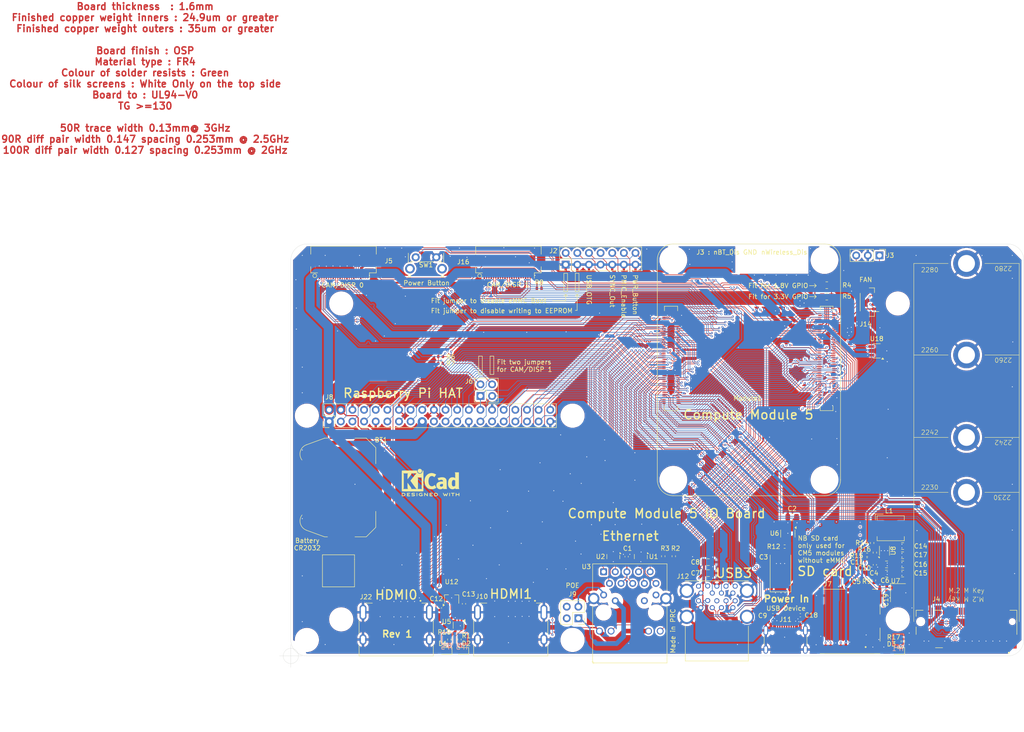
<source format=kicad_pcb>
(kicad_pcb (version 20240108) (generator "pcbnew") (generator_version "8.0")
  (layers (0 "F.Cu" signal) (1 "In1.Cu" power) (2 "In2.Cu" power) (31 "B.Cu" signal) (34 "B.Paste" user) (35 "F.Paste" user) (36 "B.SilkS" user "B.Silkscreen") (37 "F.SilkS" user "F.Silkscreen") (38 "B.Mask" user) (39 "F.Mask" user) (44 "Edge.Cuts" user))
  (net 0 "")
  (net 1 "GND")
  (net 2 "Net-(C1-Pad1)")
  (net 3 "/CM5_GPIO ( Ethernet, GPIO, SDCARD)/VBAT")
  (net 4 "/CM5_HighSpeed/VBUS")
  (net 5 "/CM5_GPIO ( Ethernet, GPIO, SDCARD)/SD_PWR")
  (net 6 "/PCIe-M2/M2_3v3")
  (net 7 "/PCIe-M2/FB")
  (net 8 "/CM5_HighSpeed/HDMI_5v")
  (net 9 "Net-(D1-K)")
  (net 10 "Net-(D2-K)")
  (net 11 "Net-(D3-K)")
  (net 12 "/CM5_GPIO ( Ethernet, GPIO, SDCARD)/nRPIBOOT")
  (net 13 "/CM5_GPIO ( Ethernet, GPIO, SDCARD)/EEPROM_nWP")
  (net 14 "/CM5_GPIO ( Ethernet, GPIO, SDCARD)/SYNC_OUT")
  (net 15 "Net-(R10-Pad2)")
  (net 17 "/CM5_GPIO ( Ethernet, GPIO, SDCARD)/USBOTG")
  (net 18 "/+3.3v")
  (net 19 "/CM5_GPIO ( Ethernet, GPIO, SDCARD)/PMIC_ENABLE")
  (net 20 "/CM5_GPIO ( Ethernet, GPIO, SDCARD)/PWR_BUT")
  (net 21 "/CM5_GPIO ( Ethernet, GPIO, SDCARD)/WL_nDis")
  (net 22 "/CM5_GPIO ( Ethernet, GPIO, SDCARD)/BT_nDis")
  (net 27 "Net-(J4-DAS{slash}~{DSS}{slash}~{LED1})")
  (net 34 "/+5v")
  (net 50 "/CM5_HighSpeed/PCIE_RX_N")
  (net 52 "/CM5_HighSpeed/PCIE_RX_P")
  (net 55 "/CM5_HighSpeed/PCIE_TX_N")
  (net 57 "/CM5_HighSpeed/PCIE_TX_P")
  (net 58 "/CM5_HighSpeed/PCIE_nCLKREQ")
  (net 59 "/CM5_HighSpeed/PCIE_CLK_N")
  (net 60 "/CM5_HighSpeed/PCIE_CLK_P")
  (net 64 "Net-(J4-SUSCLK)")
  (net 66 "/CM5_HighSpeed/DPHY0_D0_N")
  (net 67 "/CM5_HighSpeed/DPHY0_D0_P")
  (net 68 "/CM5_HighSpeed/DPHY0_D1_N")
  (net 69 "/CM5_HighSpeed/DPHY0_D1_P")
  (net 70 "/CM5_HighSpeed/DPHY0_C_N")
  (net 71 "/CM5_HighSpeed/DPHY0_C_P")
  (net 72 "/CM5_HighSpeed/DPHY0_D2_N")
  (net 73 "/CM5_HighSpeed/DPHY0_D2_P")
  (net 74 "/CM5_HighSpeed/DPHY0_D3_N")
  (net 75 "/CM5_HighSpeed/DPHY0_D3_P")
  (net 76 "/CM5_GPIO ( Ethernet, GPIO, SDCARD)/CAM_GPIO0")
  (net 77 "/CM5_GPIO ( Ethernet, GPIO, SDCARD)/CAM_GPIO1")
  (net 78 "/CM5_HighSpeed/SCL0")
  (net 79 "/CM5_HighSpeed/SDA0")
  (net 80 "/CM5_GPIO ( Ethernet, GPIO, SDCARD)/ID_SC")
  (net 81 "/CM5_HighSpeed/SCL1")
  (net 82 "/CM5_GPIO ( Ethernet, GPIO, SDCARD)/ID_SD")
  (net 83 "/CM5_HighSpeed/SDA1")
  (net 86 "/CM5_GPIO ( Ethernet, GPIO, SDCARD)/SD_DAT1")
  (net 87 "/CM5_GPIO ( Ethernet, GPIO, SDCARD)/SD_DAT0")
  (net 88 "/CM5_GPIO ( Ethernet, GPIO, SDCARD)/SD_CLK")
  (net 89 "/CM5_GPIO ( Ethernet, GPIO, SDCARD)/SD_CMD")
  (net 90 "/CM5_GPIO ( Ethernet, GPIO, SDCARD)/SD_DAT3")
  (net 91 "/CM5_GPIO ( Ethernet, GPIO, SDCARD)/SD_DAT2")
  (net 92 "/CM5_GPIO ( Ethernet, GPIO, SDCARD)/GPIO2")
  (net 93 "/CM5_GPIO ( Ethernet, GPIO, SDCARD)/GPIO3")
  (net 94 "/CM5_GPIO ( Ethernet, GPIO, SDCARD)/GPIO4")
  (net 95 "/CM5_GPIO ( Ethernet, GPIO, SDCARD)/GPIO14")
  (net 96 "/CM5_GPIO ( Ethernet, GPIO, SDCARD)/GPIO15")
  (net 97 "/CM5_GPIO ( Ethernet, GPIO, SDCARD)/GPIO17")
  (net 98 "/CM5_GPIO ( Ethernet, GPIO, SDCARD)/GPIO18")
  (net 99 "/CM5_GPIO ( Ethernet, GPIO, SDCARD)/GPIO27")
  (net 100 "/CM5_GPIO ( Ethernet, GPIO, SDCARD)/GPIO22")
  (net 101 "/CM5_GPIO ( Ethernet, GPIO, SDCARD)/GPIO23")
  (net 102 "/CM5_GPIO ( Ethernet, GPIO, SDCARD)/GPIO24")
  (net 103 "/CM5_GPIO ( Ethernet, GPIO, SDCARD)/GPIO10")
  (net 104 "/CM5_GPIO ( Ethernet, GPIO, SDCARD)/GPIO9")
  (net 105 "/CM5_GPIO ( Ethernet, GPIO, SDCARD)/GPIO25")
  (net 106 "/CM5_GPIO ( Ethernet, GPIO, SDCARD)/GPIO11")
  (net 107 "/CM5_GPIO ( Ethernet, GPIO, SDCARD)/GPIO8")
  (net 108 "/CM5_GPIO ( Ethernet, GPIO, SDCARD)/GPIO7")
  (net 109 "/CM5_GPIO ( Ethernet, GPIO, SDCARD)/GPIO5")
  (net 110 "/CM5_GPIO ( Ethernet, GPIO, SDCARD)/GPIO6")
  (net 111 "/CM5_GPIO ( Ethernet, GPIO, SDCARD)/GPIO12")
  (net 112 "/CM5_GPIO ( Ethernet, GPIO, SDCARD)/GPIO13")
  (net 113 "/CM5_GPIO ( Ethernet, GPIO, SDCARD)/GPIO19")
  (net 114 "/CM5_GPIO ( Ethernet, GPIO, SDCARD)/GPIO16")
  (net 115 "/CM5_GPIO ( Ethernet, GPIO, SDCARD)/GPIO26")
  (net 116 "/CM5_GPIO ( Ethernet, GPIO, SDCARD)/GPIO20")
  (net 117 "/CM5_GPIO ( Ethernet, GPIO, SDCARD)/GPIO21")
  (net 118 "/CM5_GPIO ( Ethernet, GPIO, SDCARD)/TR1_TAP")
  (net 119 "/CM5_GPIO ( Ethernet, GPIO, SDCARD)/TR2_TAP")
  (net 120 "/CM5_GPIO ( Ethernet, GPIO, SDCARD)/TR0_TAP")
  (net 121 "/CM5_GPIO ( Ethernet, GPIO, SDCARD)/TR3_TAP")
  (net 122 "/CM5_HighSpeed/HDMI1_HOTPLUG")
  (net 123 "/CM5_HighSpeed/HDMI1_SDA")
  (net 124 "/CM5_HighSpeed/HDMI1_SCL")
  (net 126 "/CM5_HighSpeed/HDMI1_CEC")
  (net 127 "/CM5_HighSpeed/HDMI1_CK_N")
  (net 128 "/CM5_HighSpeed/HDMI1_CK_P")
  (net 129 "/CM5_HighSpeed/HDMI1_D0_N")
  (net 130 "/CM5_HighSpeed/HDMI1_D0_P")
  (net 131 "/CM5_HighSpeed/HDMI1_D1_N")
  (net 132 "/CM5_HighSpeed/HDMI1_D1_P")
  (net 133 "/CM5_HighSpeed/HDMI1_D2_N")
  (net 134 "/CM5_HighSpeed/HDMI1_D2_P")
  (net 135 "/CC1")
  (net 136 "/USB2_P")
  (net 137 "/USB2_N")
  (net 139 "/CC2")
  (net 141 "/CM5_HighSpeed/USB3-0-D_N")
  (net 142 "/CM5_HighSpeed/USB3-0-D_P")
  (net 143 "/CM5_HighSpeed/USB3-0-RX_N")
  (net 144 "/CM5_HighSpeed/USB3-0-RX_P")
  (net 145 "/CM5_HighSpeed/USB3-0-TX_N")
  (net 146 "/CM5_HighSpeed/USB3-0-TX_P")
  (net 147 "/CM5_HighSpeed/USB3-1-D_N")
  (net 148 "/CM5_HighSpeed/USB3-1-D_P")
  (net 149 "/CM5_HighSpeed/USB3-1-RX_N")
  (net 150 "/CM5_HighSpeed/USB3-1-RX_P")
  (net 151 "/CM5_HighSpeed/USB3-1-TX_N")
  (net 152 "/CM5_HighSpeed/USB3-1-TX_P")
  (net 153 "/CM5_GPIO ( Ethernet, GPIO, SDCARD)/TACHO")
  (net 154 "/CM5_GPIO ( Ethernet, GPIO, SDCARD)/PWM")
  (net 155 "/CM5_HighSpeed/DPHY1_D0_N")
  (net 156 "/CM5_HighSpeed/DPHY1_D0_P")
  (net 157 "/CM5_HighSpeed/DPHY1_D1_N")
  (net 158 "/CM5_HighSpeed/DPHY1_D1_P")
  (net 159 "/CM5_HighSpeed/DPHY1_C_N")
  (net 160 "/CM5_HighSpeed/DPHY1_C_P")
  (net 161 "/CM5_HighSpeed/DPHY1_D2_N")
  (net 162 "/CM5_HighSpeed/DPHY1_D2_P")
  (net 163 "/CM5_HighSpeed/DPHY1_D3_N")
  (net 164 "/CM5_HighSpeed/DPHY1_D3_P")
  (net 165 "Net-(J16-Pin_17)")
  (net 167 "/CM5_HighSpeed/HDMI0_HOTPLUG")
  (net 168 "/CM5_HighSpeed/HDMI0_SDA")
  (net 169 "/CM5_HighSpeed/HDMI0_SCL")
  (net 171 "/CM5_HighSpeed/HDMI0_CEC")
  (net 172 "/CM5_HighSpeed/HDMI0_CK_N")
  (net 173 "/CM5_HighSpeed/HDMI0_CK_P")
  (net 174 "/CM5_HighSpeed/HDMI0_D0_N")
  (net 175 "/CM5_HighSpeed/HDMI0_D0_P")
  (net 176 "/CM5_HighSpeed/HDMI0_D1_N")
  (net 177 "/CM5_HighSpeed/HDMI0_D1_P")
  (net 178 "/CM5_HighSpeed/HDMI0_D2_N")
  (net 179 "/CM5_HighSpeed/HDMI0_D2_P")
  (net 180 "Net-(U8-LX)")
  (net 181 "/CM5_GPIO ( Ethernet, GPIO, SDCARD)/TRD3_P")
  (net 182 "/CM5_GPIO ( Ethernet, GPIO, SDCARD)/TRD1_P")
  (net 183 "/CM5_GPIO ( Ethernet, GPIO, SDCARD)/TRD3_N")
  (net 184 "/CM5_GPIO ( Ethernet, GPIO, SDCARD)/TRD1_N")
  (net 185 "/CM5_GPIO ( Ethernet, GPIO, SDCARD)/TRD2_N")
  (net 186 "/CM5_GPIO ( Ethernet, GPIO, SDCARD)/TRD0_N")
  (net 187 "/CM5_GPIO ( Ethernet, GPIO, SDCARD)/TRD2_P")
  (net 188 "/CM5_GPIO ( Ethernet, GPIO, SDCARD)/TRD0_P")
  (net 189 "/CM5_GPIO ( Ethernet, GPIO, SDCARD)/ETH_LEDY")
  (net 190 "/CM5_GPIO ( Ethernet, GPIO, SDCARD)/ETH_LEDG")
  (net 191 "Net-(Module1A-LED_nACT)")
  (net 197 "/CM5_GPIO ( Ethernet, GPIO, SDCARD)/SD_PWR_ON")
  (net 198 "/CM5_GPIO ( Ethernet, GPIO, SDCARD)/GPIO_VREF")
  (net 199 "/CM5_GPIO ( Ethernet, GPIO, SDCARD)/+1.8v")
  (net 200 "/CM5_GPIO ( Ethernet, GPIO, SDCARD)/nPWR_LED")
  (net 201 "/CM5_HighSpeed/PCIE_PWR_EN")
  (net 202 "/CM5_HighSpeed/PCIE_nWAKE")
  (net 203 "/CM5_HighSpeed/PCIE_nRST")
  (net 204 "/CM5_HighSpeed/VBUS_EN")
  (net 205 "Net-(U3-LEDY_K)")
  (net 206 "Net-(U3-LEDG_K)")
  (net 207 "Net-(U6-ILIM)")
  (footprint "CM5IO:BatteryHolder_Keystone_3034_1x20mm" (layer "F.Cu") (at 90 123.2 -90)
    (property "Reference" "BT1")
    (property "Value" "Battery_Cell")
  )
  (footprint "Capacitor_SMD:C_0402_1005Metric" (layer "F.Cu") (at 152.3 138.3 90)
    (property "Reference" "C1")
    (property "Value" "100n")
  )
  (footprint "Capacitor_SMD:C_0805_2012Metric" (layer "F.Cu") (at 199.45 143.75 180)
    (property "Reference" "C5")
    (property "Value" "10u")
  )
  (footprint "Capacitor_SMD:C_0402_1005Metric" (layer "F.Cu") (at 111.55 149.5 90)
    (property "Reference" "C12")
    (property "Value" "100n")
  )
  (footprint "Capacitor_SMD:C_0402_1005Metric" (layer "F.Cu") (at 116.8 148.6 90)
    (property "Reference" "C13")
    (property "Value" "100n")
  )
  (footprint "CM5IO:Hirose_FH12-22S-0.5SH_1x22-1MP_P0.50mm_Horizontal" (layer "F.Cu") (at 90.5 75 180)
    (property "Reference" "J5")
    (property "Value" "Conn_01x22_Female")
  )
  (footprint "CM5IO:Hirose_FH12-22S-0.5SH_1x22-1MP_P0.50mm_Horizontal" (layer "F.Cu") (at 126.5 75 180)
    (property "Reference" "J16")
    (property "Value" "Conn_01x22_Female")
  )
  (footprint "Resistor_SMD:R_0402_1005Metric" (layer "F.Cu") (at 113.6 156.4 90)
    (property "Reference" "R10")
    (property "Value" "1k")
  )
  (footprint "Package_SON:USON-10_2.5x1.0mm_P0.5mm" (layer "F.Cu") (at 155.4 138.285 -90)
    (property "Reference" "U1")
    (property "Value" "TPD4EUSB30")
  )
  (footprint "Package_TO_SOT_SMD:TSOT-23_HandSoldering" (layer "F.Cu") (at 114.1 147.6 90)
    (property "Reference" "U12")
    (property "Value" "RT9742SNGV")
  )
  (footprint "Connector_PinHeader_2.54mm:PinHeader_2x20_P2.54mm_Vertical" (layer "F.Cu") (at 87.37 108.77 90)
    (property "Reference" "J8")
    (property "Value" "THD-20-R")
  )
  (footprint "LED_SMD:LED_0603_1608Metric" (layer "F.Cu") (at 116.35 158.9 180)
    (property "Reference" "D2")
    (property "Value" "LED Green")
  )
  (footprint "Resistor_SMD:R_0402_1005Metric" (layer "F.Cu") (at 160.3 138.215 90)
    (property "Reference" "R3")
    (property "Value" "470R")
  )
  (footprint "Resistor_SMD:R_0402_1005Metric" (layer "F.Cu") (at 162.6 138.215 90)
    (property "Reference" "R2")
    (property "Value" "470R")
  )
  (footprint "Connector_PinHeader_2.54mm:PinHeader_2x02_P2.54mm_Vertical" (layer "F.Cu") (at 141.77 151.77 180)
    (property "Reference" "J9")
    (property "Value" "THD-02-R")
  )
  (footprint "Connector_USB:USB_C_Receptacle_GCT_USB4105-xx-A_16P_TopMnt_Horizontal" (layer "F.Cu") (at 187 157.525)
    (property "Reference" "J11")
    (property "Value" "USB_C_Receptacle_USB2.0")
  )
  (footprint "LED_SMD:LED_0603_1608Metric" (layer "F.Cu") (at 112.7 158.9 180)
    (property "Reference" "D1")
    (property "Value" "LED Red")
  )
  (footprint "Resistor_SMD:R_0402_1005Metric" (layer "F.Cu") (at 115.8 156.4 90)
    (property "Reference" "R1")
    (property "Value" "1k")
  )
  (footprint "Package_TO_SOT_SMD:SOT-353_SC-70-5" (layer "F.Cu") (at 115.6 153.3 -90)
    (property "Reference" "U5")
    (property "Value" "74LVC1G07SE-7")
  )
  (footprint "Package_TO_SOT_SMD:SOT-23-5" (layer "F.Cu") (at 206.9 93.35 180)
    (property "Reference" "U18")
    (property "Value" "RT9742GGJ5")
  )
  (footprint "CM5IO:TRJG0926HENL" (layer "F.Cu") (at 153 150.5)
    (property "Reference" "U3")
    (property "Value" "MagJack-A70-112-331N126")
  )
  (footprint "CM5IO:EDAC 690-019-298-412" (layer "F.Cu") (at 127 150.45)
    (property "Reference" "J10")
    (property "Value" "690-019-298-412" (hide yes))
  )
  (footprint "CM5IO:EDAC 690-019-298-412" (layer "F.Cu") (at 102 150.45)
    (property "Reference" "J22")
    (property "Value" "690-019-298-412" (hide yes))
  )
  (footprint "CM5IO:MountingHole_2.7mm_M2.5_DIN965" (layer "F.Cu") (at 90 152)
    (property "Reference" "H1" (hide yes))
    (property "Value" "MountingHole")
  )
  (footprint "CM5IO:MountingHole_2.7mm_M2.5_DIN965" (layer "F.Cu") (at 82.5 156.5)
    (property "Reference" "H2" (hide yes))
    (property "Value" "MountingHole")
  )
  (footprint "CM5IO:MountingHole_2.7mm_M2.5_DIN965" (layer "F.Cu") (at 82.5 107.5)
    (property "Reference" "H3" (hide yes))
    (property "Value" "MountingHole")
  )
  (footprint "CM5IO:MountingHole_2.7mm_M2.5_DIN965" (layer "F.Cu") (at 140.5 156.5)
    (property "Reference" "H4" (hide yes))
    (property "Value" "MountingHole")
  )
  (footprint "CM5IO:MountingHole_2.7mm_M2.5_DIN965" (layer "F.Cu") (at 140.5 107.5)
    (property "Reference" "H5" (hide yes))
    (property "Value" "MountingHole")
  )
  (footprint "CM5IO:MountingHole_2.7mm_M2.5_DIN965" (layer "F.Cu") (at 211.5 83)
    (property "Reference" "H6" (hide yes))
    (property "Value" "MountingHole")
  )
  (footprint "CM5IO:MountingHole_2.7mm_M2.5_DIN965" (layer "F.Cu") (at 90 83)
    (property "Reference" "H7" (hide yes))
    (property "Value" "MountingHole")
  )
  (footprint "CM5IO:MountingHole_2.7mm_M2.5_DIN965" (layer "F.Cu") (at 211.5 152)
    (property "Reference" "H8" (hide yes))
    (property "Value" "MountingHole")
  )
  (footprint "Connector_PinHeader_2.54mm:PinHeader_2x02_P2.54mm_Vertical" (layer "F.Cu") (at 120.4 103.2 90)
    (property "Reference" "J6")
    (property "Value" "THD-02-R")
  )
  (footprint "Resistor_SMD:R_0402_1005Metric" (layer "F.Cu") (at 111.685 94.6)
    (property "Reference" "R6")
    (property "Value" "2.2K 1%")
  )
  (footprint "Resistor_SMD:R_0402_1005Metric" (layer "F.Cu") (at 111.685 96.1)
    (property "Reference" "R7")
    (property "Value" "2.2K 1%")
  )
  (footprint "Package_SON:USON-10_2.5x1.0mm_P0.5mm" (layer "F.Cu") (at 149.4 138.285 -90)
    (property "Reference" "U2")
    (property "Value" "TPD4EUSB30")
  )
  (footprint "Connector_PinHeader_2.54mm:PinHeader_2x07_P2.54mm_Vertical" (layer "F.Cu") (at 139 74.5 90)
    (property "Reference" "J2")
    (property "Value" "Conn_02x07_Odd_Even")
  )
  (footprint "Resistor_SMD:R_0805_2012Metric_Pad1.20x1.40mm_HandSolder" (layer "F.Cu") (at 196 79)
    (property "Reference" "R4")
    (property "Value" "nf")
  )
  (footprint "Resistor_SMD:R_0805_2012Metric_Pad1.20x1.40mm_HandSolder" (layer "F.Cu") (at 196 81.5)
    (property "Reference" "R5")
    (property "Value" "0R")
  )
  (footprint "LED_SMD:LED_0603_1608Metric" (layer "F.Cu") (at 211.5 158.9 180)
    (property "Reference" "D3")
    (property "Value" "LED Green")
  )
  (footprint "Package_DFN_QFN:DFN-8-1EP_2x2mm_P0.5mm_EP1.05x1.75mm" (layer "F.Cu") (at 208.6 137 90)
    (property "Reference" "U8")
    (property "Value" "AP3441SHE-7B")
  )
  (footprint "Connector_PinHeader_2.54mm:PinHeader_1x03_P2.54mm_Vertical" (layer "F.Cu") (at 207.5 72.5 -90)
    (property "Reference" "J3")
    (property "Value" "Conn_01x03")
  )
  (footprint "CM5IO:SDCARD_MOLEX_503398-1892" (layer "F.Cu") (at 201.08 152.45 180)
    (property "Reference" "J7")
    (property "Value" "Micro_SD_Card_Det")
  )
  (footprint "CM5IO:M.2 M Key socket" (layer "F.Cu") (at 226.5 152.5 180)
    (property "Reference" "J4")
    (property "Value" "Bus_M.2_Socket_M")
  )
  (footprint "Resistor_SMD:R_0402_1005Metric" (layer "F.Cu") (at 133.215 79.7)
    (property "Reference" "R8")
    (property "Value" "2.2K 1%")
  )
  (footprint "Resistor_SMD:R_0402_1005Metric" (layer "F.Cu") (at 206.3 143.5 -90)
    (property "Reference" "R9")
    (property "Value" "2.2K 1%")
  )
  (footprint "Capacitor_SMD:C_0805_2012Metric" (layer "F.Cu") (at 209.05 142)
    (property "Reference" "C6")
    (property "Value" "10u")
  )
  (footprint "Capacitor_SMD:C_0805_2012Metric" (layer "F.Cu") (at 212.55 140 180)
    (property "Reference" "C16")
    (property "Value" "10u")
  )
  (footprint "Capacitor_SMD:C_0402_1005Metric" (layer "F.Cu") (at 206.5 140.085 -90)
    (property "Reference" "C10")
    (property "Value" "100n")
  )
  (footprint "Capacitor_SMD:C_0402_1005Metric" (layer "F.Cu") (at 204.8 138.9)
    (property "Reference" "C11")
    (property "Value" "4.7nF")
  )
  (footprint "Capacitor_SMD:C_0805_2012Metric" (layer "F.Cu") (at 170.1375 139.5)
    (property "Reference" "C8")
    (property "Value" "10u")
  )
  (footprint "CM5IO:MTCONN_UBAF30-D2011" (layer "F.Cu") (at 172 151.45)
    (property "Reference" "J12")
    (property "Value" "USB3_A")
  )
  (footprint "Connector_JST:JST_SH_BM04B-SRSS-TB_1x04-1MP_P1.00mm_Vertical" (layer "F.Cu") (at 205.3 82.7 90)
    (property "Reference" "J14")
    (property "Value" "JST_SHBM04B-SRSS-TB")
  )
  (footprint "Capacitor_SMD:C_0805_2012Metric" (layer "F.Cu") (at 188.4375 129.7 180)
    (property "Reference" "C2")
    (property "Value" "10u")
  )
  (footprint "Capacitor_Tantalum_SMD:CP_EIA-7343-31_Kemet-D" (layer "F.Cu") (at 185.9 141.5875 90)
    (property "Reference" "C3")
    (property "Value" "100uF")
  )
  (footprint "Capacitor_SMD:C_0805_2012Metric" (layer "F.Cu") (at 212.5375 138 180)
    (property "Reference" "C17")
    (property "Value" "10u")
  )
  (footprint "Crystal:Crystal_SMD_3225-4Pin_3.2x2.5mm" (layer "F.Cu") (at 211.55 146.2 -90)
    (property "Reference" "U7")
    (property "Value" "ASEK-32.768KHZ-L-R-T")
  )
  (footprint "Resistor_SMD:R_0402_1005Metric" (layer "F.Cu") (at 212.6 156.8 90)
    (property "Reference" "R17")
    (property "Value" "1k")
  )
  (footprint "Package_TO_SOT_SMD:SOT-23-6" (layer "F.Cu") (at 187.5 133.2625 -90)
    (property "Reference" "U6")
    (property "Value" "AP22653W6")
  )
  (footprint "CM5IO:L_Bourns_SRP5030CC" (layer "F.Cu") (at 209.95 132.1)
    (property "Reference" "L1")
    (property "Value" "2.2uH")
  )
  (footprint "Capacitor_SMD:C_0402_1005Metric" (layer "F.Cu") (at 190.22 151.1)
    (property "Reference" "C18")
    (property "Value" "100n")
  )
  (footprint "Button_Switch_THT:SW_Tactile_SPST_Angled_PTS645Vx58-2LFS" (layer "F.Cu") (at 106.25 72.9)
    (property "Reference" "SW1")
    (property "Value" "Right angle Tact button")
  )
  (footprint "Symbol:KiCad-Logo2_5mm_SilkScreen" (layer "F.Cu") (at 109.5 122.1)
    (property "Reference" "logo1" (hide yes))
    (property "Value" "KiCad-Logo2_5mm_SilkScreen" (hide yes))
  )
  (footprint "Resistor_SMD:R_0402_1005Metric" (layer "F.Cu") (at 206.5 137.415 90)
    (property "Reference" "R16")
    (property "Value" "2.2K 1%")
  )
  (footprint "Capacitor_SMD:C_0805_2012Metric" (layer "F.Cu") (at 170.15 141.9)
    (property "Reference" "C7")
    (property "Value" "10u")
  )
  (footprint "Resistor_SMD:R_0402_1005Metric" (layer "F.Cu") (at 204.8 137.9)
    (property "Reference" "R15")
    (property "Value" "10K 1%")
  )
  (footprint "Resistor_SMD:R_0402_1005Metric" (layer "F.Cu") (at 186.8 136.1 180)
    (property "Reference" "R12")
    (property "Value" "15K 1%")
  )
  (footprint "Capacitor_SMD:C_0805_2012Metric" (layer "F.Cu") (at 212.55 142 180)
    (property "Reference" "C15")
    (property "Value" "10u")
  )
  (footprint "Capacitor_SMD:C_0805_2012Metric" (layer "F.Cu") (at 212.55 136 180)
    (property "Reference" "C14")
    (property "Value" "10u")
  )
  (footprint "Capacitor_SMD:C_0402_1005Metric" (layer "F.Cu") (at 184.22 151.1 180)
    (property "Reference" "C9")
    (property "Value" "100n")
  )
  (footprint "Resistor_SMD:R_0402_1005Metric" (layer "F.Cu") (at 205.9 135.315 -90)
    (property "Reference" "R14")
    (property "Value" "100K 1%")
  )
  (footprint "CM5IO:Raspberry-Pi-5-Compute-Module" (layer "F.Cu") (at 195.5 73.5 180)
    (property "Reference" "Module1")
    (property "Value" "ComputeModule5-CM5")
  )
  (footprint "Capacitor_SMD:C_0805_2012Metric" (layer "F.Cu") (at 209.05 140)
    (property "Reference" "C4")
    (property "Value" "10u")
  )
  (footprint "Capacitor_SMD:C_0402_1005Metric" (layer "F.Cu") (at 209.1 145.32 -90)
    (property "Reference" "C19")
    (property "Value" "100n")
  )
  (footprint "TestPoint:TestPoint_Pad_2.0x2.0mm" (layer "B.Cu") (at 211.6 156.4)
    (property "Reference" "TP1")
    (property "Value" "TestPoint")
  )
  (footprint "TestPoint:TestPoint_Pad_2.0x2.0mm" (layer "B.Cu") (at 116.411606 156.1)
    (property "Reference" "TP3")
    (property "Value" "TestPoint")
  )
  (footprint "TestPoint:TestPoint_Pad_2.0x2.0mm" (layer "B.Cu") (at 113.1 156.1)
    (property "Reference" "TP5")
    (property "Value" "TestPoint")
  )
  (gr_line (start 136.1 82.4) (end 138.5 82.4) (stroke (width 0.12)) (layer "F.SilkS"))
  (gr_line (start 141.5 81) (end 141.1 81.4) (stroke (width 0.12)) (layer "F.SilkS"))
  (gr_line (start 92.9 144.9) (end 85.9 144.9) (stroke (width 0.12)) (layer "F.SilkS"))
  (gr_line (start 192.2 81.5) (end 193.7 81.5) (stroke (width 0.12)) (layer "F.SilkS"))
  (gr_rect (start 85.9 137.9) (end 85.9 144.9) (stroke (width 0.12)) (fill none) (layer "F.SilkS"))
  (gr_line (start 192.2 79.1) (end 193.7 79.1) (stroke (width 0.12)) (layer "F.SilkS"))
  (gr_line (start 92.9 144.9) (end 92.9 138.9) (stroke (width 0.12)) (layer "F.SilkS"))
  (gr_line (start 92.9 137.9) (end 92.9 138.9) (stroke (width 0.12)) (layer "F.SilkS"))
  (gr_line (start 139 81) (end 139.4 81.4) (stroke (width 0.12)) (layer "F.SilkS"))
  (gr_line (start 193.7 81.5) (end 193.3 81.9) (stroke (width 0.12)) (layer "F.SilkS"))
  (gr_line (start 193.7 81.5) (end 193.3 81.1) (stroke (width 0.12)) (layer "F.SilkS"))
  (gr_line (start 193.3 81.1) (end 193.7 81.5) (stroke (width 0.12)) (layer "F.SilkS"))
  (gr_rect (start 122.5 94.5) (end 123.3 98.5) (stroke (width 0.12)) (fill none) (layer "F.SilkS"))
  (gr_line (start 139 82.4) (end 139 81) (stroke (width 0.12)) (layer "F.SilkS"))
  (gr_line (start 141.1 84.5) (end 141.5 84.5) (stroke (width 0.12)) (layer "F.SilkS"))
  (gr_line (start 193.7 79.1) (end 193.3 78.7) (stroke (width 0.12)) (layer "F.SilkS"))
  (gr_line (start 138.5 82.4) (end 139 82.4) (stroke (width 0.12)) (layer "F.SilkS"))
  (gr_line (start 193.7 79.1) (end 193.3 79.5) (stroke (width 0.12)) (layer "F.SilkS"))
  (gr_line (start 139 81) (end 138.6 81.4) (stroke (width 0.12)) (layer "F.SilkS"))
  (gr_line (start 85.9 137.9) (end 92.9 137.9) (stroke (width 0.12)) (layer "F.SilkS"))
  (gr_line (start 141.5 81) (end 141.9 81.4) (stroke (width 0.12)) (layer "F.SilkS"))
  (gr_rect (start 120 94.5) (end 120.8 98.5) (stroke (width 0.12)) (fill none) (layer "F.SilkS"))
  (gr_rect (start 138.6 76.4) (end 139.4 80.4) (stroke (width 0.12)) (fill none) (layer "F.SilkS"))
  (gr_line (start 141.5 84.5) (end 141.5 81) (stroke (width 0.12)) (layer "F.SilkS"))
  (gr_rect (start 141.1 76.4) (end 141.9 80.4) (stroke (width 0.12)) (fill none) (layer "F.SilkS"))
  (gr_line (start 239 156.5) (end 239 73.5) (stroke (width 0.05)) (layer "Edge.Cuts"))
  (gr_line (start 235.5 70) (end 82.5 70) (stroke (width 0.05)) (layer "Edge.Cuts"))
  (gr_line (start 79 156.5) (end 79 73.5) (stroke (width 0.05)) (layer "Edge.Cuts"))
  (gr_arc (start 79 73.5) (mid 80.025126 71.025126) (end 82.5 70) (stroke (width 0.05)) (layer "Edge.Cuts"))
  (gr_line (start 82.5 160) (end 235.5 160) (stroke (width 0.05)) (layer "Edge.Cuts"))
  (gr_arc (start 82.5 160) (mid 80.025126 158.974874) (end 79 156.5) (stroke (width 0.05)) (layer "Edge.Cuts"))
  (gr_arc (start 235.5 70) (mid 237.974874 71.025126) (end 239 73.5) (stroke (width 0.05)) (layer "Edge.Cuts"))
  (gr_arc (start 239 156.5) (mid 237.974874 158.974874) (end 235.5 160) (stroke (width 0.05)) (layer "Edge.Cuts"))
  (gr_text "Board thickness  : 1.6mm\nFinished copper weight inners : 24.9um or greater\nFinished copper weight outers : 35um or greater\n\nBoard finish : OSP\nMaterial type : FR4\nColour of solder resists : Green\nColour of silk screens : White Only on the top side\nBoard to : UL94-V0\nTG >=130\n\n50R trace width 0.13mm@ 3GHz\n90R diff pair width 0.147 spacing 0.253mm @ 2.5GHz\n100R diff pair width 0.127 spacing 0.253mm @ 2GHz" (at 47.2 33.8 0) (layer "F.Cu") (effects (font (size 1.5 1.5) (thickness 0.3))))
  (gr_text "Rev 1" (at 102.2 155.2 0) (layer "F.SilkS") (effects (font (size 1.5 1.5) (thickness 0.3))))
  (gr_text "Fit for 3.3V GPIO " (at 185.8 81.5 0) (layer "F.SilkS") (effects (font (size 1 1))))
  (gr_text "Fit jumper to disable writing to EEPROM" (at 109.5 84.6 0) (layer "F.SilkS") (effects (font (size 1 1)) (justify left)))
  (gr_text "Power In" (at 182.1 148.4 0) (layer "F.SilkS") (effects (font (size 1.5 1.5) (thickness 0.3) (bold yes)) (justify left bottom)))
  (gr_text "Made in PRC" (at 163 159.5 90) (layer "F.SilkS") (effects (font (size 1 1)) (justify left bottom)))
  (gr_text "nWireless_Dis" (at 186.7 71.8 0) (layer "F.SilkS") (effects (font (size 1 1))))
  (gr_text "CAM/DISP 0" (at 90.3 79 0) (layer "F.SilkS") (effects (font (size 1 1))))
  (gr_text "J16" (at 115.2 74.5 0) (layer "F.SilkS") (effects (font (size 1 1)) (justify left bottom)))
  (gr_text "FAN" (at 204.5 77.8 0) (layer "F.SilkS") (effects (font (size 1 1))))
  (gr_text "USB Device" (at 187.1 149.6 0) (layer "F.SilkS") (effects (font (size 1 1))))
  (gr_text "M.2 M Key" (at 222.5 146.3 0) (layer "F.SilkS") (effects (font (size 1 1) (thickness 0.1)) (justify left bottom)))
  (gr_text "Raspberry Pi HAT" (at 103.5 102.6 0) (layer "F.SilkS") (effects (font (size 2 2) (thickness 0.3))))
  (gr_text "Fit for 1.8V GPIO" (at 185.4 79.1 0) (layer "F.SilkS") (effects (font (size 1 1))))
  (gr_text "USB3" (at 175.7 141.9 0) (layer "F.SilkS") (effects (font (size 2 2) (thickness 0.3))))
  (gr_text "PWR_Button" (at 153.6 76.6 270) (layer "F.SilkS") (effects (font (size 1 1)) (justify left bottom)))
  (gr_text "Fit two jumpers \nfor CAM/DISP 1" (at 123.9 96.6 0) (layer "F.SilkS") (effects (font (size 1 1)) (justify left)))
  (gr_text "J3 : nBT_Dis GND " (at 174.55 71.8 0) (layer "F.SilkS") (effects (font (size 1 1))))
  (gr_text "SYNC_Out" (at 148.6 76.6 270) (layer "F.SilkS") (effects (font (size 1 1)) (justify left bottom)))
  (gr_text "Battery\nCR2032\n" (at 82.6 135.6 0) (layer "F.SilkS") (effects (font (size 1 1))))
  (gr_text "Ethernet" (at 153.1 133.8 0) (layer "F.SilkS") (effects (font (size 2 2) (thickness 0.3))))
  (gr_text "NB SD card\nonly used for \nCM5 modules \nwithout eMMC" (at 189.6 136.7 0) (layer "F.SilkS") (effects (font (size 1 1)) (justify left)))
  (gr_text "SD card" (at 195.6 141.5 0) (layer "F.SilkS") (effects (font (size 2 2) (thickness 0.3))))
  (gr_text "CAM/DISP 1\n" (at 126.4 78.9 0) (layer "F.SilkS") (effects (font (size 1 1))))
  (gr_text "PMIC_Enable" (at 151.1 76.6 -90) (layer "F.SilkS") (effects (font (size 1 1)) (justify left bottom)))
  (gr_text "HDMI1" (at 127.05 146.45 0) (layer "F.SilkS") (effects (font (size 2 2) (thickness 0.3))))
  (gr_text "USB_OTG" (at 143.5 76.6 -90) (layer "F.SilkS") (effects (font (size 1 1)) (justify left bottom)))
  (gr_text "Power Button" (at 103.5 79.1 0) (layer "F.SilkS") (effects (font (size 1 1)) (justify left bottom)))
  (gr_text "J5" (at 99.4 74.3 0) (layer "F.SilkS") (effects (font (size 1 1)) (justify left bottom)))
  (gr_text "Compute Module 5 IO Board" (at 139.25 130.05 0) (layer "F.SilkS") (effects (font (size 2 2) (thickness 0.3) (bold yes)) (justify left bottom)))
  (gr_text "HDMI0" (at 102 146.65 0) (layer "F.SilkS") (effects (font (size 2 2) (thickness 0.3))))
  (gr_text "Fit jumper to disable eMMC Boot" (at 109.5 82.4 0) (layer "F.SilkS") (effects (font (size 1 1)) (justify left)))
  (gr_text "POE" (at 140.5 144.6 0) (layer "F.SilkS") (effects (font (size 1 1))))
  (gr_text "Compute Module 5" (at 178.9 107.3 0) (layer "F.SilkS") (effects (font (size 2 2) (thickness 0.3))))
  (target plus (at 79 160) (size 5) (width 0.05) (layer "Edge.Cuts"))
  (segment (start 195.177576 98.8) (end 195.1808 98.796776) (width 0.2) (layer "F.Cu") (net 1))
  (segment (start 195.47999 90.8) (end 196.8 90.8) (width 0.2) (layer "F.Cu") (net 1))
  (segment (start 160.5 89.2) (end 159 89.2) (width 0.2) (layer "F.Cu") (net 1))
  (segment (start 190.5 152.8) (end 190.2 153.1) (width 0.5) (layer "F.Cu") (net 1))
  (segment (start 183.8 153.845) (end 183.8 153.1) (width 0.5) (layer "F.Cu") (net 1))
  (segment (start 194.68 158.075) (end 194.68 155.7) (width 0.3) (layer "F.Cu") (net 1))
  (segment (start 114.1 147.3) (end 112.4 147.3) (width 0.13) (layer "F.Cu") (net 1))
  (segment (start 197.5 96.4) (end 198.27638 96.4) (width 0.2) (layer "F.Cu") (net 1))
  (segment (start 194.42 92) (end 195.1 92) (width 0.2) (layer "F.Cu") (net 1))
  (segment (start 193.705 157.575) (end 193.68 157.55) (width 0.23) (layer "F.Cu") (net 1))
  (segment (start 185.9 139.8) (end 185.9 138.475) (width 1) (layer "F.Cu") (net 1))
  (segment (start 163.58 98.8) (end 163 98.8) (width 0.2) (layer "F.Cu") (net 1))
  (segment (start 218.25 156.75) (end 218.25 157.775) (width 0.3) (layer "F.Cu") (net 1))
  (segment (start 196.9 93.2) (end 196.8 93.1) (width 0.2) (layer "F.Cu") (net 1))
  (segment (start 235.75 156.85) (end 235.6 156.7) (width 0.3) (layer "F.Cu") (net 1))
  (segment (start 162.453939 87.3) (end 162.938528 86.815411) (width 0.2) (layer "F.Cu") (net 1))
  (segment (start 197.95 157.468198) (end 197.95 157.15) (width 0.13) (layer "F.Cu") (net 1))
  (segment (start 161.2 100) (end 162.88999 100) (width 0.23) (layer "F.Cu") (net 1))
  (segment (start 162.784273 98.615727) (end 162.8 98.6) (width 0.23) (layer "F.Cu") (net 1))
  (segment (start 163.6 88) (end 164.28999 88) (width 0.2) (layer "F.Cu") (net 1))
  (segment (start 151.615 137.815) (end 151.6 137.8) (width 0.3) (layer "F.Cu") (net 1))
  (segment (start 194.68 157.575) (end 193.705 157.575) (width 0.23) (layer "F.Cu") (net 1))
  (segment (start 217.25 156.75) (end 217.25 157.775) (width 0.3) (layer "F.Cu") (net 1))
  (segment (start 162.909337 94) (end 162.901867 93.99253) (width 0.2) (layer "F.Cu") (net 1))
  (segment (start 212.4 136.4) (end 212 136.4) (width 0.23) (layer "F.Cu") (net 1))
  (segment (start 163.6 86.8) (end 162.953939 86.8) (width 0.2) (layer "F.Cu") (net 1))
  (segment (start 92.75 76.85) (end 92.75 77.8) (width 0.3) (layer "F.Cu") (net 1))
  (segment (start 223.25 157.775) (end 223.25 156.75) (width 0.23) (layer "F.Cu") (net 1))
  (segment (start 212.4 139.6) (end 212 139.6) (width 0.23) (layer "F.Cu") (net 1))
  (segment (start 160.5 100) (end 161.2 100) (width 0.2) (layer "F.Cu") (net 1))
  (segment (start 163.6 92.8) (end 164.28999 92.8) (width 0.2) (layer "F.Cu") (net 1))
  (segment (start 104.5 151.5) (end 104.5 148.1) (width 0.23) (layer "F.Cu") (net 1))
  (segment (start 131 151.35) (end 131 148.05) (width 0.23) (layer "F.Cu") (net 1))
  (segment (start 190.2 153.1) (end 190.2 153.845) (width 0.5) (layer "F.Cu") (net 1))
  (segment (start 85.25 76.85) (end 85.25 77.8) (width 0.3) (layer "F.Cu") (net 1))
  (segment (start 206.95364 136.93) (end 206.5 136.93) (width 1) (layer "F.Cu") (net 1))
  (segment (start 163.58 91.6) (end 162.9 91.6) (width 0.2) (layer "F.Cu") (net 1))
  (segment (start 126.5 151.35) (end 126.5 148.05) (width 0.23) (layer "F.Cu") (net 1))
  (segment (start 161.18999 97.6) (end 161.2 97.61001) (width 0.2) (layer "F.Cu") (net 1))
  (segment (start 196.9 102.4) (end 196.7 102.2) (width 0.2) (layer "F.Cu") (net 1))
  (segment (start 187.5 132.125) (end 187.5 130.9) (width 0.5) (layer "F.Cu") (net 1))
  (segment (start 92.75 76.85) (end 92.75 74.95) (width 0.3) (layer "F.Cu") (net 1))
  (segment (start 198 98.4) (end 197.5 98.4) (width 0.2) (layer "F.Cu") (net 1))
  (segment (start 89.7 74.8) (end 89.75 74.85) (width 0.3) (layer "F.Cu") (net 1))
  (segment (start 110.23 106.28) (end 111.45 107.5) (width 0.23) (layer "F.Cu") (net 1))
  (segment (start 159.83001 103.6) (end 159.8 103.63001) (width 0.2) (layer "F.Cu") (net 1))
  (segment (start 183.8 153.1) (end 183.5 152.8) (width 0.5) (layer "F.Cu") (net 1))
  (segment (start 162.9 101.2) (end 163.58 101.2) (width 0.2) (layer "F.Cu") (net 1))
  (segment (start 162.91001 100) (end 162.9 99.98999) (width 0.2) (layer "F.Cu") (net 1))
  (segment (start 198.3 98.6) (end 198.1 98.4) (width 0.2) (layer "F.Cu") (net 1))
  (segment (start 160.5 91.6) (end 162.9 91.6) (width 0.2) (layer "F.Cu") (net 1))
  (segment (start 197.5 103.6) (end 198.194979 103.6) (width 0.2) (layer "F.Cu") (net 1))
  (segment (start 207.34 158.06) (end 208.44 158.06) (width 0.23) (layer "F.Cu") (net 1))
  (segment (start 212.4 140.4) (end 212 140.4) (width 0.23) (layer "F.Cu") (net 1))
  (segment (start 207.35 156.4) (end 207.35 158.05) (width 0.23) (layer "F.Cu") (net 1))
  (segment (start 128 151.4) (end 128 148.05) (width 0.23) (layer "F.Cu") (net 1))
  (segment (start 163.57998 100) (end 162.91001 100) (width 0.2) (layer "F.Cu") (net 1))
  (segment (start 163.6 90.4) (end 164.28999 90.4) (width 0.2) (layer "F.Cu") (net 1))
  (segment (start 160.5 98.8) (end 160.961336 98.8) (width 0.2) (layer "F.Cu") (net 1))
  (segment (start 226.67 159.2) (end 226.25 158.78) (width 0.23) (layer "F.Cu") (net 1))
  (segment (start 161.2 97.61001) (end 161.21001 97.6) (width 0.2) (layer "F.Cu") (net 1))
  (segment (start 164.5 102.6) (end 164.3 102.4) (width 0.2) (layer "F.Cu") (net 1))
  (segment (start 161.18999 85.6) (end 161.2 85.58999) (width 0.2) (layer "F.Cu") (net 1))
  (segment (start 194.42 96.8) (end 193.6 96.8) (width 0.2) (layer "F.Cu") (net 1))
  (segment (start 85.25 74.85) (end 85.2 74.8) (width 0.3) (layer "F.Cu") (net 1))
  (segment (start 198 98.4) (end 198.1 98.4) (width 0.13) (layer "F.Cu") (net 1))
  (segment (start 194.46 92) (end 193.7 92) (width 0.13) (layer "F.Cu") (net 1))
  (segment (start 160.5 94) (end 159.7 94) (width 0.2) (layer "F.Cu") (net 1))
  (segment (start 163.6 103.6) (end 162.93001 103.6) (width 0.2) (layer "F.Cu") (net 1))
  (segment (start 227.75 156.75) (end 227.75 157.775) (width 0.23) (layer "F.Cu") (net 1))
  (segment (start 187.5 130.9) (end 187.5 129.7) (width 0.5) (layer "F.Cu") (net 1))
  (segment (start 206.05 158.05) (end 207.33 158.05) (width 0.23) (layer "F.Cu") (net 1))
  (segment (start 194.42 100.8) (end 193.9 100.8) (width 0.2) (layer "F.Cu") (net 1))
  (segment (start 196.88863 92) (end 196.825453 91.936823) (width 0.2) (layer "F.Cu") (net 1))
  (segment (start 160.5 88) (end 161.2 88) (width 0.2) (layer "F.Cu") (net 1))
  (segment (start 194.42 96.8) (end 195.2 96.8) (width 0.2) (layer "F.Cu") (net 1))
  (segment (start 164.28999 90.4) (end 164.3 90.41001) (width 0.2) (layer "F.Cu") (net 1))
  (segment (start 89.75 76.85) (end 89.75 74.85) (width 0.3) (layer "F.Cu") (net 1))
  (segment (start 85.25 76.85) (end 85.25 74.85) (width 0.3) (layer "F.Cu") (net 1))
  (segment (start 155.4 138.67) (end 155.4 139.4) (width 0.3) (layer "F.Cu") (net 1))
  (segment (start 106 151.5) (end 106 148.1) (width 0.23) (layer "F.Cu") (net 1))
  (segment (start 194.42 94.8) (end 193.6 94.8) (width 0.2) (layer "F.Cu") (net 1))
  (segment (start 232.2 159.2) (end 232.25 159.15) (width 0.23) (layer "F.Cu") (net 1))
  (segment (start 204.96 74.26) (end 204.96 72.5) (width 0.23) (layer "F.Cu") (net 1))
  (segment (start 194.42 100.8) (end 195.019942 100.8) (width 0.2) (layer "F.Cu") (net 1))
  (segment (start 94.25 74.9) (end 94.25 76.85) (width 0.3) (layer "F.Cu") (net 1))
  (segment (start 197.5 100.4) (end 198.18086 100.4) (width 0.2) (layer "F.Cu") (net 1))
  (segment (start 160.65 96.4) (end 161.2 96.4) (width 0.2) (layer "F.Cu") (net 1))
  (segment (start 161.4 92.6) (end 162.3 92.6) (width 0.2) (layer "F.Cu") (net 1))
  (segment (start 160.5 86.8) (end 159.9 86.8) (width 0.2) (layer "F.Cu") (net 1))
  (segment (start 122.75 76.85) (end 122.75 77.8) (width 0.3) (layer "F.Cu") (net 1))
  (segment (start 114.95 151.65) (end 114.9 151.6) (width 0.13) (layer "F.Cu") (net 1))
  (segment (start 207.02364 137) (end 206.95364 136.93) (width 1) (layer "F.Cu") (net 1))
  (segment (start 161.2 90.4) (end 163.58 90.4) (width 0.2) (layer "F.Cu") (net 1))
  (segment (start 160.5 95.2) (end 161.2 95.2) (width 0.2) (layer "F.Cu") (net 1))
  (segment (start 229.25 159.05) (end 229.3 159.1) (width 0.23) (layer "F.Cu") (net 1))
  (segment (start 217.25 156.75) (end 217.25 156.45) (width 0.3) (layer "F.Cu") (net 1))
  (segment (start 223.25 157.775) (end 223.25 159.15) (width 0.23) (layer "F.Cu") (net 1))
  (segment (start 210 140) (end 211.6 140) (width 1) (layer "F.Cu") (net 1))
  (segment (start 193.913015 105.093015) (end 194.20603 104.8) (width 0.2) (layer "F.Cu") (net 1))
  (segment (start 195.1 90.42001) (end 195.47999 90.8) (width 0.2) (layer "F.Cu") (net 1))
  (segment (start 98.5 150.5) (end 98.5 151.4) (width 0.23) (layer "F.Cu") (net 1))
  (segment (start 233.7 159.2) (end 232.2 159.2) (width 0.23) (layer "F.Cu") (net 1))
  (segment (start 108.91 107.6) (end 110.23 106.28) (width 0.23) (layer "F.Cu") (net 1))
  (segment (start 194.42 93.2) (end 193.892998 93.2) (width 0.13) (layer "F.Cu") (net 1))
  (segment (start 159 89.2) (end 158.9 89.1) (width 0.2) (layer "F.Cu") (net 1))
  (segment (start 197.96 158.075) (end 197.96 157.16) (width 0.23) (layer "F.Cu") (net 1))
  (segment (start 195.2 91.9) (end 196.3 91.9) (width 0.2) (layer "F.Cu") (net 1))
  (segment (start 207.85 136.1) (end 206.8 136.1) (width 0.13) (layer "F.Cu") (net 1))
  (segment (start 204.96 74.26) (end 205 74.3) (width 0.23) (layer "F.Cu") (net 1))
  (segment (start 111.45 107.5) (end 111.5 107.5) (width 0.23) (layer "F.Cu") (net 1))
  (segment (start 211.6 137) (end 211.6 136) (width 1) (layer "F.Cu") (net 1))
  (segment (start 198.55 144.85) (end 198.55 143.7875) (width 0.5) (layer "F.Cu") (net 1))
  (segment (start 227.7 159.2) (end 226.67 159.2) (width 0.23) (layer "F.Cu") (net 1))
  (segment (start 206.8 136.1) (end 206.5 136.4) (width 0.13) (layer "F.Cu") (net 1))
  (segment (start 161.2 88) (end 163.58 88) (width 0.2) (layer "F.Cu") (net 1))
  (segment (start 98.5 149.72) (end 98.5 147.8625) (width 0.13) (layer "F.Cu") (net 1))
  (segment (start 221.75 156.75) (end 221.75 157.775) (width 0.23) (layer "F.Cu") (net 1))
  (segment (start 187.5 133.2) (end 187.5 132.125) (width 0.5) (layer "F.Cu") (net 1))
  (segment (start 161.475 102.4) (end 161.45 102.425) (width 0.13) (layer "F.Cu") (net 1))
  (segment (start 111.55 148.15) (end 111.55 149.015) (width 0.13) (layer "F.Cu") (net 1))
  (segment (start 208.44 158.06) (end 208.45 158.05) (width 0.23) (layer "F.Cu") (net 1))
  (segment (start 235.75 157.775) (end 235.75 156.85) (width 0.3) (layer "F.Cu") (net 1))
  (segment (start 217.25 156.45) (end 217.5 156.2) (width 0.3) (layer "F.Cu") (net 1))
  (segment (start 161.85 102.4) (end 161.475 102.4) (width 0.13) (layer "F.Cu") (net 1))
  (segment (start 212 140.4) (end 211.6 140) (width 0.23) (layer "F.Cu") (net 1))
  (segment (start 224.75 157.775) (end 224.75 159.25) (width 0.23) (layer "F.Cu") (net 1))
  (segment (start 186.8 139.8) (end 186.8 139.375) (width 1) (layer "F.Cu") (net 1))
  (segment (start 233.75 157.775) (end 233.75 159.15) (width 0.23) (layer "F.Cu") (net 1))
  (segment (start 211.6 138) (end 211.6 137) (width 1) (layer "F.Cu") (net 1))
  (segment (start 101.5 148.1) (end 101.5 151.45) (width 0.23) (layer "F.Cu") (net 1))
  (segment (start 152.72 137.815) (end 152.735 137.8) (width 0.3) (layer "F.Cu") (net 1))
  (segment (start 125.75 76.85) (end 125.75 77.8) (width 0.3) (layer "F.Cu") (net 1))
  (segment (start 162.5 101.4) (end 162.7 101.4) (width 0.2) (layer "F.Cu") (net 1))
  (segment (start 212.4 135.6) (end 212 135.6) (width 0.23) (layer "F.Cu") (net 1))
  (segment (start 195.08499 85.6) (end 195.1 85.58499) (width 0.2) (layer "F.Cu") (net 1))
  (segment (start 197.5 96.4) (end 196.7 96.4) (width 0.2) (layer "F.Cu") (net 1))
  (segment (start 163.6 94) (end 162.909337 94) (width 0.2) (layer "F.Cu") (net 1))
  (segment (start 193.644988 92.95199) (end 193.644988 92.8) (width 0.13) (layer "F.Cu") (net 1))
  (segment (start 94.25 76.85) (end 94.25 77.8) (width 0.3) (layer "F.Cu") (net 1))
  (segment (start 194.42 98.8) (end 195.177576 98.8) (width 0.2) (layer "F.Cu") (net 1))
  (segment (start 209.1 93.35) (end 208 93.35) (width 0.23) (layer "F.Cu") (net 1))
  (segment (start 164.28999 88) (end 164.3 88.01001) (width 0.2) (layer "F.Cu") (net 1))
  (segment (start 211.6 142) (end 210 142) (width 1) (layer "F.Cu") (net 1))
  (segment (start 232.25 156.75) (end 232.25 157.775) (width 0.23) (layer "F.Cu") (net 1))
  (segment (start 232.25 159.15) (end 232.25 157.775) (width 0.23) (layer "F.Cu") (net 1))
  (segment (start 160.5 92.8) (end 161.2 92.8) (width 0.2) (layer "F.Cu") (net 1))
  (segment (start 185 139.8) (end 185 139.375) (width 1) (layer "F.Cu") (net 1))
  (segment (start 229.25 157.775) (end 229.25 159.05) (width 0.23) (layer "F.Cu") (net 1))
  (segment (start 161.145609 98.615727) (end 162.784273 98.615727) (width 0.23) (layer "F.Cu") (net 1))
  (segment (start 121.25 76.85) (end 121.25 77.8) (width 0.3) (layer "F.Cu") (net 1))
  (segment (start 130.25 76.85) (end 130.25 77.8) (width 0.3) (layer "F.Cu") (net 1))
  (segment (start 194.42 102.4) (end 195.1 102.4) (width 0.2) (layer "F.Cu") (net 1))
  (segment (start 230.75 159.25) (end 230.8 159.3) (width 0.23) (layer "F.Cu") (net 1))
  (segment (start 149.4 138.67) (end 149.4 139.4) (width 0.3) (layer "F.Cu") (net 1))
  (segment (start 197.95 158.565) (end 197.95 157.468198) (width 0.13) (layer "F.Cu") (net 1))
  (segment (start 185 139.375) (end 185.9 138.475) (width 1) (layer "F.Cu") (net 1))
  (segment (start 212 136.4) (end 211.6 136) (width 0.23) (layer "F.Cu") (net 1))
  (segment (start 218.25 156.35) (end 218.25 156.75) (width 0.3) (layer "F.Cu") (net 1))
  (segment (start 88.25 76.85) (end 88.25 74.85) (width 0.3) (layer "F.Cu") (net 1))
  (segment (start 211.6 142) (end 211.6 140) (width 1) (layer "F.Cu") (net 1))
  (segment (start 88.25 76.85) (end 88.25 77.8) (width 0.3) (layer "F.Cu") (net 1))
  (segment (start 198.18086 100.4) (end 198.219139 100.361721) (width 0.2) (layer "F.Cu") (net 1))
  (segment (start 186.29 136.1) (end 186.29 138.085) (width 0.23) (layer "F.Cu") (net 1))
  (segment (start 161.2 92.8) (end 161.4 92.6) (width 0.2) (layer "F.Cu") (net 1))
  (segment (start 197.5 105.074144) (end 197.319153 105.254991) (width 0.2) (layer "F.Cu") (net 1))
  (segment (start 194.6 146.81) (end 193.76 146.81) (width 0.23) (layer "F.Cu") (net 1))
  (segment (start 207.1 140.6) (end 206.53 140.6) (width 0.5) (layer "F.Cu") (net 1))
  (segment (start 235.55 156.75) (end 235.25 156.75) (width 0.3) (layer "F.Cu") (net 1))
  (segment (start 193.76 146.81) (end 193.75 146.8) (width 0.23) (layer "F.Cu") (net 1))
  (segment (start 207.56 147.31) (end 207.56 144.35) (width 0.3) (layer "F.Cu") (net 1))
  (segment (start 212 141.6) (end 211.6 142) (width 0.23) (layer "F.Cu") (net 1))
  (segment (start 212.4 138.4) (end 211.9875 138.4) (width 0.23) (layer "F.Cu") (net 1))
  (segment (start 160.961336 98.8) (end 161.145609 98.615727) (width 0.2) (layer "F.Cu") (net 1))
  (segment (start 152.3 137.815) (end 151.615 137.815) (width 0.3) (layer "F.Cu") (net 1))
  (segment (start 127.25 76.85) (end 127.25 77.8) (width 0.3) (layer "F.Cu") (net 1))
  (segment (start 160.5 86.8) (end 161.1 86.8) (width 0.2) (layer "F.Cu") (net 1))
  (segment (start 193.892998 93.2) (end 193.644988 92.95199) (width 0.13) (layer "F.Cu") (net 1))
  (segment (start 198.27638 96.4) (end 198.326926 96.450546) (width 0.2) (layer "F.Cu") (net 1))
  (segment (start 212 139.6) (end 211.6 140) (width 0.23) (layer "F.Cu") (net 1))
  (segment (start 124.25 76.85) (end 124.25 77.8) (width 0.3) (layer "F.Cu") (net 1))
  (segment (start 194.42 85.6) (end 195.08499 85.6) (width 0.2) (layer "F.Cu") (net 1))
  (segment (start 194.42 94.8) (end 195.2 94.8) (width 0.2) (layer "F.Cu") (net 1))
  (segment (start 196.68 94.4) (end 197.5 94.4) (width 0.2) (layer "F.Cu") (net 1))
  (segment (start 86.75 76.85) (end 86.75 74.85) (width 0.23) (layer "F.Cu") (net 1))
  (segment (start 194.42 90.4) (end 195.07999 90.4) (width 0.2) (layer "F.Cu") (net 1))
  (segment (start 103 151.45) (end 103 148.1) (width 0.23) (layer "F.Cu") (net 1))
  (segment (start 230.75 157.775) (end 230.75 159) (width 0.23) (layer "F.Cu") (net 1))
  (segment (start 161.45 102.425) (end 161.425 102.4) (width 0.2) (layer "F.Cu") (net 1))
  (segment (start 91.25 76.85) (end 91.25 77.9) (width 0.3) (layer "F.Cu") (net 1))
  (segment (start 204.96 72.5) (end 204.96 70.84) (width 0.23) (layer "F.Cu") (net 1))
  (segment (start 212.4 137.6) (end 211.9875 137.6) (width 0.23) (layer "F.Cu") (net 1))
  (segment (start 208.6 137) (end 211.6 137) (width 1) (layer "F.Cu") (net 1))
  (segment (start 162.5 92.8) (end 163.58 92.8) (width 0.2) (layer "F.Cu") (net 1))
  (segment (start 161.6 87.3) (end 162.453939 87.3) (width 0.2) (layer "F.Cu") (net 1))
  (segment (start 197.5 104.8) (end 197.5 105.074144) (width 0.2) (layer "F.Cu") (net 1))
  (segment (start 152.735 137.8) (end 153 137.8) (width 0.3) (layer "F.Cu") (net 1))
  (segment (start 206.5 136.4) (end 205.9 135.8) (width 1) (layer "F.Cu") (net 1))
  (segment (start 128.75 76.85) (end 128.75 77.8) (width 0.3) (layer "F.Cu") (net 1))
  (segment (start 159.9 86.8) (end 159.8 86.7) (width 0.2) (layer "F.Cu") (net 1))
  (segment (start 206.5 140.57) (end 205.83 140.57) (width 0.5) (layer "F.Cu") (net 1))
  (segment (start 233.75 156.75) (end 233.75 157.775) (width 0.23) (layer "F.Cu") (net 1))
  (segment (start 152.3 137.815) (end 152.72 137.815) (width 0.3) (layer "F.Cu") (net 1))
  (segment (start 235.25 156.75) (end 235.25 157.775) (width 0.23) (layer "F.Cu") (net 1))
  (segment (start 161.1 86.8) (end 161.6 87.3) (width 0.2) (layer "F.Cu") (net 1))
  (segment (start 114.2 147.4) (end 115.285 147.4) (width 0.13) (layer "F.Cu") (net 1))
  (segment (start 233.75 159.15) (end 233.7 159.2) (width 0.23) (layer "F.Cu") (net 1))
  (segment (start 112.4 147.3) (end 111.55 148.15) (width 0.13) (layer "F.Cu") (net 1))
  (segment (start 98.5 147.8625) (end 98.45 147.8125) (width 0.13) (layer "F.Cu") (net 1))
  (segment (start 163.6 85.6) (end 164.28999 85.6) (width 0.2) (layer "F.Cu") (net 1))
  (segment (start 196.3 91.9) (end 196.336823 91.936823) (width 0.2) (layer "F.Cu") (net 1))
  (segment (start 164.28999 85.6) (end 164.3 85.58999) (width 0.2) (layer "F.Cu") (net 1))
  (segment (start 108.91 107.6) (end 108.9 107.6) (width 0.23) (layer "F.Cu") (net 1))
  (segment (start 162.7 101.4) (end 162.9 101.2) (width 0.2) (layer "F.Cu") (net 1))
  (segment (start 164.28999 92.8) (end 164.3 92.81001) (width 0.2) (layer "F.Cu") (net 1))
  (segment (start 211.9875 137.6) (end 211.5875 138) (width 0.23) (layer "F.Cu") (net 1))
  (segment (start 160.5 85.6) (end 161.18999 85.6) (width 0.2) (layer "F.Cu") (net 1))
  (segment (start 227.75 159.15) (end 227.7 159.2) (width 0.23) (layer "F.Cu") (net 1))
  (segment (start 212.4 142.4) (end 212 142.4) (width 0.23) (layer "F.Cu") (net 1))
  (segment (start 223.25 159.15) (end 223.3 159.2) (width 0.23) (layer "F.Cu") (net 1))
  (segment (start 161.21001 97.6) (end 162.9 97.6) (width 0.2) (layer "F.Cu") (net 1))
  (segment (start 195.07999 90.4) (end 195.1 90.42001) (width 0.2) (layer "F.Cu") (net 1))
  (segment (start 160.5 91.6) (end 159.7 91.6) (width 0.2) (layer "F.Cu") (net 1))
  (segment (start 163.6 89.2) (end 162.9 89.2) (width 0.2) (layer "F.Cu") (net 1))
  (segment (start 90 122.5) (end 93 122.5) (width 0.5) (layer "F.Cu") (net 1))
  (segment (start 86.75 76.85) (end 86.75 77.8) (width 0.23) (layer "F.Cu") (net 1))
  (segment (start 162.93001 103.6) (end 162.9 103.56999) (width 0.2) (layer "F.Cu") (net 1))
  (segment (start 186.8 139.375) (end 185.9 138.475) (width 1) (layer "F.Cu") (net 1))
  (segment (start 162.88999 100) (end 162.9 99.98999) (width 0.23) (layer "F.Cu") (net 1))
  (segment (start 197.5 93.2) (end 196.9 93.2) (width 0.2) (layer "F.Cu") (net 1))
  (segment (start 212 135.6) (end 211.6 136) (width 0.23) (layer "F.Cu") (net 1))
  (segment (start 186.29 138.085) (end 185.9 138.475) (width 0.23) (layer "F.Cu") (net 1))
  (segment (start 227.75 157.775) (end 227.75 159.15) (width 0.23) (layer "F.Cu") (net 1))
  (segment (start 194.42 98.8) (end 193.542722 98.8) (width 0.2) (layer "F.Cu") (net 1))
  (segment (start 155.4 137.9) (end 155.4 137.360453) (width 0.3) (layer "F.Cu") (net 1))
  (segment (start 91.25 76.85) (end 91.25 74.85) (width 0.3) (layer "F.Cu") (net 1))
  (segment (start 206.5 136.93) (end 206.5 136.4) (width 1) (layer "F.Cu") (net 1))
  (segment (start 88.25 74.85) (end 88.2 74.8) (width 0.3) (layer "F.Cu") (net 1))
  (segment (start 160.5 101.2) (end 162.9 101.2) (width 0.2) (layer "F.Cu") (net 1))
  (segment (start 196.336823 91.936823) (end 196.825453 91.936823) (width 0.2) (layer "F.Cu") (net 1))
  (segment (start 149.4 138.67) (end 149.4 137.2) (width 0.3) (layer "F.Cu") (net 1))
  (segment (start 155.4 138.67) (end 155.4 137.9) (width 0.3) (layer "F.Cu") (net 1))
  (segment (start 160.5 89.2) (end 162.9 89.2) (width 0.2) (layer "F.Cu") (net 1))
  (segment (start 160.5 103.6) (end 159.83001 103.6) (width 0.2) (layer "F.Cu") (net 1))
  (segment (start 91.25 74.85) (end 91.3 74.8) (width 0.3) (layer "F.Cu") (net 1))
  (segment (start 197.5 90.8) (end 196.8 90.8) (width 0.2) (layer "F.Cu") (net 1))
  (segment (start 235.6 156.7) (end 235.55 156.75) (width 0.3) (layer "F.Cu") (net 1))
  (segment (start 195.019942 100.8) (end 195.226569 101.006627) (width 0.2) (layer "F.Cu") (net 1))
  (segment (start 197.5 102.4) (end 196.9 102.4) (width 0.2) (layer "F.Cu") (net 1))
  (segment (start 210 142) (end 210 140) (width 1) (layer "F.Cu") (net 1))
  (segment (start 197.96 157.16) (end 197.95 157.15) (width 0.23) (layer "F.Cu") (net 1))
  (segment (start 218.25 157.775) (end 218.25 159.05) (width 0.3) (layer "F.Cu") (net 1))
  (segment (start 196.6 102.1) (end 196.7 102.2) (width 0.13) (layer "F.Cu") (net 1))
  (segment (start 218.1 156.2) (end 218.25 156.35) (width 0.3) (layer "F.Cu") (net 1))
  (segment (start 217.5 156.2) (end 218.1 156.2) (width 0.3) (layer "F.Cu") (net 1))
  (segment (start 129.5 151.35) (end 129.5 148.05) (width 0.23) (layer "F.Cu") (net 1))
  (segment (start 193.542722 98.8) (end 193.516744 98.774022) (width 0.2) (layer "F.Cu") (net 1))
  (segment (start 229.25 156.75) (end 229.25 157.775) (width 0.23) (layer "F.Cu") (net 1))
  (segment (start 114.1 147.3) (end 114.2 147.4) (width 0.13) (layer "F.Cu") (net 1))
  (segment (start 160.5 97.6) (end 161.18999 97.6) (width 0.2) (layer "F.Cu") (net 1))
  (segment (start 114.95 152.35) (end 114.95 151.65) (width 0.13) (layer "F.Cu") (net 1))
  (segment (start 162.3 92.6) (end 162.5 92.8) (width 0.2) (layer "F.Cu") (net 1))
  (segment (start 193.9 100.8) (end 193.6 100.5) (width 0.2) (layer "F.Cu") (net 1))
  (segment (start 155.4 137.360453) (end 155.467559 137.292894) (width 0.3) (layer "F.Cu") (net 1))
  (segment (start 89.75 76.85) (end 89.75 77.8) (width 0.3) (layer "F.Cu") (net 1))
  (segment (start 205.83 140.57) (end 205.8 140.6) (width 0.5) (layer "F.Cu") (net 1))
  (segment (start 209.35 137.9) (end 211.5 137.9) (width 0.23) (layer "F.Cu") (net 1))
  (segment (start 86.7 74.8) (end 86.75 74.85) (width 0.23) (layer "F.Cu") (net 1))
  (segment (start 123.5 151.4) (end 123.5 148) (width 0.23) (layer "F.Cu") (net 1))
  (segment (start 161.425 102.4) (end 160.5 102.4) (width 0.2) (layer "F.Cu") (net 1))
  (segment (start 164.3 102.4) (end 163.6 102.4) (width 0.2) (layer "F.Cu") (net 1))
  (segment (start 211.9875 138.4) (end 211.5875 138) (width 0.23) (layer "F.Cu") (net 1))
  (segment (start 160.5 90.4) (end 161.2 90.4) (width 0.2) (layer "F.Cu") (net 1))
  (segment (start 161.2 96.4) (end 161.3 96.3) (width 0.13) (layer "F.Cu") (net 1))
  (segment (start 194.42 103.6) (end 195.1 103.6) (width 0.2) (layer "F.Cu") (net 1))
  (segment (start 163.58 102.4) (end 161.85 102.4) (width 0.13) (layer "F.Cu") (net 1))
  (segment (start 163.6 97.6) (end 162.9 97.6) (width 0.2) (layer "F.Cu") (net 1))
  (segment (start 92.75 74.95) (end 92.7 74.9) (width 0.3) (layer "F.Cu") (net 1))
  (segment (start 208.6 137) (end 207.02364 137) (width 1) (layer "F.Cu") (net 1))
  (segment (start 195.1 92) (end 195.2 91.9) (width 0.2) (layer "F.Cu") (net 1))
  (segment (start 102.61 106.28) (end 103.8 107.47) (width 0.23) (layer "F.Cu") (net 1))
  (segment (start 212.4 141.6) (end 212 141.6) (width 0.23) (layer "F.Cu") (net 1))
  (segment (start 226.25 158.78) (end 226.25 157.775) (width 0.23) (layer "F.Cu") (net 1))
  (segment (start 162.953939 86.8) (end 162.938528 86.815411) (width 0.2) (layer "F.Cu") (net 1))
  (segment (start 196.6 94.48) (end 196.68 94.4) (width 0.2) (layer "F.Cu") (net 1))
  (segment (start 197.5 92) (end 196.88863 92) (width 0.2) (layer "F.Cu") (net 1))
  (segment (start 212 142.4) (end 211.6 142) (width 0.23) (layer "F.Cu") (net 1))
  (segment (start 163 98.8) (end 162.8 98.6) (width 0.2) (layer "F.Cu") (net 1))
  (segment (start 226.25 157.775) (end 226.25 156.75) (width 0.23) (layer "F.Cu") (net 1))
  (segment (start 211.6 140) (end 211.6 138) (width 1) (layer "F.Cu") (net 1))
  (via (at 117.45 72.9) (size 0.45) (drill 0.2) (layers "F.Cu" "B.Cu") (net 1))
  (via (at 204.9 136.3) (size 0.45) (drill 0.2) (layers "F.Cu" "B.Cu") (net 1))
  (via (at 193.68 157.55) (size 0.45) (drill 0.2) (layers "F.Cu" "B.Cu") (net 1))
  (via (at 168.3 95.1) (size 0.45) (drill 0.2) (layers "F.Cu" "B.Cu") (net 1))
  (via (at 193.516744 98.774022) (size 0.45) (drill 0.2) (layers "F.Cu" "B.Cu") (net 1))
  (via (at 207.35 156.4) (size 0.45) (drill 0.2) (layers "F.Cu" "B.Cu") (net 1))
  (via (at 103.2 70.9) (size 0.45) (drill 0.2) (layers "F.Cu" "B.Cu") (net 1))
  (via (at 124.25 80.5) (size 0.45) (drill 0.2) (layers "F.Cu" "B.Cu") (net 1))
  (via (at 167.6 118.1) (size 0.45) (drill 0.2) (layers "F.Cu" "B.Cu") (net 1))
  (via (at 161.2 90.4) (size 0.45) (drill 0.2) (layers "F.Cu" "B.Cu") (net 1))
  (via (at 158.9 89.1) (size 0.45) (drill 0.2) (layers "F.Cu" "B.Cu") (net 1))
  (via (at 114.8 80.4) (size 0.45) (drill 0.2) (layers "F.Cu" "B.Cu") (net 1))
  (via (at 168.6 96.8) (size 0.45) (drill 0.2) (layers "F.Cu" "B.Cu") (net 1))
  (via (at 141.15 134.9125) (size 0.45) (drill 0.2) (layers "F.Cu" "B.Cu") (net 1))
  (via (at 159.7 94) (size 0.45) (drill 0.2) (layers "F.Cu" "B.Cu") (net 1))
  (via (at 236.5 101.2) (size 0.45) (drill 0.2) (layers "F.Cu" "B.Cu") (net 1))
  (via (at 93 122.5) (size 0.45) (drill 0.2) (layers "F.Cu" "B.Cu") (net 1))
  (via (at 198.9815 102.2) (size 0.45) (drill 0.2) (layers "F.Cu" "B.Cu") (net 1))
  (via (at 129.5 151.35) (size 0.45) (drill 0.2) (layers "F.Cu" "B.Cu") (net 1))
  (via (at 154.1 121.6) (size 0.45) (drill 0.2) (layers "F.Cu" "B.Cu") (net 1))
  (via (at 106 151.45) (size 0.45) (drill 0.2) (layers "F.Cu" "B.Cu") (net 1))
  (via (at 215.2 124.9) (size 0.45) (drill 0.2) (layers "F.Cu" "B.Cu") (net 1))
  (via (at 215.5 72.5) (size 0.45) (drill 0.2) (layers "F.Cu" "B.Cu") (net 1))
  (via (at 126.3 128.4) (size 0.45) (drill 0.2) (layers "F.Cu" "B.Cu") (net 1))
  (via (at 155.6 131.2) (size 0.45) (drill 0.2) (layers "F.Cu" "B.Cu") (net 1))
  (via (at 88.25 77.8) (size 0.45) (drill 0.2) (layers "F.Cu" "B.Cu") (net 1))
  (via (at 169.6 77.9) (size 0.45) (drill 0.2) (layers "F.Cu" "B.Cu") (net 1))
  (via (at 122.75 80.5) (size 0.45) (drill 0.2) (layers "F.Cu" "B.Cu") (net 1))
  (via (at 130.25 77.8) (size 0.45) (drill 0.2) (layers "F.Cu" "B.Cu") (net 1))
  (via (at 192.45 71) (size 0.45) (drill 0.2) (layers "F.Cu" "B.Cu") (net 1))
  (via (at 182.5 76.8) (size 0.45) (drill 0.2) (layers "F.Cu" "B.Cu") (net 1))
  (via (at 122.6 132) (size 0.45) (drill 0.2) (layers "F.Cu" "B.Cu") (net 1))
  (via (at 125.75 77.8) (size 0.45) (drill 0.2) (layers "F.Cu" "B.Cu") (net 1))
  (via (at 110.35 133.9125) (size 0.45) (drill 0.2) (layers "F.Cu" "B.Cu") (net 1))
  (via (at 166.7 138.3) (size 0.45) (drill 0.2) (layers "F.Cu" "B.Cu") (net 1))
  (via (at 175.7 79.5) (size 0.45) (drill 0.2) (layers "F.Cu" "B.Cu") (net 1))
  (via (at 207.9 137) (size 0.45) (drill 0.2) (layers "F.Cu" "B.Cu") (net 1))
  (via (at 103 148.1) (size 0.45) (drill 0.2) (layers "F.Cu" "B.Cu") (net 1))
  (via (at 193.75 146.8) (size 0.45) (drill 0.2) (layers "F.Cu" "B.Cu") (net 1))
  (via (at 229.25 156.75) (size 0.45) (drill 0.2) (layers "F.Cu" "B.Cu") (net 1))
  (via (at 198.194979 103.6) (size 0.45) (drill 0.2) (layers "F.Cu" "B.Cu") (net 1))
  (via (at 208.45 158.05) (size 0.45) (drill 0.2) (layers "F.Cu" "B.Cu") (net 1))
  (via (at 236.5 122.5) (size 0.45) (drill 0.2) (layers "F.Cu" "B.Cu") (net 1))
  (via (at 187.5 130.9) (size 0.45) (drill 0.2) (layers "F.Cu" "B.Cu") (net 1))
  (via (at 186.8 139.8) (size 0.45) (drill 0.2) (layers "F.Cu" "B.Cu") (net 1))
  (via (at 171.65 90.25) (size 0.45) (drill 0.2) (layers "F.Cu" "B.Cu") (net 1))
  (via (at 191.2 86.6) (size 0.45) (drill 0.2) (layers "F.Cu" "B.Cu") (net 1))
  (via (at 208.85 146.8) (size 0.45) (drill 0.2) (layers "F.Cu" "B.Cu") (net 1))
  (via (at 101.5 148.1) (size 0.45) (drill 0.2) (layers "F.Cu" "B.Cu") (net 1))
  (via (at 172.9 132.3) (size 0.45) (drill 0.2) (layers "F.Cu" "B.Cu") (net 1))
  (via (at 196.3 156.6) (size 0.45) (drill 0.2) (layers "F.Cu" "B.Cu") (net 1))
  (via (at 212.4 137.6) (size 0.45) (drill 0.2) (layers "F.Cu" "B.Cu") (net 1))
  (via (at 207.9 127.5) (size 0.45) (drill 0.2) (layers "F.Cu" "B.Cu") (net 1))
  (via (at 98.45 147.8125) (size 0.45) (drill 0.2) (layers "F.Cu" "B.Cu") (net 1))
  (via (at 106 148.1) (size 0.45) (drill 0.2) (layers "F.Cu" "B.Cu") (net 1))
  (via (at 154.1 115.6) (size 0.45) (drill 0.2) (layers "F.Cu" "B.Cu") (net 1))
  (via (at 194.68 155.7) (size 0.45) (drill 0.2) (layers "F.Cu" "B.Cu") (net 1))
  (via (at 165.9 100.4) (size 0.45) (drill 0.2) (layers "F.Cu" "B.Cu") (net 1))
  (via (at 132.2 70.9) (size 0.45) (drill 0.2) (layers "F.Cu" "B.Cu") (net 1))
  (via (at 139.05 140.975) (size 0.45) (drill 0.2) (layers "F.Cu" "B.Cu") (net 1))
  (via (at 121.2 80.34499) (size 0.45) (drill 0.2) (layers "F.Cu" "B.Cu") (net 1))
  (via (at 209.2 141.6) (size 0.45) (drill 0.2) (layers "F.Cu" "B.Cu") (net 1))
  (via (at 123.5 151.4) (size 0.45) (drill 0.2) (layers "F.Cu" "B.Cu") (net 1))
  (via (at 161.45 102.425) (size 0.45) (drill 0.2) (layers "F.Cu" "B.Cu") (net 1))
  (via (at 162.938528 86.815411) (size 0.45) (drill 0.2) (layers "F.Cu" "B.Cu") (net 1))
  (via (at 101.5 157.5) (size 0.45) (drill 0.2) (layers "F.Cu" "B.Cu") (net 1))
  (via (at 94 72.5) (size 0.45) (drill 0.2) (layers "F.Cu" "B.Cu") (net 1))
  (via (at 208.8 149.3) (size 0.45) (drill 0.2) (layers "F.Cu" "B.Cu") (net 1))
  (via (at 209.4 106.1) (size 0.45) (drill 0.2) (layers "F.Cu" "B.Cu") (net 1))
  (via (at 212.4 139.6) (size 0.45) (drill 0.2) (layers "F.Cu" "B.Cu") (net 1))
  (via (at 140 120.2) (size 0.45) (drill 0.2) (layers "F.Cu" "B.Cu") (net 1))
  (via (at 187.4 121.3) (size 0.45) (drill 0.2) (layers "F.Cu" "B.Cu") (net 1))
  (via (at 190.3 95.159958) (size 0.45) (drill 0.2) (layers "F.Cu" "B.Cu") (net 1))
  (via (at 171.1 143) (size 0.45) (drill 0.2) (layers "F.Cu" "B.Cu") (net 1))
  (via (at 171.75 89.45) (size 0.45) (drill 0.2) (layers "F.Cu" "B.Cu") (net 1))
  (via (at 144.65 131.3125) (size 0.45) (drill 0.2) (layers "F.Cu" "B.Cu") (net 1))
  (via (at 166.6 121.6) (size 0.45) (drill 0.2) (layers "F.Cu" "B.Cu") (net 1))
  (via (at 129.3 135.4) (size 0.45) (drill 0.2) (layers "F.Cu" "B.Cu") (net 1))
  (via (at 195.2 96.8) (size 0.45) (drill 0.2) (layers "F.Cu" "B.Cu") (net 1))
  (via (at 181.7 123.2) (size 0.45) (drill 0.2) (layers "F.Cu" "B.Cu") (net 1))
  (via (at 166.4 101.4) (size 0.45) (drill 0.2) (layers "F.Cu" "B.Cu") (net 1))
  (via (at 85.2 79.2) (size 0.45) (drill 0.2) (layers "F.Cu" "B.Cu") (net 1))
  (via (at 133.9 130.7) (size 0.45) (drill 0.2) (layers "F.Cu" "B.Cu") (net 1))
  (via (at 159.8 103.63001) (size 0.45) (drill 0.2) (layers "F.Cu" "B.Cu") (net 1))
  (via (at 222.8 151.9) (size 0.45) (drill 0.2) (layers "F.Cu" "B.Cu") (net 1))
  (via (at 176.8 118.4) (size 0.45) (drill 0.2) (layers "F.Cu" "B.Cu") (net 1))
  (via (at 174.3 114.5) (size 0.45) (drill 0.2) (layers "F.Cu" "B.Cu") (net 1))
  (via (at 121.5 72.8) (size 0.45) (drill 0.2) (layers "F.Cu" "B.Cu") (net 1))
  (via (at 209.2 116.7) (size 0.45) (drill 0.2) (layers "F.Cu" "B.Cu") (net 1))
  (via (at 86.5 157.5) (size 0.45) (drill 0.2) (layers "F.Cu" "B.Cu") (net 1))
  (via (at 86.5 72.5) (size 0.45) (drill 0.2) (layers "F.Cu" "B.Cu") (net 1))
  (via (at 167.5 78.02) (size 0.45) (drill 0.2) (layers "F.Cu" "B.Cu") (net 1))
  (via (at 164.5 102.6) (size 0.45) (drill 0.2) (layers "F.Cu" "B.Cu") (net 1))
  (via (at 172.5 114.2) (size 0.45) (drill 0.2) (layers "F.Cu" "B.Cu") (net 1))
  (via (at 97.5 91.2) (size 0.45) (drill 0.2) (layers "F.Cu" "B.Cu") (net 1))
  (via (at 218.25 156.75) (size 0.45) (drill 0.2) (layers "F.Cu" "B.Cu") (net 1))
  (via (at 137.1 71.1) (size 0.45) (drill 0.2) (layers "F.Cu" "B.Cu") (net 1))
  (via (at 88.2 74.8) (size 0.45) (drill 0.2) (layers "F.Cu" "B.Cu") (net 1))
  (via (at 185 139.8) (size 0.45) (drill 0.2) (layers "F.Cu" "B.Cu") (net 1))
  (via (at 198.3 98.6) (size 0.45) (drill 0.2) (layers "F.Cu" "B.Cu") (net 1))
  (via (at 182.4 84.3) (size 0.45) (drill 0.2) (layers "F.Cu" "B.Cu") (net 1))
  (via (at 121.1 89.3) (size 0.45) (drill 0.2) (layers "F.Cu" "B.Cu") (net 1))
  (via (at 179.2 127.5) (size 0.45) (drill 0.2) (layers "F.Cu" "B.Cu") (net 1))
  (via (at 173.75 84.4) (size 0.45) (drill 0.2) (layers "F.Cu" "B.Cu") (net 1))
  (via (at 126.15 79.9) (size 0.45) (drill 0.2) (layers "F.Cu" "B.Cu") (net 1))
  (via (at 159.7 91.6) (size 0.45) (drill 0.2) (layers "F.Cu" "B.Cu") (net 1))
  (via (at 184.5 130.7) (size 0.45) (drill 0.2) (layers "F.Cu" "B.Cu") (net 1))
  (via (at 202.6 87.8) (size 0.45) (drill 0.2) (layers "F.Cu" "B.Cu") (net 1))
  (via (at 171.1 133.9) (size 0.45) (drill 0.2) (layers "F.Cu" "B.Cu") (net 1))
  (via (at 166 98.4) (size 0.45) (drill 0.2) (layers "F.Cu" "B.Cu") (net 1))
  (via (at 222.4 148.5) (size 0.45) (drill 0.2) (layers "F.Cu" "B.Cu") (net 1))
  (via (at 131 148.05) (size 0.45) (drill 0.2) (layers "F.Cu" "B.Cu") (net 1))
  (via (at 203.3 133.6) (size 0.45) (drill 0.2) (layers "F.Cu" "B.Cu") (net 1))
  (via (at 193.6 100.5) (size 0.45) (drill 0.2) (layers "F.Cu" "B.Cu") (net 1))
  (via (at 236.5 132.5) (size 0.45) (drill 0.2) (layers "F.Cu" "B.Cu") (net 1))
  (via (at 113.9 79.5) (size 0.45) (drill 0.2) (layers "F.Cu" "B.Cu") (net 1))
  (via (at 187.5 133.2) (size 0.45) (drill 0.2) (layers "F.Cu" "B.Cu") (net 1))
  (via (at 173.4 113.3) (size 0.45) (drill 0.2) (layers "F.Cu" "B.Cu") (net 1))
  (via (at 226.25 156.75) (size 0.45) (drill 0.2) (layers "F.Cu" "B.Cu") (net 1))
  (via (at 236.5 77.5) (size 0.45) (drill 0.2) (layers "F.Cu" "B.Cu") (net 1))
  (via (at 182.3 78.1) (size 0.45) (drill 0.2) (layers "F.Cu" "B.Cu") (net 1))
  (via (at 81.5 72.5) (size 0.45) (drill 0.2) (layers "F.Cu" "B.Cu") (net 1))
  (via (at 94.15 87.5) (size 0.45) (drill 0.2) (layers "F.Cu" "B.Cu") (net 1))
  (via (at 214 155) (size 0.45) (drill 0.2) (layers "F.Cu" "B.Cu") (net 1))
  (via (at 142.35 137.725) (size 0.45) (drill 0.2) (layers "F.Cu" "B.Cu") (net 1))
  (via (at 131.95 143.9125) (size 0.45) (drill 0.2) (layers "F.Cu" "B.Cu") (net 1))
  (via (at 124.7 119.3) (size 0.45) (drill 0.2) (layers "F.Cu" "B.Cu") (net 1))
  (via (at 152.75 157.25) (size 0.45) (drill 0.2) (layers "F.Cu" "B.Cu") (net 1))
  (via (at 210.3 137) (size 0.45) (drill 0.2) (layers "F.Cu" "B.Cu") (net 1))
  (via (at 165.8 122.5) (size 0.45) (drill 0.2) (layers "F.Cu" "B.Cu") (net 1))
  (via (at 86.75 74.85) (size 0.45) (drill 0.2) (layers "F.Cu" "B.Cu") (net 1))
  (via (at 209 72.5) (size 0.45) (drill 0.2) (layers "F.Cu" "B.Cu") (net 1))
  (via (at 172.3 122.9) (size 0.45) (drill 0.2) (layers "F.Cu" "B.Cu") (net 1))
  (via (at 81.5 96.9) (size 0.45) (drill 0.2) (layers "F.Cu" "B.Cu") (net 1))
  (via (at 198.55 142.55) (size 0.45) (drill 0.2) (layers "F.Cu" "B.Cu") (net 1))
  (via (at 128 151.4) (size 0.45) (drill 0.2) (layers "F.Cu" "B.Cu") (net 1))
  (via (at 81.5 152.5) (size 0.45) (drill 0.2) (layers "F.Cu" "B.Cu") (net 1))
  (via (at 176.3 110.3) (size 0.45) (drill 0.2) (layers "F.Cu" "B.Cu") (net 1))
  (via (at 123.5 148) (size 0.45) (drill 0.2) (layers "F.Cu" "B.Cu") (net 1))
  (via (at 111.7 80) (size 0.45) (drill 0.2) (layers "F.Cu" "B.Cu") (net 1))
  (via (at 197.25 105.3) (size 0.45) (drill 0.2) (layers "F.Cu" "B.Cu") (net 1))
  (via (at 204.6 155.4) (size 0.45) (drill 0.2) (layers "F.Cu" "B.Cu") (net 1))
  (via (at 114.9 151.6) (size 0.45) (drill 0.2) (layers "F.Cu" "B.Cu") (net 1))
  (via (at 183.5 112.2) (size 0.45) (drill 0.2) (layers "F.Cu" "B.Cu") (net 1))
  (via (at 161.2 100) (size 0.45) (drill 0.2) (layers "F.Cu" "B.Cu") (net 1))
  (via (at 212.4 136.4) (size 0.45) (drill 0.2) (layers "F.Cu" "B.Cu") (net 1))
  (via (at 169.4 120.2) (size 0.45) (drill 0.2) (layers "F.Cu" "B.Cu") (net 1))
  (via (at 168.3 121.4) (size 0.45) (drill 0.2) (layers "F.Cu" "B.Cu") (net 1))
  (via (at 149.4 137.2) (size 0.45) (drill 0.2) (layers "F.Cu" "B.Cu") (net 1))
  (via (at 212.7 125) (size 0.45) (drill 0.2) (layers "F.Cu" "B.Cu") (net 1))
  (via (at 191.9 130.7) (size 0.45) (drill 0.2) (layers "F.Cu" "B.Cu") (net 1))
  (via (at 164.3 88.01001) (size 0.45) (drill 0.2) (layers "F.Cu" "B.Cu") (net 1))
  (via (at 161.145609 98.615727) (size 0.45) (drill 0.2) (layers "F.Cu" "B.Cu") (net 1))
  (via (at 201.6 91.8) (size 0.45) (drill 0.2) (layers "F.Cu" "B.Cu") (net 1))
  (via (at 162.8 98.6) (size 0.45) (drill 0.2) (layers "F.Cu" "B.Cu") (net 1))
  (via (at 121.75 146.6125) (size 0.45) (drill 0.2) (layers "F.Cu" "B.Cu") (net 1))
  (via (at 124.5 140.1) (size 0.45) (drill 0.2) (layers "F.Cu" "B.Cu") (net 1))
  (via (at 94.15 85.9) (size 0.45) (drill 0.2) (layers "F.Cu" "B.Cu") (net 1))
  (via (at 195.1 90.42001) (size 0.45) (drill 0.2) (layers "F.Cu" "B.Cu") (net 1))
  (via (at 161.2 97.61001) (size 0.45) (drill 0.2) (layers "F.Cu" "B.Cu") (net 1))
  (via (at 197.95 106.6) (size 0.45) (drill 0.2) (layers "F.Cu" "B.Cu") (net 1))
  (via (at 99.6 70.9) (size 0.45) (drill 0.2) (layers "F.Cu" "B.Cu") (net 1))
  (via (at 170.1 97.9) (size 0.45) (drill 0.2) (layers "F.Cu" "B.Cu") (net 1))
  (via (at 183.5 105.9) (size 0.45) (drill 0.2) (layers "F.Cu" "B.Cu") (net 1))
  (via (at 104 81.4) (size 0.45) (drill 0.2) (layers "F.Cu" "B.Cu") (net 1))
  (via (at 114.1 147.3) (size 0.45) (drill 0.2) (layers "F.Cu" "B.Cu") (net 1))
  (via (at 235.25 156.75) (size 0.45) (drill 0.2) (layers "F.Cu" "B.Cu") (net 1))
  (via (at 183.5 152.8) (size 0.45) (drill 0.2) (layers "F.Cu" "B.Cu") (net 1))
  (via (at 187.7 118.2) (size 0.45) (drill 0.2) (layers "F.Cu" "B.Cu") (net 1))
  (via (at 115.6 138.8) (size 0.45) (drill 0.2) (layers "F.Cu" "B.Cu") (net 1))
  (via (at 98.5 151.4) (size 0.45) (drill 0.2) (layers "F.Cu" "B.Cu") (net 1))
  (via (at 198.645 85.2) (size 0.45) (drill 0.2) (layers "F.Cu" "B.Cu") (net 1))
  (via (at 166.4 99.4) (size 0.45) (drill 0.2) (layers "F.Cu" "B.Cu") (net 1))
  (via (at 183.9 90.5) (size 0.45) (drill 0.2) (layers "F.Cu" "B.Cu") (net 1))
  (via (at 196.825453 91.936823) (size 0.45) (drill 0.2) (layers "F.Cu" "B.Cu") (net 1))
  (via (at 199.7 75.8) (size 0.45) (drill 0.2) (layers "F.Cu" "B.Cu") (net 1))
  (via (at 201.2 139.2) (size 0.45) (drill 0.2) (layers "F.Cu" "B.Cu") (net 1))
  (via (at 175.35 71.1) (size 0.45) (drill 0.2) (layers "F.Cu" "B.Cu") (net 1))
  (via (at 236.5 112.5) (size 0.45) (drill 0.2) (layers "F.Cu" "B.Cu") (net 1))
  (via (at 178.2 126.5) (size 0.45) (drill 0.2) (layers "F.Cu" "B.Cu") (net 1))
  (via (at 175.5 129.3) (size 0.45) (drill 0.2) (layers "F.Cu" "B.Cu") (net 1))
  (via (at 174.6 87.85) (size 0.45) (drill 0.2) (layers "F.Cu" "B.Cu") (net 1))
  (via (at 198.219139 100.361721) (size 0.45) (drill 0.2) (layers "F.Cu" "B.Cu") (net 1))
  (via (at 171.1 138.4) (size 0.45) (drill 0.2) (layers "F.Cu" "B.Cu") (net 1))
  (via (at 205.8 140.6) (size 0.45) (drill 0.2) (layers "F.Cu" "B.Cu") (net 1))
  (via (at 223.6 148.5) (size 0.45) (drill 0.2) (layers "F.Cu" "B.Cu") (net 1))
  (via (at 115.8 70.9) (size 0.45) (drill 0.2) (layers "F.Cu" "B.Cu") (net 1))
  (via (at 212.4 140.4) (size 0.45) (drill 0.2) (layers "F.Cu" "B.Cu") (net 1))
  (via (at 139.1 89.2) (size 0.45) (drill 0.2) (layers "F.Cu" "B.Cu") (net 1))
  (via (at 133.4 117.8) (size 0.45) (drill 0.2) (layers "F.Cu" "B.Cu") (net 1))
  (via (at 166 71.15) (size 0.45) (drill 0.2) (layers "F.Cu" "B.Cu") (net 1))
  (via (at 196.7 96.4) (size 0.45) (drill 0.2) (layers "F.Cu" "B.Cu") (net 1))
  (via (at 174 112.6) (size 0.45) (drill 0.2) (layers "F.Cu" "B.Cu") (net 1))
  (via (at 112.35 142.1125) (size 0.45) (drill 0.2) (layers "F.Cu" "B.Cu") (net 1))
  (via (at 177 111.2) (size 0.45) (drill 0.2) (layers "F.Cu" "B.Cu") (net 1))
  (via (at 173.35 89.2) (size 0.45) (drill 0.2) (layers "F.Cu" "B.Cu") (net 1))
  (via (at 165 101.1) (size 0.45) (drill 0.2) (layers "F.Cu" "B.Cu") (net 1))
  (via (at 193.2 124.4) (size 0.45) (drill 0.2) (layers "F.Cu" "B.Cu") (net 1))
  (via (at 199.1 97.4) (size 0.45) (drill 0.2) (layers "F.Cu" "B.Cu") (net 1))
  (via (at 174.6 87.15) (size 0.45) (drill 0.2) (layers "F.Cu" "B.Cu") (net 1))
  (via (at 223 72.5) (size 0.45) (drill 0.2) (layers "F.Cu" "B.Cu") (net 1))
  (via (at 188.5 120.1) (size 0.45) (drill 0.2) (layers "F.Cu" "B.Cu") (net 1))
  (via (at 169.8 115.8) (size 0.45) (drill 0.2) (layers "F.Cu" "B.Cu") (net 1))
  (via (at 131 151.35) (size 0.45) (drill 0.2) (layers "F.Cu" "B.Cu") (net 1))
  (via (at 162.901867 93.99253) (size 0.45) (drill 0.2) (layers "F.Cu" "B.Cu") (net 1))
  (via (at 124.25 77.8) (size 0.45) (drill 0.2) (layers "F.Cu" "B.Cu") (net 1))
  (via (at 180.6 84.3) (size 0.45) (drill 0.2) (layers "F.Cu" "B.Cu") (net 1))
  (via (at 198.2 124.3) (size 0.45) (drill 0.2) (layers "F.Cu" "B.Cu") (net 1))
  (via (at 209.2 142.2) (size 0.45) (drill 0.2) (layers "F.Cu" "B.Cu") (net 1))
  (via (at 89.75 77.8) (size 0.45) (drill 0.2) (layers "F.Cu" "B.Cu") (net 1))
  (via (at 94.25 77.8) (size 0.45) (drill 0.2) (layers "F.Cu" "B.Cu") (net 1))
  (via (at 222.7 153.6) (size 0.45) (drill 0.2) (layers "F.Cu" "B.Cu") (net 1))
  (via (at 165.5 126.5) (size 0.45) (drill 0.2) (layers "F.Cu" "B.Cu") (net 1))
  (via (at 208.6 137) (size 0.45) (drill 0.2) (layers "F.Cu" "B.Cu") (net 1))
  (via (at 80.2 88.6) (size 0.45) (drill 0.2) (layers "F.Cu" "B.Cu") (net 1))
  (via (at 191.95 76.8) (size 0.45) (drill 0.2) (layers "F.Cu" "B.Cu") (net 1))
  (via (at 99.4 90.1) (size 0.45) (drill 0.2) (layers "F.Cu" "B.Cu") (net 1))
  (via (at 125.75 79.1) (size 0.45) (drill 0.2) (layers "F.Cu" "B.Cu") (net 1))
  (via (at 164.3 90.41001) (size 0.45) (drill 0.2) (layers "F.Cu" "B.Cu") (net 1))
  (via (at 81.5 130) (size 0.45) (drill 0.2) (layers "F.Cu" "B.Cu") (net 1))
  (via (at 129.5 148.05) (size 0.45) (drill 0.2) (layers "F.Cu" "B.Cu") (net 1))
  (via (at 104 72.8) (size 0.45) (drill 0.2) (layers "F.Cu" "B.Cu") (net 1))
  (via (at 173.2 88.15) (size 0.45) (drill 0.2) (layers "F.Cu" "B.Cu") (net 1))
  (via (at 151.6 137.8) (size 0.45) (drill 0.2) (layers "F.Cu" "B.Cu") (net 1))
  (via (at 237 142) (size 0.45) (drill 0.2) (layers "F.Cu" "B.Cu") (net 1))
  (via (at 106.45 137.5125) (size 0.45) (drill 0.2) (layers "F.Cu" "B.Cu") (net 1))
  (via (at 196.7 102.2) (size 0.45) (drill 0.2) (layers "F.Cu" "B.Cu") (net 1))
  (via (at 216.1 127.3) (size 0.45) (drill 0.2) (layers "F.Cu" "B.Cu") (net 1))
  (via (at 162.9 103.56999) (size 0.45) (drill 0.2) (layers "F.Cu" "B.Cu") (net 1))
  (via (at 175.35 72.5) (size 0.45) (drill 0.2) (layers "F.Cu" "B.Cu") (net 1))
  (via (at 161.2 95.2) (size 0.45) (drill 0.2) (layers "F.Cu" "B.Cu") (net 1))
  (via (at 162.9 91.6) (size 0.45) (drill 0.2) (layers "F.Cu" "B.Cu") (net 1))
  (via (at 176.5 157.5) (size 0.45) (drill 0.2) (layers "F.Cu" "B.Cu") (net 1))
  (via (at 186.4 120.3) (size 0.45) (drill 0.2) (layers "F.Cu" "B.Cu") (net 1))
  (via (at 203.7 137.5) (size 0.45) (drill 0.2) (layers "F.Cu" "B.Cu") (net 1))
  (via (at 194.6 131.4) (size 0.45) (drill 0.2) (layers "F.Cu" "B.Cu") (net 1))
  (via (at 169.6 90.6) (size 0.45) (drill 0.2) (layers "F.Cu" "B.Cu") (net 1))
  (via (at 202.6 87) (size 0.45) (drill 0.2) (layers "F.Cu" "B.Cu") (net 1))
  (via (at 186.8 155.9) (size 0.45) (drill 0.2) (layers "F.Cu" "B.Cu") (net 1))
  (via (at 171.1 140.5) (size 0.45) (drill 0.2) (layers "F.Cu" "B.Cu") (net 1))
  (via (at 193.8 130.6) (size 0.45) (drill 0.2) (layers "F.Cu" "B.Cu") (net 1))
  (via (at 166.4 128.4) (size 0.45) (drill 0.2) (layers "F.Cu" "B.Cu") (net 1))
  (via (at 179.4 140.7) (size 0.45) (drill 0.2) (layers "F.Cu" "B.Cu") (net 1))
  (via (at 112.95 131.4125) (size 0.45) (drill 0.2) (layers "F.Cu" "B.Cu") (net 1))
  (via (at 173.2 114.9) (size 0.45) (drill 0.2) (layers "F.Cu" "B.Cu") (net 1))
  (via (at 214 157.5) (size 0.45) (drill 0.2) (layers "F.Cu" "B.Cu") (net 1))
  (via (at 193.6 87.3) (size 0.45) (drill 0.2) (layers "F.Cu" "B.Cu") (net 1))
  (via (at 127.25 77.8) (size 0.45) (drill 0.2) (layers "F.Cu" "B.Cu") (net 1))
  (via (at 167.2 123.7) (size 0.45) (drill 0.2) (layers "F.Cu" "B.Cu") (net 1))
  (via (at 196.6 94.48) (size 0.45) (drill 0.2) (layers "F.Cu" "B.Cu") (net 1))
  (via (at 85.25 77.8) (size 0.45) (drill 0.2) (layers "F.Cu" "B.Cu") (net 1))
  (via (at 136.4 123.9) (size 0.45) (drill 0.2) (layers "F.Cu" "B.Cu") (net 1))
  (via (at 173.8 85.25) (size 0.45) (drill 0.2) (layers "F.Cu" "B.Cu") (net 1))
  (via (at 107.2 99.2) (size 0.45) (drill 0.2) (layers "F.Cu" "B.Cu") (net 1))
  (via (at 81.5 102.5) (size 0.45) (drill 0.2) (layers "F.Cu" "B.Cu") (net 1))
  (via (at 92.9 87.5) (size 0.45) (drill 0.2) (layers "F.Cu" "B.Cu") (net 1))
  (via (at 137.9 111.7) (size 0.45) (drill 0.2) (layers "F.Cu" "B.Cu") (net 1))
  (via (at 162.8 102.4) (size 0.45) (drill 0.2) (layers "F.Cu" "B.Cu") (net 1))
  (via (at 223.5 134.6) (size 0.45) (drill 0.2) (layers "F.Cu" "B.Cu") (net 1))
  (via (at 224.5 139.9) (size 0.45) (drill 0.2) (layers "F.Cu" "B.Cu") (net 1))
  (via (at 125.5 70.8) (size 0.45) (drill 0.2) (layers "F.Cu" "B.Cu") (net 1))
  (via (at 193.644988 92.8) (size 0.45) (drill 0.2) (layers "F.Cu" "B.Cu") (net 1))
  (via (at 173 116.9) (size 0.45) (drill 0.2) (layers "F.Cu" "B.Cu") (net 1))
  (via (at 207.6 88.3) (size 0.45) (drill 0.2) (layers "F.Cu" "B.Cu") (net 1))
  (via (at 99.35 145.0125) (size 0.45) (drill 0.2) (layers "F.Cu" "B.Cu") (net 1))
  (via (at 122.75 77.8) (size 0.45) (drill 0.2) (layers "F.Cu" "B.Cu") (net 1))
  (via (at 161.3 96.3) (size 0.45) (drill 0.2) (layers "F.Cu" "B.Cu") (net 1))
  (via (at 176.4 84.8) (size 0.45) (drill 0.2) (layers "F.Cu" "B.Cu") (net 1))
  (via (at 113.8 72.7) (size 0.45) (drill 0.2) (layers "F.Cu" "B.Cu") (net 1))
  (via (at 146.7 133.4) (size 0.45) (drill 0.2) (layers "F.Cu" "B.Cu") (net 1))
  (via (at 175.35 73.9) (size 0.45) (drill 0.2) (layers "F.Cu" "B.Cu") (net 1))
  (via (at 157.5 85.6) (size 0.45) (drill 0.2) (layers "F.Cu" "B.Cu") (net 1))
  (via (at 134.95 141.0125) (size 0.45) (drill 0.2) (layers "F.Cu" "B.Cu") (net 1))
  (via (at 121.25 77.8) (size 0.45) (drill 0.2) (layers "F.Cu" "B.Cu") (net 1))
  (via (at 193.913015 105.093015) (size 0.45) (drill 0.2) (layers "F.Cu" "B.Cu") (net 1))
  (via (at 177.5 109.1) (size 0.45) (drill 0.2) (layers "F.Cu" "B.Cu") (net 1))
  (via (at 185.9 139.8) (size 0.45) (drill 0.2) (layers "F.Cu" "B.Cu") (net 1))
  (via (at 181.5 140.6) (size 0.45) (drill 0.2) (layers "F.Cu" "B.Cu") (net 1))
  (via (at 167.4 120.5) (size 0.45) (drill 0.2) (layers "F.Cu" "B.Cu") (net 1))
  (via (at 171.1 77.9) (size 0.45) (drill 0.2) (layers "F.Cu" "B.Cu") (net 1))
  (via (at 89.2 89) (size 0.45) (drill 0.2) (layers "F.Cu" "B.Cu") (net 1))
  (via (at 198.2 112.5) (size 0.45) (drill 0.2) (layers "F.Cu" "B.Cu") (net 1))
  (via (at 214.6 149.5) (size 0.45) (drill 0.2) (layers "F.Cu" "B.Cu") (net 1))
  (via (at 227.75 156.75) (size 0.45) (drill 0.2) (layers "F.Cu" "B.Cu") (net 1))
  (via (at 81.5 142.5) (size 0.45) (drill 0.2) (layers "F.Cu" "B.Cu") (net 1))
  (via (at 130.5 89.3) (size 0.45) (drill 0.2) (layers "F.Cu" "B.Cu") (net 1))
  (via (at 146.2 89.8) (size 0.45) (drill 0.2) (layers "F.Cu" "B.Cu") (net 1))
  (via (at 209.3 137) (size 0.45) (drill 0.2) (layers "F.Cu" "B.Cu") (net 1))
  (via (at 164.2 127.7) (size 0.45) (drill 0.2) (layers "F.Cu" "B.Cu") (net 1))
  (via (at 107.05 147.3125) (size 0.45) (drill 0.2) (layers "F.Cu" "B.Cu") (net 1))
  (via (at 198.3 118.2) (size 0.45) (drill 0.2) (layers "F.Cu" "B.Cu") (net 1))
  (via (at 236.6 91.4) (size 0.45) (drill 0.2) (layers "F.Cu" "B.Cu") (net 1))
  (via (at 165.1 100.3) (size 0.45) (drill 0.2) (layers "F.Cu" "B.Cu") (net 1))
  (via (at 163.5 131.3) (size 0.45) (drill 0.2) (layers "F.Cu" "B.Cu") (net 1))
  (via (at 200.6 140.6) (size 0.45) (drill 0.2) (layers "F.Cu" "B.Cu") (net 1))
  (via (at 165.6 129.1) (size 0.45) (drill 0.2) (layers "F.Cu" "B.Cu") (net 1))
  (via (at 196.8 93.1) (size 0.45) (drill 0.2) (layers "F.Cu" "B.Cu") (net 1))
  (via (at 212.4 141.6) (size 0.45) (drill 0.2) (layers "F.Cu" "B.Cu") (net 1))
  (via (at 209.8 147.3) (size 0.45) (drill 0.2) (layers "F.Cu" "B.Cu") (net 1))
  (via (at 195.2 94.8) (size 0.45) (drill 0.2) (layers "F.Cu" "B.Cu") (net 1))
  (via (at 209.2 140.3) (size 0.45) (drill 0.2) (layers "F.Cu" "B.Cu") (net 1))
  (via (at 121.7 143.1) (size 0.45) (drill 0.2) (layers "F.Cu" "B.Cu") (net 1))
  (via (at 126.5 151.35) (size 0.45) (drill 0.2) (layers "F.Cu" "B.Cu") (net 1))
  (via (at 222.3 133.6) (size 0.45) (drill 0.2) (layers "F.Cu" "B.Cu") (net 1))
  (via (at 197.95 157.15) (size 0.45) (drill 0.2) (layers "F.Cu" "B.Cu") (net 1))
  (via (at 95.5 81.2) (size 0.45) (drill 0.2) (layers "F.Cu" "B.Cu") (net 1))
  (via (at 162.5 101.4) (size 0.45) (drill 0.2) (layers "F.Cu" "B.Cu") (net 1))
  (via (at 155.658314 75.74499) (size 0.45) (drill 0.2) (layers "F.Cu" "B.Cu") (net 1))
  (via (at 221.75 156.75) (size 0.45) (drill 0.2) (layers "F.Cu" "B.Cu") (net 1))
  (via (at 110.6 81.1) (size 0.45) (drill 0.2) (layers "F.Cu" "B.Cu") (net 1))
  (via (at 112.7 80.6) (size 0.45) (drill 0.2) (layers "F.Cu" "B.Cu") (net 1))
  (via (at 184.1 78.8) (size 0.45) (drill 0.2) (layers "F.Cu" "B.Cu") (net 1))
  (via (at 165.6 124.6) (size 0.45) (drill 0.2) (layers "F.Cu" "B.Cu") (net 1))
  (via (at 155.467559 137.292894) (size 0.45) (drill 0.2) (layers "F.Cu" "B.Cu") (net 1))
  (via (at 122.75 79.1) (size 0.45) (drill 0.2) (layers "F.Cu" "B.Cu") (net 1))
  (via (at 187.6 119.3) (size 0.45) (drill 0.2) (layers "F.Cu" "B.Cu") (net 1))
  (via (at 146.4 85.1) (size 0.45) (drill 0.2) (layers "F.Cu" "B.Cu") (net 1))
  (via (at 206.05 158.05) (size 0.45) (drill 0.2) (layers "F.Cu" "B.Cu") (net 1))
  (via (at 155.4 139.4) (size 0.45) (drill 0.2) (layers "F.Cu" "B.Cu") (net 1))
  (via (at 138.4 126.2) (size 0.45) (drill 0.2) (layers "F.Cu" "B.Cu") (net 1))
  (via (at 209.1 93.35) (size 0.45) (drill 0.2) (layers "F.Cu" "B.Cu") (net 1))
  (via (at 184.95 76.8) (size 0.45) (drill 0.2) (layers "F.Cu" "B.Cu") (net 1))
  (via (at 131.05 74.1) (size 0.45) (drill 0.2) (layers "F.Cu" "B.Cu") (net 1))
  (via (at 118.75 135.8125) (size 0.45) (drill 0.2) (layers "F.Cu" "B.Cu") (net 1))
  (via (at 195.1 103.6) (size 0.45) (drill 0.2) (layers "F.Cu" "B.Cu") (net 1))
  (via (at 149.8 131.3) (size 0.45) (drill 0.2) (layers "F.Cu" "B.Cu") (net 1))
  (via (at 204.9 93.2) (size 0.45) (drill 0.2) (layers "F.Cu" "B.Cu") (net 1))
  (via (at 156.7 71.1) (size 0.45) (drill 0.2) (layers "F.Cu" "B.Cu") (net 1))
  (via (at 175.1 111.5) (size 0.45) (drill 0.2) (layers "F.Cu" "B.Cu") (net 1))
  (via (at 166.4 102.1) (size 0.45) (drill 0.2) (layers "F.Cu" "B.Cu") (net 1))
  (via (at 198.326926 96.450546) (size 0.45) (drill 0.2) (layers "F.Cu" "B.Cu") (net 1))
  (via (at 164.3 85.58999) (size 0.45) (drill 0.2) (layers "F.Cu" "B.Cu") (net 1))
  (via (at 192.133781 95.193358) (size 0.45) (drill 0.2) (layers "F.Cu" "B.Cu") (net 1))
  (via (at 187.25 76.8) (size 0.45) (drill 0.2) (layers "F.Cu" "B.Cu") (net 1))
  (via (at 154.7 92.55) (size 0.45) (drill 0.2) (layers "F.Cu" "B.Cu") (net 1))
  (via (at 172.2 116.1) (size 0.45) (drill 0.2) (layers "F.Cu" "B.Cu") (net 1))
  (via (at 223.25 156.75) (size 0.45) (drill 0.2) (layers "F.Cu" "B.Cu") (net 1))
  (via (at 174.45 85.35) (size 0.45) (drill 0.2) (layers "F.Cu" "B.Cu") (net 1))
  (via (at 179.6 115.6) (size 0.45) (drill 0.2) (layers "F.Cu" "B.Cu") (net 1))
  (via (at 148.6 89.91001) (size 0.45) (drill 0.2) (layers "F.Cu" "B.Cu") (net 1))
  (via (at 104.4 94.4) (size 0.45) (drill 0.2) (layers "F.Cu" "B.Cu") (net 1))
  (via (at 88.3 79.3) (size 0.45) (drill 0.2) (layers "F.Cu" "B.Cu") (net 1))
  (via (at 213.25 146.2) (size 0.45) (drill 0.2) (layers "F.Cu" "B.Cu") (net 1))
  (via (at 207.56 144.35) (size 0.45) (drill 0.2) (layers "F.Cu" "B.Cu") (net 1))
  (via (at 221.5 153.6) (size 0.45) (drill 0.2) (layers "F.Cu" "B.Cu") (net 1))
  (via (at 130.9 124) (size 0.45) (drill 0.2) (layers "F.Cu" "B.Cu") (net 1))
  (via (at 149.4 139.4) (size 0.45) (drill 0.2) (layers "F.Cu" "B.Cu") (net 1))
  (via (at 86.75 77.8) (size 0.45) (drill 0.2) (layers "F.Cu" "B.Cu") (net 1))
  (via (at 201 157) (size 0.45) (drill 0.2) (layers "F.Cu" "B.Cu") (net 1))
  (via (at 176.7 92.6) (size 0.45) (drill 0.2) (layers "F.Cu" "B.Cu") (net 1))
  (via (at 103 151.45) (size 0.45) (drill 0.2) (layers "F.Cu" "B.Cu") (net 1))
  (via (at 162.9 100) (size 0.45) (drill 0.2) (layers "F.Cu" "B.Cu") (net 1))
  (via (at 126.5 157.1) (size 0.45) (drill 0.2) (layers "F.Cu" "B.Cu") (net 1))
  (via (at 175.8 87.35) (size 0.45) (drill 0.2) (layers "F.Cu" "B.Cu") (net 1))
  (via (at 189.1 96.6) (size 0.45) (drill 0.2) (layers "F.Cu" "B.Cu") (net 1))
  (via (at 236.5 72.5) (size 0.45) (drill 0.2) (layers "F.Cu" "B.Cu") (net 1))
  (via (at 229.9 72.5) (size 0.45) (drill 0.2) (layers "F.Cu" "B.Cu") (net 1))
  (via (at 186.5 84.1) (size 0.45) (drill 0.2) (layers "F.Cu" "B.Cu") (net 1))
  (via (at 190.5 152.8) (size 0.45) (drill 0.2) (layers "F.Cu" "B.Cu") (net 1))
  (via (at 201.4 138.1) (size 0.45) (drill 0.2) (layers "F.Cu" "B.Cu") (net 1))
  (via (at 185.4 126.9) (size 0.45) (drill 0.2) (layers "F.Cu" "B.Cu") (net 1))
  (via (at 161.2 88) (size 0.45) (drill 0.2) (layers "F.Cu" "B.Cu") (net 1))
  (via (at 105.6 93.5) (size 0.45) (drill 0.2) (layers "F.Cu" "B.Cu") (net 1))
  (via (at 180.6 139.7) (size 0.45) (drill 0.2) (layers "F.Cu" "B.Cu") (net 1))
  (via (at 178.2 128.5) (size 0.45) (drill 0.2) (layers "F.Cu" "B.Cu") (net 1))
  (via (at 166.1 74.4625) (size 0.45) (drill 0.2) (layers "F.Cu" "B.Cu") (net 1))
  (via (at 209.2 139.7) (size 0.45) (drill 0.2) (layers "F.Cu" "B.Cu") (net 1))
  (via (at 80.1 77.8) (size 0.45) (drill 0.2) (layers "F.Cu" "B.Cu") (net 1))
  (via (at 162.9 89.2) (size 0.45) (drill 0.2) (layers "F.Cu" "B.Cu") (net 1))
  (via (at 113.7 81.5) (size 0.45) (drill 0.2) (layers "F.Cu" "B.Cu") (net 1))
  (via (at 128.75 77.8) (size 0.45) (drill 0.2) (layers "F.Cu" "B.Cu") (net 1))
  (via (at 195.1 85.58499) (size 0.45) (drill 0.2) (layers "F.Cu" "B.Cu") (net 1))
  (via (at 161.2 101.3) (size 0.45) (drill 0.2) (layers "F.Cu" "B.Cu") (net 1))
  (via (at 209.2 124.3) (size 0.45) (drill 0.2) (layers "F.Cu" "B.Cu") (net 1))
  (via (at 212.4 135.6) (size 0.45) (drill 0.2) (layers "F.Cu" "B.Cu") (net 1))
  (via (at 94.25 74.9) (size 0.45) (drill 0.2) (layers "F.Cu" "B.Cu") (net 1))
  (via (at 217.25 156.75) (size 0.45) (drill 0.2) (layers "F.Cu" "B.Cu") (net 1))
  (via (at 80.2 84) (size 0.45) (drill 0.2) (layers "F.Cu" "B.Cu") (net 1))
  (via (at 233.75 156.75) (size 0.45) (drill 0.2) (layers "F.Cu" "B.Cu") (net 1))
  (via (at 104.5 148.1) (size 0.45) (drill 0.2) (layers "F.Cu" "B.Cu") (net 1))
  (via (at 186.8 87.9) (size 0.45) (drill 0.2) (layers "F.Cu" "B.Cu") (net 1))
  (via (at 168.5 119) (size 0.45) (drill 0.2) (layers "F.Cu" "B.Cu") (net 1))
  (via (at 110.25 144.1125) (size 0.45) (drill 0.2) (layers "F.Cu" "B.Cu") (net 1))
  (via (at 230.75 156.75) (size 0.45) (drill 0.2) (layers "F.Cu" "B.Cu") (net 1))
  (via (at 91.3 74.8) (size 0.45) (drill 0.2) (layers "F.Cu" "B.Cu") (net 1))
  (via (at 99.45 115.25) (size 0.45) (drill 0.2) (layers "F.Cu" "B.Cu") (net 1))
  (via (at 159.8 86.7) (size 0.45) (drill 0.2) (layers "F.Cu" "B.Cu") (net 1))
  (via (at 89.75 74.85) (size 0.45) (drill 0.2) (layers "F.Cu" "B.Cu") (net 1))
  (via (at 92.85 85.9) (size 0.45) (drill 0.2) (layers "F.Cu" "B.Cu") (net 1))
  (via (at 101.5 151.45) (size 0.45) (drill 0.2) (layers "F.Cu" "B.Cu") (net 1))
  (via (at 147.5 112.8) (size 0.45) (drill 0.2) (layers "F.Cu" "B.Cu") (net 1))
  (via (at 174.9 113.5) (size 0.45) (drill 0.2) (layers "F.Cu" "B.Cu") (net 1))
  (via (at 187.2 92.1) (size 0.45) (drill 0.2) (layers "F.Cu" "B.Cu") (net 1))
  (via (at 161.2 85.58999) (size 0.45) (drill 0.2) (layers "F.Cu" "B.Cu") (net 1))
  (via (at 198.1 130.7) (size 0.45) (drill 0.2) (layers "F.Cu" "B.Cu") (net 1))
  (via (at 167.4 98.4) (size 0.45) (drill 0.2) (layers "F.Cu" "B.Cu") (net 1))
  (via (at 180.4 141.7) (size 0.45) (drill 0.2) (layers "F.Cu" "B.Cu") (net 1))
  (via (at 103.25 140.1) (size 0.45) (drill 0.2) (layers "F.Cu" "B.Cu") (net 1))
  (via (at 186.6 108.7) (size 0.45) (drill 0.2) (layers "F.Cu" "B.Cu") (net 1))
  (via (at 162.9 97.6) (size 0.45) (drill 0.2) (layers "F.Cu" "B.Cu") (net 1))
  (via (at 168.7 117) (size 0.45) (drill 0.2) (layers "F.Cu" "B.Cu") (net 1))
  (via (at 201.4 80.3) (size 0.45) (drill 0.2) (layers "F.Cu" "B.Cu") (net 1))
  (via (at 81.5 115) (size 0.45) (drill 0.2) (layers "F.Cu" "B.Cu") (net 1))
  (via (at 193.6 96.8) (size 0.45) (drill 0.2) (layers "F.Cu" "B.Cu") (net 1))
  (via (at 92.75 77.8) (size 0.45) (drill 0.2) (layers "F.Cu" "B.Cu") (net 1))
  (via (at 128 148.05) (size 0.45) (drill 0.2) (layers "F.Cu" "B.Cu") (net 1))
  (via (at 212.4 142.4) (size 0.45) (drill 0.2) (layers "F.Cu" "B.Cu") (net 1))
  (via (at 113.2 93.4) (size 0.45) (drill 0.2) (layers "F.Cu" "B.Cu") (net 1))
  (via (at 155.5 92.6) (size 0.45) (drill 0.2) (layers "F.Cu" "B.Cu") (net 1))
  (via (at 209.2 95.7) (size 0.45) (drill 0.2) (layers "F.Cu" "B.Cu") (net 1))
  (via (at 163.6 157.15) (size 0.45) (drill 0.2) (layers "F.Cu" "B.Cu") (net 1))
  (via (at 86.75 79.2) (size 0.45) (drill 0.2) (layers "F.Cu" "B.Cu") (net 1))
  (via (at 161.2 92.8) (size 0.45) (drill 0.2) (layers "F.Cu" "B.Cu") (net 1))
  (via (at 126.5 148.05) (size 0.45) (drill 0.2) (layers "F.Cu" "B.Cu") (net 1))
  (via (at 224.75 156.75) (size 0.45) (drill 0.2) (layers "F.Cu" "B.Cu") (net 1))
  (via (at 128.05 72.8) (size 0.45) (drill 0.2) (layers "F.Cu" "B.Cu") (net 1))
  (via (at 164.3 92.81001) (size 0.45) (drill 0.2) (layers "F.Cu" "B.Cu") (net 1))
  (via (at 101.8 87.4) (size 0.45) (drill 0.2) (layers "F.Cu" "B.Cu") (net 1))
  (via (at 188.7 124.7) (size 0.45) (drill 0.2) (layers "F.Cu" "B.Cu") (net 1))
  (via (at 176 112.4) (size 0.45) (drill 0.2) (layers "F.Cu" "B.Cu") (net 1))
  (via (at 118.2 126.1) (size 0.45) (drill 0.2) (layers "F.Cu" "B.Cu") (net 1))
  (via (at 167.8 116.1) (size 0.45) (drill 0.2) (layers "F.Cu" "B.Cu") (net 1))
  (via (at 113 84) (size 0.45) (drill 0.2) (layers "F.Cu" "B.Cu") (net 1))
  (via (at 189.35 76.8) (size 0.45) (drill 0.2) (layers "F.Cu" "B.Cu") (net 1))
  (via (at 205.4 82.2) (size 0.45) (drill 0.2) (layers "F.Cu" "B.Cu") (net 1))
  (via (at 179 128.4) (size 0.45) (drill 0.2) (layers "F.Cu" "B.Cu") (net 1))
  (via (at 192.7 112.6) (size 0.45) (drill 0.2) (layers "F.Cu" "B.Cu") (net 1))
  (via (at 147.6 117.3) (size 0.45) (drill 0.2) (layers "F.Cu" "B.Cu") (net 1))
  (via (at 124.25 79.15) (size 0.45) (drill 0.2) (layers "F.Cu" "B.Cu") (net 1))
  (via (at 91.25 77.9) (size 0.45) (drill 0.2) (layers "F.Cu" "B.Cu") (net 1))
  (via (at 198.87999 95.313931) (size 0.45) (drill 0.2) (layers "F.Cu" "B.Cu") (net 1))
  (via (at 191.2 100.4) (size 0.45) (drill 0.2) (layers "F.Cu" "B.Cu") (net 1))
  (via (at 223.1 154.4) (size 0.45) (drill 0.2) (layers "F.Cu" "B.Cu") (net 1))
  (via (at 175.35 75.5) (size 0.45) (drill 0.2) (layers "F.Cu" "B.Cu") (net 1))
  (via (at 153.85 92.55) (size 0.45) (drill 0.2) (layers "F.Cu" "B.Cu") (net 1))
  (via (at 195.226569 101.006627) (size 0.45) (drill 0.2) (layers "F.Cu" "B.Cu") (net 1))
  (via (at 110.3 96.7) (size 0.45) (drill 0.2) (layers "F.Cu" "B.Cu") (net 1))
  (via (at 221.4 151.9) (size 0.45) (drill 0.2) (layers "F.Cu" "B.Cu") (net 1))
  (via (at 104.5 151.45) (size 0.45) (drill 0.2) (layers "F.Cu" "B.Cu") (net 1))
  (via (at 167.8 123.1) (size 0.45) (drill 0.2) (layers "F.Cu" "B.Cu") (net 1))
  (via (at 200.6 91.3) (size 0.45) (drill 0.2) (layers "F.Cu" "B.Cu") (net 1))
  (via (at 193.6 94.8) (size 0.45) (drill 0.2) (layers "F.Cu" "B.Cu") (net 1))
  (via (at 224.75 155.45) (size 0.45) (drill 0.2) (layers "F.Cu" "B.Cu") (net 1))
  (via (at 149.4 126.5) (size 0.45) (drill 0.2) (layers "F.Cu" "B.Cu") (net 1))
  (via (at 169.1 115.1) (size 0.45) (drill 0.2) (layers "F.Cu" "B.Cu") (net 1))
  (via (at 167.3 96.8) (size 0.45) (drill 0.2) (layers "F.Cu" "B.Cu") (net 1))
  (via (at 196.8 90.8) (size 0.45) (drill 0.2) (layers "F.Cu" "B.Cu") (net 1))
  (via (at 85.2 74.8) (size 0.45) (drill 0.2) (layers "F.Cu" "B.Cu") (net 1))
  (via (at 191.8 132.5) (size 0.45) (drill 0.2) (layers "F.Cu" "B.Cu") (net 1))
  (via (at 92.7 74.9) (size 0.45) (drill 0.2) (layers "F.Cu" "B.Cu") (net 1))
  (via (at 190.650063 97.600882) (size 0.45) (drill 0.2) (layers "F.Cu" "B.Cu") (net 1))
  (via (at 223.4 153.65) (size 0.45) (drill 0.2) (layers "F.Cu" "B.Cu") (net 1))
  (via (at 215.7 132.6) (size 0.45) (drill 0.2) (layers "F.Cu" "B.Cu") (net 1))
  (via (at 221.3 134.4) (size 0.45) (drill 0.2) (layers "F.Cu" "B.Cu") (net 1))
  (via (at 195.1 92) (size 0.45) (drill 0.2) (layers "F.Cu" "B.Cu") (net 1))
  (via (at 121.15 79.1) (size 0.45) (drill 0.2) (layers "F.Cu" "B.Cu") (net 1))
  (via (at 184.4 120.5) (size 0.45) (drill 0.2) (layers "F.Cu" "B.Cu") (net 1))
  (via (at 192.6 103) (size 0.45) (drill 0.2) (layers "F.Cu" "B.Cu") (net 1))
  (via (at 203.3 131.8) (size 0.45) (drill 0.2) (layers "F.Cu" "B.Cu") (net 1))
  (via (at 111.5 82) (size 0.45) (drill 0.2) (layers "F.Cu" "B.Cu") (net 1))
  (via (at 207.1 140.6) (size 0.45) (drill 0.2) (layers "F.Cu" "B.Cu") (net 1))
  (via (at 198.55 144.85) (size 0.45) (drill 0.2) (layers "F.Cu" "B.Cu") (net 1))
  (via (at 195.1808 98.796776) (size 0.45) (drill 0.2) (layers "F.Cu" "B.Cu") (net 1))
  (via (at 164.5 124.6) (size 0.45) (drill 0.2) (layers "F.Cu" "B.Cu") (net 1))
  (via (at 142.4 122.3) (size 0.45) (drill 0.2) (layers "F.Cu" "B.Cu") (net 1))
  (via (at 180.2 76.8) (size 0.45) (drill 0.2) (layers "F.Cu" "B.Cu") (net 1))
  (via (at 153 137.8) (size 0.45) (drill 0.2) (layers "F.Cu" "B.Cu") (net 1))
  (via (at 212.4 138.4) (size 0.45) (drill 0.2) (layers "F.Cu" "B.Cu") (net 1))
  (via (at 232.25 156.75) (size 0.45) (drill 0.2) (layers "F.Cu" "B.Cu") (net 1))
  (via (at 192.35 75.9) (size 0.45) (drill 0.2) (layers "F.Cu" "B.Cu") (net 1))
  (via (at 181.6 128.1) (size 0.45) (drill 0.2) (layers "F.Cu" "B.Cu") (net 1))
  (via (at 164.5 126.5) (size 0.45) (drill 0.2) (layers "F.Cu" "B.Cu") (net 1))
  (via (at 143.6 116.5) (size 0.45) (drill 0.2) (layers "F.Cu" "B.Cu") (net 1))
  (via (at 182.219997 92.7) (size 0.45) (drill 0.2) (layers "F.Cu" "B.Cu") (net 1))
  (via (at 127.6 79) (size 0.45) (drill 0.2) (layers "F.Cu" "B.Cu") (net 1))
  (via (at 195.15 102.4) (size 0.45) (drill 0.2) (layers "F.Cu" "B.Cu") (net 1))
  (via (at 189.9 106) (size 0.45) (drill 0.2) (layers "F.Cu" "B.Cu") (net 1))
  (segment (start 152.365 138.845) (end 152.365 141.61) (width 0.23) (layer "F.Cu") (net 2))
  (segment (start 152.365 142.88) (end 151.095 144.15) (width 0.23) (layer "B.Cu") (net 2))
  (segment (start 152.365 141.61) (end 152.365 142.88) (width 0.23) (layer "B.Cu") (net 2))
  (segment (start 95.915 111.515) (end 98.95 114.55) (width 0.13) (layer "F.Cu") (net 3))
  (segment (start 95.615 134.685) (end 101.35 128.95) (width 0.13) (layer "F.Cu") (net 3))
  (segment (start 99.95 114.55) (end 99.8 114.55) (width 0.13) (layer "F.Cu") (net 3))
  (segment (start 172.2 84.1) (end 166.9 84.1) (width 0.13) (layer "F.Cu") (net 3))
  (segment (start 106.8 99.8) (end 101.3 105.3) (width 0.13) (layer "F.Cu") (net 3))
  (segment (start 176.78 83.98) (end 172.32 83.98) (width 0.13) (layer "F.Cu") (net 3))
  (segment (start 161.5 84.1) (end 146.2 84.1) (width 0.13) (layer "F.Cu") (net 3))
  (segment (start 90 134.685) (end 95.615 134.685) (width 0.13) (layer "F.Cu") (net 3))
  (segment (start 183.2 90) (end 177.3 84.1) (width 0.13) (layer "F.Cu") (net 3))
  (segment (start 161.64 83.96) (end 161.5 84.1) (width 0.13) (layer "F.Cu") (net 3))
  (segment (start 120 87.5) (end 114 93.5) (width 0.13) (layer "F.Cu") (net 3))
  (segment (start 98.95 114.55) (end 99.8 114.55) (width 0.13) (layer "F.Cu") (net 3))
  (segment (start 101.35 116.1) (end 99.8 114.55) (width 0.13) (layer "F.Cu") (net 3))
  (segment (start 166.76 83.96) (end 161.64 83.96) (width 0.13) (layer "F.Cu") (net 3))
  (segment (start 176.9 84.1) (end 176.78 83.98) (width 0.13) (layer "F.Cu") (net 3))
  (segment (start 90 111.515) (end 95.915 111.515) (width 0.13) (layer "F.Cu") (net 3))
  (segment (start 166.9 84.1) (end 166.76 83.96) (width 0.13) (layer "F.Cu") (net 3))
  (segment (start 177.3 84.1) (end 176.9 84.1) (width 0.13) (layer "F.Cu") (net 3))
  (segment (start 101.3 105.3) (end 101.3 113.2) (width 0.13) (layer "F.Cu") (net 3))
  (segment (start 194.42 90) (end 183.2 90) (width 0.13) (layer "F.Cu") (net 3))
  (segment (start 101.3 113.2) (end 99.95 114.55) (width 0.13) (layer "F.Cu") (net 3))
  (segment (start 146.2 84.1) (end 142.8 87.5) (width 0.13) (layer "F.Cu") (net 3))
  (segment (start 101.35 128.95) (end 101.35 116.1) (width 0.13) (layer "F.Cu") (net 3))
  (segment (start 172.32 83.98) (end 172.2 84.1) (width 0.13) (layer "F.Cu") (net 3))
  (segment (start 142.8 87.5) (end 120 87.5) (width 0.13) (layer "F.Cu") (net 3))
  (via (at 106.8 99.8) (size 0.45) (drill 0.2) (layers "F.Cu" "B.Cu") (net 3))
  (via (at 114 93.5) (size 0.45) (drill 0.2) (layers "F.Cu" "B.Cu") (net 3))
  (segment (start 108.5 99.8) (end 106.8 99.8) (width 0.13) (layer "B.Cu") (net 3))
  (segment (start 114 94.3) (end 108.5 99.8) (width 0.13) (layer "B.Cu") (net 3))
  (segment (start 114 93.5) (end 114 94.3) (width 0.13) (layer "B.Cu") (net 3))
  (segment (start 189.2 134.4) (end 188.45 134.4) (width 0.5) (layer "F.Cu") (net 4))
  (segment (start 168.95 146.7) (end 168.95 149) (width 0.23) (layer "F.Cu") (net 4))
  (segment (start 169.2 143.9) (end 169.2 141.9) (width 0.5) (layer "F.Cu") (net 4))
  (segment (start 168.5 146.25) (end 168.95 146.7) (width 0.23) (layer "F.Cu") (net 4))
  (segment (start 185.9 145.2) (end 186.9 146.2) (width 1) (layer "F.Cu") (net 4))
  (segment (start 184.8 146.2) (end 186.9 146.2) (width 1) (layer "F.Cu") (net 4))
  (segment (start 168.35 149.3) (end 167.575 149.3) (width 0.23) (layer "F.Cu") (net 4))
  (segment (start 166.85 147.55) (end 168.15 146.25) (width 0.23) (layer "F.Cu") (net 4))
  (segment (start 169.2 139.5) (end 169.2 141.9) (width 0.5) (layer "F.Cu") (net 4))
  (segment (start 168.5 149.45) (end 168.35 149.3) (width 0.23) (layer "F.Cu") (net 4))
  (segment (start 168.95 149) (end 168.5 149.45) (width 0.23) (layer "F.Cu") (net 4))
  (segment (start 168.15 146.25) (end 168.5 146.25) (width 0.23) (layer "F.Cu") (net 4))
  (segment (start 167.575 149.3) (end 166.85 148.575) (width 0.23) (layer "F.Cu") (net 4))
  (segment (start 166.85 148.575) (end 166.85 147.55) (width 0.23) (layer "F.Cu") (net 4))
  (segment (start 169 144.1) (end 169.2 143.9) (width 0.5) (layer "F.Cu") (net 4))
  (segment (start 169 144.1) (end 169 145.75) (width 0.23) (layer "F.Cu") (net 4))
  (segment (start 168.1 143) (end 169.2 141.9) (width 0.5) (layer "F.Cu") (net 4))
  (segment (start 189.2 134.4) (end 189.2 141.4) (width 2) (layer "F.Cu") (net 4))
  (segment (start 185.9 145.1) (end 184.8 146.2) (width 1) (layer "F.Cu") (net 4))
  (segment (start 169 145.75) (end 168.5 146.25) (width 0.23) (layer "F.Cu") (net 4))
  (segment (start 189.2 141.4) (end 185.9 144.7) (width 2) (layer "F.Cu") (net 4))
  (via (at 184.8 146.2) (size 0.45) (drill 0.2) (layers "F.Cu" "B.Cu") (net 4))
  (via (at 168.1 143) (size 0.45) (drill 0.2) (layers "F.Cu" "B.Cu") (net 4))
  (via (at 186 146.2) (size 0.45) (drill 0.2) (layers "F.Cu" "B.Cu") (net 4))
  (via (at 186.9 146.2) (size 0.45) (drill 0.2) (layers "F.Cu" "B.Cu") (net 4))
  (segment (start 168.5 146.25) (end 166.825 147.925) (width 0.23) (layer "B.Cu") (net 4))
  (segment (start 179.1 155.1) (end 184.4 149.8) (width 1) (layer "B.Cu") (net 4))
  (segment (start 186.9 147.3) (end 186.9 146.2) (width 1) (layer "B.Cu") (net 4))
  (segment (start 170.375 155.1) (end 179.1 155.1) (width 1) (layer "B.Cu") (net 4))
  (segment (start 168.25 152.975) (end 170.375 155.1) (width 1) (layer "B.Cu") (net 4))
  (segment (start 184.4 147.8) (end 186 146.2) (width 1) (layer "B.Cu") (net 4))
  (segment (start 184.4 149.8) (end 184.4 146.6) (width 1) (layer "B.Cu") (net 4))
  (segment (start 168.25 149.9) (end 168.25 152.975) (width 1) (layer "B.Cu") (net 4))
  (segment (start 166.825 148.75) (end 167.725 149.65) (width 0.23) (layer "B.Cu") (net 4))
  (segment (start 167.725 149.65) (end 168.5 149.65) (width 0.23) (layer "B.Cu") (net 4))
  (segment (start 184.4 149.8) (end 184.4 147.8) (width 1) (layer "B.Cu") (net 4))
  (segment (start 186.9 146.2) (end 186 146.2) (width 1) (layer "B.Cu") (net 4))
  (segment (start 168.5 149.65) (end 168.25 149.9) (width 1) (layer "B.Cu") (net 4))
  (segment (start 184.4 146.6) (end 184.8 146.2) (width 1) (layer "B.Cu") (net 4))
  (segment (start 184.4 149.8) (end 186.9 147.3) (width 1) (layer "B.Cu") (net 4))
  (segment (start 166.825 147.925) (end 166.825 148.75) (width 0.23) (layer "B.Cu") (net 4))
  (segment (start 200.16 157.14) (end 200.2 157.1) (width 0.5) (layer "F.Cu") (net 5))
  (segment (start 204.9 135.2) (end 204.9 128.8) (width 0.5) (layer "F.Cu") (net 5))
  (segment (start 208 125.7) (end 208 94.3) (width 0.5) (layer "F.Cu") (net 5))
  (segment (start 200.2 144.85) (end 200.2 143.9375) (width 0.5) (layer "F.Cu") (net 5))
  (segment (start 204.55 135.55) (end 204.9 135.2) (width 0.5) (layer "F.Cu") (net 5))
  (segment (start 200.16 158.075) (end 200.16 157.14) (width 0.5) (layer "F.Cu") (net 5))
  (segment (start 204.9 128.8) (end 208 125.7) (width 0.5) (layer "F.Cu") (net 5))
  (via (at 204.55 135.55) (size 0.45) (drill 0.2) (layers "F.Cu" "B.Cu") (net 5))
  (via (at 200.2 144.85) (size 0.45) (drill 0.2) (layers "F.Cu" "B.Cu") (net 5))
  (via (at 200.2 157.1) (size 0.45) (drill 0.2) (layers "F.Cu" "B.Cu") (net 5))
  (segment (start 200.2 144.85) (end 200.2 157.1) (width 0.5) (layer "B.Cu") (net 5))
  (segment (start 202.9 137.2) (end 202.9 142.15) (width 0.5) (layer "B.Cu") (net 5))
  (segment (start 204.55 135.55) (end 202.9 137.2) (width 0.5) (layer "B.Cu") (net 5))
  (segment (start 202.9 142.15) (end 200.2 144.85) (width 0.5) (layer "B.Cu") (net 5))
  (segment (start 208.3 154.2) (end 208.3 148.9) (width 0.127) (layer "F.Cu") (net 6))
  (segment (start 217.5 148.2) (end 214.4 145.1) (width 0.23) (layer "F.Cu") (net 6))
  (segment (start 215.7 145.1) (end 212.4 145.1) (width 0.13) (layer "F.Cu") (net 6))
  (segment (start 204.315 138.9) (end 204.315 139.615) (width 0.23) (layer "F.Cu") (net 6))
  (segment (start 218.5 147.9) (end 215.7 145.1) (width 0.23) (layer "F.Cu") (net 6))
  (segment (start 208.3 154.2) (end 209.6 155.5) (width 0.127) (layer "F.Cu") (net 6))
  (segment (start 210.7 145.1) (end 209.8 145.1) (width 0.13) (layer "F.Cu") (net 6))
  (segment (start 217.5 150.225) (end 217.5 148.2) (width 0.23) (layer "F.Cu") (net 6))
  (segment (start 209.36 145.1) (end 209.1 144.84) (width 0.13) (layer "F.Cu") (net 6))
  (segment (start 215.1 145.1) (end 214.4 145.1) (width 0.23) (layer "F.Cu") (net 6))
  (segment (start 209.6 158.2) (end 209.6 155.5) (width 0.127) (layer "F.Cu") (net 6))
  (segment (start 218 148) (end 215.1 145.1) (width 0.23) (layer "F.Cu") (net 6))
  (segment (start 213.5 133.4) (end 213.5 133.8) (width 1) (layer "F.Cu") (net 6))
  (segment (start 215.1 145.1) (end 215.7 145.1) (width 0.23) (layer "F.Cu") (net 6))
  (segment (start 213.5 142) (end 213.5 144) (width 1) (layer "F.Cu") (net 6))
  (segment (start 210.3 158.9) (end 209.6 158.2) (width 0.127) (layer "F.Cu") (net 6))
  (segment (start 209.8 145.1) (end 209.36 145.1) (width 0.13) (layer "F.Cu") (net 6))
  (segment (start 212.4 145.1) (end 210.7 145.1) (width 0.13) (layer "F.Cu") (net 6))
  (segment (start 218 150.225) (end 218 148) (width 0.23) (layer "F.Cu") (net 6))
  (segment (start 212.2 132.1) (end 213.5 133.4) (width 1) (layer "F.Cu") (net 6))
  (segment (start 210.7125 158.9) (end 210.3 158.9) (width 0.127) (layer "F.Cu") (net 6))
  (segment (start 204.315 138.9) (end 204.315 137.9) (width 0.23) (layer "F.Cu") (net 6))
  (segment (start 213.5 142) (end 213.5 133.8) (width 1) (layer "F.Cu") (net 6))
  (segment (start 214.4 145.1) (end 212.4 145.1) (width 0.23) (layer "F.Cu") (net 6))
  (segment (start 213.5 144) (end 212.4 145.1) (width 1) (layer "F.Cu") (net 6))
  (segment (start 204.315 139.615) (end 204.4 139.7) (width 0.23) (layer "F.Cu") (net 6))
  (segment (start 218.5 150.225) (end 218.5 147.9) (width 0.23) (layer "F.Cu") (net 6))
  (via (at 204.4 139.7) (size 0.45) (drill 0.2) (layers "F.Cu" "B.Cu") (net 6))
  (via (at 208.3 148.9) (size 0.45) (drill 0.2) (layers "F.Cu" "B.Cu") (net 6))
  (via (at 209.8 145.1) (size 0.45) (drill 0.2) (layers "F.Cu" "B.Cu") (net 6))
  (segment (start 208.1 148.7) (end 208.3 148.9) (width 0.13) (layer "B.Cu") (net 6))
  (segment (start 204.4 139.7) (end 204.4 142.6) (width 0.13) (layer "B.Cu") (net 6))
  (segment (start 204.4 142.6) (end 206.9 145.1) (width 0.13) (layer "B.Cu") (net 6))
  (segment (start 206.9 145.1) (end 209.8 145.1) (width 0.13) (layer "B.Cu") (net 6))
  (segment (start 209.8 145.1) (end 209.1 145.1) (width 0.13) (layer "B.Cu") (net 6))
  (segment (start 208.1 146.1) (end 208.1 148.7) (width 0.13) (layer "B.Cu") (net 6))
  (segment (start 209.1 145.1) (end 208.1 146.1) (width 0.13) (layer "B.Cu") (net 6))
  (segment (start 207.85 137.9) (end 206.5 137.9) (width 0.23) (layer "F.Cu") (net 7))
  (segment (start 206.5 137.9) (end 205.3 137.9) (width 0.23) (layer "F.Cu") (net 7))
  (segment (start 205.285 138.9) (end 205.285 137.9) (width 0.23) (layer "F.Cu") (net 7))
  (segment (start 121.5 151.6) (end 121.75 151.85) (width 0.23) (layer "F.Cu") (net 8))
  (segment (start 116.225 149.31) (end 116.45 149.085) (width 0.23) (layer "F.Cu") (net 8))
  (segment (start 117.761594 149.085) (end 119.246594 147.6) (width 0.23) (layer "F.Cu") (net 8))
  (segment (start 111.75 152.95) (end 115.05 149.65) (width 0.23) (layer "F.Cu") (net 8))
  (segment (start 99.25 152.95) (end 111.75 152.95) (width 0.23) (layer "F.Cu") (net 8))
  (segment (start 122.35 151.85) (end 123 151.2) (width 0.23) (layer "F.Cu") (net 8))
  (segment (start 98 151.7) (end 99.25 152.95) (width 0.23) (layer "F.Cu") (net 8))
  (segment (start 116.45 149.085) (end 117.761594 149.085) (width 0.23) (layer "F.Cu") (net 8))
  (segment (start 98 150.7) (end 98 151.7) (width 0.23) (layer "F.Cu") (net 8))
  (segment (start 123 151.2) (end 123 150.5) (width 0.23) (layer "F.Cu") (net 8))
  (segment (start 121.75 151.85) (end 122.35 151.85) (width 0.23) (layer "F.Cu") (net 8))
  (segment (start 119.246594 147.6) (end 120.9 147.6) (width 0.23) (layer "F.Cu") (net 8))
  (segment (start 121.5 148.2) (end 121.5 151.6) (width 0.23) (layer "F.Cu") (net 8))
  (segment (start 120.9 147.6) (end 121.5 148.2) (width 0.23) (layer "F.Cu") (net 8))
  (segment (start 115.09 149.31) (end 116.225 149.31) (width 0.23) (layer "F.Cu") (net 8))
  (segment (start 113.6 157.7) (end 113.6 158.7875) (width 0.5) (layer "F.Cu") (net 9))
  (segment (start 113.6 156.885) (end 113.6 157.7) (width 0.5) (layer "F.Cu") (net 9))
  (via (at 113.6 157.7) (size 0.45) (drill 0.2) (layers "F.Cu" "B.Cu") (net 9))
  (segment (start 113.6 157.7) (end 113.6 156.6) (width 0.23) (layer "B.Cu") (net 9))
  (segment (start 115.8 157.5625) (end 117.1375 158.9) (width 0.5) (layer "F.Cu") (net 10))
  (segment (start 115.8 156.885) (end 115.8 157.5625) (width 0.5) (layer "F.Cu") (net 10))
  (via (at 115.8 157.5625) (size 0.45) (drill 0.2) (layers "F.Cu" "B.Cu") (net 10))
  (segment (start 115.8 157.5625) (end 115.8 156.711606) (width 0.23) (layer "B.Cu") (net 10))
  (segment (start 212.2875 158.9) (end 212.2875 157.5975) (width 0.127) (layer "F.Cu") (net 11))
  (segment (start 212.2875 157.5975) (end 212.6 157.285) (width 0.127) (layer "F.Cu") (net 11))
  (via (at 212.2875 157.9) (size 0.45) (drill 0.2) (layers "F.Cu" "B.Cu") (net 11))
  (segment (start 211.6 157.2125) (end 212.2875 157.9) (width 0.23) (layer "B.Cu") (net 11))
  (segment (start 140.24 75.64) (end 140.24 73.2) (width 0.13) (layer "F.Cu") (net 12))
  (segment (start 140.24 73.2) (end 139 71.96) (width 0.13) (layer "F.Cu") (net 12))
  (segment (start 198 86.4) (end 198.4 86) (width 0.13) (layer "F.Cu") (net 12))
  (segment (start 171.1 78.5) (end 143.1 78.5) (width 0.13) (layer "F.Cu") (net 12))
  (segment (start 197.54 86.4) (end 198 86.4) (width 0.13) (layer "F.Cu") (net 12))
  (segment (start 143.1 78.5) (end 140.24 75.64) (width 0.13) (layer "F.Cu") (net 12))
  (segment (start 171.7 77.9) (end 171.1 78.5) (width 0.13) (layer "F.Cu") (net 12))
  (via (at 198.4 86) (size 0.45) (drill 0.2) (layers "F.Cu" "B.Cu") (net 12))
  (via (at 171.7 77.9) (size 0.45) (drill 0.2) (layers "F.Cu" "B.Cu") (net 12))
  (segment (start 189.9 85.3) (end 188.9 86.3) (width 0.13) (layer "B.Cu") (net 12))
  (segment (start 180.1 86.3) (end 171.7 77.9) (width 0.13) (layer "B.Cu") (net 12))
  (segment (start 198.4 85.8) (end 198 85.4) (width 0.13) (layer "B.Cu") (net 12))
  (segment (start 198 85.4) (end 195.8 85.4) (width 0.13) (layer "B.Cu") (net 12))
  (segment (start 195.8 85.4) (end 195.56499 85.16499) (width 0.13) (layer "B.Cu") (net 12))
  (segment (start 188.9 86.3) (end 180.1 86.3) (width 0.13) (layer "B.Cu") (net 12))
  (segment (start 195.56499 85.16499) (end 194.23501 85.16499) (width 0.13) (layer "B.Cu") (net 12))
  (segment (start 198.4 86) (end 198.4 85.8) (width 0.13) (layer "B.Cu") (net 12))
  (segment (start 194.23501 85.16499) (end 194.1 85.3) (width 0.13) (layer "B.Cu") (net 12))
  (segment (start 194.1 85.3) (end 189.9 85.3) (width 0.13) (layer "B.Cu") (net 12))
  (segment (start 187.3 95.15) (end 187.3 98.4) (width 0.13) (layer "F.Cu") (net 13))
  (segment (start 148.25 78.05) (end 145.4 75.2) (width 0.13) (layer "F.Cu") (net 13))
  (segment (start 187.3 98.4) (end 190.4 101.5) (width 0.13) (layer "F.Cu") (net 13))
  (segment (start 193.45959 101.5) (end 193.75959 101.2) (width 0.13) (layer "F.Cu") (net 13))
  (segment (start 190.4 101.5) (end 193.45959 101.5) (width 0.13) (layer "F.Cu") (net 13))
  (segment (start 193.75959 101.2) (end 194.42 101.2) (width 0.13) (layer "F.Cu") (net 13))
  (segment (start 145.4 73.9) (end 144.7 73.2) (width 0.13) (layer "F.Cu") (net 13))
  (segment (start 142.78 73.2) (end 141.54 71.96) (width 0.13) (layer "F.Cu") (net 13))
  (segment (start 176.9 85.2) (end 177.35 85.2) (width 0.13) (layer "F.Cu") (net 13))
  (segment (start 144.7 73.2) (end 142.78 73.2) (width 0.13) (layer "F.Cu") (net 13))
  (segment (start 145.4 75.2) (end 145.4 73.9) (width 0.13) (layer "F.Cu") (net 13))
  (segment (start 177.35 85.2) (end 187.3 95.15) (width 0.13) (layer "F.Cu") (net 13))
  (segment (start 166.55 78.05) (end 148.25 78.05) (width 0.13) (layer "F.Cu") (net 13))
  (via (at 166.55 78.05) (size 0.45) (drill 0.2) (layers "F.Cu" "B.Cu") (net 13))
  (via (at 176.9 85.2) (size 0.45) (drill 0.2) (layers "F.Cu" "B.Cu") (net 13))
  (segment (start 167.85 79.35) (end 170.15 79.35) (width 0.13) (layer "B.Cu") (net 13))
  (segment (start 166.55 78.05) (end 167.85 79.35) (width 0.13) (layer "B.Cu") (net 13))
  (segment (start 176.88 85.22) (end 176.9 85.2) (width 0.13) (layer "B.Cu") (net 13))
  (segment (start 176.02 85.22) (end 176.88 85.22) (width 0.13) (layer "B.Cu") (net 13))
  (segment (start 170.15 79.35) (end 176.02 85.22) (width 0.13) (layer "B.Cu") (net 13))
  (segment (start 150.1 77.6) (end 147.9 75.4) (width 0.13) (layer "F.Cu") (net 14))
  (segment (start 175.85 84.95) (end 186.7 95.8) (width 0.13) (layer "F.Cu") (net 14))
  (segment (start 147.9 75.4) (end 147.9 74) (width 0.13) (layer "F.Cu") (net 14))
  (segment (start 193.526294 101.9) (end 193.826294 101.6) (width 0.13) (layer "F.Cu") (net 14))
  (segment (start 193.826294 101.6) (end 194.42 101.6) (width 0.13) (layer "F.Cu") (net 14))
  (segment (start 168.4 77.6) (end 150.1 77.6) (width 0.13) (layer "F.Cu") (net 14))
  (segment (start 186.7 95.8) (end 186.7 98.4) (width 0.13) (layer "F.Cu") (net 14))
  (segment (start 190.2 101.9) (end 193.526294 101.9) (width 0.13) (layer "F.Cu") (net 14))
  (segment (start 186.7 98.4) (end 190.2 101.9) (width 0.13) (layer "F.Cu") (net 14))
  (segment (start 147.1 73.2) (end 145.32 73.2) (width 0.13) (layer "F.Cu") (net 14))
  (segment (start 168.75 77.95) (end 168.4 77.6) (width 0.13) (layer "F.Cu") (net 14))
  (segment (start 175.85 84.45) (end 175.85 84.95) (width 0.13) (layer "F.Cu") (net 14))
  (segment (start 147.9 74) (end 147.1 73.2) (width 0.13) (layer "F.Cu") (net 14))
  (segment (start 145.32 73.2) (end 144.08 71.96) (width 0.13) (layer "F.Cu") (net 14))
  (via (at 175.85 84.45) (size 0.45) (drill 0.2) (layers "F.Cu" "B.Cu") (net 14))
  (via (at 168.75 77.95) (size 0.45) (drill 0.2) (layers "F.Cu" "B.Cu") (net 14))
  (segment (start 169.7 78.9) (end 170.3 78.9) (width 0.13) (layer "B.Cu") (net 14))
  (segment (start 170.3 78.9) (end 175.85 84.45) (width 0.13) (layer "B.Cu") (net 14))
  (segment (start 168.75 77.95) (end 169.7 78.9) (width 0.13) (layer "B.Cu") (net 14))
  (segment (start 114.95 154.565) (end 113.6 155.915) (width 0.5) (layer "F.Cu") (net 15))
  (segment (start 114.95 154.25) (end 114.95 154.565) (width 0.23) (layer "F.Cu") (net 15))
  (segment (start 178.4 105.3) (end 178.4 110.6) (width 0.147) (layer "F.Cu") (net 17))
  (segment (start 170.35 77.85) (end 169.8 77.3) (width 0.13) (layer "F.Cu") (net 17))
  (segment (start 169.8 77.3) (end 151.8 77.3) (width 0.13) (layer "F.Cu") (net 17))
  (segment (start 176.6 111.7) (end 169.9 105) (width 0.147) (layer "F.Cu") (net 17))
  (segment (start 151.8 77.3) (end 150.4 75.9) (width 0.13) (layer "F.Cu") (net 17))
  (segment (start 164.2 105) (end 164 104.8) (width 0.147) (layer "F.Cu") (net 17))
  (segment (start 178.4 110.6) (end 177.3 111.7) (width 0.147) (layer "F.Cu") (net 17))
  (segment (start 164 104.8) (end 163.58 104.8) (width 0.147) (layer "F.Cu") (net 17))
  (segment (start 150.4 75.9) (end 150.4 73.2) (width 0.13) (layer "F.Cu") (net 17))
  (segment (start 170.7 97.6) (end 178.4 105.3) (width 0.147) (layer "F.Cu") (net 17))
  (segment (start 150.4 73.2) (end 149.16 71.96) (width 0.13) (layer "F.Cu") (net 17))
  (segment (start 177.3 111.7) (end 176.6 111.7) (width 0.147) (layer "F.Cu") (net 17))
  (segment (start 169.9 105) (end 164.2 105) (width 0.147) (layer "F.Cu") (net 17))
  (via (at 170.35 77.85) (size 0.45) (drill 0.2) (layers "F.Cu" "B.Cu") (net 17))
  (via (at 170.7 97.6) (size 0.45) (drill 0.2) (layers "F.Cu" "B.Cu") (net 17))
  (segment (start 170.7 97.6) (end 177.4 90.9) (width 0.147) (layer "B.Cu") (net 17))
  (segment (start 170.35 77.85) (end 177.4 84.9) (width 0.13) (layer "B.Cu") (net 17))
  (segment (start 177.4 90.9) (end 177.4 84.9) (width 0.147) (layer "B.Cu") (net 17))
  (segment (start 195.25 88.15) (end 196 87.4) (width 0.23) (layer "F.Cu") (net 18))
  (segment (start 145.61 153.8) (end 146.37 154.56) (width 0.3) (layer "F.Cu") (net 18))
  (segment (start 136.95 153.75) (end 144 153.8) (width 0.127) (layer "F.Cu") (net 18))
  (segment (start 116 153.4) (end 116.6 153.4) (width 1) (layer "F.Cu") (net 18))
  (segment (start 195.25 88.2) (end 195.25 88.15) (width 0.23) (layer "F.Cu") (net 18))
  (segment (start 195.1 88.4) (end 195.3 88.2) (width 0.2) (layer "F.Cu") (net 18))
  (segment (start 193.3 88) (end 193.1 88.2) (width 0.2) (layer "F.Cu") (net 18))
  (segment (start 116.95 153.75) (end 136.95 153.75) (width 1) (layer "F.Cu") (net 18))
  (segment (start 184.8 84.6) (end 185 84.6) (width 1) (layer "F.Cu") (net 18))
  (segment (start 196 87.4) (end 196 82.525) (width 0.23) (layer "F.Cu") (net 18))
  (segment (start 114.9 158.2) (end 114.9 155.7) (width 0.13) (layer "F.Cu") (net 18))
  (segment (start 116.25 154.25) (end 116.25 153.805) (width 0.5) (layer "F.Cu") (net 18))
  (segment (start 132.3 76.85) (end 131.75 76.85) (width 0.2) (layer "F.Cu") (net 18))
  (segment (start 111.9125 158.9) (end 111.9125 155.5875) (width 0.13) (layer "F.Cu") (net 18))
  (segment (start 188.4 88) (end 192.9 88) (width 1) (layer "F.Cu") (net 18))
  (segment (start 114.1 153.4) (end 116 153.4) (width 0.13) (layer "F.Cu") (net 18))
  (segment (start 111.9125 155.5875) (end 114.1 153.4) (width 0.13) (layer "F.Cu") (net 18))
  (segment (start 185 84.6) (end 188.4 88) (width 1) (layer "F.Cu") (net 18))
  (segment (start 192.9 88) (end 193.1 88.2) (width 1) (layer "F.Cu") (net 18))
  (segment (start 151.74 154.56) (end 157.09 154.56) (width 1) (layer "F.Cu") (net 18))
  (segment (start 196 82.525) (end 194.975 81.5) (width 0.23) (layer "F.Cu") (net 18))
  (segment (start 205.8 94.3) (end 204.9 94.3) (width 0.5) (layer "F.Cu") (net 18))
  (segment (start 132.73 77.23) (end 132.73 79.7) (width 0.2) (layer "F.Cu") (net 18))
  (segment (start 115.5625 158.8625) (end 114.9 158.2) (width 0.13) (layer "F.Cu") (net 18))
  (segment (start 193.2 88.4) (end 193.1 88.3) (width 0.2) (layer "F.Cu") (net 18))
  (segment (start 146.37 154.56) (end 148.11 156.3) (width 1) (layer "F.Cu") (net 18))
  (segment (start 132.3 76.85) (end 132.35 76.85) (width 0.2) (layer "F.Cu") (net 18))
  (segment (start 195.1 88) (end 195.3 88.2) (width 0.2) (layer "F.Cu") (net 18))
  (segment (start 132.35 76.85) (end 132.73 77.23) (width 0.2) (layer "F.Cu") (net 18))
  (segment (start 148.11 156.3) (end 150 156.3) (width 1) (layer "F.Cu") (net 18))
  (segment (start 95.75 76.85) (end 96.15 76.85) (width 0.3) (layer "F.Cu") (net 18))
  (segment (start 194.42 88.4) (end 195.1 88.4) (width 0.2) (layer "F.Cu") (net 18))
  (segment (start 116.6 153.4) (end 116.95 153.75) (width 1) (layer "F.Cu") (net 18))
  (segment (start 114.9 155.7) (end 116.107398 154.492602) (width 0.13) (layer "F.Cu") (net 18))
  (segment (start 194.42 88) (end 195.1 88) (width 0.2) (layer "F.Cu") (net 18))
  (segment (start 194.42 88.4) (end 193.2 88.4) (width 0.2) (layer "F.Cu") (net 18))
  (segment (start 194.42 88) (end 193.3 88) (width 0.2) (layer "F.Cu") (net 18))
  (segment (start 144 153.8) (end 145.61 153.8) (width 0.3) (layer "F.Cu") (net 18))
  (segment (start 150 156.3) (end 151.74 154.56) (width 1) (layer "F.Cu") (net 18))
  (segment (start 193.1 88.2) (end 193.1 88.3) (width 0.2) (layer "F.Cu") (net 18))
  (via (at 96.15 76.85) (size 0.45) (drill 0.2) (layers "F.Cu" "B.Cu") (net 18))
  (via (at 195.25 88.2) (size 0.45) (drill 0.2) (layers "F.Cu" "B.Cu") (net 18))
  (via (at 193.05 88.2) (size 0.45) (drill 0.2) (layers "F.Cu" "B.Cu") (net 18))
  (via (at 132.3 76.85) (size 0.45) (drill 0.2) (layers "F.Cu" "B.Cu") (net 18))
  (via (at 185.6 85.2) (size 0.45) (drill 0.2) (layers "F.Cu" "B.Cu") (net 18))
  (via (at 184.8 84.6) (size 0.45) (drill 0.2) (layers "F.Cu" "B.Cu") (net 18))
  (via (at 116 153.4) (size 0.45) (drill 0.2) (layers "F.Cu" "B.Cu") (net 18))
  (via (at 204.9 94.3) (size 0.45) (drill 0.2) (layers "F.Cu" "B.Cu") (net 18))
  (segment (start 86 105.2) (end 87.2 104) (width 0.5) (layer "B.Cu") (net 18))
  (segment (start 87.5 110.7) (end 88.4 111.6) (width 2) (layer "B.Cu") (net 18))
  (segment (start 84.595001 76.404999) (end 83.2 77.8) (width 2) (layer "B.Cu") (net 18))
  (segment (start 132.3 76.85) (end 132.55 77.1) (width 2) (layer "B.Cu") (net 18))
  (segment (start 193.1 88.2) (end 196 88.2) (width 1) (layer "B.Cu") (net 18))
  (segment (start 108.5 145.2) (end 112.6 149.3) (width 2) (layer "B.Cu") (net 18))
  (segment (start 86 107.45) (end 86 105.2) (width 0.5) (layer "B.Cu") (net 18))
  (segment (start 103.863259 78.4) (end 101.868258 76.404999) (width 2) (layer "B.Cu") (net 18))
  (segment (start 132.3 76.85) (end 131.75 76.3) (width 2) (layer "B.Cu") (net 18))
  (segment (start 173.8 76.4) (end 166.3 76.4) (width 2) (layer "B.Cu") (net 18))
  (segment (start 83.2 77.8) (end 83.2 84.1) (width 2) (layer "B.Cu") (net 18))
  (segment (start 159.6 76.9) (end 160.4 77.7) (width 1.5) (layer "B.Cu") (net 18))
  (segment (start 88.6 105.4) (end 87.2 104) (width 0.5) (layer "B.Cu") (net 18))
  (segment (start 177.9 77.7) (end 175.1 77.7) (width 2) (layer "B.Cu") (net 18))
  (segment (start 107.69 109.91) (end 107.69 108.82) (width 2) (layer "B.Cu") (net 18))
  (segment (start 83.2 84.1) (end 87.2 88.1) (width 2) (layer "B.Cu") (net 18))
  (segment (start 88.4 111.6) (end 108.5 131.7) (width 2) (layer "B.Cu") (net 18))
  (segment (start 202.1 94.3) (end 204.9 94.3) (width 1) (layer "B.Cu") (net 18))
  (segment (start 87.37 108.82) (end 87.37 110.57) (width 2) (layer "B.Cu") (net 18))
  (segment (start 164.9 77.7) (end 166.2 76.4) (width 1.5) (layer "B.Cu") (net 18))
  (segment (start 87.37 108.82) (end 86 107.45) (width 0.5) (layer "B.Cu") (net 18))
  (segment (start 112.6 149.3) (end 112.6 151.9) (width 2) (layer "B.Cu") (net 18))
  (segment (start 112.6 151.9) (end 114.1 153.4) (width 2) (layer "B.Cu") (net 18))
  (segment (start 87.37 110.57) (end 87.5 110.7) (width 2) (layer "B.Cu") (net 18))
  (segment (start 87.37 108.82) (end 88.6 107.59) (width 0.5) (layer "B.Cu") (net 18))
  (segment (start 113.1 78.4) (end 103.863259 78.4) (width 2) (layer "B.Cu") (net 18))
  (segment (start 101.868258 76.404999) (end 84.595001 76.404999) (width 2) (layer "B.Cu") (net 18))
  (segment (start 106 111.6) (end 107.69 109.91) (width 2) (layer "B.Cu") (net 18))
  (segment (start 108.5 131.7) (end 108.5 145.2) (width 2) (layer "B.Cu") (net 18))
  (segment (start 88.4 111.6) (end 106 111.6) (width 2) (layer "B.Cu") (net 18))
  (segment (start 87.2 88.1) (end 87.2 104) (width 2) (layer "B.Cu") (net 18))
  (segment (start 184.8 84.6) (end 177.9 77.7) (width 2) (layer "B.Cu") (net 18))
  (segment (start 114.1 153.4) (end 116 153.4) (width 2) (layer "B.Cu") (net 18))
  (segment (start 132.55 77.1) (end 159.4 77.1) (width 2) (layer "B.Cu") (net 18))
  (segment (start 160.4 77.7) (end 164.9 77.7) (width 1.5) (layer "B.Cu") (net 18))
  (segment (start 131.75 76.3) (end 115.2 76.3) (width 2) (layer "B.Cu") (net 18))
  (segment (start 175.1 77.7) (end 173.8 76.4) (width 2) (layer "B.Cu") (net 18))
  (segment (start 115.2 76.3) (end 113.1 78.4) (width 2) (layer "B.Cu") (net 18))
  (segment (start 196 88.2) (end 202.1 94.3) (width 1) (layer "B.Cu") (net 18))
  (segment (start 88.6 107.59) (end 88.6 105.4) (width 0.5) (layer "B.Cu") (net 18))
  (segment (start 153.9 77) (end 153 76.1) (width 0.13) (layer "F.Cu") (net 19))
  (segment (start 183 78.7) (end 182.9 78.8) (width 0.13) (layer "F.Cu") (net 19))
  (segment (start 153 76.1) (end 153 73.26) (width 0.13) (layer "F.Cu") (net 19))
  (segment (start 177.9 78.8) (end 176.1 77) (width 0.13) (layer "F.Cu") (net 19))
  (segment (start 153 73.26) (end 151.7 71.96) (width 0.13) (layer "F.Cu") (net 19))
  (segment (start 197.05 84.75) (end 197.5 85.2) (width 0.13) (layer "F.Cu") (net 19))
  (segment (start 176.1 77) (end 153.9 77) (width 0.13) (layer "F.Cu") (net 19))
  (segment (start 182.9 78.8) (end 177.9 78.8) (width 0.13) (layer "F.Cu") (net 19))
  (via (at 183 78.7) (size 0.45) (drill 0.2) (layers "F.Cu" "B.Cu") (net 19))
  (via (at 197.05 84.75) (size 0.45) (drill 0.2) (layers "F.Cu" "B.Cu") (net 19))
  (segment (start 189.12 84.82) (end 196.98 84.82) (width 0.13) (layer "B.Cu") (net 19))
  (segment (start 196.98 84.82) (end 197.05 84.75) (width 0.13) (layer "B.Cu") (net 19))
  (segment (start 183 78.7) (end 189.12 84.82) (width 0.13) (layer "B.Cu") (net 19))
  (segment (start 158.98 76.7) (end 154.24 71.96) (width 0.13) (layer "F.Cu") (net 20))
  (segment (start 190.5 87.1) (end 193.03 87.1) (width 0.13) (layer "F.Cu") (net 20))
  (segment (start 177.9 78.2) (end 176.4 76.7) (width 0.13) (layer "F.Cu") (net 20))
  (segment (start 176.4 76.7) (end 158.98 76.7) (width 0.13) (layer "F.Cu") (net 20))
  (segment (start 181.6 78.2) (end 177.9 78.2) (width 0.13) (layer "F.Cu") (net 20))
  (segment (start 193.03 87.1) (end 193.33 86.8) (width 0.13) (layer "F.Cu") (net 20))
  (segment (start 193.33 86.8) (end 194.42 86.8) (width 0.13) (layer "F.Cu") (net 20))
  (segment (start 187.45 84.05) (end 190.5 87.1) (width 0.13) (layer "F.Cu") (net 20))
  (via (at 181.6 78.2) (size 0.45) (drill 0.2) (layers "F.Cu" "B.Cu") (net 20))
  (via (at 187.45 84.05) (size 0.45) (drill 0.2) (layers "F.Cu" "B.Cu") (net 20))
  (segment (start 153 73.2) (end 132.3 73.2) (width 0.13) (layer "B.Cu") (net 20))
  (segment (start 154.24 71.96) (end 153 73.2) (width 0.13) (layer "B.Cu") (net 20))
  (segment (start 181.6 78.2) (end 187.45 84.05) (width 0.13) (layer "B.Cu") (net 20))
  (segment (start 112.6 71.1) (end 108.1 71.1) (width 0.13) (layer "B.Cu") (net 20))
  (segment (start 132.3 73.2) (end 131 71.9) (width 0.13) (layer "B.Cu") (net 20))
  (segment (start 108.1 71.1) (end 106.3 72.9) (width 0.13) (layer "B.Cu") (net 20))
  (segment (start 113.4 71.9) (end 112.6 71.1) (width 0.13) (layer "B.Cu") (net 20))
  (segment (start 106.3 72.9) (end 106.25 72.9) (width 0.13) (layer "B.Cu") (net 20))
  (segment (start 131 71.9) (end 113.4 71.9) (width 0.13) (layer "B.Cu") (net 20))
  (segment (start 197.5 87.2) (end 198.8 87.2) (width 0.13) (layer "F.Cu") (net 21))
  (segment (start 198.8 87.2) (end 207.5 78.5) (width 0.13) (layer "F.Cu") (net 21))
  (segment (start 207.5 78.5) (end 207.5 72.5) (width 0.13) (layer "F.Cu") (net 21))
  (segment (start 197.5 86.8) (end 198.4 86.8) (width 0.13) (layer "F.Cu") (net 22))
  (segment (start 202.42 82.78) (end 202.42 72.5) (width 0.13) (layer "F.Cu") (net 22))
  (segment (start 198.4 86.8) (end 202.42 82.78) (width 0.13) (layer "F.Cu") (net 22))
  (segment (start 233.5 151.1) (end 233.2 151.4) (width 0.13) (layer "F.Cu") (net 27))
  (segment (start 213.785 156.315) (end 212.6 156.315) (width 0.13) (layer "F.Cu") (net 27))
  (segment (start 233.5 150.225) (end 233.5 151.1) (width 0.13) (layer "F.Cu") (net 27))
  (segment (start 214.5 155.3) (end 214.5 155.6) (width 0.13) (layer "F.Cu") (net 27))
  (segment (start 217.8 154.6) (end 215.2 154.6) (width 0.13) (layer "F.Cu") (net 27))
  (segment (start 233.2 151.4) (end 221 151.4) (width 0.13) (layer "F.Cu") (net 27))
  (segment (start 221 151.4) (end 217.8 154.6) (width 0.13) (layer "F.Cu") (net 27))
  (segment (start 215.2 154.6) (end 214.5 155.3) (width 0.13) (layer "F.Cu") (net 27))
  (segment (start 214.5 155.6) (end 213.785 156.315) (width 0.13) (layer "F.Cu") (net 27))
  (segment (start 208.1 142) (end 206.3 142) (width 1) (layer "F.Cu") (net 34))
  (segment (start 93.2 107.5) (end 91.08 107.5) (width 0.23) (layer "F.Cu") (net 34))
  (segment (start 93.7 109.7) (end 93.7 108) (width 0.23) (layer "F.Cu") (net 34))
  (segment (start 206.3 142.99) (end 206.3 142) (width 0.3) (layer "F.Cu") (net 34))
  (segment (start 207.7 139.6) (end 208.1 140) (width 0.5) (layer "F.Cu") (net 34))
  (segment (start 202.8 140.1) (end 202.8 134.9) (width 1) (layer "F.Cu") (net 34))
  (segment (start 189.5 129.825) (end 189.375 129.7) (width 1) (layer "F.Cu") (net 34))
  (segment (start 112.475 149.985) (end 111.55 149.985) (width 0.23) (layer "F.Cu") (net 34))
  (segment (start 206.5 139.6) (end 207.7 139.6) (width 0.5) (layer "F.Cu") (net 34))
  (segment (start 89.4 101.5) (end 89.91 102.01) (width 2) (layer "F.Cu") (net 34))
  (segment (start 95.9 110.4) (end 94.4 110.4) (width 0.23) (layer "F.Cu") (net 34))
  (segment (start 199.6 88.4) (end 200.4 89.2) (width 0.2) (layer "F.Cu") (net 34))
  (segment (start 184.6 153.845) (end 184.6 152.7) (width 0.5) (layer "F.Cu") (net 34))
  (segment (start 184.6 153.845) (end 184.6 152.8) (width 0.5) (layer "F.Cu") (net 34))
  (segment (start 89.4 101.5) (end 87.37 103.53) (width 2) (layer "F.Cu") (net 34))
  (segment (start 208.85 139.25) (end 208.1 140) (width 0.23) (layer "F.Cu") (net 34))
  (segment (start 117.241456 84.858544) (end 141.141456 84.858544) (width 3) (layer "F.Cu") (net 34))
  (segment (start 197.5 88.8) (end 199.5 88.8) (width 0.2) (layer "F.Cu") (net 34))
  (segment (start 89.91 102.01) (end 89.91 106.28) (width 2) (layer "F.Cu") (net 34))
  (segment (start 189.4 153) (end 189.7 152.7) (width 0.5) (layer "F.Cu") (net 34))
  (segment (start 110.7 149.4) (end 110.7 145.4) (width 0.13) (layer "F.Cu") (net 34))
  (segment (start 93.7 108) (end 93.2 107.5) (width 0.23) (layer "F.Cu") (net 34))
  (segment (start 189.5 130.9) (end 189.5 129.825) (width 1) (layer "F.Cu") (net 34))
  (segment (start 189.4 153.270001) (end 189.2 153.070001) (width 0.5) (layer "F.Cu") (net 34))
  (segment (start 201 89.6) (end 201.4 89.2) (width 0.2) (layer "F.Cu") (net 34))
  (segment (start 208.1 142) (end 208.1 140) (width 1) (layer "F.Cu") (net 34))
  (segment (start 91.08 107.5) (end 89.91 106.33) (width 0.23) (layer "F.Cu") (net 34))
  (segment (start 197.5 89.6) (end 201 89.6) (width 0.2) (layer "F.Cu") (net 34))
  (segment (start 197.5 88.4) (end 199.6 88.4) (width 0.2) (layer "F.Cu") (net 34))
  (segment (start 189.4 153.845) (end 189.4 153.270001) (width 0.5) (layer "F.Cu") (net 34))
  (segment (start 197.5 88) (end 199.8 88) (width 0.2) (layer "F.Cu") (net 34))
  (segment (start 184.7 151.7) (end 184.6 151.8) (width 0.5) (layer "F.Cu") (net 34))
  (segment (start 201.35 85.95) (end 201.35 88.2) (width 0.23) (layer "F.Cu") (net 34))
  (segment (start 197.5 87.6) (end 199.8 87.6) (width 0.2) (layer "F.Cu") (net 34))
  (segment (start 189.6 81.8) (end 190.2 82.4) (width 3) (layer "F.Cu") (net 34))
  (segment (start 111.55 149.985) (end 111.285 149.985) (width 0.23) (layer "F.Cu") (net 34))
  (segment (start 144.2 81.8) (end 189.6 81.8) (width 3) (layer "F.Cu") (net 34))
  (segment (start 200.6 89.2) (end 201.4 89.2) (width 0.2) (layer "F.Cu") (net 34))
  (segment (start 99.2 113.7) (end 95.9 110.4) (width 0.23) (layer "F.Cu") (net 34))
  (segment (start 197.5 89.2) (end 200.6 89.2) (width 0.2) (layer "F.Cu") (net 34))
  (segment (start 89.4 101.5) (end 100.6 101.5) (width 3) (layer "F.Cu") (net 34))
  (segment (start 206.625 84.2) (end 203.1 84.2) (width 0.23) (layer "F.Cu") (net 34))
  (segment (start 184.6 152.8) (end 185.1 152.3) (width 0.5) (layer "F.Cu") (net 34))
  (segment (start 188.45 130.625) (end 189.375 129.7) (width 0.5) (layer "F.Cu") (net 34))
  (segment (start 111.285 149.985) (end 110.7 149.4) (width 0.13) (layer "F.Cu") (net 34))
  (segment (start 208.85 137.9) (end 208.85 139.25) (width 0.23) (layer "F.Cu") (net 34))
  (segment (start 184.7 151.1) (end 184.7 151.7) (width 0.5) (layer "F.Cu") (net 34))
  (segment (start 87.37 103.53) (end 87.37 106.28) (width 2) (layer "F.Cu") (net 34))
  (segment (start 189.4 153) (end 189.9 152.5) (width 0.5) (layer "F.Cu") (net 34))
  (segment (start 199.8 87.6) (end 201.4 89.2) (width 0.2) (layer "F.Cu") (net 34))
  (segment (start 199.8 88) (end 201 89.2) (width 0.2) (layer "F.Cu") (net 34))
  (segment (start 199.5 88.8) (end 199.9 89.2) (width 0.2) (layer "F.Cu") (net 34))
  (segment (start 206.3 142) (end 204.7 142) (width 1) (layer "F.Cu") (net 34))
  (segment (start 189.4 153.845) (end 189.4 153) (width 0.5) (layer "F.Cu") (net 34))
  (segment (start 203.1 84.2) (end 201.35 85.95) (width 0.23) (layer "F.Cu") (net 34))
  (segment (start 204.7 142) (end 202.8 140.1) (width 1) (layer "F.Cu") (net 34))
  (segment (start 189.74 151.86) (end 189.7 151.9) (width 0.5) (layer "F.Cu") (net 34))
  (segment (start 189.7 152.7) (end 189.7 151.9) (width 0.5) (layer "F.Cu") (net 34))
  (segment (start 113.15 149.31) (end 112.475 149.985) (width 0.23) (layer "F.Cu") (net 34))
  (segment (start 184.6 152.7) (end 184.2 152.3) (width 0.5) (layer "F.Cu") (net 34))
  (segment (start 110.7 145.4) (end 111.4 144.7) (width 0.13) (layer "F.Cu") (net 34))
  (segment (start 184.6 152.7) (end 184.6 151.8) (width 0.5) (layer "F.Cu") (net 34))
  (segment (start 141.141456 84.858544) (end 144.2 81.8) (width 3) (layer "F.Cu") (net 34))
  (segment (start 100.6 101.5) (end 117.241456 84.858544) (width 3) (layer "F.Cu") (net 34))
  (segment (start 94.4 110.4) (end 93.7 109.7) (width 0.23) (layer "F.Cu") (net 34))
  (segment (start 189.2 153.070001) (end 189.2 152.4) (width 0.5) (layer "F.Cu") (net 34))
  (segment (start 188.45 132.125) (end 188.45 130.625) (width 0.5) (layer "F.Cu") (net 34))
  (segment (start 189.74 151.1) (end 189.74 151.86) (width 0.5) (layer "F.Cu") (net 34))
  (via (at 191.05 81.7) (size 0.45) (drill 0.2) (layers "F.Cu" "B.Cu") (net 34))
  (via (at 203.3 130.8) (size 0.45) (drill 0.2) (layers "F.Cu" "B.Cu") (net 34))
  (via (at 190.15 81.3) (size 0.45) (drill 0.2) (layers "F.Cu" "B.Cu") (net 34))
  (via (at 203.3 135.1) (size 0.45) (drill 0.2) (layers "F.Cu" "B.Cu") (net 34))
  (via (at 191.05 82.9) (size 0.45) (drill 0.2) (layers "F.Cu" "B.Cu") (net 34))
  (via (at 189.9 152.5) (size 0.45) (drill 0.2) (layers "F.Cu" "B.Cu") (net 34))
  (via (at 200.55 88.4) (size 0.45) (drill 0.2) (layers "F.Cu" "B.Cu") (net 34))
  (via (at 189.7 151.9) (size 0.45) (drill 0.2) (layers "F.Cu" "B.Cu") (net 34))
  (via (at 184.6 151.8) (size 0.45) (drill 0.2) (layers "F.Cu" "B.Cu") (net 34))
  (via (at 202.6 134.7) (size 0.45) (drill 0.2) (layers "F.Cu" "B.Cu") (net 34))
  (via (at 203.9 134.7) (size 0.45) (drill 0.2) (layers "F.Cu" "B.Cu") (net 34))
  (via (at 189.2 152.4) (size 0.45) (drill 0.2) (layers "F.Cu" "B.Cu") (net 34))
  (via (at 203.3 132.8) (size 0.45) (drill 0.2) (layers "F.Cu" "B.Cu") (net 34))
  (via (at 201.4 89.2) (size 0.45) (drill 0.2) (layers "F.Cu" "B.Cu") (net 34))
  (via (at 200.5 89.3) (size 0.45) (drill 0.2) (layers "F.Cu" "B.Cu") (net 34))
  (via (at 189.5 130.9) (size 0.45) (drill 0.2) (layers "F.Cu" "B.Cu") (net 34))
  (via (at 201.35 88.2) (size 0.45) (drill 0.2) (layers "F.Cu" "B.Cu") (net 34))
  (via (at 184.2 152.3) (size 0.45) (drill 0.2) (layers "F.Cu" "B.Cu") (net 34))
  (via (at 99.2 113.7) (size 0.45) (drill 0.2) (layers "F.Cu" "B.Cu") (net 34))
  (via (at 190.15 82.4) (size 0.45) (drill 0.2) (layers "F.Cu" "B.Cu") (net 34))
  (via (at 190.15 83.5) (size 0.45) (drill 0.2) (layers "F.Cu" "B.Cu") (net 34))
  (via (at 111.4 144.7) (size 0.45) (drill 0.2) (layers "F.Cu" "B.Cu") (net 34))
  (via (at 203.3 134.4) (size 0.45) (drill 0.2) (layers "F.Cu" "B.Cu") (net 34))
  (via (at 185.1 152.3) (size 0.45) (drill 0.2) (layers "F.Cu" "B.Cu") (net 34))
  (via (at 200.85 90) (size 0.45) (drill 0.2) (layers "F.Cu" "B.Cu") (net 34))
  (segment (start 189.7 131.1) (end 189.7 151.9) (width 1) (layer "B.Cu") (net 34))
  (segment (start 190.2 82.4) (end 200 82.4) (width 3) (layer "B.Cu") (net 34))
  (segment (start 189.5 130.9) (end 189.7 131.1) (width 1) (layer "B.Cu") (net 34))
  (segment (start 184.2 152.3) (end 185.1 152.3) (width 0.5) (layer "B.Cu") (net 34))
  (segment (start 99.2 113.7) (end 111.4 125.9) (width 0.23) (layer "B.Cu") (net 34))
  (segment (start 200 82.4) (end 200.5 82.9) (width 3) (layer "B.Cu") (net 34))
  (segment (start 189.9 152.1) (end 189.7 151.9) (width 0.5) (layer "B.Cu") (net 34))
  (segment (start 200.5 82.9) (end 200.5 89.3) (width 3) (layer "B.Cu") (net 34))
  (segment (start 189.9 152.5) (end 189.9 152.1) (width 0.5) (layer "B.Cu") (net 34))
  (segment (start 189.2 152.4) (end 185.2 152.4) (width 2) (layer "B.Cu") (net 34))
  (segment (start 185.2 152.4) (end 185.1 152.3) (width 2) (layer "B.Cu") (net 34))
  (segment (start 111.4 125.9) (end 111.4 144.7) (width 0.23) (layer "B.Cu") (net 34))
  (segment (start 158.6 102.817156) (end 158.6 107) (width 0.147) (layer "F.Cu") (net 50))
  (segment (start 160.46 101.6) (end 159.817156 101.6) (width 0.147) (layer "F.Cu") (net 50))
  (segment (start 222.294879 152.9) (end 222.143379 153.0515) (width 0.147) (layer "F.Cu") (net 50))
  (segment (start 225.3 157.1) (end 225.3 154.182844) (width 0.147) (layer "F.Cu") (net 50))
  (segment (start 168.4106 111.5) (end 172.050216 115.139616) (width 0.147) (layer "F.Cu") (net 50))
  (segment (start 225.3 154.182844) (end 224.017156 152.9) (width 0.147) (layer "F.Cu") (net 50))
  (segment (start 163.1 111.5) (end 168.4106 111.5) (width 0.147) (layer "F.Cu") (net 50))
  (segment (start 159.817156 101.6) (end 158.6 102.817156) (width 0.147) (layer "F.Cu") (net 50))
  (segment (start 224.017156 152.9) (end 222.294879 152.9) (width 0.147) (layer "F.Cu") (net 50))
  (segment (start 172.050216 115.139616) (end 172.050216 115.353871) (width 0.147) (layer "F.Cu") (net 50))
  (segment (start 158.6 107) (end 163.1 111.5) (width 0.147) (layer "F.Cu") (net 50))
  (via (at 172.050216 115.353871) (size 0.45) (drill 0.2) (layers "F.Cu" "B.Cu") (net 50))
  (via (at 222.143379 153.0515) (size 0.45) (drill 0.2) (layers "F.Cu" "B.Cu") (net 50))
  (segment (start 220.817156 152.9) (end 220.2 152.282844) (width 0.147) (layer "B.Cu") (net 50))
  (segment (start 216.817156 128.6) (end 185.510599 128.6) (width 0.147) (layer "B.Cu") (net 50))
  (segment (start 222.143379 153.0515) (end 221.991879 152.9) (width 0.147) (layer "B.Cu") (net 50))
  (segment (start 172.264471 115.353871) (end 172.050216 115.353871) (width 0.147) (layer "B.Cu") (net 50))
  (segment (start 185.510599 128.6) (end 172.264471 115.353871) (width 0.147) (layer "B.Cu") (net 50))
  (segment (start 220.2 131.982844) (end 216.817156 128.6) (width 0.147) (layer "B.Cu") (net 50))
  (segment (start 221.991879 152.9) (end 220.817156 152.9) (width 0.147) (layer "B.Cu") (net 50))
  (segment (start 220.2 152.282844) (end 220.2 131.982844) (width 0.147) (layer "B.Cu") (net 50))
  (segment (start 225.7 157.1) (end 225.7 154.017156) (width 0.147) (layer "F.Cu") (net 52))
  (segment (start 160.46 102) (end 159.982844 102) (width 0.147) (layer "F.Cu") (net 52))
  (segment (start 224.182844 152.5) (end 222.294879 152.5) (width 0.147) (layer "F.Cu") (net 52))
  (segment (start 159 106.8) (end 163.3 111.1) (width 0.147) (layer "F.Cu") (net 52))
  (segment (start 222.294879 152.5) (end 222.143379 152.3485) (width 0.147) (layer "F.Cu") (net 52))
  (segment (start 159.982844 102) (end 159 102.982844) (width 0.147) (layer "F.Cu") (net 52))
  (segment (start 163.3 111.1) (end 168.576286 111.1) (width 0.147) (layer "F.Cu") (net 52))
  (segment (start 168.576286 111.1) (end 172.333059 114.856773) (width 0.147) (layer "F.Cu") (net 52))
  (segment (start 172.333059 114.856773) (end 172.547314 114.856773) (width 0.147) (layer "F.Cu") (net 52))
  (segment (start 159 102.982844) (end 159 106.8) (width 0.147) (layer "F.Cu") (net 52))
  (segment (start 225.7 154.017156) (end 224.182844 152.5) (width 0.147) (layer "F.Cu") (net 52))
  (via (at 222.143379 152.3485) (size 0.45) (drill 0.2) (layers "F.Cu" "B.Cu") (net 52))
  (via (at 172.547314 114.856773) (size 0.45) (drill 0.2) (layers "F.Cu" "B.Cu") (net 52))
  (segment (start 220.982844 152.5) (end 220.6 152.117156) (width 0.147) (layer "B.Cu") (net 52))
  (segment (start 220.6 150) (end 220.6 131.817156) (width 0.147) (layer "B.Cu") (net 52))
  (segment (start 221.991879 152.5) (end 220.982844 152.5) (width 0.147) (layer "B.Cu") (net 52))
  (segment (start 220.85 150.75) (end 220.895957 150.75) (width 0.147) (layer "B.Cu") (net 52))
  (segment (start 220.6 131.817156) (end 216.982844 128.2) (width 0.147) (layer "B.Cu") (net 52))
  (segment (start 220.6 152.117156) (end 220.6 151) (width 0.147) (layer "B.Cu") (net 52))
  (segment (start 216.982844 128.2) (end 185.676287 128.2) (width 0.147) (layer "B.Cu") (net 52))
  (segment (start 222.143379 152.3485) (end 221.991879 152.5) (width 0.147) (layer "B.Cu") (net 52))
  (segment (start 185.676287 128.2) (end 172.547314 115.071028) (width 0.147) (layer "B.Cu") (net 52))
  (segment (start 220.895957 150.25) (end 220.85 150.25) (width 0.147) (layer "B.Cu") (net 52))
  (segment (start 172.547314 115.071028) (end 172.547314 114.856773) (width 0.147) (layer "B.Cu") (net 52))
  (arc (start 221.145957 150.5) (mid 221.072734 150.323223) (end 220.895957 150.25) (width 0.147) (layer "B.Cu") (net 52))
  (arc (start 220.85 150.25) (mid 220.673223 150.176777) (end 220.6 150) (width 0.147) (layer "B.Cu") (net 52))
  (arc (start 220.6 151) (mid 220.673223 150.823223) (end 220.85 150.75) (width 0.147) (layer "B.Cu") (net 52))
  (arc (start 220.895957 150.75) (mid 221.072734 150.676777) (end 221.145957 150.5) (width 0.147) (layer "B.Cu") (net 52))
  (segment (start 171.850787 117.039251) (end 171.850787 117.253506) (width 0.147) (layer "F.Cu") (net 55))
  (segment (start 223.8 156.344362) (end 223.6485 156.192862) (width 0.147) (layer "F.Cu") (net 55))
  (segment (start 162.517156 112.9) (end 167.711536 112.9) (width 0.147) (layer "F.Cu") (net 55))
  (segment (start 157.3 107.682844) (end 162.517156 112.9) (width 0.147) (layer "F.Cu") (net 55))
  (segment (start 223.8 157.1) (end 223.8 156.344362) (width 0.147) (layer "F.Cu") (net 55))
  (segment (start 157.3 102.717156) (end 157.3 107.682844) (width 0.147) (layer "F.Cu") (net 55))
  (segment (start 167.711536 112.9) (end 171.850787 117.039251) (width 0.147) (layer "F.Cu") (net 55))
  (segment (start 159.617156 100.4) (end 157.3 102.717156) (width 0.147) (layer "F.Cu") (net 55))
  (segment (start 160.46 100.4) (end 159.617156 100.4) (width 0.147) (layer "F.Cu") (net 55))
  (via (at 171.850787 117.253506) (size 0.45) (drill 0.2) (layers "F.Cu" "B.Cu") (net 55))
  (via (at 223.6485 156.192862) (size 0.45) (drill 0.2) (layers "F.Cu" "B.Cu") (net 55))
  (segment (start 223.467156 155.5) (end 219.967156 155.5) (width 0.147) (layer "B.Cu") (net 55))
  (segment (start 172.065042 117.253506) (end 171.850787 117.253506) (width 0.147) (layer "B.Cu") (net 55))
  (segment (start 215.617156 129.9) (end 184.711535 129.9) (width 0.147) (layer "B.Cu") (net 55))
  (segment (start 218.65 154.182844) (end 218.65 132.932844) (width 0.147) (layer "B.Cu") (net 55))
  (segment (start 218.65 132.932844) (end 215.617156 129.9) (width 0.147) (layer "B.Cu") (net 55))
  (segment (start 223.6485 156.192862) (end 223.8 156.041362) (width 0.147) (layer "B.Cu") (net 55))
  (segment (start 223.8 156.041362) (end 223.8 155.832844) (width 0.147) (layer "B.Cu") (net 55))
  (segment (start 184.711535 129.9) (end 172.065042 117.253506) (width 0.147) (layer "B.Cu") (net 55))
  (segment (start 223.8 155.832844) (end 223.467156 155.5) (width 0.147) (layer "B.Cu") (net 55))
  (segment (start 219.967156 155.5) (end 218.65 154.182844) (width 0.147) (layer "B.Cu") (net 55))
  (segment (start 167.877222 112.5) (end 172.13363 116.756408) (width 0.147) (layer "F.Cu") (net 57))
  (segment (start 159.782844 100.8) (end 157.7 102.882844) (width 0.147) (layer "F.Cu") (net 57))
  (segment (start 157.7 107.517156) (end 162.682844 112.5) (width 0.147) (layer "F.Cu") (net 57))
  (segment (start 162.682844 112.5) (end 167.877222 112.5) (width 0.147) (layer "F.Cu") (net 57))
  (segment (start 224.2 157.1) (end 224.2 156.344362) (width 0.147) (layer "F.Cu") (net 57))
  (segment (start 160.46 100.8) (end 159.782844 100.8) (width 0.147) (layer "F.Cu") (net 57))
  (segment (start 224.2 156.344362) (end 224.3515 156.192862) (width 0.147) (layer "F.Cu") (net 57))
  (segment (start 157.7 102.882844) (end 157.7 107.517156) (width 0.147) (layer "F.Cu") (net 57))
  (segment (start 172.13363 116.756408) (end 172.347885 116.756408) (width 0.147) (layer "F.Cu") (net 57))
  (via (at 172.347885 116.756408) (size 0.45) (drill 0.2) (layers "F.Cu" "B.Cu") (net 57))
  (via (at 224.3515 156.192862) (size 0.45) (drill 0.2) (layers "F.Cu" "B.Cu") (net 57))
  (segment (start 223.632844 155.1) (end 221.7 155.1) (width 0.147) (layer "B.Cu") (net 57))
  (segment (start 215.782844 129.5) (end 184.877223 129.5) (width 0.147) (layer "B.Cu") (net 57))
  (segment (start 184.877223 129.5) (end 172.347885 116.970663) (width 0.147) (layer "B.Cu") (net 57))
  (segment (start 224.3515 156.192862) (end 224.2 156.041362) (width 0.147) (layer "B.Cu") (net 57))
  (segment (start 220.7 155.1) (end 220.15 155.1) (width 0.147) (layer "B.Cu") (net 57))
  (segment (start 224.2 156.041362) (end 224.2 155.667156) (width 0.147) (layer "B.Cu") (net 57))
  (segment (start 220.15 155.1) (end 220.132844 155.1) (width 0.147) (layer "B.Cu") (net 57))
  (segment (start 219.05 132.767156) (end 215.782844 129.5) (width 0.147) (layer "B.Cu") (net 57))
  (segment (start 220.132844 155.1) (end 219.05 154.017156) (width 0.147) (layer "B.Cu") (net 57))
  (segment (start 221.45 154.85) (end 221.45 154.804043) (width 0.147) (layer "B.Cu") (net 57))
  (segment (start 224.2 155.667156) (end 223.632844 155.1) (width 0.147) (layer "B.Cu") (net 57))
  (segment (start 172.347885 116.970663) (end 172.347885 116.756408) (width 0.147) (layer "B.Cu") (net 57))
  (segment (start 219.05 154.017156) (end 219.05 132.767156) (width 0.147) (layer "B.Cu") (net 57))
  (segment (start 220.95 154.804043) (end 220.95 154.85) (width 0.147) (layer "B.Cu") (net 57))
  (arc (start 221.45 154.804043) (mid 221.376777 154.627266) (end 221.2 154.554043) (width 0.147) (layer "B.Cu") (net 57))
  (arc (start 221.2 154.554043) (mid 221.023223 154.627266) (end 220.95 154.804043) (width 0.147) (layer "B.Cu") (net 57))
  (arc (start 220.95 154.85) (mid 220.876777 155.026777) (end 220.7 155.1) (width 0.147) (layer "B.Cu") (net 57))
  (arc (start 221.7 155.1) (mid 221.523223 155.026777) (end 221.45 154.85) (width 0.147) (layer "B.Cu") (net 57))
  (segment (start 216.9 127.1) (end 223 133.2) (width 0.13) (layer "F.Cu") (net 58))
  (segment (start 170.1 109.4) (end 163.8 109.4) (width 0.13) (layer "F.Cu") (net 58))
  (segment (start 160.5 106.1) (end 160.5 104.8) (width 0.13) (layer "F.Cu") (net 58))
  (segment (start 223 150.225) (end 223 148.6) (width 0.13) (layer "F.Cu") (net 58))
  (segment (start 223 133.2) (end 223 134.1) (width 0.13) (layer "F.Cu") (net 58))
  (segment (start 175.2 114.1) (end 174.8 114.1) (width 0.13) (layer "F.Cu") (net 58))
  (segment (start 163.8 109.4) (end 160.5 106.1) (width 0.13) (layer "F.Cu") (net 58))
  (segment (start 174.8 114.1) (end 170.1 109.4) (width 0.13) (layer "F.Cu") (net 58))
  (via (at 175.2 114.1) (size 0.45) (drill 0.2) (layers "F.Cu" "B.Cu") (net 58))
  (via (at 216.9 127.1) (size 0.45) (drill 0.2) (layers "F.Cu" "B.Cu") (net 58))
  (via (at 223 148.6) (size 0.45) (drill 0.2) (layers "F.Cu" "B.Cu") (net 58))
  (via (at 223 134.1) (size 0.45) (drill 0.2) (layers "F.Cu" "B.Cu") (net 58))
  (segment (start 223 148.6) (end 223 134.1) (width 0.13) (layer "B.Cu") (net 58))
  (segment (start 216.9 127.1) (end 216.4 126.6) (width 0.13) (layer "B.Cu") (net 58))
  (segment (start 187.7 126.6) (end 175.2 114.1) (width 0.13) (layer "B.Cu") (net 58))
  (segment (start 216.4 126.6) (end 187.7 126.6) (width 0.13) (layer "B.Cu") (net 58))
  (segment (start 161.925 105.325) (end 164.7 108.1) (width 0.147) (layer "F.Cu") (net 59))
  (segment (start 164.7 108.1) (end 170.882843 108.1) (width 0.147) (layer "F.Cu") (net 59))
  (segment (start 224.234294 154.698549) (end 224.448549 154.698549) (width 0.147) (layer "F.Cu") (net 59))
  (segment (start 175.034294 112.251451) (end 175.248549 112.251451) (width 0.147) (layer "F.Cu") (net 59))
  (segment (start 161.075 102.8) (end 161.925 103.65) (width 0.147) (layer "F.Cu") (net 59))
  (segment (start 161.925 103.65) (end 161.925 105.325) (width 0.147) (layer "F.Cu") (net 59))
  (segment (start 222.7 156.232843) (end 224.234294 154.698549) (width 0.147) (layer "F.Cu") (net 59))
  (segment (start 170.882843 108.1) (end 175.034294 112.251451) (width 0.147) (layer "F.Cu") (net 59))
  (segment (start 222.7 157.1) (end 222.7 156.232843) (width 0.147) (layer "F.Cu") (net 59))
  (segment (start 160.5 102.8) (end 161.075 102.8) (width 0.147) (layer "F.Cu") (net 59))
  (via (at 224.448549 154.698549) (size 0.45) (drill 0.2) (layers "F.Cu" "B.Cu") (net 59))
  (via (at 175.248549 112.251451) (size 0.45) (drill 0.2) (layers "F.Cu" "B.Cu") (net 59))
  (segment (start 224.448549 154.698549) (end 224.448549 154.484294) (width 0.147) (layer "B.Cu") (net 59))
  (segment (start 225.6 153.332843) (end 225.6 133.517156) (width 0.147) (layer "B.Cu") (net 59))
  (segment (start 217.782844 125.7) (end 188.482844 125.7) (width 0.147) (layer "B.Cu") (net 59))
  (segment (start 175.248549 112.465706) (end 175.248549 112.251451) (width 0.147) (layer "B.Cu") (net 59))
  (segment (start 188.482844 125.7) (end 175.248549 112.465706) (width 0.147) (layer "B.Cu") (net 59))
  (segment (start 224.448549 154.484294) (end 225.6 153.332843) (width 0.147) (layer "B.Cu") (net 59))
  (segment (start 225.6 133.517156) (end 217.782844 125.7) (width 0.147) (layer "B.Cu") (net 59))
  (segment (start 223.951451 154.415706) (end 223.951451 154.201451) (width 0.147) (layer "F.Cu") (net 60))
  (segment (start 160.9 103.2) (end 161.525 103.825) (width 0.147) (layer "F.Cu") (net 60))
  (segment (start 160.5 103.2) (end 160.9 103.2) (width 0.147) (layer "F.Cu") (net 60))
  (segment (start 164.5 108.5) (end 170.717157 108.5) (width 0.147) (layer "F.Cu") (net 60))
  (segment (start 161.525 103.825) (end 161.525 105.525) (width 0.147) (layer "F.Cu") (net 60))
  (segment (start 174.751451 112.534294) (end 174.751451 112.748549) (width 0.147) (layer "F.Cu") (net 60))
  (segment (start 161.525 105.525) (end 164.5 108.5) (width 0.147) (layer "F.Cu") (net 60))
  (segment (start 222.3 157.1) (end 222.3 156.067157) (width 0.147) (layer "F.Cu") (net 60))
  (segment (start 170.717157 108.5) (end 174.751451 112.534294) (width 0.147) (layer "F.Cu") (net 60))
  (segment (start 222.3 156.067157) (end 223.951451 154.415706) (width 0.147) (layer "F.Cu") (net 60))
  (via (at 174.751451 112.748549) (size 0.45) (drill 0.2) (layers "F.Cu" "B.Cu") (net 60))
  (via (at 223.951451 154.201451) (size 0.45) (drill 0.2) (layers "F.Cu" "B.Cu") (net 60))
  (segment (start 217.617156 126.1) (end 188.317156 126.1) (width 0.147) (layer "B.Cu") (net 60))
  (segment (start 174.965706 112.748549) (end 174.751451 112.748549) (width 0.147) (layer "B.Cu") (net 60))
  (segment (start 224.165706 154.201451) (end 225.2 153.167157) (width 0.147) (layer "B.Cu") (net 60))
  (segment (start 225.2 153.167157) (end 225.2 152.1) (width 0.147) (layer "B.Cu") (net 60))
  (segment (start 224.95 151.85) (end 224.911351 151.85) (width 0.147) (layer "B.Cu") (net 60))
  (segment (start 188.317156 126.1) (end 174.965706 112.748549) (width 0.147) (layer "B.Cu") (net 60))
  (segment (start 224.911351 151.35) (end 224.95 151.35) (width 0.147) (layer "B.Cu") (net 60))
  (segment (start 223.951451 154.201451) (end 224.165706 154.201451) (width 0.147) (layer "B.Cu") (net 60))
  (segment (start 225.2 151.1) (end 225.2 133.682844) (width 0.147) (layer "B.Cu") (net 60))
  (segment (start 225.2 133.682844) (end 217.617156 126.1) (width 0.147) (layer "B.Cu") (net 60))
  (arc (start 224.911351 151.85) (mid 224.734574 151.776777) (end 224.661351 151.6) (width 0.147) (layer "B.Cu") (net 60))
  (arc (start 224.95 151.35) (mid 225.126777 151.276777) (end 225.2 151.1) (width 0.147) (layer "B.Cu") (net 60))
  (arc (start 224.661351 151.6) (mid 224.734574 151.423223) (end 224.911351 151.35) (width 0.147) (layer "B.Cu") (net 60))
  (arc (start 225.2 152.1) (mid 225.126777 151.923223) (end 224.95 151.85) (width 0.147) (layer "B.Cu") (net 60))
  (segment (start 217.1 151.4) (end 218.8 151.4) (width 0.127) (layer "F.Cu") (net 64))
  (segment (start 216.8 150.5) (end 216.8 151.1) (width 0.127) (layer "F.Cu") (net 64))
  (segment (start 212.4 147.3) (end 213.6 147.3) (width 0.127) (layer "F.Cu") (net 64))
  (segment (start 219 151.2) (end 219 150.225) (width 0.127) (layer "F.Cu") (net 64))
  (segment (start 213.6 147.3) (end 216.8 150.5) (width 0.127) (layer "F.Cu") (net 64))
  (segment (start 218.8 151.4) (end 219 151.2) (width 0.127) (layer "F.Cu") (net 64))
  (segment (start 216.8 151.1) (end 217.1 151.4) (width 0.127) (layer "F.Cu") (net 64))
  (segment (start 85.75 76.85) (end 85.75 77.825001) (width 0.127) (layer "F.Cu") (net 66))
  (segment (start 165.44 101.99) (end 164.115001 101.99) (width 0.127) (layer "F.Cu") (net 66))
  (segment (start 85.81 78.34) (end 85.65 78.5) (width 0.127) (layer "F.Cu") (net 66))
  (segment (start 164.105001 102) (end 163.58 102) (width 0.127) (layer "F.Cu") (net 66))
  (segment (start 85.75 77.825001) (end 85.81 77.885001) (width 0.127) (layer "F.Cu") (net 66))
  (segment (start 165.6 102.15) (end 165.44 101.99) (width 0.127) (layer "F.Cu") (net 66))
  (segment (start 164.115001 101.99) (end 164.105001 102) (width 0.127) (layer "F.Cu") (net 66))
  (segment (start 85.81 77.885001) (end 85.81 78.34) (width 0.127) (layer "F.Cu") (net 66))
  (via (at 165.6 102.15) (size 0.45) (drill 0.2) (layers "F.Cu" "B.Cu") (net 66))
  (via (at 85.65 78.5) (size 0.45) (drill 0.2) (layers "F.Cu" "B.Cu") (net 66))
  (segment (start 163.821298 101.99) (end 162.721298 100.89) (width 0.127) (layer "B.Cu") (net 66))
  (segment (start 85.81 84.278702) (end 85.81 78.66) (width 0.127) (layer "B.Cu") (net 66))
  (segment (start 165.6 102.15) (end 165.44 101.99) (width 0.127) (layer "B.Cu") (net 66))
  (segment (start 161.026651 100.8815) (end 161.018151 100.89) (width 0.127) (layer "B.Cu") (net 66))
  (segment (start 85.81 78.66) (end 85.65 78.5) (width 0.127) (layer "B.Cu") (net 66))
  (segment (start 149.121298 92.29) (end 93.821298 92.29) (width 0.127) (layer "B.Cu") (net 66))
  (segment (start 165.44 101.99) (end 163.821298 101.99) (width 0.127) (layer "B.Cu") (net 66))
  (segment (start 161.018151 100.89) (end 157.721298 100.89) (width 0.127) (layer "B.Cu") (net 66))
  (segment (start 161.381849 100.89) (end 161.373349 100.8815) (width 0.127) (layer "B.Cu") (net 66))
  (segment (start 162.721298 100.89) (end 161.381849 100.89) (width 0.127) (layer "B.Cu") (net 66))
  (segment (start 93.821298 92.29) (end 85.81 84.278702) (width 0.127) (layer "B.Cu") (net 66))
  (segment (start 161.373349 100.8815) (end 161.026651 100.8815) (width 0.127) (layer "B.Cu") (net 66))
  (segment (start 157.721298 100.89) (end 149.121298 92.29) (width 0.127) (layer "B.Cu") (net 66))
  (segment (start 86.19 78.34) (end 86.35 78.5) (width 0.127) (layer "F.Cu") (net 67))
  (segment (start 164.115001 101.61) (end 164.105001 101.6) (width 0.127) (layer "F.Cu") (net 67))
  (segment (start 86.19 77.885001) (end 86.19 78.34) (width 0.127) (layer "F.Cu") (net 67))
  (segment (start 86.25 77.825001) (end 86.19 77.885001) (width 0.127) (layer "F.Cu") (net 67))
  (segment (start 165.6 101.5) (end 165.49 101.61) (width 0.127) (layer "F.Cu") (net 67))
  (segment (start 86.25 76.85) (end 86.25 77.825001) (width 0.127) (layer "F.Cu") (net 67))
  (segment (start 165.49 101.61) (end 164.115001 101.61) (width 0.127) (layer "F.Cu") (net 67))
  (segment (start 164.105001 101.6) (end 163.58 101.6) (width 0.127) (layer "F.Cu") (net 67))
  (via (at 165.6 101.5) (size 0.45) (drill 0.2) (layers "F.Cu" "B.Cu") (net 67))
  (via (at 86.35 78.5) (size 0.45) (drill 0.2) (layers "F.Cu" "B.Cu") (net 67))
  (segment (start 161.539221 100.51) (end 161.530741 100.50152) (width 0.127) (layer "B.Cu") (net 67))
  (segment (start 157.878702 100.51) (end 149.278702 91.91) (width 0.127) (layer "B.Cu") (net 67))
  (segment (start 162.878702 100.51) (end 161.539221 100.51) (width 0.127) (layer "B.Cu") (net 67))
  (segment (start 86.19 78.66) (end 86.35 78.5) (width 0.127) (layer "B.Cu") (net 67))
  (segment (start 160.860778 100.51) (end 157.878702 100.51) (width 0.127) (layer "B.Cu") (net 67))
  (segment (start 163.978702 101.61) (end 162.878702 100.51) (width 0.127) (layer "B.Cu") (net 67))
  (segment (start 95.312204 91.91) (end 94.01 91.91) (width 0.127) (layer "B.Cu") (net 67))
  (segment (start 161.530741 100.50152) (end 160.869259 100.50152) (width 0.127) (layer "B.Cu") (net 67))
  (segment (start 93.978702 91.91) (end 86.19 84.121298) (width 0.127) (layer "B.Cu") (net 67))
  (segment (start 95.912204 91.322204) (end 95.9 91.322204) (width 0.127) (layer "B.Cu") (net 67))
  (segment (start 165.49 101.61) (end 163.978702 101.61) (width 0.127) (layer "B.Cu") (net 67))
  (segment (start 160.869259 100.50152) (end 160.860778 100.51) (width 0.127) (layer "B.Cu") (net 67))
  (segment (start 94.01 91.91) (end 93.978702 91.91) (width 0.127) (layer "B.Cu") (net 67))
  (segment (start 86.19 84.121298) (end 86.19 78.66) (width 0.127) (layer "B.Cu") (net 67))
  (segment (start 165.6 101.5) (end 165.49 101.61) (width 0.127) (layer "B.Cu") (net 67))
  (segment (start 149.278702 91.91) (end 96.5 91.91) (width 0.127) (layer "B.Cu") (net 67))
  (arc (start 96.5 91.91) (mid 96.292183 91.823919) (end 96.206102 91.616102) (width 0.127) (layer "B.Cu") (net 67))
  (arc (start 95.9 91.322204) (mid 95.692183 91.408285) (end 95.606102 91.616102) (width 0.127) (layer "B.Cu") (net 67))
  (arc (start 96.206102 91.616102) (mid 96.120021 91.408285) (end 95.912204 91.322204) (width 0.127) (layer "B.Cu") (net 67))
  (arc (start 95.606102 91.616102) (mid 95.520021 91.823919) (end 95.312204 91.91) (width 0.127) (layer "B.Cu") (net 67))
  (segment (start 87.31 79.921298) (end 87.31 77.885001) (width 0.127) (layer "F.Cu") (net 68))
  (segment (start 93.5 87.05) (end 93.34 86.89) (width 0.127) (layer "F.Cu") (net 68))
  (segment (start 86.11 81.121298) (end 87.31 79.921298) (width 0.127) (layer "F.Cu") (net 68))
  (segment (start 88.421298 86.89) (end 86.11 84.578702) (width 0.127) (layer "F.Cu") (net 68))
  (segment (start 93.34 86.89) (end 88.421298 86.89) (width 0.127) (layer "F.Cu") (net 68))
  (segment (start 164.065001 100.8) (end 164.075001 100.79) (width 0.127) (layer "F.Cu") (net 68))
  (segment (start 163.54 100.8) (end 164.065001 100.8) (width 0.127) (layer "F.Cu") (net 68))
  (segment (start 164.183925 100.79) (end 164.345425 100.9515) (width 0.127) (layer "F.Cu") (net 68))
  (segment (start 87.25 77.825001) (end 87.25 76.85) (width 0.127) (layer "F.Cu") (net 68))
  (segment (start 86.11 84.578702) (end 86.11 81.121298) (width 0.127) (layer "F.Cu") (net 68))
  (segment (start 164.075001 100.79) (end 164.183925 100.79) (width 0.127) (layer "F.Cu") (net 68))
  (segment (start 87.31 77.885001) (end 87.25 77.825001) (width 0.127) (layer "F.Cu") (net 68))
  (via (at 164.345425 100.9515) (size 0.45) (drill 0.2) (layers "F.Cu" "B.Cu") (net 68))
  (via (at 93.5 87.05) (size 0.45) (drill 0.2) (layers "F.Cu" "B.Cu") (net 68))
  (segment (start 164.183925 100.79) (end 163.921298 100.79) (width 0.127) (layer "B.Cu") (net 68))
  (segment (start 157.921298 99.49) (end 149.721298 91.29) (width 0.127) (layer "B.Cu") (net 68))
  (segment (start 94.421298 86.89) (end 93.66 86.89) (width 0.127) (layer "B.Cu") (net 68))
  (segment (start 98.821298 91.29) (end 94.421298 86.89) (width 0.127) (layer "B.Cu") (net 68))
  (segment (start 163.921298 100.79) (end 163.41 100.278702) (width 0.127) (layer "B.Cu") (net 68))
  (segment (start 163.41 99.678702) (end 163.221298 99.49) (width 0.127) (layer "B.Cu") (net 68))
  (segment (start 149.721298 91.29) (end 98.821298 91.29) (width 0.127) (layer "B.Cu") (net 68))
  (segment (start 164.345425 100.9515) (end 164.183925 100.79) (width 0.127) (layer "B.Cu") (net 68))
  (segment (start 163.41 100.278702) (end 163.41 99.678702) (width 0.127) (layer "B.Cu") (net 68))
  (segment (start 163.221298 99.49) (end 157.921298 99.49) (width 0.127) (layer "B.Cu") (net 68))
  (segment (start 93.66 86.89) (end 93.5 87.05) (width 0.127) (layer "B.Cu") (net 68))
  (segment (start 93.34 86.51) (end 92.4 86.51) (width 0.127) (layer "F.Cu") (net 69))
  (segment (start 91.524272 86.234271) (end 91.524272 86.234272) (width 0.127) (layer "F.Cu") (net 69))
  (segment (start 164.065001 100.4) (end 164.075001 100.41) (width 0.127) (layer "F.Cu") (net 69))
  (segment (start 86.49 84.421298) (end 86.49 81.278702) (width 0.127) (layer "F.Cu") (net 69))
  (segment (start 86.49 81.278702) (end 87.69 80.078702) (width 0.127) (layer "F.Cu") (net 69))
  (segment (start 163.54 100.4) (end 164.065001 100.4) (width 0.127) (layer "F.Cu") (net 69))
  (segment (start 164.183925 100.41) (end 164.345425 100.2485) (width 0.127) (layer "F.Cu") (net 69))
  (segment (start 91.2 86.51) (end 88.578702 86.51) (width 0.127) (layer "F.Cu") (net 69))
  (segment (start 164.075001 100.41) (end 164.183925 100.41) (width 0.127) (layer "F.Cu") (net 69))
  (segment (start 93.5 86.35) (end 93.34 86.51) (width 0.127) (layer "F.Cu") (net 69))
  (segment (start 88.578702 86.51) (end 86.49 84.421298) (width 0.127) (layer "F.Cu") (net 69))
  (segment (start 92.124272 86.234272) (end 92.124272 86.234271) (width 0.127) (layer "F.Cu") (net 69))
  (segment (start 91.848544 85.958543) (end 91.8 85.958543) (width 0.127) (layer "F.Cu") (net 69))
  (segment (start 87.69 77.885001) (end 87.75 77.825001) (width 0.127) (layer "F.Cu") (net 69))
  (segment (start 87.69 80.078702) (end 87.69 77.885001) (width 0.127) (layer "F.Cu") (net 69))
  (segment (start 87.75 77.825001) (end 87.75 76.85) (width 0.127) (layer "F.Cu") (net 69))
  (segment (start 91.248544 86.51) (end 91.2 86.51) (width 0.127) (layer "F.Cu") (net 69))
  (via (at 164.345425 100.2485) (size 0.45) (drill 0.2) (layers "F.Cu" "B.Cu") (net 69))
  (via (at 93.5 86.35) (size 0.45) (drill 0.2) (layers "F.Cu" "B.Cu") (net 69))
  (arc (start 92.4 86.51) (mid 92.205031 86.429241) (end 92.124272 86.234272) (width 0.127) (layer "F.Cu") (net 69))
  (arc (start 92.124272 86.234271) (mid 92.043513 86.039302) (end 91.848544 85.958543) (width 0.127) (layer "F.Cu") (net 69))
  (arc (start 91.524272 86.234272) (mid 91.443513 86.429241) (end 91.248544 86.51) (width 0.127) (layer "F.Cu") (net 69))
  (arc (start 91.8 85.958543) (mid 91.605031 86.039302) (end 91.524272 86.234271) (width 0.127) (layer "F.Cu") (net 69))
  (segment (start 164.078702 100.41) (end 163.79 100.121298) (width 0.127) (layer "B.Cu") (net 69))
  (segment (start 163.378702 99.11) (end 158.078702 99.11) (width 0.127) (layer "B.Cu") (net 69))
  (segment (start 163.79 99.521298) (end 163.378702 99.11) (width 0.127) (layer "B.Cu") (net 69))
  (segment (start 158.078702 99.11) (end 149.878702 90.91) (width 0.127) (layer "B.Cu") (net 69))
  (segment (start 164.345425 100.2485) (end 164.183925 100.41) (width 0.127) (layer "B.Cu") (net 69))
  (segment (start 149.878702 90.91) (end 98.978702 90.91) (width 0.127) (layer "B.Cu") (net 69))
  (segment (start 94.578702 86.51) (end 93.66 86.51) (width 0.127) (layer "B.Cu") (net 69))
  (segment (start 163.79 100.121298) (end 163.79 99.521298) (width 0.127) (layer "B.Cu") (net 69))
  (segment (start 164.183925 100.41) (end 164.078702 100.41) (width 0.127) (layer "B.Cu") (net 69))
  (segment (start 93.66 86.51) (end 93.5 86.35) (width 0.127) (layer "B.Cu") (net 69))
  (segment (start 98.978702 90.91) (end 94.578702 86.51) (width 0.127) (layer "B.Cu") (net 69))
  (segment (start 164.105001 99.6) (end 164.115001 99.59) (width 0.127) (layer "F.Cu") (net 70))
  (segment (start 88.81 77.885001) (end 88.81 78.44) (width 0.127) (layer "F.Cu") (net 70))
  (segment (start 88.75 76.85) (end 88.75 77.825001) (width 0.127) (layer "F.Cu") (net 70))
  (segment (start 165.453541 99.59) (end 165.615041 99.7515) (width 0.127) (layer "F.Cu") (net 70))
  (segment (start 88.81 78.44) (end 88.65 78.6) (width 0.127) (layer "F.Cu") (net 70))
  (segment (start 88.75 77.825001) (end 88.81 77.885001) (width 0.127) (layer "F.Cu") (net 70))
  (segment (start 163.58 99.6) (end 164.105001 99.6) (width 0.127) (layer "F.Cu") (net 70))
  (segment (start 164.115001 99.59) (end 165.453541 99.59) (width 0.127) (layer "F.Cu") (net 70))
  (via (at 88.65 78.6) (size 0.45) (drill 0.2) (layers "F.Cu" "B.Cu") (net 70))
  (via (at 165.615041 99.7515) (size 0.45) (drill 0.2) (layers "F.Cu" "B.Cu") (net 70))
  (segment (start 101.221298 88.59) (end 153.821298 88.59) (width 0.127) (layer "B.Cu") (net 70))
  (segment (start 160.921298 92.19) (end 161.921298 92.19) (width 0.127) (layer "B.Cu") (net 70))
  (segment (start 92.221298 79.59) (end 101.221298 88.59) (width 0.127) (layer "B.Cu") (net 70))
  (segment (start 165.221298 99.59) (end 165.453541 99.59) (width 0.127) (layer "B.Cu") (net 70))
  (segment (start 88.81 79.278702) (end 89.121298 79.59) (width 0.127) (layer "B.Cu") (net 70))
  (segment (start 164.71 99.078702) (end 165.221298 99.59) (width 0.127) (layer "B.Cu") (net 70))
  (segment (start 88.81 78.76) (end 88.81 79.278702) (width 0.127) (layer "B.Cu") (net 70))
  (segment (start 159.821298 91.09) (end 160.921298 92.19) (width 0.127) (layer "B.Cu") (net 70))
  (segment (start 164.71 94.978702) (end 164.71 99.078702) (width 0.127) (layer "B.Cu") (net 70))
  (segment (start 156.321298 91.09) (end 159.821298 91.09) (width 0.127) (layer "B.Cu") (net 70))
  (segment (start 165.453541 99.59) (end 165.615041 99.7515) (width 0.127) (layer "B.Cu") (net 70))
  (segment (start 88.65 78.6) (end 88.81 78.76) (width 0.127) (layer "B.Cu") (net 70))
  (segment (start 153.821298 88.59) (end 156.321298 91.09) (width 0.127) (layer "B.Cu") (net 70))
  (segment (start 161.921298 92.19) (end 164.71 94.978702) (width 0.127) (layer "B.Cu") (net 70))
  (segment (start 89.121298 79.59) (end 92.221298 79.59) (width 0.127) (layer "B.Cu") (net 70))
  (segment (start 165.453541 99.21) (end 165.615041 99.0485) (width 0.127) (layer "F.Cu") (net 71))
  (segment (start 89.25 76.85) (end 89.25 77.825001) (width 0.127) (layer "F.Cu") (net 71))
  (segment (start 89.25 77.825001) (end 89.19 77.885001) (width 0.127) (layer "F.Cu") (net 71))
  (segment (start 89.19 78.44) (end 89.35 78.6) (width 0.127) (layer "F.Cu") (net 71))
  (segment (start 163.58 99.2) (end 164.105001 99.2) (width 0.127) (layer "F.Cu") (net 71))
  (segment (start 89.19 77.885001) (end 89.19 78.44) (width 0.127) (layer "F.Cu") (net 71))
  (segment (start 164.115001 99.21) (end 165.453541 99.21) (width 0.127) (layer "F.Cu") (net 71))
  (segment (start 164.105001 99.2) (end 164.115001 99.21) (width 0.127) (layer "F.Cu") (net 71))
  (via (at 165.615041 99.0485) (size 0.45) (drill 0.2) (layers "F.Cu" "B.Cu") (net 71))
  (via (at 89.35 78.6) (size 0.45) (drill 0.2) (layers "F.Cu" "B.Cu") (net 71))
  (segment (start 96.710086 83.151385) (end 96.710085 83.151385) (width 0.127) (layer "B.Cu") (net 71))
  (segment (start 96.320087 83.151385) (end 96.285822 83.11712) (width 0.127) (layer "B.Cu") (net 71))
  (segment (start 165.09 94.821298) (end 162.078702 91.81) (width 0.127) (layer "B.Cu") (net 71))
  (segment (start 97.13435 83.575652) (end 97.134351 83.575651) (width 0.127) (layer "B.Cu") (net 71))
  (segment (start 97.134351 83.575651) (end 97.134351 83.57565) (width 0.127) (layer "B.Cu") (net 71))
  (segment (start 97.134351 83.185652) (end 97.100084 83.151385) (width 0.127) (layer "B.Cu") (net 71))
  (segment (start 165.453541 99.21) (end 165.378702 99.21) (width 0.127) (layer "B.Cu") (net 71))
  (segment (start 96.285822 83.11712) (end 92.378702 79.21) (width 0.127) (layer "B.Cu") (net 71))
  (segment (start 162.078702 91.81) (end 161.078702 91.81) (width 0.127) (layer "B.Cu") (net 71))
  (segment (start 165.615041 99.0485) (end 165.453541 99.21) (width 0.127) (layer "B.Cu") (net 71))
  (segment (start 153.978702 88.21) (end 101.378702 88.21) (width 0.127) (layer "B.Cu") (net 71))
  (segment (start 101.378702 88.21) (end 97.134351 83.965649) (width 0.127) (layer "B.Cu") (net 71))
  (segment (start 165.09 98.921298) (end 165.09 94.821298) (width 0.127) (layer "B.Cu") (net 71))
  (segment (start 92.378702 79.21) (end 89.278702 79.21) (width 0.127) (layer "B.Cu") (net 71))
  (segment (start 159.978702 90.71) (end 156.478702 90.71) (width 0.127) (layer "B.Cu") (net 71))
  (segment (start 165.378702 99.21) (end 165.09 98.921298) (width 0.127) (layer "B.Cu") (net 71))
  (segment (start 161.078702 91.81) (end 159.978702 90.71) (width 0.127) (layer "B.Cu") (net 71))
  (segment (start 89.19 79.121298) (end 89.19 78.76) (width 0.127) (layer "B.Cu") (net 71))
  (segment (start 156.478702 90.71) (end 153.978702 88.21) (width 0.127) (layer "B.Cu") (net 71))
  (segment (start 89.278702 79.21) (end 89.19 79.121298) (width 0.127) (layer "B.Cu") (net 71))
  (segment (start 89.19 78.76) (end 89.35 78.6) (width 0.127) (layer "B.Cu") (net 71))
  (arc (start 96.710085 83.151385) (mid 96.515086 83.232156) (end 96.320087 83.151385) (width 0.127) (layer "B.Cu") (net 71))
  (arc (start 97.134351 83.965649) (mid 97.053579 83.770651) (end 97.13435 83.575652) (width 0.127) (layer "B.Cu") (net 71))
  (arc (start 97.134351 83.57565) (mid 97.215122 83.380651) (end 97.134351 83.185652) (width 0.127) (layer "B.Cu") (net 71))
  (arc (start 97.100084 83.151385) (mid 96.905085 83.070614) (end 96.710086 83.151385) (width 0.127) (layer "B.Cu") (net 71))
  (segment (start 110.821299 80.49) (end 111.351451 81.020152) (width 0.127) (layer "F.Cu") (net 72))
  (segment (start 164.105001 98.4) (end 164.115001 98.39) (width 0.127) (layer "F.Cu") (net 72))
  (segment (start 90.25 77.825001) (end 90.31 77.885001) (width 0.127) (layer "F.Cu") (net 72))
  (segment (start 90.25 76.85) (end 90.25 77.825001) (width 0.127) (layer "F.Cu") (net 72))
  (segment (start 90.31 78.378702) (end 92.421298 80.49) (width 0.127) (layer "F.Cu") (net 72))
  (segment (start 111.351451 81.020152) (end 111.351451 81.248549) (width 0.127) (layer "F.Cu") (net 72))
  (segment (start 165.378702 97.79) (end 166.55706 97.79) (width 0.127) (layer "F.Cu") (net 72))
  (segment (start 163.58 98.4) (end 164.105001 98.4) (width 0.127) (layer "F.Cu") (net 72))
  (segment (start 92.421298 80.49) (end 110.821299 80.49) (width 0.127) (layer "F.Cu") (net 72))
  (segment (start 90.31 77.885001) (end 90.31 78.378702) (width 0.127) (layer "F.Cu") (net 72))
  (segment (start 164.115001 98.39) (end 164.778702 98.39) (width 0.127) (layer "F.Cu") (net 72))
  (segment (start 166.55706 97.79) (end 166.71856 97.9515) (width 0.127) (layer "F.Cu") (net 72))
  (segment (start 164.778702 98.39) (end 165.378702 97.79) (width 0.127) (layer "F.Cu") (net 72))
  (via (at 166.71856 97.9515) (size 0.45) (drill 0.2) (layers "F.Cu" "B.Cu") (net 72))
  (via (at 111.351451 81.248549) (size 0.45) (drill 0.2) (layers "F.Cu" "B.Cu") (net 72))
  (segment (start 159.978702 89.79) (end 162.121298 89.79) (width 0.127) (layer "B.Cu") (net 72))
  (segment (start 162.121298 89.79) (end 165.742615 93.411317) (width 0.127) (layer "B.Cu") (net 72))
  (segment (start 159.678702 90.09) (end 159.978702 89.79) (width 0.127) (layer "B.Cu") (net 72))
  (segment (start 117.921298 87.59) (end 154.221298 87.59) (width 0.127) (layer "B.Cu") (net 72))
  (segment (start 165.742615 93.411317) (end 165.742615 97.311317) (width 0.127) (layer "B.Cu") (net 72))
  (segment (start 156.721298 90.09) (end 159.678702 90.09) (width 0.127) (layer "B.Cu") (net 72))
  (segment (start 111.579848 81.248549) (end 117.921298 87.59) (width 0.127) (layer "B.Cu") (net 72))
  (segment (start 165.742615 97.311317) (end 166.221298 97.79) (width 0.127) (layer "B.Cu") (net 72))
  (segment (start 166.221298 97.79) (end 166.55706 97.79) (width 0.127) (layer "B.Cu") (net 72))
  (segment (start 166.55706 97.79) (end 166.71856 97.9515) (width 0.127) (layer "B.Cu") (net 72))
  (segment (start 111.351451 81.248549) (end 111.579848 81.248549) (width 0.127) (layer "B.Cu") (net 72))
  (segment (start 154.221298 87.59) (end 156.721298 90.09) (width 0.127) (layer "B.Cu") (net 72))
  (segment (start 165.221298 97.41) (end 166.55706 97.41) (width 0.127) (layer "F.Cu") (net 73))
  (segment (start 110.978701 80.11) (end 111.620152 80.751451) (width 0.127) (layer "F.Cu") (net 73))
  (segment (start 111.620152 80.751451) (end 111.848549 80.751451) (width 0.127) (layer "F.Cu") (net 73))
  (segment (start 164.115001 98.01) (end 164.621298 98.01) (width 0.127) (layer "F.Cu") (net 73))
  (segment (start 166.55706 97.41) (end 166.71856 97.2485) (width 0.127) (layer "F.Cu") (net 73))
  (segment (start 164.621298 98.01) (end 165.221298 97.41) (width 0.127) (layer "F.Cu") (net 73))
  (segment (start 163.58 98) (end 164.105001 98) (width 0.127) (layer "F.Cu") (net 73))
  (segment (start 90.75 76.85) (end 90.75 77.825001) (width 0.127) (layer "F.Cu") (net 73))
  (segment (start 92.578702 80.11) (end 110.978701 80.11) (width 0.127) (layer "F.Cu") (net 73))
  (segment (start 164.105001 98) (end 164.115001 98.01) (width 0.127) (layer "F.Cu") (net 73))
  (segment (start 90.69 78.221298) (end 92.578702 80.11) (width 0.127) (layer "F.Cu") (net 73))
  (segment (start 90.75 77.825001) (end 90.69 77.885001) (width 0.127) (layer "F.Cu") (net 73))
  (segment (start 90.69 77.885001) (end 90.69 78.221298) (width 0.127) (layer "F.Cu") (net 73))
  (via (at 166.71856 97.2485) (size 0.45) (drill 0.2) (layers "F.Cu" "B.Cu") (net 73))
  (via (at 111.848549 80.751451) (size 0.45) (drill 0.2) (layers "F.Cu" "B.Cu") (net 73))
  (segment (start 166.55706 97.41) (end 166.378702 97.41) (width 0.127) (layer "B.Cu") (net 73))
  (segment (start 157 89.71) (end 156.878702 89.71) (width 0.127) (layer "B.Cu") (net 73))
  (segment (start 157.048458 89.71) (end 157 89.71) (width 0.127) (layer "B.Cu") (net 73))
  (segment (start 166.122615 97.153913) (end 166.122615 93.253913) (width 0.127) (layer "B.Cu") (net 73))
  (segment (start 166.122615 93.253913) (end 162.278702 89.41) (width 0.127) (layer "B.Cu") (net 73))
  (segment (start 157.648458 89.158457) (end 157.6 89.158457) (width 0.127) (layer "B.Cu") (net 73))
  (segment (start 162.278702 89.41) (end 159.821298 89.41) (width 0.127) (layer "B.Cu") (net 73))
  (segment (start 111.848549 80.979848) (end 111.848549 80.751451) (width 0.127) (layer "B.Cu") (net 73))
  (segment (start 159.521298 89.71) (end 158.2 89.71) (width 0.127) (layer "B.Cu") (net 73))
  (segment (start 159.821298 89.41) (end 159.521298 89.71) (width 0.127) (layer "B.Cu") (net 73))
  (segment (start 156.878702 89.71) (end 154.378702 87.21) (width 0.127) (layer "B.Cu") (net 73))
  (segment (start 157.324229 89.434228) (end 157.324229 89.434229) (width 0.127) (layer "B.Cu") (net 73))
  (segment (start 166.71856 97.2485) (end 166.55706 97.41) (width 0.127) (layer "B.Cu") (net 73))
  (segment (start 157.924229 89.434229) (end 157.924229 89.434228) (width 0.127) (layer "B.Cu") (net 73))
  (segment (start 166.378702 97.41) (end 166.122615 97.153913) (width 0.127) (layer "B.Cu") (net 73))
  (segment (start 154.378702 87.21) (end 118.078702 87.21) (width 0.127) (layer "B.Cu") (net 73))
  (segment (start 118.078702 87.21) (end 111.848549 80.979848) (width 0.127) (layer "B.Cu") (net 73))
  (arc (start 157.924229 89.434228) (mid 157.843458 89.239228) (end 157.648458 89.158457) (width 0.127) (layer "B.Cu") (net 73))
  (arc (start 157.6 89.158457) (mid 157.405 89.239228) (end 157.324229 89.434228) (width 0.127) (layer "B.Cu") (net 73))
  (arc (start 158.2 89.71) (mid 158.005 89.629229) (end 157.924229 89.434229) (width 0.127) (layer "B.Cu") (net 73))
  (arc (start 157.324229 89.434229) (mid 157.243458 89.629229) (end 157.048458 89.71) (width 0.127) (layer "B.Cu") (net 73))
  (segment (start 167.8385 96.19) (end 168 96.3515) (width 0.127) (layer "F.Cu") (net 74))
  (segment (start 91.81 78.578702) (end 92.721298 79.49) (width 0.127) (layer "F.Cu") (net 74))
  (segment (start 91.75 76.85) (end 91.75 77.825001) (width 0.127) (layer "F.Cu") (net 74))
  (segment (start 163.58 97.2) (end 164.105001 97.2) (width 0.127) (layer "F.Cu") (net 74))
  (segment (start 91.81 77.885001) (end 91.81 78.578702) (width 0.127) (layer "F.Cu") (net 74))
  (segment (start 91.75 77.825001) (end 91.81 77.885001) (width 0.127) (layer "F.Cu") (net 74))
  (segment (start 92.721298 79.49) (end 112.521298 79.49) (width 0.127) (layer "F.Cu") (net 74))
  (segment (start 164.105001 97.2) (end 164.115001 97.19) (width 0.127) (layer "F.Cu") (net 74))
  (segment (start 165.478702 96.19) (end 167.8385 96.19) (width 0.127) (layer "F.Cu") (net 74))
  (segment (start 113.563927 80.532628) (end 113.563927 80.761025) (width 0.127) (layer "F.Cu") (net 74))
  (segment (start 164.478702 97.19) (end 165.478702 96.19) (width 0.127) (layer "F.Cu") (net 74))
  (segment (start 112.521298 79.49) (end 113.563927 80.532628) (width 0.127) (layer "F.Cu") (net 74))
  (segment (start 164.115001 97.19) (end 164.478702 97.19) (width 0.127) (layer "F.Cu") (net 74))
  (via (at 113.563927 80.761025) (size 0.45) (drill 0.2) (layers "F.Cu" "B.Cu") (net 74))
  (via (at 168 96.3515) (size 0.45) (drill 0.2) (layers "F.Cu" "B.Cu") (net 74))
  (segment (start 161.678702 88.99) (end 160.521298 88.99) (width 0.127) (layer "B.Cu") (net 74))
  (segment (start 167.8385 96.19) (end 167.221298 96.19) (width 0.127) (layer "B.Cu") (net 74))
  (segment (start 166.71 95.678702) (end 166.71 91.978702) (width 0.127) (layer "B.Cu") (net 74))
  (segment (start 113.563927 80.761025) (end 113.792324 80.761025) (width 0.127) (layer "B.Cu") (net 74))
  (segment (start 113.792324 80.761025) (end 119.621299 86.59) (width 0.127) (layer "B.Cu") (net 74))
  (segment (start 162.078702 88.59) (end 161.678702 88.99) (width 0.127) (layer "B.Cu") (net 74))
  (segment (start 156.421298 88.39) (end 154.621298 86.59) (width 0.127) (layer "B.Cu") (net 74))
  (segment (start 160.521298 88.99) (end 159.921298 88.39) (width 0.127) (layer "B.Cu") (net 74))
  (segment (start 119.621299 86.59) (end 154.621298 86.59) (width 0.127) (layer "B.Cu") (net 74))
  (segment (start 167.221298 96.19) (end 166.71 95.678702) (width 0.127) (layer "B.Cu") (net 74))
  (segment (start 159.921298 88.39) (end 156.421298 88.39) (width 0.127) (layer "B.Cu") (net 74))
  (segment (start 168 96.3515) (end 167.8385 96.19) (width 0.127) (layer "B.Cu") (net 74))
  (segment (start 166.71 91.978702) (end 163.321298 88.59) (width 0.127) (layer "B.Cu") (net 74))
  (segment (start 163.321298 88.59) (end 162.078702 88.59) (width 0.127) (layer "B.Cu") (net 74))
  (segment (start 99.2 78.834272) (end 99.2 78.834271) (width 0.127) (layer "F.Cu") (net 75))
  (segment (start 114.061025 80.263927) (end 113.832628 80.263927) (width 0.127) (layer "F.Cu") (net 75))
  (segment (start 92.878702 79.11) (end 92.19 78.421298) (width 0.127) (layer "F.Cu") (net 75))
  (segment (start 98.6 78.834271) (end 98.6 78.834272) (width 0.127) (layer "F.Cu") (net 75))
  (segment (start 165.321298 95.81) (end 167.8385 95.81) (width 0.127) (layer "F.Cu") (net 75))
  (segment (start 165.321298 95.81) (end 164.321298 96.81) (width 0.127) (layer "F.Cu") (net 75))
  (segment (start 98.924272 78.558543) (end 98.875728 78.558543) (width 0.127) (layer "F.Cu") (net 75))
  (segment (start 98.324272 79.11) (end 92.878702 79.11) (width 0.127) (layer "F.Cu") (net 75))
  (segment (start 113.832628 80.263927) (end 112.678702 79.11) (width 0.127) (layer "F.Cu") (net 75))
  (segment (start 112.678702 79.11) (end 99.475728 79.11) (width 0.127) (layer "F.Cu") (net 75))
  (segment (start 92.19 78.421298) (end 92.19 77.885001) (width 0.127) (layer "F.Cu") (net 75))
  (segment (start 167.8385 95.81) (end 168 95.6485) (width 0.127) (layer "F.Cu") (net 75))
  (segment (start 164.105001 96.8) (end 163.58 96.8) (width 0.127) (layer "F.Cu") (net 75))
  (segment (start 92.25 77.825001) (end 92.25 76.85) (width 0.127) (layer "F.Cu") (net 75))
  (segment (start 92.19 77.885001) (end 92.25 77.825001) (width 0.127) (layer "F.Cu") (net 75))
  (segment (start 164.321298 96.81) (end 164.115001 96.81) (width 0.127) (layer "F.Cu") (net 75))
  (segment (start 164.115001 96.81) (end 164.105001 96.8) (width 0.127) (layer "F.Cu") (net 75))
  (via (at 114.061025 80.263927) (size 0.45) (drill 0.2) (layers "F.Cu" "B.Cu") (net 75))
  (via (at 168 95.6485) (size 0.45) (drill 0.2) (layers "F.Cu" "B.Cu") (net 75))
  (arc (start 99.475728 79.11) (mid 99.280759 79.029241) (end 99.2 78.834272) (width 0.127) (layer "F.Cu") (net 75))
  (arc (start 99.2 78.834271) (mid 99.119241 78.639302) (end 98.924272 78.558543) (width 0.127) (layer "F.Cu") (net 75))
  (arc (start 98.875728 78.558543) (mid 98.680759 78.639302) (end 98.6 78.834271) (width 0.127) (layer "F.Cu") (net 75))
  (arc (start 98.6 78.834272) (mid 98.519241 79.029241) (end 98.324272 79.11) (width 0.127) (layer "F.Cu") (net 75))
  (segment (start 160.678702 88.61) (end 160.078702 88.01) (width 0.127) (layer "B.Cu") (net 75))
  (segment (start 168 95.6485) (end 167.8385 95.81) (width 0.127) (layer "B.Cu") (net 75))
  (segment (start 161.521298 88.61) (end 160.678702 88.61) (width 0.127) (layer "B.Cu") (net 75))
  (segment (start 163.478702 88.21) (end 161.921298 88.21) (width 0.127) (layer "B.Cu") (net 75))
  (segment (start 167.8385 95.81) (end 167.378702 95.81) (width 0.127) (layer "B.Cu") (net 75))
  (segment (start 167.09 95.521298) (end 167.09 91.821298) (width 0.127) (layer "B.Cu") (net 75))
  (segment (start 161.921298 88.21) (end 161.521298 88.61) (width 0.127) (layer "B.Cu") (net 75))
  (segment (start 119.778701 86.21) (end 154.778702 86.21) (width 0.127) (layer "B.Cu") (net 75))
  (segment (start 167.09 91.821298) (end 163.478702 88.21) (width 0.127) (layer "B.Cu") (net 75))
  (segment (start 167.378702 95.81) (end 167.09 95.521298) (width 0.127) (layer "B.Cu") (net 75))
  (segment (start 156.578702 88.01) (end 154.778702 86.21) (width 0.127) (layer "B.Cu") (net 75))
  (segment (start 160.078702 88.01) (end 156.578702 88.01) (width 0.127) (layer "B.Cu") (net 75))
  (segment (start 114.061025 80.492324) (end 119.778701 86.21) (width 0.127) (layer "B.Cu") (net 75))
  (segment (start 114.061025 80.263927) (end 114.061025 80.492324) (width 0.127) (layer "B.Cu") (net 75))
  (segment (start 139.3 78.8) (end 172.8 78.8) (width 0.13) (layer "F.Cu") (net 76))
  (segment (start 173.1 78.5) (end 176.9 78.5) (width 0.13) (layer "F.Cu") (net 76))
  (segment (start 93.25 76.85) (end 93.25 74.65) (width 0.13) (layer "F.Cu") (net 76))
  (segment (start 176.9 78.5) (end 177.78 79.38) (width 0.13) (layer "F.Cu") (net 76))
  (segment (start 198 85.6) (end 197.5 85.6) (width 0.13) (layer "F.Cu") (net 76))
  (segment (start 93.25 74.65) (end 96.2 71.7) (width 0.13) (layer "F.Cu") (net 76))
  (segment (start 198.2 84.7) (end 198.2 85.4) (width 0.13) (layer "F.Cu") (net 76))
  (segment (start 134.9 71.7) (end 136.3 73.1) (width 0.13) (layer "F.Cu") (net 76))
  (segment (start 103.6 71.7) (end 104.5 70.8) (width 0.13) (layer "F.Cu") (net 76))
  (segment (start 172.8 78.8) (end 173.1 78.5) (width 0.13) (layer "F.Cu") (net 76))
  (segment (start 113.2 70.8) (end 114.1 71.7) (width 0.13) (layer "F.Cu") (net 76))
  (segment (start 104.5 70.8) (end 113.2 70.8) (width 0.13) (layer "F.Cu") (net 76))
  (segment (start 198.2 85.4) (end 198 85.6) (width 0.13) (layer "F.Cu") (net 76))
  (segment (start 96.2 71.7) (end 103.6 71.7) (width 0.13) (layer "F.Cu") (net 76))
  (segment (start 177.78 79.38) (end 184.7 79.38) (width 0.13) (layer "F.Cu") (net 76))
  (segment (start 114.1 71.7) (end 134.9 71.7) (width 0.13) (layer "F.Cu") (net 76))
  (segment (start 136.3 75.8) (end 139.3 78.8) (width 0.13) (layer "F.Cu") (net 76))
  (segment (start 198 84.5) (end 198.2 84.7) (width 0.13) (layer "F.Cu") (net 76))
  (segment (start 136.3 73.1) (end 136.3 75.8) (width 0.13) (layer "F.Cu") (net 76))
  (via (at 184.7 79.38) (size 0.45) (drill 0.2) (layers "F.Cu" "B.Cu") (net 76))
  (via (at 198 84.5) (size 0.45) (drill 0.2) (layers "F.Cu" "B.Cu") (net 76))
  (segment (start 189.62 84.3) (end 197.8 84.3) (width 0.13) (layer "B.Cu") (net 76))
  (segment (start 184.7 79.38) (end 189.62 84.3) (width 0.13) (layer "B.Cu") (net 76))
  (segment (start 197.8 84.3) (end 198 84.5) (width 0.13) (layer "B.Cu") (net 76))
  (segment (start 139.2 79.2) (end 173.2 79.2) (width 0.13) (layer "F.Cu") (net 77))
  (segment (start 113.9 72.033848) (end 134.666152 72.033848) (width 0.13) (layer "F.Cu") (net 77))
  (segment (start 176.8 78.9) (end 177.7 79.8) (width 0.13) (layer "F.Cu") (net 77))
  (segment (start 113.066152 71.2) (end 113.9 72.033848) (width 0.13) (layer "F.Cu") (net 77))
  (segment (start 134.666152 72.033848) (end 136 73.367696) (width 0.13) (layer "F.Cu") (net 77))
  (segment (start 173.2 79.2) (end 173.5 78.9) (width 0.13) (layer "F.Cu") (net 77))
  (segment (start 136 73.367696) (end 136 76) (width 0.13) (layer "F.Cu") (net 77))
  (segment (start 96.466152 72.033848) (end 103.866152 72.033848) (width 0.13) (layer "F.Cu") (net 77))
  (segment (start 136 76) (end 139.2 79.2) (width 0.13) (layer "F.Cu") (net 77))
  (segment (start 190.5 79.8) (end 192.3 81.6) (width 0.13) (layer "F.Cu") (net 77))
  (segment (start 104.7 71.2) (end 113.066152 71.2) (width 0.13) (layer "F.Cu") (net 77))
  (segment (start 173.5 78.9) (end 176.8 78.9) (width 0.13) (layer "F.Cu") (net 77))
  (segment (start 192.3 83.7) (end 193.8 85.2) (width 0.13) (layer "F.Cu") (net 77))
  (segment (start 193.8 85.2) (end 194.42 85.2) (width 0.13) (layer "F.Cu") (net 77))
  (segment (start 103.866152 72.033848) (end 104.7 71.2) (width 0.13) (layer "F.Cu") (net 77))
  (segment (start 93.75 74.75) (end 96.466152 72.033848) (width 0.13) (layer "F.Cu") (net 77))
  (segment (start 93.75 76.85) (end 93.75 74.75) (width 0.13) (layer "F.Cu") (net 77))
  (segment (start 192.3 81.6) (end 192.3 83.7) (width 0.13) (layer "F.Cu") (net 77))
  (segment (start 177.7 79.8) (end 190.5 79.8) (width 0.13) (layer "F.Cu") (net 77))
  (segment (start 94.75 75.95) (end 94.75 76.85) (width 0.13) (layer "F.Cu") (net 78))
  (segment (start 118.2 77.4) (end 99 77.4) (width 0.13) (layer "F.Cu") (net 78))
  (segment (start 179.9 84.4) (end 184.7 89.2) (width 0.13) (layer "F.Cu") (net 78))
  (segment (start 99 77.4) (end 97 75.4) (width 0.13) (layer "F.Cu") (net 78))
  (segment (start 175 79.5) (end 137.1 79.5) (width 0.13) (layer "F.Cu") (net 78))
  (segment (start 184.7 89.2) (end 194.42 89.2) (width 0.13) (layer "F.Cu") (net 78))
  (segment (start 132.4 74.8) (end 120.8 74.8) (width 0.13) (layer "F.Cu") (net 78))
  (segment (start 137.1 79.5) (end 132.4 74.8) (width 0.13) (layer "F.Cu") (net 78))
  (segment (start 120.8 74.8) (end 118.2 77.4) (width 0.13) (layer "F.Cu") (net 78))
  (segment (start 95.3 75.4) (end 94.75 75.95) (width 0.13) (layer "F.Cu") (net 78))
  (segment (start 97 75.4) (end 95.3 75.4) (width 0.13) (layer "F.Cu") (net 78))
  (via (at 175 79.5) (size 0.45) (drill 0.2) (layers "F.Cu" "B.Cu") (net 78))
  (via (at 179.9 84.4) (size 0.45) (drill 0.2) (layers "F.Cu" "B.Cu") (net 78))
  (segment (start 179.9 84.4) (end 175 79.5) (width 0.13) (layer "B.Cu") (net 78))
  (segment (start 187 88.9) (end 187.004989 88.895011) (width 0.13) (layer "F.Cu") (net 79))
  (segment (start 187.004989 88.895011) (end 193.387882 88.895011) (width 0.13) (layer "F.Cu") (net 79))
  (segment (start 136.94397 80) (end 132.18397 75.24) (width 0.13) (layer "F.Cu") (net 79))
  (segment (start 96.7 75.7) (end 95.62 75.7) (width 0.13) (layer "F.Cu") (net 79))
  (segment (start 132.18397 75.24) (end 120.96 75.24) (width 0.13) (layer "F.Cu") (net 79))
  (segment (start 120.96 75.24) (end 118.4 77.8) (width 0.13) (layer "F.Cu") (net 79))
  (segment (start 175.9 80) (end 136.94397 80) (width 0.13) (layer "F.Cu") (net 79))
  (segment (start 95.62 75.7) (end 95.25 76.07) (width 0.13) (layer "F.Cu") (net 79))
  (segment (start 98.8 77.8) (end 96.7 75.7) (width 0.13) (layer "F.Cu") (net 79))
  (segment (start 193.387882 88.895011) (end 193.482893 88.8) (width 0.13) (layer "F.Cu") (net 79))
  (segment (start 118.4 77.8) (end 98.8 77.8) (width 0.13) (layer "F.Cu") (net 79))
  (segment (start 186 88.9) (end 187 88.9) (width 0.13) (layer "F.Cu") (net 79))
  (segment (start 95.25 76.07) (end 95.25 76.85) (width 0.13) (layer "F.Cu") (net 79))
  (segment (start 193.482893 88.8) (end 194.42 88.8) (width 0.13) (layer "F.Cu") (net 79))
  (segment (start 181.5 84.4) (end 186 88.9) (width 0.13) (layer "F.Cu") (net 79))
  (segment (start 176.4 79.5) (end 175.9 80) (width 0.13) (layer "F.Cu") (net 79))
  (via (at 176.4 79.5) (size 0.45) (drill 0.2) (layers "F.Cu" "B.Cu") (net 79))
  (via (at 181.5 84.4) (size 0.45) (drill 0.2) (layers "F.Cu" "B.Cu") (net 79))
  (segment (start 181.5 84.4) (end 176.6 79.5) (width 0.13) (layer "B.Cu") (net 79))
  (segment (start 176.6 79.5) (end 176.4 79.5) (width 0.13) (layer "B.Cu") (net 79))
  (segment (start 195.9 98) (end 195.6 98.3) (width 0.13) (layer "F.Cu") (net 80))
  (segment (start 197.5 98) (end 195.9 98) (width 0.13) (layer "F.Cu") (net 80))
  (via (at 195.6 98.3) (size 0.45) (drill 0.2) (layers "F.Cu" "B.Cu") (net 80))
  (segment (start 191.484586 98.774028) (end 191.958614 98.3) (width 0.13) (layer "B.Cu") (net 80))
  (segment (start 187.2 100.7) (end 189.125972 98.774028) (width 0.13) (layer "B.Cu") (net 80))
  (segment (start 155.6 110.3) (end 169.3 110.3) (width 0.13) (layer "B.Cu") (net 80))
  (segment (start 120.4 103.2) (end 120.4 106.27) (width 0.13) (layer "B.Cu") (net 80))
  (segment (start 128.5 99.9) (end 145.2 99.9) (width 0.13) (layer "B.Cu") (net 80))
  (segment (start 120.39 103.21) (end 120.4 103.2) (width 0.13) (layer "B.Cu") (net 80))
  (segment (start 178.9 100.7) (end 187.2 100.7) (width 0.13) (layer "B.Cu") (net 80))
  (segment (start 120.39 106.23) (end 120.39 103.21) (width 0.13) (layer "B.Cu") (net 80))
  (segment (start 121.64 101.96) (end 126.44 101.96) (width 0.13) (layer "B.Cu") (net 80))
  (segment (start 191.958614 98.3) (end 195.6 98.3) (width 0.13) (layer "B.Cu") (net 80))
  (segment (start 169.3 110.3) (end 178.9 100.7) (width 0.13) (layer "B.Cu") (net 80))
  (segment (start 189.125972 98.774028) (end 191.484586 98.774028) (width 0.13) (layer "B.Cu") (net 80))
  (segment (start 120.4 103.2) (end 121.64 101.96) (width 0.13) (layer "B.Cu") (net 80))
  (segment (start 126.44 101.96) (end 128.5 99.9) (width 0.13) (layer "B.Cu") (net 80))
  (segment (start 145.2 99.9) (end 155.6 110.3) (width 0.13) (layer "B.Cu") (net 80))
  (segment (start 105.1 94) (end 105.1 93.2) (width 0.13) (layer "F.Cu") (net 81))
  (segment (start 114.07 98) (end 112.17 96.1) (width 0.13) (layer "F.Cu") (net 81))
  (segment (start 129.2 81.4) (end 130.75 79.85) (width 0.13) (layer "F.Cu") (net 81))
  (segment (start 120.4 100.66) (end 117.74 98) (width 0.13) (layer "F.Cu") (net 81))
  (segment (start 111.8 95.5) (end 112.17 95.87) (width 0.13) (layer "F.Cu") (net 81))
  (segment (start 116.9 81.4) (end 129.2 81.4) (width 0.13) (layer "F.Cu") (net 81))
  (segment (start 105.1 93.2) (end 116.9 81.4) (width 0.13) (layer "F.Cu") (net 81))
  (segment (start 117.74 98) (end 114.07 98) (width 0.13) (layer "F.Cu") (net 81))
  (segment (start 130.75 79.85) (end 130.75 76.85) (width 0.13) (layer "F.Cu") (net 81))
  (via (at 105.1 94) (size 0.45) (drill 0.2) (layers "F.Cu" "B.Cu") (net 81))
  (via (at 111.8 95.5) (size 0.45) (drill 0.2) (layers "F.Cu" "B.Cu") (net 81))
  (segment (start 106.6 95.5) (end 105.1 94) (width 0.13) (layer "B.Cu") (net 81))
  (segment (start 111.8 95.5) (end 106.6 95.5) (width 0.13) (layer "B.Cu") (net 81))
  (segment (start 193.888641 97.954009) (end 192.997584 97.954009) (width 0.13) (layer "F.Cu") (net 82))
  (segment (start 192.997584 97.954009) (end 192.046881 98.904712) (width 0.13) (layer "F.Cu") (net 82))
  (segment (start 194.42 98) (end 193.934632 98) (width 0.13) (layer "F.Cu") (net 82))
  (segment (start 193.934632 98) (end 193.888641 97.954009) (width 0.13) (layer "F.Cu") (net 82))
  (via (at 192.046881 98.904712) (size 0.45) (drill 0.2) (layers "F.Cu" "B.Cu") (net 82))
  (segment (start 169.5 110.7) (end 179.1 101.1) (width 0.13) (layer "B.Cu") (net 82))
  (segment (start 155.4 110.7) (end 169.5 110.7) (width 0.13) (layer "B.Cu") (net 82))
  (segment (start 179.1 101.1) (end 187.4 101.1) (width 0.13) (layer "B.Cu") (net 82))
  (segment (start 144.980011 100.280011) (end 155.4 110.7) (width 0.13) (layer "B.Cu") (net 82))
  (segment (start 189.395959 99.104041) (end 191.847552 99.104041) (width 0.13) (layer "B.Cu") (net 82))
  (segment (start 126.237416 103.2) (end 129.157405 100.280011) (width 0.13) (layer "B.Cu") (net 82))
  (segment (start 120.39 108.77) (end 121.65 107.51) (width 0.13) (layer "B.Cu") (net 82))
  (segment (start 121.65 107.51) (end 121.65 104.49) (width 0.13) (layer "B.Cu") (net 82))
  (segment (start 122.94 103.2) (end 126.237416 103.2) (width 0.13) (layer "B.Cu") (net 82))
  (segment (start 191.847552 99.104041) (end 192.046881 98.904712) (width 0.13) (layer "B.Cu") (net 82))
  (segment (start 129.157405 100.280011) (end 144.980011 100.280011) (width 0.13) (layer "B.Cu") (net 82))
  (segment (start 121.65 104.49) (end 122.94 103.2) (width 0.13) (layer "B.Cu") (net 82))
  (segment (start 187.4 101.1) (end 189.395959 99.104041) (width 0.13) (layer "B.Cu") (net 82))
  (segment (start 117.1 81.9) (end 129.4 81.9) (width 0.13) (layer "F.Cu") (net 83))
  (segment (start 129.4 81.9) (end 131.25 80.05) (width 0.13) (layer "F.Cu") (net 83))
  (segment (start 117.1 81.9) (end 106 93) (width 0.13) (layer "F.Cu") (net 83))
  (segment (start 118.38 96.1) (end 114.8 96.1) (width 0.13) (layer "F.Cu") (net 83))
  (segment (start 122.94 100.66) (end 118.38 96.1) (width 0.13) (layer "F.Cu") (net 83))
  (segment (start 114.8 96.1) (end 113.3 94.6) (width 0.13) (layer "F.Cu") (net 83))
  (segment (start 131.25 76.85) (end 131.25 80.05) (width 0.13) (layer "F.Cu") (net 83))
  (segment (start 112.17 94.43) (end 112.7 93.9) (width 0.13) (layer "F.Cu") (net 83))
  (segment (start 113.3 94.6) (end 112.17 94.6) (width 0.13) (layer "F.Cu") (net 83))
  (via (at 106 93) (size 0.45) (drill 0.2) (layers "F.Cu" "B.Cu") (net 83))
  (via (at 112.7 93.9) (size 0.45) (drill 0.2) (layers "F.Cu" "B.Cu") (net 83))
  (segment (start 112.7 93.9) (end 112 94.6) (width 0.13) (layer "B.Cu") (net 83))
  (segment (start 112 94.6) (end 107.6 94.6) (width 0.13) (layer "B.Cu") (net 83))
  (segment (start 107.6 94.6) (end 106 93) (width 0.13) (layer "B.Cu") (net 83))
  (segment (start 201.3 137) (end 201.3 107.6) (width 0.13) (layer "F.Cu") (net 86))
  (segment (start 195.76 158.075) (end 195.76 157.15) (width 0.13) (layer "F.Cu") (net 86))
  (segment (start 201.3 107.6) (end 202 106.9) (width 0.13) (layer "F.Cu") (net 86))
  (segment (start 198 91.6) (end 197.5 91.6) (width 0.13) (layer "F.Cu") (net 86))
  (segment (start 202 95.6) (end 198 91.6) (width 0.13) (layer "F.Cu") (net 86))
  (segment (start 202 106.9) (end 202 95.6) (width 0.13) (layer "F.Cu") (net 86))
  (segment (start 201.36 137.06) (end 201.3 137) (width 0.13) (layer "F.Cu") (net 86))
  (via (at 201.36 137.06) (size 0.45) (drill 0.2) (layers "F.Cu" "B.Cu") (net 86))
  (via (at 195.76 157.15) (size 0.45) (drill 0.2) (layers "F.Cu" "B.Cu") (net 86))
  (segment (start 195.76 142.64) (end 195.76 157.15) (width 0.13) (layer "B.Cu") (net 86))
  (segment (start 201.36 137.06) (end 201.34 137.06) (width 0.13) (layer "B.Cu") (net 86))
  (segment (start 201.34 137.06) (end 195.76 142.64) (width 0.13) (layer "B.Cu") (net 86))
  (segment (start 200.9 107.3) (end 201.6 106.6) (width 0.13) (layer "F.Cu") (net 87))
  (segment (start 201.6 95.8) (end 198.2 92.4) (width 0.13) (layer "F.Cu") (net 87))
  (segment (start 196.86 157.16) (end 196.85 157.15) (width 0.13) (layer "F.Cu") (net 87))
  (segment (start 198.2 92.4) (end 197.5 92.4) (width 0.13) (layer "F.Cu") (net 87))
  (segment (start 200.9 136.8) (end 200.9 107.3) (width 0.13) (layer "F.Cu") (net 87))
  (segment (start 200.8 138.39397) (end 200.8 136.9) (width 0.13) (layer "F.Cu") (net 87))
  (segment (start 196.86 158.075) (end 196.86 157.16) (width 0.13) (layer "F.Cu") (net 87))
  (segment (start 201.6 106.6) (end 201.6 95.8) (width 0.13) (layer "F.Cu") (net 87))
  (segment (start 200.8 136.9) (end 200.9 136.8) (width 0.13) (layer "F.Cu") (net 87))
  (via (at 200.8 138.39397) (size 0.45) (drill 0.2) (layers "F.Cu" "B.Cu") (net 87))
  (via (at 196.85 157.15) (size 0.45) (drill 0.2) (layers "F.Cu" "B.Cu") (net 87))
  (segment (start 196.85 142.35) (end 196.85 157.15) (width 0.13) (layer "B.Cu") (net 87))
  (segment (start 200.8 138.4) (end 196.85 142.35) (width 0.13) (layer "B.Cu") (net 87))
  (segment (start 200.8 138.39397) (end 200.8 138.4) (width 0.13) (layer "B.Cu") (net 87))
  (segment (start 199.06 158.075) (end 199.06 157.16) (width 0.13) (layer "F.Cu") (net 88))
  (segment (start 200.1 140.1) (end 199.92 139.92) (width 0.13) (layer "F.Cu") (net 88))
  (segment (start 199.92 139.92) (end 199.92 136.725319) (width 0.13) (layer "F.Cu") (net 88))
  (segment (start 197.97 93.6) (end 197.5 93.6) (width 0.13) (layer "F.Cu") (net 88))
  (segment (start 200.1 106.6) (end 200.8 105.9) (width 0.13) (layer "F.Cu") (net 88))
  (segment (start 200.1 136.545319) (end 200.1 106.6) (width 0.13) (layer "F.Cu") (net 88))
  (segment (start 200.8 96.43) (end 197.97 93.6) (width 0.13) (layer "F.Cu") (net 88))
  (segment (start 200.8 105.9) (end 200.8 96.43) (width 0.13) (layer "F.Cu") (net 88))
  (segment (start 199.06 157.16) (end 199.05 157.15) (width 0.13) (layer "F.Cu") (net 88))
  (segment (start 199.92 136.725319) (end 200.1 136.545319) (width 0.13) (layer "F.Cu") (net 88))
  (via (at 199.05 157.15) (size 0.45) (drill 0.2) (layers "F.Cu" "B.Cu") (net 88))
  (via (at 200.1 140.1) (size 0.45) (drill 0.2) (layers "F.Cu" "B.Cu") (net 88))
  (segment (start 199.2 148.1) (end 199.1 148.2) (width 0.13) (layer "B.Cu") (net 88))
  (segment (start 199.1 157.1) (end 199.05 157.15) (width 0.13) (layer "B.Cu") (net 88))
  (segment (start 200.1 140.1) (end 199.2 141) (width 0.13) (layer "B.Cu") (net 88))
  (segment (start 199.1 148.2) (end 199.1 157.1) (width 0.13) (layer "B.Cu") (net 88))
  (segment (start 199.2 141) (end 199.2 148.1) (width 0.13) (layer "B.Cu") (net 88))
  (segment (start 202.5175 156.6175) (end 204.4825 156.6175) (width 0.13) (layer "F.Cu") (net 89))
  (segment (start 205.3 155.8) (end 205.3 148.6) (width 0.13) (layer "F.Cu") (net 89))
  (segment (start 205.3 148.6) (end 203.1 146.4) (width 0.13) (layer "F.Cu") (net 89))
  (segment (start 200.3 105.7) (end 200.3 96.7) (width 0.13) (layer "F.Cu") (net 89))
  (segment (start 204.4825 156.6175) (end 205.3 155.8) (width 0.13) (layer "F.Cu") (net 89))
  (segment (start 199.6 106.4) (end 200.3 105.7) (width 0.13) (layer "F.Cu") (net 89))
  (segment (start 199.5 140.4) (end 199.5 136.45) (width 0.13) (layer "F.Cu") (net 89))
  (segment (start 203.1 146.4) (end 203.1 144) (width 0.13) (layer "F.Cu") (net 89))
  (segment (start 195.7 92.8) (end 194.42 92.8) (width 0.13) (layer "F.Cu") (net 89))
  (segment (start 203.1 144) (end 199.5 140.4) (width 0.13) (layer "F.Cu") (net 89))
  (segment (start 199.6 136.35) (end 199.6 106.4) (width 0.13) (layer "F.Cu") (net 89))
  (segment (start 199.5 136.45) (end 199.6 136.35) (width 0.13) (layer "F.Cu") (net 89))
  (segment (start 201.26 157.875) (end 202.5175 156.6175) (width 0.13) (layer "F.Cu") (net 89))
  (segment (start 200.3 96.7) (end 199.4 95.8) (width 0.13) (layer "F.Cu") (net 89))
  (segment (start 195.9 92.6) (end 195.7 92.8) (width 0.13) (layer "F.Cu") (net 89))
  (via (at 195.9 92.6) (size 0.45) (drill 0.2) (layers "F.Cu" "B.Cu") (net 89))
  (via (at 199.4 95.8) (size 0.45) (drill 0.2) (layers "F.Cu" "B.Cu") (net 89))
  (segment (start 197.1077 92.439989) (end 196.060011 92.439989) (width 0.13) (layer "B.Cu") (net 89))
  (segment (start 196.060011 92.439989) (end 195.9 92.6) (width 0.13) (layer "B.Cu") (net 89))
  (segment (start 199.4 95.8) (end 199.4 94.732289) (width 0.13) (layer "B.Cu") (net 89))
  (segment (start 199.4 94.732289) (end 197.1077 92.439989) (width 0.13) (layer "B.Cu") (net 89))
  (segment (start 206 155.8) (end 206 148.7) (width 0.13) (layer "F.Cu") (net 90))
  (segment (start 204.7 157.1) (end 206 155.8) (width 0.13) (layer "F.Cu") (net 90))
  (segment (start 201.2 141.3) (end 201.2 140.1) (width 0.13) (layer "F.Cu") (net 90))
  (segment (start 200.3 139.2) (end 200.3 136.879167) (width 0.13) (layer "F.Cu") (net 90))
  (segment (start 197.9 92.8) (end 197.5 92.8) (width 0.13) (layer "F.Cu") (net 90))
  (segment (start 202.36 158.075) (end 202.36 157.34) (width 0.13) (layer "F.Cu") (net 90))
  (segment (start 203.6 146.3) (end 203.6 143.7) (width 0.13) (layer "F.Cu") (net 90))
  (segment (start 202.6 157.1) (end 204.7 157.1) (width 0.13) (layer "F.Cu") (net 90))
  (segment (start 202.36 157.34) (end 202.6 157.1) (width 0.13) (layer "F.Cu") (net 90))
  (segment (start 201.2 106.3) (end 201.2 96.1) (width 0.13) (layer "F.Cu") (net 90))
  (segment (start 206 148.7) (end 203.6 146.3) (width 0.13) (layer "F.Cu") (net 90))
  (segment (start 203.6 143.7) (end 201.2 141.3) (width 0.13) (layer "F.Cu") (net 90))
  (segment (start 200.3 136.879167) (end 200.5 136.679167) (width 0.13) (layer "F.Cu") (net 90))
  (segment (start 200.5 136.679167) (end 200.5 107) (width 0.13) (layer "F.Cu") (net 90))
  (segment (start 201.2 140.1) (end 200.3 139.2) (width 0.13) (layer "F.Cu") (net 90))
  (segment (start 201.2 96.1) (end 197.9 92.8) (width 0.13) (layer "F.Cu") (net 90))
  (segment (start 200.5 107) (end 201.2 106.3) (width 0.13) (layer "F.Cu") (net 90))
  (segment (start 206.7 155.85) (end 206.7 145.5) (width 0.13) (layer "F.Cu") (net 91))
  (segment (start 204.475 158.075) (end 206.7 155.85) (width 0.13) (layer "F.Cu") (net 91))
  (segment (start 198.2 91.2) (end 197.5 91.2) (width 0.13) (layer "F.Cu") (net 91))
  (segment (start 202.4 95.4) (end 198.2 91.2) (width 0.13) (layer "F.Cu") (net 91))
  (segment (start 201.7 107.9) (end 202.4 107.2) (width 0.13) (layer "F.Cu") (net 91))
  (segment (start 203.46 158.075) (end 204.475 158.075) (width 0.13) (layer "F.Cu") (net 91))
  (segment (start 201.9 140.7) (end 201.9 136.7) (width 0.13) (layer "F.Cu") (net 91))
  (segment (start 201.7 136.5) (end 201.7 107.9) (width 0.13) (layer "F.Cu") (net 91))
  (segment (start 202.4 107.2) (end 202.4 95.4) (width 0.13) (layer "F.Cu") (net 91))
  (segment (start 201.9 136.7) (end 201.7 136.5) (width 0.13) (layer "F.Cu") (net 91))
  (segment (start 206.7 145.5) (end 201.9 140.7) (width 0.13) (layer "F.Cu") (net 91))
  (segment (start 192.219784 92.1) (end 193.719784 93.6) (width 0.13) (layer "F.Cu") (net 92))
  (segment (start 193.719784 93.6) (end 194.42 93.6) (width 0.13) (layer "F.Cu") (net 92))
  (segment (start 188 92.1) (end 192.219784 92.1) (width 0.13) (layer "F.Cu") (net 92))
  (via (at 188 92.1) (size 0.45) (drill 0.2) (layers "F.Cu" "B.Cu") (net 92))
  (segment (start 157.88 101.98) (end 148.8 92.9) (width 0.13) (layer "B.Cu") (net 92))
  (segment (start 162.97397 101.98) (end 157.88 101.98) (width 0.13) (layer "B.Cu") (net 92))
  (segment (start 164.19397 103.2) (end 162.97397 101.98) (width 0.13) (layer "B.Cu") (net 92))
  (segment (start 184.05 93.35) (end 176.05 93.35) (width 0.13) (layer "B.Cu") (net 92))
  (segment (start 108.65 100.4) (end 96.35 100.4) (width 0.13) (layer "B.Cu") (net 92))
  (segment (start 176.05 93.35) (end 166.2 103.2) (width 0.13) (layer "B.Cu") (net 92))
  (segment (start 116.15 92.9) (end 108.65 100.4) (width 0.13) (layer "B.Cu") (net 92))
  (segment (start 89.91 108.77) (end 91.15 107.53) (width 0.13) (layer "B.Cu") (net 92))
  (segment (start 148.8 92.9) (end 116.15 92.9) (width 0.13) (layer "B.Cu") (net 92))
  (segment (start 91.15 105.6) (end 91.15 107.4) (width 0.13) (layer "B.Cu") (net 92))
  (segment (start 187.4 91.5) (end 185.9 91.5) (width 0.13) (layer "B.Cu") (net 92))
  (segment (start 166.2 103.2) (end 164.19397 103.2) (width 0.13) (layer "B.Cu") (net 92))
  (segment (start 91.15 107.53) (end 91.15 107.4) (width 0.13) (layer "B.Cu") (net 92))
  (segment (start 188 92.1) (end 187.4 91.5) (width 0.13) (layer "B.Cu") (net 92))
  (segment (start 96.35 100.4) (end 91.15 105.6) (width 0.13) (layer "B.Cu") (net 92))
  (segment (start 185.9 91.5) (end 184.05 93.35) (width 0.13) (layer "B.Cu") (net 92))
  (segment (start 193.5 94) (end 194.42 94) (width 0.13) (layer "F.Cu") (net 93))
  (segment (start 186.4 92.2) (end 186.8 92.6) (width 0.13) (layer "F.Cu") (net 93))
  (segment (start 186.8 92.6) (end 192.1 92.6) (width 0.13) (layer "F.Cu") (net 93))
  (segment (start 192.1 92.6) (end 193.5 94) (width 0.13) (layer "F.Cu") (net 93))
  (via (at 186.4 92.2) (size 0.45) (drill 0.2) (layers "F.Cu" "B.Cu") (net 93))
  (segment (start 166.4 103.6) (end 163.9 103.6) (width 0.13) (layer "B.Cu") (net 93))
  (segment (start 163.3 103) (end 158.2 103) (width 0.13) (layer "B.Cu") (net 93))
  (segment (start 108.85 100.85) (end 98.05 100.85) (width 0.13) (layer "B.Cu") (net 93))
  (segment (start 184.2 93.8) (end 176.2 93.8) (width 0.13) (layer "B.Cu") (net 93))
  (segment (start 98.05 100.85) (end 93.7 105.2) (width 0.13) (layer "B.Cu") (net 93))
  (segment (start 116.4 93.3) (end 108.85 100.85) (width 0.13) (layer "B.Cu") (net 93))
  (segment (start 158.2 103) (end 148.5 93.3) (width 0.13) (layer "B.Cu") (net 93))
  (segment (start 186.4 92.2) (end 186.3 92.3) (width 0.13) (layer "B.Cu") (net 93))
  (segment (start 185.7 92.3) (end 184.2 93.8) (width 0.13) (layer "B.Cu") (net 93))
  (segment (start 92.45 108.77) (end 93.7 107.52) (width 0.13) (layer "B.Cu") (net 93))
  (segment (start 148.5 93.3) (end 116.4 93.3) (width 0.13) (layer "B.Cu") (net 93))
  (segment (start 93.7 105.2) (end 93.7 107.4) (width 0.13) (layer "B.Cu") (net 93))
  (segment (start 163.9 103.6) (end 163.3 103) (width 0.13) (layer "B.Cu") (net 93))
  (segment (start 176.2 93.8) (end 166.4 103.6) (width 0.13) (layer "B.Cu") (net 93))
  (segment (start 186.3 92.3) (end 185.7 92.3) (width 0.13) (layer "B.Cu") (net 93))
  (segment (start 93.7 107.52) (end 93.7 107.4) (width 0.13) (layer "B.Cu") (net 93))
  (segment (start 194.42 94.4) (end 193.925202 94.4) (width 0.13) (layer "F.Cu") (net 94))
  (segment (start 193.835201 94.309999) (end 192.81702 94.309999) (width 0.13) (layer "F.Cu") (net 94))
  (segment (start 193.925202 94.4) (end 193.835201 94.309999) (width 0.13) (layer "F.Cu") (net 94))
  (segment (start 192.81702 94.309999) (end 192.060347 93.553326) (width 0.13) (layer "F.Cu") (net 94))
  (via (at 192.060347 93.553326) (size 0.45) (drill 0.2) (layers "F.Cu" "B.Cu") (net 94))
  (segment (start 158.4 104.6) (end 166.6 104.6) (width 0.13) (layer "B.Cu") (net 94))
  (segment (start 176.5 94.7) (end 184.7 94.7) (width 0.13) (layer "B.Cu") (net 94))
  (segment (start 166.6 104.6) (end 176.5 94.7) (width 0.13) (layer "B.Cu") (net 94))
  (segment (start 116.8 94.2) (end 148 94.2) (width 0.13) (layer "B.Cu") (net 94))
  (segment (start 96.3 107.3) (end 96.3 105.7) (width 0.13) (layer "B.Cu") (net 94))
  (segment (start 191.607021 93.1) (end 192.060347 93.553326) (width 0.13) (layer "B.Cu") (net 94))
  (segment (start 94.99 108.77) (end 96.3 107.46) (width 0.13) (layer "B.Cu") (net 94))
  (segment (start 186.3 93.1) (end 191.607021 93.1) (width 0.13) (layer "B.Cu") (net 94))
  (segment (start 148 94.2) (end 158.4 104.6) (width 0.13) (layer "B.Cu") (net 94))
  (segment (start 96.3 107.46) (end 96.3 107.3) (width 0.13) (layer "B.Cu") (net 94))
  (segment (start 100.25 101.75) (end 109.25 101.75) (width 0.13) (layer "B.Cu") (net 94))
  (segment (start 109.25 101.75) (end 116.8 94.2) (width 0.13) (layer "B.Cu") (net 94))
  (segment (start 184.7 94.7) (end 186.3 93.1) (width 0.13) (layer "B.Cu") (net 94))
  (segment (start 96.3 105.7) (end 100.25 101.75) (width 0.13) (layer "B.Cu") (net 94))
  (segment (start 196.757155 93.778417) (end 196.798417 93.778417) (width 0.13) (layer "F.Cu") (net 95))
  (segment (start 197.02 94) (end 197.5 94) (width 0.13) (layer "F.Cu") (net 95))
  (segment (start 196.798417 93.778417) (end 197.02 94) (width 0.13) (layer "F.Cu") (net 95))
  (via (at 196.757155 93.778417) (size 0.45) (drill 0.2) (layers "F.Cu" "B.Cu") (net 95))
  (segment (start 196.078417 93.778417) (end 195.545005 93.245005) (width 0.13) (layer "B.Cu") (net 95))
  (segment (start 99.92 101.3) (end 100.2 101.3) (width 0.13) (layer "B.Cu") (net 95))
  (segment (start 176.35 94.25) (end 166.459999 104.140001) (width 0.13) (layer "B.Cu") (net 95))
  (segment (start 166.459999 104.140001) (end 158.640001 104.140001) (width 0.13) (layer "B.Cu") (net 95))
  (segment (start 186 92.7) (end 184.45 94.25) (width 0.13) (layer "B.Cu") (net 95))
  (segment (start 100.2 101.3) (end 100.02 101.3) (width 0.13) (layer "B.Cu") (net 95))
  (segment (start 195.545005 93.245005) (end 193.345005 93.245005) (width 0.13) (layer "B.Cu") (net 95))
  (segment (start 148.3 93.8) (end 116.55 93.8) (width 0.13) (layer "B.Cu") (net 95))
  (segment (start 94.99 106.23) (end 99.92 101.3) (width 0.13) (layer "B.Cu") (net 95))
  (segment (start 184.45 94.25) (end 176.35 94.25) (width 0.13) (layer "B.Cu") (net 95))
  (segment (start 109.05 101.3) (end 100.2 101.3) (width 0.13) (layer "B.Cu") (net 95))
  (segment (start 192.8 92.7) (end 186 92.7) (width 0.13) (layer "B.Cu") (net 95))
  (segment (start 158.640001 104.140001) (end 148.3 93.8) (width 0.13) (layer "B.Cu") (net 95))
  (segment (start 116.55 93.8) (end 109.05 101.3) (width 0.13) (layer "B.Cu") (net 95))
  (segment (start 193.345005 93.245005) (end 192.8 92.7) (width 0.13) (layer "B.Cu") (net 95))
  (segment (start 196.757155 93.778417) (end 196.078417 93.778417) (width 0.13) (layer "B.Cu") (net 95))
  (segment (start 196.915013 94.904987) (end 197.02 94.8) (width 0.13) (layer "F.Cu") (net 96))
  (segment (start 195.3 94.043327) (end 196.16166 94.904987) (width 0.13) (layer "F.Cu") (net 96))
  (segment (start 196.16166 94.904987) (end 196.915013 94.904987) (width 0.13) (layer "F.Cu") (net 96))
  (segment (start 197.02 94.8) (end 197.5 94.8) (width 0.13) (layer "F.Cu") (net 96))
  (via (at 195.3 94.043327) (size 0.45) (drill 0.2) (layers "F.Cu" "B.Cu") (net 96))
  (segment (start 195.3 94.043327) (end 191.825146 94.043327) (width 0.13) (layer "B.Cu") (net 96))
  (segment (start 102.3 102.2) (end 101.66 102.2) (width 0.13) (layer "B.Cu") (net 96))
  (segment (start 158.2 105) (end 147.8 94.6) (width 0.13) (layer "B.Cu") (net 96))
  (segment (start 176.65 95.15) (end 166.8 105) (width 0.13) (layer "B.Cu") (net 96))
  (segment (start 147.8 94.6) (end 117.1 94.6) (width 0.13) (layer "B.Cu") (net 96))
  (segment (start 184.85 95.15) (end 176.65 95.15) (width 0.13) (layer "B.Cu") (net 96))
  (segment (start 166.8 105) (end 158.2 105) (width 0.13) (layer "B.Cu") (net 96))
  (segment (start 186.5 93.5) (end 184.85 95.15) (width 0.13) (layer "B.Cu") (net 96))
  (segment (start 191.825146 94.043327) (end 191.281819 93.5) (width 0.13) (layer "B.Cu") (net 96))
  (segment (start 117.1 94.6) (end 109.5 102.2) (width 0.13) (layer "B.Cu") (net 96))
  (segment (start 109.5 102.2) (end 102.3 102.2) (width 0.13) (layer "B.Cu") (net 96))
  (segment (start 97.53 106.23) (end 101.56 102.2) (width 0.13) (layer "B.Cu") (net 96))
  (segment (start 101.56 102.2) (end 102.3 102.2) (width 0.13) (layer "B.Cu") (net 96))
  (segment (start 191.281819 93.5) (end 186.5 93.5) (width 0.13) (layer "B.Cu") (net 96))
  (segment (start 193.925202 95.2) (end 193.835201 95.290001) (width 0.13) (layer "F.Cu") (net 97))
  (segment (start 194.42 95.2) (end 193.925202 95.2) (width 0.13) (layer "F.Cu") (net 97))
  (segment (start 193.290001 95.290001) (end 192.9 94.9) (width 0.13) (layer "F.Cu") (net 97))
  (segment (start 193.835201 95.290001) (end 193.290001 95.290001) (width 0.13) (layer "F.Cu") (net 97))
  (via (at 192.9 94.9) (size 0.45) (drill 0.2) (layers "F.Cu" "B.Cu") (net 97))
  (segment (start 191.074204 94.3) (end 191.47755 94.703346) (width 0.13) (layer "B.Cu") (net 97))
  (segment (start 101.4 107.44) (end 101.4 107.2) (width 0.13) (layer "B.Cu") (net 97))
  (segment (start 101.4 107.2) (end 101.4 105.65) (width 0.13) (layer "B.Cu") (net 97))
  (segment (start 100.07 108.77) (end 101.4 107.44) (width 0.13) (layer "B.Cu") (net 97))
  (segment (start 167.2 105.8) (end 176.95 96.05) (width 0.13) (layer "B.Cu") (net 97))
  (segment (start 185.15 96.05) (end 186.9 94.3) (width 0.13) (layer "B.Cu") (net 97))
  (segment (start 147.4 95.4) (end 157.8 105.8) (width 0.13) (layer "B.Cu") (net 97))
  (segment (start 117.6 95.4) (end 147.4 95.4) (width 0.13) (layer "B.Cu") (net 97))
  (segment (start 186.9 94.3) (end 191.074204 94.3) (width 0.13) (layer "B.Cu") (net 97))
  (segment (start 101.4 105.65) (end 104 103.05) (width 0.13) (layer "B.Cu") (net 97))
  (segment (start 176.95 96.05) (end 185.15 96.05) (width 0.13) (layer "B.Cu") (net 97))
  (segment (start 157.8 105.8) (end 167.2 105.8) (width 0.13) (layer "B.Cu") (net 97))
  (segment (start 191.47755 94.703346) (end 192.703346 94.703346) (width 0.13) (layer "B.Cu") (net 97))
  (segment (start 104 103.05) (end 109.9 103.05) (width 0.13) (layer "B.Cu") (net 97))
  (segment (start 117.5 95.5) (end 117.6 95.4) (width 0.13) (layer "B.Cu") (net 97))
  (segment (start 192.703346 94.703346) (end 192.9 94.9) (width 0.13) (layer "B.Cu") (net 97))
  (segment (start 117.45 95.5) (end 117.5 95.5) (width 0.13) (layer "B.Cu") (net 97))
  (segment (start 109.9 103.05) (end 117.45 95.5) (width 0.13) (layer "B.Cu") (net 97))
  (segment (start 198.118198 95.2) (end 198.275038 95.04316) (width 0.13) (layer "F.Cu") (net 98))
  (segment (start 198.275038 95.04316) (end 198.275038 94.9) (width 0.13) (layer "F.Cu") (net 98))
  (segment (start 197.5 95.2) (end 198.118198 95.2) (width 0.13) (layer "F.Cu") (net 98))
  (via (at 198.275038 94.9) (size 0.45) (drill 0.2) (layers "F.Cu" "B.Cu") (net 98))
  (segment (start 117.35 95) (end 147.6 95) (width 0.13) (layer "B.Cu") (net 98))
  (segment (start 186.7 93.9) (end 191.215113 93.9) (width 0.13) (layer "B.Cu") (net 98))
  (segment (start 195.968285 95.290001) (end 196.358286 94.9) (width 0.13) (layer "B.Cu") (net 98))
  (segment (start 109.7 102.65) (end 117.35 95) (width 0.13) (layer "B.Cu") (net 98))
  (segment (start 100.07 106.23) (end 103.65 102.65) (width 0.13) (layer "B.Cu") (net 98))
  (segment (start 185 95.6) (end 186.7 93.9) (width 0.13) (layer "B.Cu") (net 98))
  (segment (start 196.358286 94.9) (end 198.275038 94.9) (width 0.13) (layer "B.Cu") (net 98))
  (segment (start 147.6 95) (end 158 105.4) (width 0.13) (layer "B.Cu") (net 98))
  (segment (start 176.8 95.6) (end 185 95.6) (width 0.13) (layer "B.Cu") (net 98))
  (segment (start 191.215113 93.9) (end 191.625112 94.309999) (width 0.13) (layer "B.Cu") (net 98))
  (segment (start 158 105.4) (end 167 105.4) (width 0.13) (layer "B.Cu") (net 98))
  (segment (start 191.625112 94.309999) (end 193.929997 94.309999) (width 0.13) (layer "B.Cu") (net 98))
  (segment (start 103.65 102.65) (end 103.75 102.65) (width 0.13) (layer "B.Cu") (net 98))
  (segment (start 103.75 102.65) (end 109.7 102.65) (width 0.13) (layer "B.Cu") (net 98))
  (segment (start 167 105.4) (end 176.8 95.6) (width 0.13) (layer "B.Cu") (net 98))
  (segment (start 193.929997 94.309999) (end 194.909999 95.290001) (width 0.13) (layer "B.Cu") (net 98))
  (segment (start 194.909999 95.290001) (end 195.968285 95.290001) (width 0.13) (layer "B.Cu") (net 98))
  (segment (start 192.427342 95.624999) (end 192.368982 95.683359) (width 0.13) (layer "F.Cu") (net 99))
  (segment (start 192.368982 95.683359) (end 191.823392 95.683359) (width 0.13) (layer "F.Cu") (net 99))
  (segment (start 191.823392 95.683359) (end 191.3 95.159967) (width 0.13) (layer "F.Cu") (net 99))
  (segment (start 194.395001 95.624999) (end 192.427342 95.624999) (width 0.13) (layer "F.Cu") (net 99))
  (via (at 191.3 95.159967) (size 0.45) (drill 0.2) (layers "F.Cu" "B.Cu") (net 99))
  (segment (start 167.35 106.25) (end 177.1 96.5) (width 0.13) (layer "B.Cu") (net 99))
  (segment (start 185.3 96.5) (end 187.130043 94.669957) (width 0.13) (layer "B.Cu") (net 99))
  (segment (start 147.2 95.8) (end 157.65 106.25) (width 0.13) (layer "B.Cu") (net 99))
  (segment (start 110.1 103.45) (end 117.75 95.8) (width 0.13) (layer "B.Cu") (net 99))
  (segment (start 190.80999 94.669957) (end 191.3 95.159967) (width 0.13) (layer "B.Cu") (net 99))
  (segment (start 103.9 107.48) (end 103.9 106.9) (width 0.13) (layer "B.Cu") (net 99))
  (segment (start 103.9 105.5) (end 105.95 103.45) (width 0.13) (layer "B.Cu") (net 99))
  (segment (start 102.61 108.77) (end 103.9 107.48) (width 0.13) (layer "B.Cu") (net 99))
  (segment (start 177.1 96.5) (end 185.3 96.5) (width 0.13) (layer "B.Cu") (net 99))
  (segment (start 157.65 106.25) (end 167.35 106.25) (width 0.13) (layer "B.Cu") (net 99))
  (segment (start 117.75 95.8) (end 147.2 95.8) (width 0.13) (layer "B.Cu") (net 99))
  (segment (start 105.95 103.45) (end 110.1 103.45) (width 0.13) (layer "B.Cu") (net 99))
  (segment (start 187.130043 94.669957) (end 190.80999 94.669957) (width 0.13) (layer "B.Cu") (net 99))
  (segment (start 103.9 106.9) (end 103.9 105.5) (width 0.13) (layer "B.Cu") (net 99))
  (segment (start 192.539058 95.979989) (end 192.505677 96.01337) (width 0.13) (layer "F.Cu") (net 100))
  (segment (start 189.518198 95.519989) (end 189.2 95.519989) (width 0.13) (layer "F.Cu") (net 100))
  (segment (start 192.505677 96.01337) (end 190.011575 96.013366) (width 0.13) (layer "F.Cu") (net 100))
  (segment (start 190.011575 96.013366) (end 189.518198 95.519989) (width 0.13) (layer "F.Cu") (net 100))
  (segment (start 194.399989 95.979989) (end 192.539058 95.979989) (width 0.13) (layer "F.Cu") (net 100))
  (via (at 189.2 95.519989) (size 0.45) (drill 0.2) (layers "F.Cu" "B.Cu") (net 100))
  (segment (start 157.3 107.1) (end 167.7 107.1) (width 0.13) (layer "B.Cu") (net 100))
  (segment (start 110.725 104.275) (end 118.4 96.6) (width 0.13) (layer "B.Cu") (net 100))
  (segment (start 146.8 96.6) (end 157.3 107.1) (width 0.13) (layer "B.Cu") (net 100))
  (segment (start 167.7 107.1) (end 177.5 97.3) (width 0.13) (layer "B.Cu") (net 100))
  (segment (start 106.4 107.5) (end 106.4 105.7) (width 0.13) (layer "B.Cu") (net 100))
  (segment (start 177.5 97.3) (end 185.7 97.3) (width 0.13) (layer "B.Cu") (net 100))
  (segment (start 107.825 104.275) (end 110.725 104.275) (width 0.13) (layer "B.Cu") (net 100))
  (segment (start 106.4 105.7) (end 107.825 104.275) (width 0.13) (layer "B.Cu") (net 100))
  (segment (start 106.4 107.52) (end 106.4 107.5) (width 0.13) (layer "B.Cu") (net 100))
  (segment (start 185.7 97.3) (end 187.480011 95.519989) (width 0.13) (layer "B.Cu") (net 100))
  (segment (start 187.480011 95.519989) (end 189.2 95.519989) (width 0.13) (layer "B.Cu") (net 100))
  (segment (start 118.4 96.6) (end 146.8 96.6) (width 0.13) (layer "B.Cu") (net 100))
  (segment (start 105.15 108.77) (end 106.4 107.52) (width 0.13) (layer "B.Cu") (net 100))
  (segment (start 197.174161 95.6) (end 197.139162 95.565001) (width 0.13) (layer "F.Cu") (net 101))
  (segment (start 196.937999 95.565001) (end 196.882988 95.50999) (width 0.13) (layer "F.Cu") (net 101))
  (segment (start 196.882988 95.50999) (end 196.668818 95.50999) (width 0.13) (layer "F.Cu") (net 101))
  (segment (start 196.668818 95.50999) (end 196.571159 95.412331) (width 0.13) (layer "F.Cu") (net 101))
  (segment (start 197.139162 95.565001) (end 196.937999 95.565001) (width 0.13) (layer "F.Cu") (net 101))
  (segment (start 197.54 95.6) (end 197.174161 95.6) (width 0.13) (layer "F.Cu") (net 101))
  (via (at 196.571159 95.412331) (size 0.45) (drill 0.2) (layers "F.Cu" "B.Cu") (net 101))
  (segment (start 147 96.2) (end 157.5 106.7) (width 0.13) (layer "B.Cu") (net 101))
  (segment (start 107.53 103.85) (end 107.8 103.85) (width 0.13) (layer "B.Cu") (net 101))
  (segment (start 107.8 103.85) (end 110.45 103.85) (width 0.13) (layer "B.Cu") (net 101))
  (segment (start 187.390003 95.009997) (end 189.409997 95.009997) (width 0.13) (layer "B.Cu") (net 101))
  (segment (start 167.5 106.7) (end 177.3 96.9) (width 0.13) (layer "B.Cu") (net 101))
  (segment (start 185.5 96.9) (end 187.390003 95.009997) (width 0.13) (layer "B.Cu") (net 101))
  (segment (start 118.1 96.2) (end 147 96.2) (width 0.13) (layer "B.Cu") (net 101))
  (segment (start 177.3 96.9) (end 185.5 96.9) (width 0.13) (layer "B.Cu") (net 101))
  (segment (start 107.63 103.85) (end 107.8 103.85) (width 0.13) (layer "B.Cu") (net 101))
  (segment (start 189.409997 95.009997) (end 190.03733 95.63733) (width 0.13) (layer "B.Cu") (net 101))
  (segment (start 110.45 103.85) (end 118.1 96.2) (width 0.13) (layer "B.Cu") (net 101))
  (segment (start 196.34616 95.63733) (end 196.571159 95.412331) (width 0.13) (layer "B.Cu") (net 101))
  (segment (start 157.5 106.7) (end 167.5 106.7) (width 0.13) (layer "B.Cu") (net 101))
  (segment (start 105.15 106.23) (end 107.53 103.85) (width 0.13) (layer "B.Cu") (net 101))
  (segment (start 190.03733 95.63733) (end 196.34616 95.63733) (width 0.13) (layer "B.Cu") (net 101))
  (segment (start 198.1 96) (end 198.3 95.8) (width 0.13) (layer "F.Cu") (net 102))
  (segment (start 197.5 96) (end 198.1 96) (width 0.13) (layer "F.Cu") (net 102))
  (via (at 198.3 95.8) (size 0.45) (drill 0.2) (layers "F.Cu" "B.Cu") (net 102))
  (segment (start 109.16 104.86) (end 109.7 104.86) (width 0.13) (layer "B.Cu") (net 102))
  (segment (start 110.84 104.86) (end 118.7 97) (width 0.13) (layer "B.Cu") (net 102))
  (segment (start 118.7 97) (end 146.6 97) (width 0.13) (layer "B.Cu") (net 102))
  (segment (start 109.7 104.86) (end 110.84 104.86) (width 0.13) (layer "B.Cu") (net 102))
  (segment (start 185.9 97.7) (end 187.620013 95.979987) (width 0.13) (layer "B.Cu") (net 102))
  (segment (start 146.6 97) (end 157.1 107.5) (width 0.13) (layer "B.Cu") (net 102))
  (segment (start 157.1 107.5) (end 167.9 107.5) (width 0.13) (layer "B.Cu") (net 102))
  (segment (start 177.7 97.7) (end 185.9 97.7) (width 0.13) (layer "B.Cu") (net 102))
  (segment (start 109.06 104.86) (end 109.7 104.86) (width 0.13) (layer "B.Cu") (net 102))
  (segment (start 187.620013 95.979987) (end 198.120013 95.979987) (width 0.13) (layer "B.Cu") (net 102))
  (segment (start 198.120013 95.979987) (end 198.3 95.8) (width 0.13) (layer "B.Cu") (net 102))
  (segment (start 167.9 107.5) (end 177.7 97.7) (width 0.13) (layer "B.Cu") (net 102))
  (segment (start 107.69 106.23) (end 109.06 104.86) (width 0.13) (layer "B.Cu") (net 102))
  (segment (start 192.664799 96.309999) (end 192.574798 96.4) (width 0.13) (layer "F.Cu") (net 103))
  (segment (start 192.574798 96.4) (end 189.925202 96.4) (width 0.13) (layer "F.Cu") (net 103))
  (segment (start 194.42 96.4) (end 193.925202 96.4) (width 0.13) (layer "F.Cu") (net 103))
  (segment (start 193.925202 96.4) (end 193.835201 96.309999) (width 0.13) (layer "F.Cu") (net 103))
  (segment (start 189.925202 96.4) (end 189.625202 96.1) (width 0.13) (layer "F.Cu") (net 103))
  (segment (start 188.7 96.1) (end 188.2 96.6) (width 0.13) (layer "F.Cu") (net 103))
  (segment (start 193.835201 96.309999) (end 192.664799 96.309999) (width 0.13) (layer "F.Cu") (net 103))
  (segment (start 189.625202 96.1) (end 188.7 96.1) (width 0.13) (layer "F.Cu") (net 103))
  (via (at 188.2 96.6) (size 0.45) (drill 0.2) (layers "F.Cu" "B.Cu") (net 103))
  (segment (start 186.1 98.1) (end 187.6 96.6) (width 0.13) (layer "B.Cu") (net 103))
  (segment (start 156.9 107.9) (end 168.1 107.9) (width 0.13) (layer "B.Cu") (net 103))
  (segment (start 119 97.4) (end 146.4 97.4) (width 0.13) (layer "B.Cu") (net 103))
  (segment (start 177.9 98.1) (end 186.1 98.1) (width 0.13) (layer "B.Cu") (net 103))
  (segment (start 168.1 107.9) (end 177.9 98.1) (width 0.13) (layer "B.Cu") (net 103))
  (segment (start 111.5 104.9) (end 119 97.4) (width 0.13) (layer "B.Cu") (net 103))
  (segment (start 110.23 108.77) (end 111.5 107.5) (width 0.13) (layer "B.Cu") (net 103))
  (segment (start 111.5 107.5) (end 111.5 107.3) (width 0.13) (layer "B.Cu") (net 103))
  (segment (start 187.6 96.6) (end 188.2 96.6) (width 0.13) (layer "B.Cu") (net 103))
  (segment (start 111.5 107.3) (end 111.5 104.9) (width 0.13) (layer "B.Cu") (net 103))
  (segment (start 146.4 97.4) (end 156.9 107.9) (width 0.13) (layer "B.Cu") (net 103))
  (segment (start 193.925204 97.2) (end 193.835202 97.290002) (width 0.13) (layer "F.Cu") (net 104))
  (segment (start 193.390002 97.290002) (end 192.9 96.8) (width 0.13) (layer "F.Cu") (net 104))
  (segment (start 194.42 97.2) (end 193.925204 97.2) (width 0.13) (layer "F.Cu") (net 104))
  (segment (start 193.835202 97.290002) (end 193.390002 97.290002) (width 0.13) (layer "F.Cu") (net 104))
  (via (at 192.9 96.8) (size 0.45) (drill 0.2) (layers "F.Cu" "B.Cu") (net 104))
  (segment (start 178.2 99) (end 186.4 99) (width 0.13) (layer "B.Cu") (net 104))
  (segment (start 114.1 107.4) (end 114.1 103.7) (width 0.13) (layer "B.Cu") (net 104))
  (segment (start 190.129519 96.8) (end 192.9 96.8) (width 0.13) (layer "B.Cu") (net 104))
  (segment (start 114.1 103.7) (end 119.6 98.2) (width 0.13) (layer "B.Cu") (net 104))
  (segment (start 168.5 108.7) (end 178.2 99) (width 0.13) (layer "B.Cu") (net 104))
  (segment (start 186.4 99) (end 187.96931 97.43069) (width 0.13) (layer "B.Cu") (net 104))
  (segment (start 156.5 108.7) (end 168.5 108.7) (width 0.13) (layer "B.Cu") (net 104))
  (segment (start 119.6 98.2) (end 146 98.2) (width 0.13) (layer "B.Cu") (net 104))
  (segment (start 114.1 107.44) (end 114.1 107.4) (width 0.13) (layer "B.Cu") (net 104))
  (segment (start 189.498829 97.43069) (end 190.129519 96.8) (width 0.13) (layer "B.Cu") (net 104))
  (segment (start 187.96931 97.43069) (end 189.498829 97.43069) (width 0.13) (layer "B.Cu") (net 104))
  (segment (start 112.77 108.77) (end 114.1 107.44) (width 0.13) (layer "B.Cu") (net 104))
  (segment (start 146 98.2) (end 156.5 108.7) (width 0.13) (layer "B.Cu") (net 104))
  (segment (start 196.921604 96.8) (end 196.796605 96.924999) (width 0.13) (layer "F.Cu") (net 105))
  (segment (start 196.124999 96.924999) (end 195.9 96.7) (width 0.13) (layer "F.Cu") (net 105))
  (segment (start 196.796605 96.924999) (end 196.124999 96.924999) (width 0.13) (layer "F.Cu") (net 105))
  (segment (start 197.5 96.8) (end 196.921604 96.8) (width 0.13) (layer "F.Cu") (net 105))
  (via (at 195.9 96.7) (size 0.45) (drill 0.2) (layers "F.Cu" "B.Cu") (net 105))
  (segment (start 189.309999 97.090001) (end 190.090002 96.309998) (width 0.13) (layer "B.Cu") (net 105))
  (segment (start 112.77 106.33) (end 112.77 104.33) (width 0.13) (layer "B.Cu") (net 105))
  (segment (start 146.2 97.8) (end 156.7 108.3) (width 0.13) (layer "B.Cu") (net 105))
  (segment (start 168.3 108.3) (end 178.05 98.55) (width 0.13) (layer "B.Cu") (net 105))
  (segment (start 112.77 104.33) (end 119.3 97.8) (width 0.13) (layer "B.Cu") (net 105))
  (segment (start 178.05 98.55) (end 186.25 98.55) (width 0.13) (layer "B.Cu") (net 105))
  (segment (start 156.7 108.3) (end 168.3 108.3) (width 0.13) (layer "B.Cu") (net 105))
  (segment (start 119.3 97.8) (end 146.2 97.8) (width 0.13) (layer "B.Cu") (net 105))
  (segment (start 190.090002 96.309998) (end 195.509998 96.309998) (width 0.13) (layer "B.Cu") (net 105))
  (segment (start 186.25 98.55) (end 187.709999 97.090001) (width 0.13) (layer "B.Cu") (net 105))
  (segment (start 195.509998 96.309998) (end 195.9 96.7) (width 0.13) (layer "B.Cu") (net 105))
  (segment (start 187.709999 97.090001) (end 189.309999 97.090001) (width 0.13) (layer "B.Cu") (net 105))
  (segment (start 112.77 106.23) (end 112.77 104.33) (width 0.13) (layer "B.Cu") (net 105))
  (segment (start 191.333016 97.624) (end 191.3 97.590984) (width 0.13) (layer "F.Cu") (net 106))
  (segment (start 194.42 97.6) (end 193.99191 97.6) (width 0.13) (layer "F.Cu") (net 106))
  (segment (start 193.99191 97.6) (end 193.96791 97.624) (width 0.13) (layer "F.Cu") (net 106))
  (segment (start 193.96791 97.624) (end 191.333016 97.624) (width 0.13) (layer "F.Cu") (net 106))
  (via (at 191.3 97.590984) (size 0.45) (drill 0.2) (layers "F.Cu" "B.Cu") (net 106))
  (segment (start 116.55 107.3) (end 116.55 102.6) (width 0.13) (layer "B.Cu") (net 106))
  (segment (start 145.6 99) (end 156.1 109.5) (width 0.13) (layer "B.Cu") (net 106))
  (segment (start 120.15 99) (end 145.6 99) (width 0.13) (layer "B.Cu") (net 106))
  (segment (start 178.6 99.8) (end 186.9 99.8) (width 0.13) (layer "B.Cu") (net 106))
  (segment (start 116.55 102.6) (end 120.15 99) (width 0.13) (layer "B.Cu") (net 106))
  (segment (start 156.1 109.5) (end 168.9 109.5) (width 0.13) (layer "B.Cu") (net 106))
  (segment (start 168.9 109.5) (end 178.6 99.8) (width 0.13) (layer "B.Cu") (net 106))
  (segment (start 116.55 107.53) (end 116.55 107.3) (width 0.13) (layer "B.Cu") (net 106))
  (segment (start 186.9 99.8) (end 188.609117 98.090883) (width 0.13) (layer "B.Cu") (net 106))
  (segment (start 115.31 108.77) (end 116.55 107.53) (width 0.13) (layer "B.Cu") (net 106))
  (segment (start 190.800101 98.090883) (end 191.3 97.590984) (width 0.13) (layer "B.Cu") (net 106))
  (segment (start 188.609117 98.090883) (end 190.800101 98.090883) (width 0.13) (layer "B.Cu") (net 106))
  (segment (start 197.5 97.2) (end 198.4 97.2) (width 0.13) (layer "F.Cu") (net 107))
  (via (at 198.4 97.2) (size 0.45) (drill 0.2) (layers "F.Cu" "B.Cu") (net 107))
  (segment (start 198.275001 97.324999) (end 198.4 97.2) (width 0.13) (layer "B.Cu") (net 107))
  (segment (start 115.31 106.23) (end 115.31 103.19) (width 0.13) (layer "B.Cu") (net 107))
  (segment (start 119.9 98.6) (end 145.8 98.6) (width 0.13) (layer "B.Cu") (net 107))
  (segment (start 156.3 109.1) (end 168.7 109.1) (width 0.13) (layer "B.Cu") (net 107))
  (segment (start 168.7 109.1) (end 178.4 99.4) (width 0.13) (layer "B.Cu") (net 107))
  (segment (start 115.31 103.19) (end 119.9 98.6) (width 0.13) (layer "B.Cu") (net 107))
  (segment (start 189.765042 97.760701) (end 190.424761 97.100982) (width 0.13) (layer "B.Cu") (net 107))
  (segment (start 190.424761 97.100982) (end 192.300982 97.100982) (width 0.13) (layer "B.Cu") (net 107))
  (segment (start 115.31 106.33) (end 115.31 103.19) (width 0.13) (layer "B.Cu") (net 107))
  (segment (start 178.4 99.4) (end 186.6 99.4) (width 0.13) (layer "B.Cu") (net 107))
  (segment (start 145.8 98.6) (end 156.3 109.1) (width 0.13) (layer "B.Cu") (net 107))
  (segment (start 192.300982 97.100982) (end 192.524999 97.324999) (width 0.13) (layer "B.Cu") (net 107))
  (segment (start 192.524999 97.324999) (end 198.275001 97.324999) (width 0.13) (layer "B.Cu") (net 107))
  (segment (start 188.239299 97.760701) (end 189.765042 97.760701) (width 0.13) (layer "B.Cu") (net 107))
  (segment (start 186.6 99.4) (end 188.239299 97.760701) (width 0.13) (layer "B.Cu") (net 107))
  (segment (start 198.275001 97.675001) (end 198.5 97.9) (width 0.13) (layer "F.Cu") (net 108))
  (segment (start 198.149797 97.675001) (end 198.275001 97.675001) (width 0.13) (layer "F.Cu") (net 108))
  (segment (start 197.5 97.6) (end 198.074796 97.6) (width 0.13) (layer "F.Cu") (net 108))
  (segment (start 198.074796 97.6) (end 198.149797 97.675001) (width 0.13) (layer "F.Cu") (net 108))
  (via (at 198.5 97.9) (size 0.45) (drill 0.2) (layers "F.Cu" "B.Cu") (net 108))
  (segment (start 117.85 103.4) (end 117.85 103.2) (width 0.13) (layer "B.Cu") (net 108))
  (segment (start 192.116907 97.675001) (end 198.275001 97.675001) (width 0.13) (layer "B.Cu") (net 108))
  (segment (start 145.319989 99.419989) (end 155.8 109.9) (width 0.13) (layer "B.Cu") (net 108))
  (segment (start 178.75 100.25) (end 187.05 100.25) (width 0.13) (layer "B.Cu") (net 108))
  (segment (start 155.8 109.9) (end 169.1 109.9) (width 0.13) (layer "B.Cu") (net 108))
  (segment (start 117.85 106.23) (end 117.85 103.4) (width 0.13) (layer "B.Cu") (net 108))
  (segment (start 117.85 103.2) (end 119.15 101.9) (width 0.13) (layer "B.Cu") (net 108))
  (segment (start 121.65 101.15) (end 121.65 100.2) (width 0.13) (layer "B.Cu") (net 108))
  (segment (start 188.855982 98.444018) (end 191.34789 98.444018) (width 0.13) (layer "B.Cu") (net 108))
  (segment (start 187.05 100.25) (end 188.855982 98.444018) (width 0.13) (layer "B.Cu") (net 108))
  (segment (start 119.15 101.9) (end 120.9 101.9) (width 0.13) (layer "B.Cu") (net 108))
  (segment (start 122.430011 99.419989) (end 145.319989 99.419989) (width 0.13) (layer "B.Cu") (net 108))
  (segment (start 198.275001 97.675001) (end 198.5 97.9) (width 0.13) (layer "B.Cu") (net 108))
  (segment (start 191.34789 98.444018) (end 192.116907 97.675001) (width 0.13) (layer "B.Cu") (net 108))
  (segment (start 117.85 106.28) (end 117.85 103.4) (width 0.13) (layer "B.Cu") (net 108))
  (segment (start 169.1 109.9) (end 178.75 100.25) (width 0.13) (layer "B.Cu") (net 108))
  (segment (start 121.65 100.2) (end 122.430011 99.419989) (width 0.13) (layer "B.Cu") (net 108))
  (segment (start 120.9 101.9) (end 121.65 101.15) (width 0.13) (layer "B.Cu") (net 108))
  (segment (start 194.42 98.4) (end 193.867926 98.4) (width 0.13) (layer "F.Cu") (net 109))
  (segment (start 193.867926 98.4) (end 193.751946 98.28402) (width 0.13) (layer "F.Cu") (net 109))
  (segment (start 193.039649 98.604923) (end 192.81465 98.829922) (width 0.13) (layer "F.Cu") (net 109))
  (segment (start 193.039649 98.525913) (end 193.039649 98.604923) (width 0.13) (layer "F.Cu") (net 109))
  (segment (start 193.751946 98.28402) (end 193.281542 98.28402) (width 0.13) (layer "F.Cu") (net 109))
  (segment (start 193.281542 98.28402) (end 193.039649 98.525913) (width 0.13) (layer "F.Cu") (net 109))
  (via (at 192.81465 98.829922) (size 0.45) (drill 0.2) (layers "F.Cu" "B.Cu") (net 109))
  (segment (start 129.31481 100.660022) (end 144.76002 100.66002) (width 0.13) (layer "B.Cu") (net 109))
  (segment (start 122.93 108.77) (end 124.15 107.55) (width 0.13) (layer "B.Cu") (net 109))
  (segment (start 144.76002 100.66002) (end 155.2 111.1) (width 0.13) (layer "B.Cu") (net 109))
  (segment (start 189.765948 99.434052) (end 192.21052 99.434052) (width 0.13) (layer "B.Cu") (net 109))
  (segment (start 124.15 107.3) (end 124.15 105.824832) (width 0.13) (layer "B.Cu") (net 109))
  (segment (start 192.21052 99.434052) (end 192.81465 98.829922) (width 0.13) (layer "B.Cu") (net 109))
  (segment (start 169.7 111.1) (end 179.25 101.55) (width 0.13) (layer "B.Cu") (net 109))
  (segment (start 187.65 101.55) (end 189.765948 99.434052) (width 0.13) (layer "B.Cu") (net 109))
  (segment (start 179.25 101.55) (end 187.65 101.55) (width 0.13) (layer "B.Cu") (net 109))
  (segment (start 124.15 105.824832) (end 129.31481 100.660022) (width 0.13) (layer "B.Cu") (net 109))
  (segment (start 155.2 111.1) (end 169.7 111.1) (width 0.13) (layer "B.Cu") (net 109))
  (segment (start 124.15 107.55) (end 124.15 107.3) (width 0.13) (layer "B.Cu") (net 109))
  (segment (start 193.595469 99.337825) (end 192.435782 99.337827) (width 0.13) (layer "F.Cu") (net 110))
  (segment (start 193.730011 99.269989) (end 193.663304 99.26999) (width 0.13) (layer "F.Cu") (net 110))
  (segment (start 192.032845 99.740764) (end 190.959236 99.740764) (width 0.13) (layer "F.Cu") (net 110))
  (segment (start 193.663304 99.26999) (end 193.595469 99.337825) (width 0.13) (layer "F.Cu") (net 110))
  (segment (start 193.8 99.2) (end 193.730011 99.269989) (width 0.13) (layer "F.Cu") (net 110))
  (segment (start 190.959236 99.740764) (end 190.4 100.3) (width 0.13) (layer "F.Cu") (net 110))
  (segment (start 192.435782 99.337827) (end 192.032845 99.740764) (width 0.13) (layer "F.Cu") (net 110))
  (segment (start 194.42 99.2) (end 193.8 99.2) (width 0.13) (layer "F.Cu") (net 110))
  (via (at 190.4 100.3) (size 0.45) (drill 0.2) (layers "F.Cu" "B.Cu") (net 110))
  (segment (start 179.6 102.4) (end 188.3 102.4) (width 0.13) (layer "B.Cu") (net 110))
  (segment (start 144.320042 101.420042) (end 154.8 111.9) (width 0.13) (layer "B.Cu") (net 110))
  (segment (start 126.75 107.3) (end 126.75 105.599664) (width 0.13) (layer "B.Cu") (net 110))
  (segment (start 154.8 111.9) (end 170.1 111.9) (width 0.13) (layer "B.Cu") (net 110))
  (segment (start 170.1 111.9) (end 179.6 102.4) (width 0.13) (layer "B.Cu") (net 110))
  (segment (start 188.3 102.4) (end 190.4 100.3) (width 0.13) (layer "B.Cu") (net 110))
  (segment (start 126.75 105.599664) (end 130.929622 101.420042) (width 0.13) (layer "B.Cu") (net 110))
  (segment (start 125.47 108.77) (end 126.75 107.49) (width 0.13) (layer "B.Cu") (net 110))
  (segment (start 130.929622 101.420042) (end 144.320042 101.420042) (width 0.13) (layer "B.Cu") (net 110))
  (segment (start 126.75 107.49) (end 126.75 107.3) (width 0.13) (layer "B.Cu") (net 110))
  (segment (start 196.5 98.8) (end 196.3 98.6) (width 0.13) (layer "F.Cu") (net 111))
  (segment (start 197.5 98.8) (end 196.5 98.8) (width 0.13) (layer "F.Cu") (net 111))
  (via (at 196.3 98.6) (size 0.45) (drill 0.2) (layers "F.Cu" "B.Cu") (net 111))
  (segment (start 179.4 102) (end 187.8 102) (width 0.13) (layer "B.Cu") (net 111))
  (segment (start 190.035941 99.764059) (end 192.669235 99.764059) (width 0.13) (layer "B.Cu") (net 111))
  (segment (start 195.295025 99.286777) (end 195.981802 98.6) (width 0.13) (layer "B.Cu") (net 111))
  (segment (start 187.8 102) (end 190.035941 99.764059) (width 0.13) (layer "B.Cu") (net 111))
  (segment (start 195.981802 98.6) (end 196.3 98.6) (width 0.13) (layer "B.Cu") (net 111))
  (segment (start 155 111.5) (end 169.9 111.5) (width 0.13) (layer "B.Cu") (net 111))
  (segment (start 130.659969 101.040031) (end 130.709969 101.040031) (width 0.13) (layer "B.Cu") (net 111))
  (segment (start 169.9 111.5) (end 179.4 102) (width 0.13) (layer "B.Cu") (net 111))
  (segment (start 130.709969 101.040031) (end 144.540031 101.040031) (width 0.13) (layer "B.Cu") (net 111))
  (segment (start 192.669235 99.764059) (end 193.146517 99.286777) (width 0.13) (layer "B.Cu") (net 111))
  (segment (start 144.540031 101.040031) (end 155 111.5) (width 0.13) (layer "B.Cu") (net 111))
  (segment (start 125.47 106.23) (end 130.659969 101.040031) (width 0.13) (layer "B.Cu") (net 111))
  (segment (start 193.146517 99.286777) (end 195.295025 99.286777) (width 0.13) (layer "B.Cu") (net 111))
  (segment (start 192 100.5) (end 192.832165 99.667835) (width 0.13) (layer "F.Cu") (net 112))
  (segment (start 193.732165 99.667835) (end 192.832165 99.667835) (width 0.13) (layer "F.Cu") (net 112))
  (segment (start 194.42 99.6) (end 193.8 99.6) (width 0.13) (layer "F.Cu") (net 112))
  (segment (start 193.8 99.6) (end 193.732165 99.667835) (width 0.13) (layer "F.Cu") (net 112))
  (via (at 192 100.5) (size 0.45) (drill 0.2) (layers "F.Cu" "B.Cu") (net 112))
  (segment (start 128.01 108.77) (end 129.3 107.48) (width 0.13) (layer "B.Cu") (net 112))
  (segment (start 133.287028 101.800052) (end 144.100052 101.800052) (width 0.13) (layer "B.Cu") (net 112))
  (segment (start 129.3 105.78708) (end 133.287028 101.800052) (width 0.13) (layer "B.Cu") (net 112))
  (segment (start 189.55 102.85) (end 191.9 100.5) (width 0.13) (layer "B.Cu") (net 112))
  (segment (start 179.75 102.85) (end 189.55 102.85) (width 0.13) (layer "B.Cu") (net 112))
  (segment (start 129.3 107.48) (end 129.3 105.78708) (width 0.13) (layer "B.Cu") (net 112))
  (segment (start 144.100052 101.800052) (end 154.6 112.3) (width 0.13) (layer "B.Cu") (net 112))
  (segment (start 154.6 112.3) (end 170.3 112.3) (width 0.13) (layer "B.Cu") (net 112))
  (segment (start 170.3 112.3) (end 179.75 102.85) (width 0.13) (layer "B.Cu") (net 112))
  (segment (start 191.9 100.5) (end 192 100.5) (width 0.13) (layer "B.Cu") (net 112))
  (segment (start 193 100.4) (end 193 100.904756) (width 0.13) (layer "F.Cu") (net 113))
  (segment (start 193.4 100) (end 193 100.4) (width 0.13) (layer "F.Cu") (net 113))
  (segment (start 194.42 100) (end 193.4 100) (width 0.13) (layer "F.Cu") (net 113))
  (via (at 193 100.904756) (size 0.45) (drill 0.2) (layers "F.Cu" "B.Cu") (net 113))
  (segment (start 135.061912 102.6) (end 143.7 102.6) (width 0.13) (layer "B.Cu") (net 113))
  (segment (start 131.85 107.5) (end 131.85 105.811912) (width 0.13) (layer "B.Cu") (net 113))
  (segment (start 190.254756 103.65) (end 193 100.904756) (width 0.13) (layer "B.Cu") (net 113))
  (segment (start 170.8 113.1) (end 180.25 103.65) (width 0.13) (layer "B.Cu") (net 113))
  (segment (start 130.55 108.77) (end 131.82 107.5) (width 0.13) (layer "B.Cu") (net 113))
  (segment (start 131.85 105.811912) (end 135.061912 102.6) (width 0.13) (layer "B.Cu") (net 113))
  (segment (start 131.82 107.5) (end 131.85 107.5) (width 0.13) (layer "B.Cu") (net 113))
  (segment (start 180.25 103.65) (end 190.254756 103.65) (width 0.13) (layer "B.Cu") (net 113))
  (segment (start 154.2 113.1) (end 170.8 113.1) (width 0.13) (layer "B.Cu") (net 113))
  (segment (start 143.7 102.6) (end 154.2 113.1) (width 0.13) (layer "B.Cu") (net 113))
  (segment (start 198.275018 99.3) (end 198.175018 99.2) (width 0.13) (layer "F.Cu") (net 114))
  (segment (start 198.175018 99.2) (end 197.5 99.2) (width 0.13) (layer "F.Cu") (net 114))
  (via (at 198.275018 99.3) (size 0.45) (drill 0.2) (layers "F.Cu" "B.Cu") (net 114))
  (segment (start 195.568 99.616786) (end 193.483214 99.616786) (width 0.13) (layer "B.Cu") (net 114))
  (segment (start 134.58 102.2) (end 135.5 102.2) (width 0.13) (layer "B.Cu") (net 114))
  (segment (start 198.275018 99.3) (end 195.884786 99.3) (width 0.13) (layer "B.Cu") (net 114))
  (segment (start 130.55 106.23) (end 134.58 102.2) (width 0.13) (layer "B.Cu") (net 114))
  (segment (start 179.95 103.25) (end 170.5 112.7) (width 0.13) (layer "B.Cu") (net 114))
  (segment (start 143.9 102.2) (end 135.5 102.2) (width 0.13) (layer "B.Cu") (net 114))
  (segment (start 135.5 102.2) (end 134.63 102.2) (width 0.13) (layer "B.Cu") (net 114))
  (segment (start 189.85 103.25) (end 179.95 103.25) (width 0.13) (layer "B.Cu") (net 114))
  (segment (start 195.884786 99.3) (end 195.568 99.616786) (width 0.13) (layer "B.Cu") (net 114))
  (segment (start 170.5 112.7) (end 154.4 112.7) (width 0.13) (layer "B.Cu") (net 114))
  (segment (start 193.483214 99.616786) (end 189.85 103.25) (width 0.13) (layer "B.Cu") (net 114))
  (segment (start 154.4 112.7) (end 143.9 102.2) (width 0.13) (layer "B.Cu") (net 114))
  (segment (start 195.8 100.773455) (end 195.8 101.7) (width 0.13) (layer "F.Cu") (net 115))
  (segment (start 194.42 100.4) (end 195.426545 100.4) (width 0.13) (layer "F.Cu") (net 115))
  (segment (start 195.426545 100.4) (end 195.8 100.773455) (width 0.13) (layer "F.Cu") (net 115))
  (via (at 195.8 101.7) (size 0.45) (drill 0.2) (layers "F.Cu" "B.Cu") (net 115))
  (segment (start 133.09 108.77) (end 134.36 107.5) (width 0.13) (layer "B.Cu") (net 115))
  (segment (start 134.46 107.5) (end 134.7 107.5) (width 0.13) (layer "B.Cu") (net 115))
  (segment (start 153.9 114.5) (end 171.2 114.5) (width 0.13) (layer "B.Cu") (net 115))
  (segment (start 195.8 102.6) (end 195.8 101.7) (width 0.13) (layer "B.Cu") (net 115))
  (segment (start 171.2 114.5) (end 180.7 105) (width 0.13) (layer "B.Cu") (net 115))
  (segment (start 136.8 105.2) (end 138.2 103.8) (width 0.13) (layer "B.Cu") (net 115))
  (segment (start 134.7 107.5) (end 136.2 107.5) (width 0.13) (layer "B.Cu") (net 115))
  (segment (start 192.7 105) (end 194.7 103) (width 0.13) (layer "B.Cu") (net 115))
  (segment (start 136.8 106.9) (end 136.8 105.2) (width 0.13) (layer "B.Cu") (net 115))
  (segment (start 136.2 107.5) (end 136.8 106.9) (width 0.13) (layer "B.Cu") (net 115))
  (segment (start 194.7 103) (end 195.4 103) (width 0.13) (layer "B.Cu") (net 115))
  (segment (start 134.36 107.5) (end 134.7 107.5) (width 0.13) (layer "B.Cu") (net 115))
  (segment (start 195.4 103) (end 195.8 102.6) (width 0.13) (layer "B.Cu") (net 115))
  (segment (start 143.2 103.8) (end 153.9 114.5) (width 0.13) (layer "B.Cu") (net 115))
  (segment (start 138.2 103.8) (end 143.2 103.8) (width 0.13) (layer "B.Cu") (net 115))
  (segment (start 180.7 105) (end 192.7 105) (width 0.13) (layer "B.Cu") (net 115))
  (segment (start 196.30999 99.6) (end 195.9 100.00999) (width 0.13) (layer "F.Cu") (net 116))
  (segment (start 197.5 99.6) (end 196.30999 99.6) (width 0.13) (layer "F.Cu") (net 116))
  (via (at 195.9 100.00999) (size 0.45) (drill 0.2) (layers "F.Cu" "B.Cu") (net 116))
  (segment (start 194.79001 100.00999) (end 190.65 104.15) (width 0.13) (layer "B.Cu") (net 116))
  (segment (start 154.081292 113.518708) (end 143.562584 103) (width 0.13) (layer "B.Cu") (net 116))
  (segment (start 195.9 100.00999) (end 194.79001 100.00999) (width 0.13) (layer "B.Cu") (net 116))
  (segment (start 180.35 104.15) (end 170.981292 113.518708) (width 0.13) (layer "B.Cu") (net 116))
  (segment (start 136.31 103.01) (end 136.41 103.01) (width 0.13) (layer "B.Cu") (net 116))
  (segment (start 136.42 103) (end 136.41 103.01) (width 0.13) (layer "B.Cu") (net 116))
  (segment (start 143.562584 103) (end 136.42 103) (width 0.13) (layer "B.Cu") (net 116))
  (segment (start 133.09 106.23) (end 136.31 103.01) (width 0.13) (layer "B.Cu") (net 116))
  (segment (start 190.65 104.15) (end 180.35 104.15) (width 0.13) (layer "B.Cu") (net 116))
  (segment (start 170.981292 113.518708) (end 154.081292 113.518708) (width 0.13) (layer "B.Cu") (net 116))
  (segment (start 196.7 100.4) (end 197.1 100) (width 0.13) (layer "F.Cu") (net 117))
  (segment (start 196.7 101.3) (end 196.7 100.4) (width 0.13) (layer "F.Cu") (net 117))
  (segment (start 197.1 100) (end 197.5 100) (width 0.13) (layer "F.Cu") (net 117))
  (via (at 196.7 101.3) (size 0.45) (drill 0.2) (layers "F.Cu" "B.Cu") (net 117))
  (segment (start 143.4 103.4) (end 137.357919 103.4) (width 0.13) (layer "B.Cu") (net 117))
  (segment (start 135.63 105.127919) (end 135.63 106.33) (width 0.13) (layer "B.Cu") (net 117))
  (segment (start 135.63 106.23) (end 135.63 105.127919) (width 0.13) (layer "B.Cu") (net 117))
  (segment (start 154 114) (end 143.4 103.4) (width 0.13) (layer "B.Cu") (net 117))
  (segment (start 171.1 114) (end 154 114) (width 0.13) (layer "B.Cu") (net 117))
  (segment (start 137.357919 103.4) (end 135.63 105.127919) (width 0.13) (layer "B.Cu") (net 117))
  (segment (start 196.68 101.28) (end 195.62 101.28) (width 0.13) (layer "B.Cu") (net 117))
  (segment (start 195.62 101.28) (end 192.367711 104.532289) (width 0.13) (layer "B.Cu") (net 117))
  (segment (start 192.367711 104.532289) (end 180.567711 104.532289) (width 0.13) (layer "B.Cu") (net 117))
  (segment (start 180.567711 104.532289) (end 171.1 114) (width 0.13) (layer "B.Cu") (net 117))
  (segment (start 196.7 101.3) (end 196.68 101.28) (width 0.13) (layer "B.Cu") (net 117))
  (segment (start 145.3 156.85) (end 144.47 156.02) (width 0.3) (layer "B.Cu") (net 118))
  (segment (start 144.47 156.02) (end 144.47 155.47) (width 0.3) (layer "B.Cu") (net 118))
  (segment (start 150.05 148.1) (end 151.65 149.7) (width 1) (layer "B.Cu") (net 118))
  (segment (start 151.65 149.7) (end 151.65 155.75) (width 1) (layer "B.Cu") (net 118))
  (segment (start 151.65 155.75) (end 150.1 157.3) (width 1) (layer "B.Cu") (net 118))
  (segment (start 150.1 157.3) (end 145.75 157.3) (width 1) (layer "B.Cu") (net 118))
  (segment (start 142.17 151.77) (end 141.77 151.77) (width 0.3) (layer "B.Cu") (net 118))
  (segment (start 144.47 155.47) (end 144.3 155.3) (width 0.3) (layer "B.Cu") (net 118))
  (segment (start 144.3 155.3) (end 144.3 153.9) (width 0.3) (layer "B.Cu") (net 118))
  (segment (start 144.3 153.9) (end 142.17 151.77) (width 0.3) (layer "B.Cu") (net 118))
  (segment (start 145.75 157.3) (end 145.3 156.85) (width 1) (layer "B.Cu") (net 118))
  (segment (start 146.119113 145.05) (end 147.512057 146.442944) (width 0.3) (layer "B.Cu") (net 120))
  (segment (start 143.65 145.05) (end 146.119113 145.05) (width 0.3) (layer "B.Cu") (net 120))
  (segment (start 141.77 146.93) (end 143.65 145.05) (width 0.3) (layer "B.Cu") (net 120))
  (segment (start 141.77 149.23) (end 141.77 146.93) (width 0.3) (layer "B.Cu") (net 120))
  (segment (start 122.5 149.72) (end 122.5 143.7) (width 0.13) (layer "F.Cu") (net 122))
  (segment (start 161.9 97) (end 162.450592 96.449408) (width 0.13) (layer "F.Cu") (net 122))
  (segment (start 122.5 143.7) (end 148.5 117.7) (width 0.13) (layer "F.Cu") (net 122))
  (segment (start 148.5 98.1) (end 153.4 93.2) (width 0.13) (layer "F.Cu") (net 122))
  (segment (start 148.5 117.7) (end 148.5 98.1) (width 0.13) (layer "F.Cu") (net 122))
  (segment (start 162.450592 96.449408) (end 163.530592 96.449408) (width 0.13) (layer "F.Cu") (net 122))
  (via (at 153.4 93.2) (size 0.45) (drill 0.2) (layers "F.Cu" "B.Cu") (net 122))
  (via (at 161.9 97) (size 0.45) (drill 0.2) (layers "F.Cu" "B.Cu") (net 122))
  (segment (start 161.9 97) (end 157.2 97) (width 0.13) (layer "B.Cu") (net 122))
  (segment (start 157.2 97) (end 153.4 93.2) (width 0.13) (layer "B.Cu") (net 122))
  (segment (start 148.8 118.1) (end 148.8 98.7) (width 0.13) (layer "F.Cu") (net 123))
  (segment (start 161.958812 96) (end 163.58 96) (width 0.13) (layer "F.Cu") (net 123))
  (segment (start 148.8 98.7) (end 154.3 93.2) (width 0.13) (layer "F.Cu") (net 123))
  (segment (start 161.929406 96.029406) (end 161.958812 96) (width 0.13) (layer "F.Cu") (net 123))
  (segment (start 124 142.9) (end 148.8 118.1) (width 0.13) (layer "F.Cu") (net 123))
  (segment (start 124 149.72) (end 124 142.9) (width 0.13) (layer "F.Cu") (net 123))
  (via (at 154.3 93.2) (size 0.45) (drill 0.2) (layers "F.Cu" "B.Cu") (net 123))
  (via (at 161.929406 96.029406) (size 0.45) (drill 0.2) (layers "F.Cu" "B.Cu") (net 123))
  (segment (start 156.9 95.8) (end 154.3 93.2) (width 0.13) (layer "B.Cu") (net 123))
  (segment (start 161.7 95.8) (end 156.9 95.8) (width 0.13) (layer "B.Cu") (net 123))
  (segment (start 161.929406 96.029406) (end 161.7 95.8) (width 0.13) (layer "B.Cu") (net 123))
  (segment (start 149.1 118.6) (end 149.1 99.2) (width 0.13) (layer "F.Cu") (net 124))
  (segment (start 162.394656 95.6) (end 163.58 95.6) (width 0.13) (layer "F.Cu") (net 124))
  (segment (start 124.5 143.2) (end 149.1 118.6) (width 0.13) (layer "F.Cu") (net 124))
  (segment (start 161.897328 95.102672) (end 162.394656 95.6) (width 0.13) (layer "F.Cu") (net 124))
  (segment (start 149.1 99.2) (end 155.1 93.2) (width 0.13) (layer "F.Cu") (net 124))
  (segment (start 124.5 149.72) (end 124.5 143.2) (width 0.13) (layer "F.Cu") (net 124))
  (via (at 155.1 93.2) (size 0.45) (drill 0.2) (layers "F.Cu" "B.Cu") (net 124))
  (via (at 161.897328 95.102672) (size 0.45) (drill 0.2) (layers "F.Cu" "B.Cu") (net 124))
  (segment (start 161.574656 94.78) (end 160.38771 94.78) (width 0.13) (layer "B.Cu") (net 124))
  (segment (start 156.8 94.9) (end 155.1 93.2) (width 0.13) (layer "B.Cu") (net 124))
  (segment (start 160.26771 94.9) (end 156.8 94.9) (width 0.13) (layer "B.Cu") (net 124))
  (segment (start 161.897328 95.102672) (end 161.574656 94.78) (width 0.13) (layer "B.Cu") (net 124))
  (segment (start 160.38771 94.78) (end 160.26771 94.9) (width 0.13) (layer "B.Cu") (net 124))
  (segment (start 149.4 119.267696) (end 149.4 99.7) (width 0.13) (layer "F.Cu") (net 126))
  (segment (start 149.4 99.7) (end 155.899999 93.200001) (width 0.13) (layer "F.Cu") (net 126))
  (segment (start 163.58 95.2) (end 162.683298 95.2) (width 0.13) (layer "F.Cu") (net 126))
  (segment (start 125.5 149.72) (end 125.5 143.167696) (width 0.13) (layer "F.Cu") (net 126))
  (segment (start 125.5 143.167696) (end 149.4 119.267696) (width 0.13) (layer "F.Cu") (net 126))
  (segment (start 162.683298 95.2) (end 162.663238 95.17994) (width 0.13) (layer "F.Cu") (net 126))
  (via (at 155.899999 93.200001) (size 0.45) (drill 0.2) (layers "F.Cu" "B.Cu") (net 126))
  (via (at 162.663238 95.17994) (size 0.45) (drill 0.2) (layers "F.Cu" "B.Cu") (net 126))
  (segment (start 160.4 94.4) (end 161.883298 94.4) (width 0.13) (layer "B.Cu") (net 126))
  (segment (start 157.2 94.5) (end 160.3 94.5) (width 0.13) (layer "B.Cu") (net 126))
  (segment (start 161.883298 94.4) (end 162.663238 95.17994) (width 0.13) (layer "B.Cu") (net 126))
  (segment (start 160.3 94.5) (end 160.4 94.4) (width 0.13) (layer "B.Cu") (net 126))
  (segment (start 155.9 93.2) (end 157.2 94.5) (width 0.13) (layer "B.Cu") (net 126))
  (segment (start 149.91 119.621298) (end 126.31 143.221298) (width 0.127) (layer "F.Cu") (net 127))
  (segment (start 160.5 92) (end 160.02 92) (width 0.127) (layer "F.Cu") (net 127))
  (segment (start 149.91 100.221298) (end 149.91 119.621298) (width 0.127) (layer "F.Cu") (net 127))
  (segment (start 126.31 143.221298) (end 126.31 147.4) (width 0.127) (layer "F.Cu") (net 127))
  (segment (start 158.091297 92.040001) (end 149.91 100.221298) (width 0.127) (layer "F.Cu") (net 127))
  (segment (start 126 147.71) (end 126 150.22) (width 0.127) (layer "F.Cu") (net 127))
  (segment (start 160.02 92) (end 159.979999 92.040001) (width 0.127) (layer "F.Cu") (net 127))
  (segment (start 159.979999 92.040001) (end 158.091297 92.040001) (width 0.127) (layer "F.Cu") (net 127))
  (segment (start 126.31 147.4) (end 126 147.71) (width 0.127) (layer "F.Cu") (net 127))
  (segment (start 150.29 100.378702) (end 150.29 119.778702) (width 0.127) (layer "F.Cu") (net 128))
  (segment (start 126.84 146.99) (end 126.806621 146.99376) (width 0.127) (layer "F.Cu") (net 128))
  (segment (start 127.006645 146.24) (end 127.002884 146.273378) (width 0.127) (layer "F.Cu") (net 128))
  (segment (start 126.746476 145.822725) (end 126.722725 145.846476) (width 0.127) (layer "F.Cu") (net 128))
  (segment (start 126.69 145.94) (end 126.69376 145.973378) (width 0.127) (layer "F.Cu") (net 128))
  (segment (start 126.806621 146.086239) (end 126.84 146.09) (width 0.127) (layer "F.Cu") (net 128))
  (segment (start 126.99179 146.774917) (end 127.002884 146.806621) (width 0.127) (layer "F.Cu") (net 128))
  (segment (start 126.890023 145.786239) (end 126.856645 145.79) (width 0.127) (layer "F.Cu") (net 128))
  (segment (start 126.921727 146.104854) (end 126.950168 146.122725) (width 0.127) (layer "F.Cu") (net 128))
  (segment (start 127.002884 145.673378) (end 126.99179 145.705082) (width 0.127) (layer "F.Cu") (net 128))
  (segment (start 126.921727 145.504854) (end 126.950168 145.522725) (width 0.127) (layer "F.Cu") (net 128))
  (segment (start 126.806621 146.39376) (end 126.774917 146.404854) (width 0.127) (layer "F.Cu") (net 128))
  (segment (start 126.890023 146.09376) (end 126.921727 146.104854) (width 0.127) (layer "F.Cu") (net 128))
  (segment (start 126.774917 145.475145) (end 126.806621 145.486239) (width 0.127) (layer "F.Cu") (net 128))
  (segment (start 126.856645 146.39) (end 126.84 146.39) (width 0.127) (layer "F.Cu") (net 128))
  (segment (start 126.806621 145.486239) (end 126.84 145.49) (width 0.127) (layer "F.Cu") (net 128))
  (segment (start 127.006645 146.84) (end 127.002884 146.873378) (width 0.127) (layer "F.Cu") (net 128))
  (segment (start 126.890023 145.49376) (end 126.921727 145.504854) (width 0.127) (layer "F.Cu") (net 128))
  (segment (start 126.950168 146.357274) (end 126.921727 146.375145) (width 0.127) (layer "F.Cu") (net 128))
  (segment (start 160.5 92.4) (end 160.02 92.4) (width 0.127) (layer "F.Cu") (net 128))
  (segment (start 126.722725 146.033523) (end 126.746476 146.057274) (width 0.127) (layer "F.Cu") (net 128))
  (segment (start 126.973919 146.333523) (end 126.950168 146.357274) (width 0.127) (layer "F.Cu") (net 128))
  (segment (start 126.973919 146.746476) (end 126.99179 146.774917) (width 0.127) (layer "F.Cu") (net 128))
  (segment (start 126.950168 146.957274) (end 126.921727 146.975145) (width 0.127) (layer "F.Cu") (net 128))
  (segment (start 126.69 145.34) (end 126.69376 145.373378) (width 0.127) (layer "F.Cu") (net 128))
  (segment (start 126.746476 146.057274) (end 126.774917 146.075145) (width 0.127) (layer "F.Cu") (net 128))
  (segment (start 126.84 146.09) (end 126.856645 146.09) (width 0.127) (layer "F.Cu") (net 128))
  (segment (start 126.99179 146.905082) (end 126.973919 146.933523) (width 0.127) (layer "F.Cu") (net 128))
  (segment (start 126.774917 145.804854) (end 126.746476 145.822725) (width 0.127) (layer "F.Cu") (net 128))
  (segment (start 126.704854 146.605082) (end 126.722725 146.633523) (width 0.127) (layer "F.Cu") (net 128))
  (segment (start 126.84 145.49) (end 126.856645 145.49) (width 0.127) (layer "F.Cu") (net 128))
  (segment (start 126.99179 146.174917) (end 127.002884 146.206621) (width 0.127) (layer "F.Cu") (net 128))
  (segment (start 126.746476 146.422725) (end 126.722725 146.446476) (width 0.127) (layer "F.Cu") (net 128))
  (segment (start 160.02 92.4) (end 159.999999 92.379999) (width 0.127) (layer "F.Cu") (net 128))
  (segment (start 126.746476 146.657274) (end 126.774917 146.675145) (width 0.127) (layer "F.Cu") (net 128))
  (segment (start 126.704854 145.405082) (end 126.722725 145.433523) (width 0.127) (layer "F.Cu") (net 128))
  (segment (start 126.722725 146.446476) (end 126.704854 146.474917) (width 0.127) (layer "F.Cu") (net 128))
  (segment (start 126.99179 145.574917) (end 127.002884 145.606621) (width 0.127) (layer "F.Cu") (net 128))
  (segment (start 126.890023 146.986239) (end 126.856645 146.99) (width 0.127) (layer "F.Cu") (net 128))
  (segment (start 126.921727 146.704854) (end 126.950168 146.722725) (width 0.127) (layer "F.Cu") (net 128))
  (segment (start 126.722725 145.846476) (end 126.704854 145.874917) (width 0.127) (layer "F.Cu") (net 128))
  (segment (start 126.973919 146.933523) (end 126.950168 146.957274) (width 0.127) (layer "F.Cu") (net 128))
  (segment (start 126.69 147.4) (end 127 147.71) (width 0.127) (layer "F.Cu") (net 128))
  (segment (start 126.69376 145.973378) (end 126.704854 146.005082) (width 0.127) (layer "F.Cu") (net 128))
  (segment (start 126.746476 147.022725) (end 126.722725 147.046476) (width 0.127) (layer "F.Cu") (net 128))
  (segment (start 126.856645 146.99) (end 126.84 146.99) (width 0.127) (layer "F.Cu") (net 128))
  (segment (start 126.69376 146.506621) (end 126.69 146.54) (width 0.127) (layer "F.Cu") (net 128))
  (segment (start 126.856645 146.09) (end 126.890023 146.09376) (width 0.127) (layer "F.Cu") (net 128))
  (segment (start 126.856645 145.49) (end 126.890023 145.49376) (width 0.127) (layer "F.Cu") (net 128))
  (segment (start 126.69376 147.106621) (end 126.69 147.14) (width 0.127) (layer "F.Cu") (net 128))
  (segment (start 126.84 146.69) (end 126.856645 146.69) (width 0.127) (layer "F.Cu") (net 128))
  (segment (start 126.84 145.79) (end 126.806621 145.79376) (width 0.127) (layer "F.Cu") (net 128))
  (segment (start 127.002884 146.873378) (end 126.99179 146.905082) (width 0.127) (layer "F.Cu") (net 128))
  (segment (start 127.006645 145.64) (end 127.002884 145.673378) (width 0.127) (layer "F.Cu") (net 128))
  (segment (start 126.722725 147.046476) (end 126.704854 147.074917) (width 0.127) (layer "F.Cu") (net 128))
  (segment (start 126.746476 145.457274) (end 126.774917 145.475145) (width 0.127) (layer "F.Cu") (net 128))
  (segment (start 126.774917 146.075145) (end 126.806621 146.086239) (width 0.127) (layer "F.Cu") (net 128))
  (segment (start 127 147.71) (end 127 149.72) (width 0.127) (layer "F.Cu") (net 128))
  (segment (start 126.973919 145.546476) (end 126.99179 145.574917) (width 0.127) (layer "F.Cu") (net 128))
  (segment (start 126.774917 147.004854) (end 126.746476 147.022725) (width 0.127) (layer "F.Cu") (net 128))
  (segment (start 126.69 143.378702) (end 126.69 145.34) (width 0.127) (layer "F.Cu") (net 128))
  (segment (start 126.704854 145.874917) (end 126.69376 145.906621) (width 0.127) (layer "F.Cu") (net 128))
  (segment (start 126.890023 146.69376) (end 126.921727 146.704854) (width 0.127) (layer "F.Cu") (net 128))
  (segment (start 127.002884 145.606621) (end 127.006645 145.64) (width 0.127) (layer "F.Cu") (net 128))
  (segment (start 126.69376 145.906621) (end 126.69 145.94) (width 0.127) (layer "F.Cu") (net 128))
  (segment (start 126.69 147.14) (end 126.69 147.4) (width 0.127) (layer "F.Cu") (net 128))
  (segment (start 126.69376 145.373378) (end 126.704854 145.405082) (width 0.127) (layer "F.Cu") (net 128))
  (segment (start 126.69 146.54) (end 126.69376 146.573378) (width 0.127) (layer "F.Cu") (net 128))
  (segment (start 127.002884 146.206621) (end 127.006645 146.24) (width 0.127) (layer "F.Cu") (net 128))
  (segment (start 127.002884 146.273378) (end 126.99179 146.305082) (width 0.127) (layer "F.Cu") (net 128))
  (segment (start 126.950168 146.722725) (end 126.973919 146.746476) (width 0.127) (layer "F.Cu") (net 128))
  (segment (start 126.856645 146.69) (end 126.890023 146.69376) (width 0.127) (layer "F.Cu") (net 128))
  (segment (start 158.288703 92.379999) (end 150.29 100.378702) (width 0.127) (layer "F.Cu") (net 128))
  (segment (start 126.84 146.39) (end 126.806621 146.39376) (width 0.127) (layer "F.Cu") (net 128))
  (segment (start 126.722725 146.633523) (end 126.746476 146.657274) (width 0.127) (layer "F.Cu") (net 128))
  (segment (start 150.29 119.778702) (end 126.69 143.378702) (width 0.127) (layer "F.Cu") (net 128))
  (segment (start 126.99179 145.705082) (end 126.973919 145.733523) (width 0.127) (layer "F.Cu") (net 128))
  (segment (start 126.950168 146.122725) (end 126.973919 146.146476) (width 0.127) (layer "F.Cu") (net 128))
  (segment (start 159.999999 92.379999) (end 158.288703 92.379999) (width 0.127) (layer "F.Cu") (net 128))
  (segment (start 126.921727 146.375145) (end 126.890023 146.386239) (width 0.127) (layer "F.Cu") (net 128))
  (segment (start 126.774917 146.404854) (end 126.746476 146.422725) (width 0.127) (layer "F.Cu") (net 128))
  (segment (start 126.950168 145.757274) (end 126.921727 145.775145) (width 0.127) (layer "F.Cu") (net 128))
  (segment (start 126.806621 146.99376) (end 126.774917 147.004854) (width 0.127) (layer "F.Cu") (net 128))
  (segment (start 126.890023 146.386239) (end 126.856645 146.39) (width 0.127) (layer "F.Cu") (net 128))
  (segment (start 126.99179 146.305082) (end 126.973919 146.333523) (width 0.127) (layer "F.Cu") (net 128))
  (segment (start 126.921727 145.775145) (end 126.890023 145.786239) (width 0.127) (layer "F.Cu") (net 128))
  (segment (start 126.704854 146.005082) (end 126.722725 146.033523) (width 0.127) (layer "F.Cu") (net 128))
  (segment (start 126.950168 145.522725) (end 126.973919 145.546476) (width 0.127) (layer "F.Cu") (net 128))
  (segment (start 126.704854 146.474917) (end 126.69376 146.506621) (width 0.127) (layer "F.Cu") (net 128))
  (segment (start 126.722725 145.433523) (end 126.746476 145.457274) (width 0.127) (layer "F.Cu") (net 128))
  (segment (start 126.774917 146.675145) (end 126.806621 146.686239) (width 0.127) (layer "F.Cu") (net 128))
  (segment (start 126.973919 145.733523) (end 126.950168 145.757274) (width 0.127) (layer "F.Cu") (net 128))
  (segment (start 126.69376 146.573378) (end 126.704854 146.605082) (width 0.127) (layer "F.Cu") (net 128))
  (segment (start 126.973919 146.146476) (end 126.99179 146.174917) (width 0.127) (layer "F.Cu") (net 128))
  (segment (start 126.921727 146.975145) (end 126.890023 146.986239) (width 0.127) (layer "F.Cu") (net 128))
  (segment (start 126.704854 147.074917) (end 126.69376 147.106621) (width 0.127) (layer "F.Cu") (net 128))
  (segment (start 126.806621 145.79376) (end 126.774917 145.804854) (width 0.127) (layer "F.Cu") (net 128))
  (segment (start 126.856645 145.79) (end 126.84 145.79) (width 0.127) (layer "F.Cu") (net 128))
  (segment (start 127.002884 146.806621) (end 127.006645 146.84) (width 0.127) (layer "F.Cu") (net 128))
  (segment (start 126.806621 146.686239) (end 126.84 146.69) (width 0.127) (layer "F.Cu") (net 128))
  (segment (start 127.5 147.71) (end 127.5 149.72) (width 0.127) (layer "F.Cu") (net 129))
  (segment (start 150.91 100.621298) (end 150.91 120.121298) (width 0.127) (layer "F.Cu") (net 129))
  (segment (start 127.81 147.4) (end 127.5 147.71) (width 0.127) (layer "F.Cu") (net 129))
  (segment (start 127.81 143.221298) (end 127.81 147.4) (width 0.127) (layer "F.Cu") (net 129))
  (segment (start 158.311297 93.220001) (end 150.91 100.621298) (width 0.127) (layer "F.Cu") (net 129))
  (segment (start 160.5 93.2) (end 160.02 93.2) (width 0.127) (layer "F.Cu") (net 129))
  (segment (start 159.999999 93.220001) (end 158.311297 93.220001) (width 0.127) (layer "F.Cu") (net 129))
  (segment (start 150.91 120.121298) (end 127.81 143.221298) (width 0.127) (layer "F.Cu") (net 129))
  (segment (start 160.02 93.2) (end 159.999999 93.220001) (width 0.127) (layer "F.Cu") (net 129))
  (segment (start 128.44 146.24) (end 128.436865 146.267815) (width 0.127) (layer "F.Cu") (net 130))
  (segment (start 128.412728 147.017936) (end 128.392936 147.037728) (width 0.127) (layer "F.Cu") (net 130))
  (segment (start 128.427621 146.294235) (end 128.412728 146.317936) (width 0.127) (layer "F.Cu") (net 130))
  (segment (start 160.5 93.6) (end 160.02 93.6) (width 0.127) (layer "F.Cu") (net 130))
  (segment (start 128.19 147.19) (end 128.19 147.4) (width 0.127) (layer "F.Cu") (net 130))
  (segment (start 128.392936 146.337728) (end 128.369235 146.352621) (width 0.127) (layer "F.Cu") (net 130))
  (segment (start 128.392936 146.742271) (end 128.412728 146.762063) (width 0.127) (layer "F.Cu") (net 130))
  (segment (start 128.193134 146.462184) (end 128.19 146.49) (width 0.127) (layer "F.Cu") (net 130))
  (segment (start 128.217271 146.667936) (end 128.237063 146.687728) (width 0.127) (layer "F.Cu") (net 130))
  (segment (start 128.19 147.4) (end 128.5 147.71) (width 0.127) (layer "F.Cu") (net 130))
  (segment (start 128.369235 147.052621) (end 128.342815 147.061865) (width 0.127) (layer "F.Cu") (net 130))
  (segment (start 159.979999 93.559999) (end 158.508703 93.559999) (width 0.127) (layer "F.Cu") (net 130))
  (segment (start 128.202378 147.135764) (end 128.193134 147.162184) (width 0.127) (layer "F.Cu") (net 130))
  (segment (start 128.436865 146.112184) (end 128.44 146.14) (width 0.127) (layer "F.Cu") (net 130))
  (segment (start 128.44 146.14) (end 128.44 146.24) (width 0.127) (layer "F.Cu") (net 130))
  (segment (start 128.202378 146.644235) (end 128.217271 146.667936) (width 0.127) (layer "F.Cu") (net 130))
  (segment (start 128.19 146.59) (end 128.193134 146.617815) (width 0.127) (layer "F.Cu") (net 130))
  (segment (start 158.508703 93.559999) (end 151.29 100.778702) (width 0.127) (layer "F.Cu") (net 130))
  (segment (start 128.412728 146.762063) (end 128.427621 146.785764) (width 0.127) (layer "F.Cu") (net 130))
  (segment (start 128.260764 146.377378) (end 128.237063 146.392271) (width 0.127) (layer "F.Cu") (net 130))
  (segment (start 128.193134 145.917815) (end 128.202378 145.944235) (width 0.127) (layer "F.Cu") (net 130))
  (segment (start 128.436865 146.267815) (end 128.427621 146.294235) (width 0.127) (layer "F.Cu") (net 130))
  (segment (start 128.260764 146.002621) (end 128.287184 146.011865) (width 0.127) (layer "F.Cu") (net 130))
  (segment (start 128.237063 146.687728) (end 128.260764 146.702621) (width 0.127) (layer "F.Cu") (net 130))
  (segment (start 128.260764 146.702621) (end 128.287184 146.711865) (width 0.127) (layer "F.Cu") (net 130))
  (segment (start 128.19 145.89) (end 128.193134 145.917815) (width 0.127) (layer "F.Cu") (net 130))
  (segment (start 128.436865 146.967815) (end 128.427621 146.994235) (width 0.127) (layer "F.Cu") (net 130))
  (segment (start 128.44 146.84) (end 128.44 146.94) (width 0.127) (layer "F.Cu") (net 130))
  (segment (start 128.342815 146.718134) (end 128.369235 146.727378) (width 0.127) (layer "F.Cu") (net 130))
  (segment (start 128.237063 147.092271) (end 128.217271 147.112063) (width 0.127) (layer "F.Cu") (net 130))
  (segment (start 128.202378 145.944235) (end 128.217271 145.967936) (width 0.127) (layer "F.Cu") (net 130))
  (segment (start 128.202378 146.435764) (end 128.193134 146.462184) (width 0.127) (layer "F.Cu") (net 130))
  (segment (start 128.193134 146.617815) (end 128.202378 146.644235) (width 0.127) (layer "F.Cu") (net 130))
  (segment (start 128.427621 146.785764) (end 128.436865 146.812184) (width 0.127) (layer "F.Cu") (net 130))
  (segment (start 128.287184 146.011865) (end 128.342815 146.018134) (width 0.127) (layer "F.Cu") (net 130))
  (segment (start 128.237063 145.987728) (end 128.260764 146.002621) (width 0.127) (layer "F.Cu") (net 130))
  (segment (start 160.02 93.6) (end 159.979999 93.559999) (width 0.127) (layer "F.Cu") (net 130))
  (segment (start 128.193134 147.162184) (end 128.19 147.19) (width 0.127) (layer "F.Cu") (net 130))
  (segment (start 128.287184 146.711865) (end 128.342815 146.718134) (width 0.127) (layer "F.Cu") (net 130))
  (segment (start 128.342815 147.061865) (end 128.287184 147.068134) (width 0.127) (layer "F.Cu") (net 130))
  (segment (start 128.287184 147.068134) (end 128.260764 147.077378) (width 0.127) (layer "F.Cu") (net 130))
  (segment (start 128.217271 147.112063) (end 128.202378 147.135764) (width 0.127) (layer "F.Cu") (net 130))
  (segment (start 128.412728 146.062063) (end 128.427621 146.085764) (width 0.127) (layer "F.Cu") (net 130))
  (segment (start 128.427621 146.085764) (end 128.436865 146.112184) (width 0.127) (layer "F.Cu") (net 130))
  (segment (start 128.392936 147.037728) (end 128.369235 147.052621) (width 0.127) (layer "F.Cu") (net 130))
  (segment (start 128.369235 146.727378) (end 128.392936 146.742271) (width 0.127) (layer "F.Cu") (net 130))
  (segment (start 128.237063 146.392271) (end 128.217271 146.412063) (width 0.127) (layer "F.Cu") (net 130))
  (segment (start 128.436865 146.812184) (end 128.44 146.84) (width 0.127) (layer "F.Cu") (net 130))
  (segment (start 128.427621 146.994235) (end 128.412728 147.017936) (width 0.127) (layer "F.Cu") (net 130))
  (segment (start 128.369235 146.027378) (end 128.392936 146.042271) (width 0.127) (layer "F.Cu") (net 130))
  (segment (start 128.217271 145.967936) (end 128.237063 145.987728) (width 0.127) (layer "F.Cu") (net 130))
  (segment (start 128.287184 146.368134) (end 128.260764 146.377378) (width 0.127) (layer "F.Cu") (net 130))
  (segment (start 128.392936 146.042271) (end 128.412728 146.062063) (width 0.127) (layer "F.Cu") (net 130))
  (segment (start 128.5 147.71) (end 128.5 149.72) (width 0.127) (layer "F.Cu") (net 130))
  (segment (start 151.29 120.278702) (end 128.19 143.378702) (width 0.127) (layer "F.Cu") (net 130))
  (segment (start 128.217271 146.412063) (end 128.202378 146.435764) (width 0.127) (layer "F.Cu") (net 130))
  (segment (start 128.19 143.378702) (end 128.19 145.89) (width 0.127) (layer "F.Cu") (net 130))
  (segment (start 128.412728 146.317936) (end 128.392936 146.337728) (width 0.127) (layer "F.Cu") (net 130))
  (segment (start 128.342815 146.018134) (end 128.369235 146.027378) (width 0.127) (layer "F.Cu") (net 130))
  (segment (start 128.342815 146.361865) (end 128.287184 146.368134) (width 0.127) (layer "F.Cu") (net 130))
  (segment (start 128.260764 147.077378) (end 128.237063 147.092271) (width 0.127) (layer "F.Cu") (net 130))
  (segment (start 151.29 100.778702) (end 151.29 120.278702) (width 0.127) (layer "F.Cu") (net 130))
  (segment (start 128.369235 146.352621) (end 128.342815 146.361865) (width 0.127) (layer "F.Cu") (net 130))
  (segment (start 128.19 146.49) (end 128.19 146.59) (width 0.127) (layer "F.Cu") (net 130))
  (segment (start 128.44 146.94) (end 128.436865 146.967815) (width 0.127) (layer "F.Cu") (net 130))
  (segment (start 159.911201 94.440001) (end 159.951202 94.4) (width 0.127) (layer "F.Cu") (net 131))
  (segment (start 129.31 143.221298) (end 151.91 120.621298) (width 0.127) (layer "F.Cu") (net 131))
  (segment (start 129 147.769999) (end 129.31 147.459999) (width 0.127) (layer "F.Cu") (net 131))
  (segment (start 158.591297 94.440001) (end 159.911201 94.440001) (width 0.127) (layer "F.Cu") (net 131))
  (segment (start 129 149.72) (end 129 147.769999) (width 0.127) (layer "F.Cu") (net 131))
  (segment (start 129.31 147.459999) (end 129.31 143.221298) (width 0.127) (layer "F.Cu") (net 131))
  (segment (start 151.91 120.621298) (end 151.91 101.121298) (width 0.127) (layer "F.Cu") (net 131))
  (segment (start 151.91 101.121298) (end 158.591297 94.440001) (width 0.127) (layer "F.Cu") (net 131))
  (segment (start 159.951202 94.4) (end 160.5 94.4) (width 0.127) (layer "F.Cu") (net 131))
  (segment (start 129.912728 146.917936) (end 129.927621 146.894235) (width 0.127) (layer "F.Cu") (net 132))
  (segment (start 129.94 146.69) (end 129.936865 146.662184) (width 0.127) (layer "F.Cu") (net 132))
  (segment (start 130 147.769999) (end 129.69 147.459999) (width 0.127) (layer "F.Cu") (net 132))
  (segment (start 152.29 101.278702) (end 158.778702 94.79) (width 0.127) (layer "F.Cu") (net 132))
  (segment (start 129.869235 146.952621) (end 129.892936 146.937728) (width 0.127) (layer "F.Cu") (net 132))
  (segment (start 129.842815 146.568134) (end 129.787184 146.561865) (width 0.127) (layer "F.Cu") (net 132))
  (segment (start 129.702378 146.235764) (end 129.717271 146.212063) (width 0.127) (layer "F.Cu") (net 132))
  (segment (start 129.693134 146.262184) (end 129.702378 146.235764) (width 0.127) (layer "F.Cu") (net 132))
  (segment (start 129.717271 146.517936) (end 129.702378 146.494235) (width 0.127) (layer "F.Cu") (net 132))
  (segment (start 129.760764 145.752621) (end 129.737063 145.737728) (width 0.127) (layer "F.Cu") (net 132))
  (segment (start 129.842815 146.161865) (end 129.869235 146.152621) (width 0.127) (layer "F.Cu") (net 132))
  (segment (start 129.927621 146.894235) (end 129.936865 146.867815) (width 0.127) (layer "F.Cu") (net 132))
  (segment (start 129.69 143.378702) (end 152.29 120.778702) (width 0.127) (layer "F.Cu") (net 132))
  (segment (start 129.737063 146.537728) (end 129.717271 146.517936) (width 0.127) (layer "F.Cu") (net 132))
  (segment (start 129.702378 145.694235) (end 129.693134 145.667815) (width 0.127) (layer "F.Cu") (net 132))
  (segment (start 129.702378 146.494235) (end 129.693134 146.467815) (width 0.127) (layer "F.Cu") (net 132))
  (segment (start 129.927621 146.094235) (end 129.936865 146.067815) (width 0.127) (layer "F.Cu") (net 132))
  (segment (start 129.912728 146.117936) (end 129.927621 146.094235) (width 0.127) (layer "F.Cu") (net 132))
  (segment (start 129.787184 146.168134) (end 129.842815 146.161865) (width 0.127) (layer "F.Cu") (net 132))
  (segment (start 129.892936 146.937728) (end 129.912728 146.917936) (width 0.127) (layer "F.Cu") (net 132))
  (segment (start 129.94 146.04) (end 129.94 145.89) (width 0.127) (layer "F.Cu") (net 132))
  (segment (start 129.760764 146.177378) (end 129.787184 146.168134) (width 0.127) (layer "F.Cu") (net 132))
  (segment (start 129.936865 146.867815) (end 129.94 146.84) (width 0.127) (layer "F.Cu") (net 132))
  (segment (start 129.69 147.09) (end 129.693134 147.062184) (width 0.127) (layer "F.Cu") (net 132))
  (segment (start 129.892936 146.137728) (end 129.912728 146.117936) (width 0.127) (layer "F.Cu") (net 132))
  (segment (start 129.787184 145.761865) (end 129.760764 145.752621) (width 0.127) (layer "F.Cu") (net 132))
  (segment (start 129.787184 146.968134) (end 129.842815 146.961865) (width 0.127) (layer "F.Cu") (net 132))
  (segment (start 129.737063 146.192271) (end 129.760764 146.177378) (width 0.127) (layer "F.Cu") (net 132))
  (segment (start 129.717271 146.212063) (end 129.737063 146.192271) (width 0.127) (layer "F.Cu") (net 132))
  (segment (start 129.869235 146.152621) (end 129.892936 146.137728) (width 0.127) (layer "F.Cu") (net 132))
  (segment (start 159.974999 94.8) (end 160.5 94.8) (width 0.127) (layer "F.Cu") (net 132))
  (segment (start 129.69 147.459999) (end 129.69 147.09) (width 0.127) (layer "F.Cu") (net 132))
  (segment (start 129.927621 146.635764) (end 129.912728 146.612063) (width 0.127) (layer "F.Cu") (net 132))
  (segment (start 129.869235 146.577378) (end 129.842815 146.568134) (width 0.127) (layer "F.Cu") (net 132))
  (segment (start 129.787184 146.561865) (end 129.760764 146.552621) (width 0.127) (layer "F.Cu") (net 132))
  (segment (start 129.912728 145.812063) (end 129.892936 145.792271) (width 0.127) (layer "F.Cu") (net 132))
  (segment (start 129.693134 145.667815) (end 129.69 145.64) (width 0.127) (layer "F.Cu") (net 132))
  (segment (start 129.936865 146.067815) (end 129.94 146.04) (width 0.127) (layer "F.Cu") (net 132))
  (segment (start 159.964999 94.79) (end 159.974999 94.8) (width 0.127) (layer "F.Cu") (net 132))
  (segment (start 129.693134 146.467815) (end 129.69 146.44) (width 0.127) (layer "F.Cu") (net 132))
  (segment (start 129.892936 145.792271) (end 129.869235 145.777378) (width 0.127) (layer "F.Cu") (net 132))
  (segment (start 158.778702 94.79) (end 159.964999 94.79) (width 0.127) (layer "F.Cu") (net 132))
  (segment (start 129.717271 145.717936) (end 129.702378 145.694235) (width 0.127) (layer "F.Cu") (net 132))
  (segment (start 129.936865 146.662184) (end 129.927621 146.635764) (width 0.127) (layer "F.Cu") (net 132))
  (segment (start 129.94 146.84) (end 129.94 146.69) (width 0.127) (layer "F.Cu") (net 132))
  (segment (start 129.760764 146.977378) (end 129.787184 146.968134) (width 0.127) (layer "F.Cu") (net 132))
  (segment (start 129.717271 147.012063) (end 129.737063 146.992271) (width 0.127) (layer "F.Cu") (net 132))
  (segment (start 129.869235 145.777378) (end 129.842815 145.768134) (width 0.127) (layer "F.Cu") (net 132))
  (segment (start 130 149.72) (end 130 147.769999) (width 0.127) (layer "F.Cu") (net 132))
  (segment (start 129.760764 146.552621) (end 129.737063 146.537728) (width 0.127) (layer "F.Cu") (net 132))
  (segment (start 129.912728 146.612063) (end 129.892936 146.592271) (width 0.127) (layer "F.Cu") (net 132))
  (segment (start 152.29 120.778702) (end 152.29 101.278702) (width 0.127) (layer "F.Cu") (net 132))
  (segment (start 129.737063 145.737728) (end 129.717271 145.717936) (width 0.127) (layer "F.Cu") (net 132))
  (segment (start 129.842815 145.768134) (end 129.787184 145.761865) (width 0.127) (layer "F.Cu") (net 132))
  (segment (start 129.927621 145.835764) (end 129.912728 145.812063) (width 0.127) (layer "F.Cu") (net 132))
  (segment (start 129.936865 145.862184) (end 129.927621 145.835764) (width 0.127) (layer "F.Cu") (net 132))
  (segment (start 129.702378 147.035764) (end 129.717271 147.012063) (width 0.127) (layer "F.Cu") (net 132))
  (segment (start 129.69 146.44) (end 129.69 146.29) (width 0.127) (layer "F.Cu") (net 132))
  (segment (start 129.892936 146.592271) (end 129.869235 146.577378) (width 0.127) (layer "F.Cu") (net 132))
  (segment (start 129.842815 146.961865) (end 129.869235 146.952621) (width 0.127) (layer "F.Cu") (net 132))
  (segment (start 129.94 145.89) (end 129.936865 145.862184) (width 0.127) (layer "F.Cu") (net 132))
  (segment (start 129.737063 146.992271) (end 129.760764 146.977378) (width 0.127) (layer "F.Cu") (net 132))
  (segment (start 129.69 145.64) (end 129.69 143.378702) (width 0.127) (layer "F.Cu") (net 132))
  (segment (start 129.693134 147.062184) (end 129.702378 147.035764) (width 0.127) (layer "F.Cu") (net 132))
  (segment (start 129.69 146.29) (end 129.693134 146.262184) (width 0.127) (layer "F.Cu") (net 132))
  (segment (start 159.964999 95.61) (end 158.821298 95.61) (width 0.127) (layer "F.Cu") (net 133))
  (segment (start 130.81 143.221298) (end 130.81 147.459999) (width 0.127) (layer "F.Cu") (net 133))
  (segment (start 158.821298 95.61) (end 152.91 101.521298) (width 0.127) (layer "F.Cu") (net 133))
  (segment (start 152.91 121.121298) (end 130.81 143.221298) (width 0.127) (layer "F.Cu") (net 133))
  (segment (start 130.81 147.459999) (end 130.5 147.769999) (width 0.127) (layer "F.Cu") (net 133))
  (segment (start 152.91 101.521298) (end 152.91 121.121298) (width 0.127) (layer "F.Cu") (net 133))
  (segment (start 130.5 147.769999) (end 130.5 149.72) (width 0.127) (layer "F.Cu") (net 133))
  (segment (start 159.974999 95.6) (end 159.964999 95.61) (width 0.127) (layer "F.Cu") (net 133))
  (segment (start 160.5 95.6) (end 159.974999 95.6) (width 0.127) (layer "F.Cu") (net 133))
  (segment (start 131.22155 146.540935) (end 131.244449 146.563834) (width 0.127) (layer "F.Cu") (net 134))
  (segment (start 131.424781 145.926935) (end 131.44768 145.949834) (width 0.127) (layer "F.Cu") (net 134))
  (segment (start 131.475605 146.00782) (end 131.479231 146.04) (width 0.127) (layer "F.Cu") (net 134))
  (segment (start 131.464909 146.863516) (end 131.44768 146.890935) (width 0.127) (layer "F.Cu") (net 134))
  (segment (start 131.302435 146.24901) (end 131.271868 146.259706) (width 0.127) (layer "F.Cu") (net 134))
  (segment (start 131.479231 146.04) (end 131.479231 146.10077) (width 0.127) (layer "F.Cu") (net 134))
  (segment (start 131.302435 145.891759) (end 131.366795 145.89901) (width 0.127) (layer "F.Cu") (net 134))
  (segment (start 131.424781 146.213834) (end 131.397362 146.231063) (width 0.127) (layer "F.Cu") (net 134))
  (segment (start 153.29 121.278702) (end 131.19 143.378702) (width 0.127) (layer "F.Cu") (net 134))
  (segment (start 131.193625 147.05782) (end 131.19 147.09) (width 0.127) (layer "F.Cu") (net 134))
  (segment (start 131.244449 146.276935) (end 131.22155 146.299834) (width 0.127) (layer "F.Cu") (net 134))
  (segment (start 158.968702 96) (end 153.29 101.678702) (width 0.127) (layer "F.Cu") (net 134))
  (segment (start 131.464909 145.977253) (end 131.475605 146.00782) (width 0.127) (layer "F.Cu") (net 134))
  (segment (start 131.22155 145.840935) (end 131.244449 145.863834) (width 0.127) (layer "F.Cu") (net 134))
  (segment (start 131.479231 146.74) (end 131.479231 146.80077) (width 0.127) (layer "F.Cu") (net 134))
  (segment (start 131.44768 146.190935) (end 131.424781 146.213834) (width 0.127) (layer "F.Cu") (net 134))
  (segment (start 131.19 146.45077) (end 131.193625 146.482949) (width 0.127) (layer "F.Cu") (net 134))
  (segment (start 131.464909 146.163516) (end 131.44768 146.190935) (width 0.127) (layer "F.Cu") (net 134))
  (segment (start 160.5 96) (end 158.968702 96) (width 0.127) (layer "F.Cu") (net 134))
  (segment (start 131.19 145.75077) (end 131.193625 145.782949) (width 0.127) (layer "F.Cu") (net 134))
  (segment (start 131.44768 146.649834) (end 131.464909 146.677253) (width 0.127) (layer "F.Cu") (net 134))
  (segment (start 131.302435 146.591759) (end 131.366795 146.59901) (width 0.127) (layer "F.Cu") (net 134))
  (segment (start 131.244449 145.863834) (end 131.271868 145.881063) (width 0.127) (layer "F.Cu") (net 134))
  (segment (start 131.204321 145.813516) (end 131.22155 145.840935) (width 0.127) (layer "F.Cu") (net 134))
  (segment (start 131.424781 146.626935) (end 131.44768 146.649834) (width 0.127) (layer "F.Cu") (net 134))
  (segment (start 153.29 101.678702) (end 153.29 121.278702) (width 0.127) (layer "F.Cu") (net 134))
  (segment (start 131.193625 145.782949) (end 131.204321 145.813516) (width 0.127) (layer "F.Cu") (net 134))
  (segment (start 131.475605 146.832949) (end 131.464909 146.863516) (width 0.127) (layer "F.Cu") (net 134))
  (segment (start 131.5 147.769999) (end 131.5 149.72) (width 0.127) (layer "F.Cu") (net 134))
  (segment (start 131.22155 146.299834) (end 131.204321 146.327253) (width 0.127) (layer "F.Cu") (net 134))
  (segment (start 131.366795 146.941759) (end 131.302435 146.94901) (width 0.127) (layer "F.Cu") (net 134))
  (segment (start 131.271868 146.581063) (end 131.302435 146.591759) (width 0.127) (layer "F.Cu") (net 134))
  (segment (start 131.397362 146.931063) (end 131.366795 146.941759) (width 0.127) (layer "F.Cu") (net 134))
  (segment (start 131.475605 146.132949) (end 131.464909 146.163516) (width 0.127) (layer "F.Cu") (net 134))
  (segment (start 131.397362 146.231063) (end 131.366795 146.241759) (width 0.127) (layer "F.Cu") (net 134))
  (segment (start 131.19 143.378702) (end 131.19 145.75077) (width 0.127) (layer "F.Cu") (net 134))
  (segment (start 131.366795 146.59901) (end 131.397362 146.609706) (width 0.127) (layer "F.Cu") (net 134))
  (segment (start 131.475605 146.70782) (end 131.479231 146.74) (width 0.127) (layer "F.Cu") (net 134))
  (segment (start 131.271868 145.881063) (end 131.302435 145.891759) (width 0.127) (layer "F.Cu") (net 134))
  (segment (start 131.22155 146.999834) (end 131.204321 147.027253) (width 0.127) (layer "F.Cu") (net 134))
  (segment (start 131.19 146.39) (end 131.19 146.45077) (width 0.127) (layer "F.Cu") (net 134))
  (segment (start 131.19 147.459999) (end 131.5 147.769999) (width 0.127) (layer "F.Cu") (net 134))
  (segment (start 131.204321 146.513516) (end 131.22155 146.540935) (width 0.127) (layer "F.Cu") (net 134))
  (segment (start 131.397362 146.609706) (end 131.424781 146.626935) (width 0.127) (layer "F.Cu") (net 134))
  (segment (start 131.424781 146.913834) (end 131.397362 146.931063) (width 0.127) (layer "F.Cu") (net 134))
  (segment (start 131.271868 146.959706) (end 131.244449 146.976935) (width 0.127) (layer "F.Cu") (net 134))
  (segment (start 131.366795 146.241759) (end 131.302435 146.24901) (width 0.127) (layer "F.Cu") (net 134))
  (segment (start 131.479231 146.10077) (end 131.475605 146.132949) (width 0.127) (layer "F.Cu") (net 134))
  (segment (start 131.397362 145.909706) (end 131.424781 145.926935) (width 0.127) (layer "F.Cu") (net 134))
  (segment (start 131.366795 145.89901) (end 131.397362 145.909706) (width 0.127) (layer "F.Cu") (net 134))
  (segment (start 131.19 147.09) (end 131.19 147.459999) (width 0.127) (layer "F.Cu") (net 134))
  (segment (start 131.464909 146.677253) (end 131.475605 146.70782) (width 0.127) (layer "F.Cu") (net 134))
  (segment (start 131.193625 146.482949) (end 131.204321 146.513516) (width 0.127) (layer "F.Cu") (net 134))
  (segment (start 131.271868 146.259706) (end 131.244449 146.276935) (width 0.127) (layer "F.Cu") (net 134))
  (segment (start 131.204321 147.027253) (end 131.193625 147.05782) (width 0.127) (layer "F.Cu") (net 134))
  (segment (start 131.244449 146.563834) (end 131.271868 146.581063) (width 0.127) (layer "F.Cu") (net 134))
  (segment (start 131.193625 146.35782) (end 131.19 146.39) (width 0.127) (layer "F.Cu") (net 134))
  (segment (start 131.244449 146.976935) (end 131.22155 146.999834) (width 0.127) (layer "F.Cu") (net 134))
  (segment (start 131.204321 146.327253) (end 131.193625 146.35782) (width 0.127) (layer "F.Cu") (net 134))
  (segment (start 131.44768 145.949834) (end 131.464909 145.977253) (width 0.127) (layer "F.Cu") (net 134))
  (segment (start 131.44768 146.890935) (end 131.424781 146.913834) (width 0.127) (layer "F.Cu") (net 134))
  (segment (start 131.479231 146.80077) (end 131.475605 146.832949) (width 0.127) (layer "F.Cu") (net 134))
  (segment (start 131.302435 146.94901) (end 131.271868 146.959706) (width 0.127) (layer "F.Cu") (net 134))
  (segment (start 199.3 99.2) (end 199.5 99.4) (width 0.127) (layer "F.Cu") (net 135))
  (segment (start 194.42 86.4) (end 193 86.4) (width 0.13) (layer "F.Cu") (net 135))
  (segment (start 191.875 144.725) (end 185.75 150.85) (width 0.127) (layer "F.Cu") (net 135))
  (segment (start 199.5 105.14359) (end 198.8 105.84359) (width 0.127) (layer "F.Cu") (net 135))
  (segment (start 199.5 99.4) (end 199.5 105.14359) (width 0.127) (layer "F.Cu") (net 135))
  (segment (start 191.875 133.2) (end 191.875 144.725) (width 0.127) (layer "F.Cu") (net 135))
  (segment (start 185.75 150.85) (end 185.75 153.845) (width 0.127) (layer "F.Cu") (net 135))
  (segment (start 198.8 105.84359) (end 198.8 126.3) (width 0.127) (layer "F.Cu") (net 135))
  (segment (start 193 86.4) (end 192.8 86.6) (width 0.127) (layer "F.Cu") (net 135))
  (segment (start 198.8 126.3) (end 193.8 131.3) (width 0.127) (layer "F.Cu") (net 135))
  (via (at 192.8 86.6) (size 0.45) (drill 0.2) (layers "F.Cu" "B.Cu") (net 135))
  (via (at 193.8 131.3) (size 0.45) (drill 0.2) (layers "F.Cu" "B.Cu") (net 135))
  (via (at 191.875 133.2) (size 0.45) (drill 0.2) (layers "F.Cu" "B.Cu") (net 135))
  (via (at 199.3 99.2) (size 0.45) (drill 0.2) (layers "F.Cu" "B.Cu") (net 135))
  (segment (start 192.4065 86.9935) (end 192.8 86.6) (width 0.127) (layer "B.Cu") (net 135))
  (segment (start 193.775 131.3) (end 193.8 131.3) (width 0.127) (layer "B.Cu") (net 135))
  (segment (start 200.3 93.6) (end 195.8 89.1) (width 0.127) (layer "B.Cu") (net 135))
  (segment (start 199.3 99.2) (end 200.3 98.2) (width 0.127) (layer "B.Cu") (net 135))
  (segment (start 192.4065 88.6065) (end 192.4065 86.9935) (width 0.127) (layer "B.Cu") (net 135))
  (segment (start 191.875 133.2) (end 193.775 131.3) (width 0.127) (layer "B.Cu") (net 135))
  (segment (start 192.9 89.1) (end 192.4065 88.6065) (width 0.127) (layer "B.Cu") (net 135))
  (segment (start 195.8 89.1) (end 192.9 89.1) (width 0.127) (layer "B.Cu") (net 135))
  (segment (start 200.3 98.2) (end 200.3 93.6) (width 0.127) (layer "B.Cu") (net 135))
  (segment (start 193.312675 137.287325) (end 193.312676 137.287325) (width 0.147) (layer "F.Cu") (net 136))
  (segment (start 187 152.155595) (end 186.95 152.105595) (width 0.147) (layer "F.Cu") (net 136))
  (segment (start 193.525351 137.07465) (end 193.525351 137) (width 0.147) (layer "F.Cu") (net 136))
  (segment (start 193.1 136.57465) (end 193.1 125.617157) (width 0.147) (layer "F.Cu") (net 136))
  (segment (start 186.95 150.932844) (end 193.1 144.782844) (width 0.147) (layer "F.Cu") (net 136))
  (segment (start 187.75 153.15) (end 187.4 152.8) (width 0.147) (layer "F.Cu") (net 136))
  (segment (start 186.95 152.105595) (end 186.95 150.932844) (width 0.147) (layer "F.Cu") (net 136))
  (segment (start 171.48265 103.999807) (end 164.320962 103.999807) (width 0.147) (layer "F.Cu") (net 136))
  (segment (start 163.58 104) (end 164.320769 104) (width 0.147) (layer "F.Cu") (net 136))
  (segment (start 187 152.8) (end 186.75 153.05) (width 0.147) (layer "F.Cu") (net 136))
  (segment (start 187 152.8) (end 187 152.155595) (width 0.147) (layer "F.Cu") (net 136))
  (segment (start 187.75 153.845) (end 187.75 153.15) (width 0.147) (layer "F.Cu") (net 136))
  (segment (start 193.1 125.617157) (end 187.7 120.217157) (width 0.147) (layer "F.Cu") (net 136))
  (segment (start 177.335355 109.852512) (end 171.48265 103.999807) (width 0.147) (layer "F.Cu") (net 136))
  (segment (start 193.312676 136.787325) (end 193.312675 136.787325) (width 0.147) (layer "F.Cu") (net 136))
  (segment (start 187.4 152.8) (end 187 152.8) (width 0.147) (layer "F.Cu") (net 136))
  (segment (start 164.320769 104) (end 164.320962 103.999807) (width 0.147) (layer "F.Cu") (net 136))
  (segment (start 186.75 153.05) (end 186.75 153.845) (width 0.147) (layer "F.Cu") (net 136))
  (segment (start 187.7 120.217157) (end 187.7 120) (width 0.147) (layer "F.Cu") (net 136))
  (segment (start 177.547488 109.852512) (end 177.335355 109.852512) (width 0.147) (layer "F.Cu") (net 136))
  (segment (start 193.1 144.782844) (end 193.1 137.5) (width 0.147) (layer "F.Cu") (net 136))
  (via (at 177.547488 109.852512) (size 0.45) (drill 0.2) (layers "F.Cu" "B.Cu") (net 136))
  (via (at 187.7 120) (size 0.45) (drill 0.2) (layers "F.Cu" "B.Cu") (net 136))
  (arc (start 193.312675 136.787325) (mid 193.162291 136.725034) (end 193.1 136.57465) (width 0.147) (layer "F.Cu") (net 136))
  (arc (start 193.525351 137) (mid 193.46306 136.849616) (end 193.312676 136.787325) (width 0.147) (layer "F.Cu") (net 136))
  (arc (start 193.312676 137.287325) (mid 193.46306 137.225034) (end 193.525351 137.07465) (width 0.147) (layer "F.Cu") (net 136))
  (arc (start 193.1 137.5) (mid 193.162291 137.349616) (end 193.312675 137.287325) (width 0.147) (layer "F.Cu") (net 136))
  (segment (start 187.482843 120) (end 177.547488 110.064645) (width 0.147) (layer "B.Cu") (net 136))
  (segment (start 177.547488 110.064645) (end 177.547488 109.852512) (width 0.147) (layer "B.Cu") (net 136))
  (segment (start 187.7 120) (end 187.482843 120) (width 0.147) (layer "B.Cu") (net 136))
  (segment (start 186.25 152.95) (end 186.5 152.7) (width 0.147) (layer "F.Cu") (net 137))
  (segment (start 186.4 154.9) (end 187.1 154.9) (width 0.147) (layer "F.Cu") (net 137))
  (segment (start 192.7 125.782843) (end 187.417157 120.5) (width 0.147) (layer "F.Cu") (net 137))
  (segment (start 186.55 150.767156) (end 192.7 144.617156) (width 0.147) (layer "F.Cu") (net 137))
  (segment (start 187.2 120.5) (end 187.417157 120.5) (width 0.147) (layer "F.Cu") (net 137))
  (segment (start 186.5 152.155595) (end 186.55 152.105595) (width 0.147) (layer "F.Cu") (net 137))
  (segment (start 186.25 153.845) (end 186.25 154.75) (width 0.147) (layer "F.Cu") (net 137))
  (segment (start 186.25 153.845) (end 186.25 152.95) (width 0.147) (layer "F.Cu") (net 137))
  (segment (start 186.5 152.7) (end 186.5 152.155595) (width 0.147) (layer "F.Cu") (net 137))
  (segment (start 177.052512 110.135355) (end 171.316964 104.399807) (width 0.147) (layer "F.Cu") (net 137))
  (segment (start 163.580193 104.399807) (end 171.316964 104.399807) (width 0.147) (layer "F.Cu") (net 137))
  (segment (start 187.25 154.75) (end 187.25 153.845) (width 0.147) (layer "F.Cu") (net 137))
  (segment (start 192.7 144.617156) (end 192.7 125.782843) (width 0.147) (layer "F.Cu") (net 137))
  (segment (start 177.052512 110.347488) (end 177.052512 110.135355) (width 0.147) (layer "F.Cu") (net 137))
  (segment (start 187.1 154.9) (end 187.25 154.75) (width 0.147) (layer "F.Cu") (net 137))
  (segment (start 186.55 152.105595) (end 186.55 150.767156) (width 0.147) (layer "F.Cu") (net 137))
  (segment (start 186.25 154.75) (end 186.4 154.9) (width 0.147) (layer "F.Cu") (net 137))
  (via (at 187.2 120.5) (size 0.45) (drill 0.2) (layers "F.Cu" "B.Cu") (net 137))
  (via (at 177.052512 110.347488) (size 0.45) (drill 0.2) (layers "F.Cu" "B.Cu") (net 137))
  (segment (start 187.2 120.282843) (end 177.264645 110.347488) (width 0.147) (layer "B.Cu") (net 137))
  (segment (start 187.2 120.5) (end 187.2 120.282843) (width 0.147) (layer "B.Cu") (net 137))
  (segment (start 177.264645 110.347488) (end 177.052512 110.347488) (width 0.147) (layer "B.Cu") (net 137))
  (segment (start 199.8 97.4) (end 199.9 97.5) (width 0.13) (layer "F.Cu") (net 139))
  (segment (start 188.75 150.25) (end 188.75 153.845) (width 0.13) (layer "F.Cu") (net 139))
  (segment (start 199.2 136) (end 199 136.2) (width 0.13) (layer "F.Cu") (net 139))
  (segment (start 199.2 106.1) (end 199.2 136) (width 0.13) (layer "F.Cu") (net 139))
  (segment (start 199 136.2) (end 199 140) (width 0.13) (layer "F.Cu") (net 139))
  (segment (start 199.9 105.4) (end 199.2 106.1) (width 0.13) (layer "F.Cu") (net 139))
  (segment (start 199.9 97.5) (end 199.9 105.4) (width 0.13) (layer "F.Cu") (net 139))
  (segment (start 199 140) (end 188.75 150.25) (width 0.13) (layer "F.Cu") (net 139))
  (segment (start 192.6 86) (end 194.42 86) (width 0.13) (layer "F.Cu") (net 139))
  (segment (start 192 86.6) (end 192.6 86) (width 0.13) (layer "F.Cu") (net 139))
  (via (at 199.8 97.4) (size 0.45) (drill 0.2) (layers "F.Cu" "B.Cu") (net 139))
  (via (at 192 86.6) (size 0.45) (drill 0.2) (layers "F.Cu" "B.Cu") (net 139))
  (segment (start 199.82 94.12) (end 197.1 91.4) (width 0.13) (layer "B.Cu") (net 139))
  (segment (start 199.8 97.4) (end 199.82 97.38) (width 0.13) (layer "B.Cu") (net 139))
  (segment (start 192 88.7) (end 192 86.6) (width 0.13) (layer "B.Cu") (net 139))
  (segment (start 199.82 97.38) (end 199.82 94.12) (width 0.13) (layer "B.Cu") (net 139))
  (segment (start 197.1 91.4) (end 194.7 91.4) (width 0.13) (layer "B.Cu") (net 139))
  (segment (start 194.7 91.4) (end 192 88.7) (width 0.13) (layer "B.Cu") (net 139))
  (segment (start 177.6 127.982844) (end 177.982844 127.6) (width 0.147) (layer "F.Cu") (net 141))
  (segment (start 159.317156 98) (end 155 102.317156) (width 0.147) (layer "F.Cu") (net 141))
  (segment (start 181.2 153.282844) (end 181.2 150.782844) (width 0.147) (layer "F.Cu") (net 141))
  (segment (start 179.782844 154.7) (end 181.2 153.282844) (width 0.147) (layer "F.Cu") (net 141))
  (segment (start 177.982844 127.6) (end 178.3485 127.6) (width 0.147) (layer "F.Cu") (net 141))
  (segment (start 171 149.45) (end 171.8 150.25) (width 0.147) (layer "F.Cu") (net 141))
  (segment (start 177.6 134.517157) (end 177.6 127.982844) (width 0.147) (layer "F.Cu") (net 141))
  (segment (start 183 148.982844) (end 183 139.917157) (width 0.147) (layer "F.Cu") (net 141))
  (segment (start 183 139.917157) (end 177.6 134.517157) (width 0.147) (layer "F.Cu") (net 141))
  (segment (start 171.8 151.282844) (end 175.217156 154.7) (width 0.147) (layer "F.Cu") (net 141))
  (segment (start 155 102.317156) (end 155 109.804751) (width 0.147) (layer "F.Cu") (net 141))
  (segment (start 171.8 150.25) (end 171.8 151.282844) (width 0.147) (layer "F.Cu") (net 141))
  (segment (start 160.46 98) (end 159.317156 98) (width 0.147) (layer "F.Cu") (net 141))
  (segment (start 160.395249 115.2) (end 165.517157 115.2) (width 0.147) (layer "F.Cu") (net 141))
  (segment (start 178.3485 127.6) (end 178.5 127.7515) (width 0.147) (layer "F.Cu") (net 141))
  (segment (start 155 109.804751) (end 160.395249 115.2) (width 0.147) (layer "F.Cu") (net 141))
  (segment (start 168.351451 118.034294) (end 168.351451 118.248549) (width 0.147) (layer "F.Cu") (net 141))
  (segment (start 181.2 150.782844) (end 183 148.982844) (width 0.147) (layer "F.Cu") (net 141))
  (segment (start 175.217156 154.7) (end 179.782844 154.7) (width 0.147) (layer "F.Cu") (net 141))
  (segment (start 165.517157 115.2) (end 168.351451 118.034294) (width 0.147) (layer "F.Cu") (net 141))
  (via (at 178.5 127.7515) (size 0.45) (drill 0.2) (layers "F.Cu" "B.Cu") (net 141))
  (via (at 168.351451 118.248549) (size 0.45) (drill 0.2) (layers "F.Cu" "B.Cu") (net 141))
  (segment (start 177.917157 127.6) (end 178.3485 127.6) (width 0.147) (layer "B.Cu") (net 141))
  (segment (start 178.3485 127.6) (end 178.5 127.7515) (width 0.147) (layer "B.Cu") (net 141))
  (segment (start 168.565706 118.248549) (end 177.917157 127.6) (width 0.147) (layer "B.Cu") (net 141))
  (segment (start 168.351451 118.248549) (end 168.565706 118.248549) (width 0.147) (layer "B.Cu") (net 141))
  (segment (start 155.4 109.639063) (end 160.560937 114.8) (width 0.147) (layer "F.Cu") (net 142))
  (segment (start 175.052081 152.908578) (end 175.052081 152.908577) (width 0.147) (layer "F.Cu") (net 142))
  (segment (start 160.560937 114.8) (end 165.682843 114.8) (width 0.147) (layer "F.Cu") (net 142))
  (segment (start 180.8 153.117156) (end 180.8 150.617156) (width 0.147) (layer "F.Cu") (net 142))
  (segment (start 179.617156 154.3) (end 180.8 153.117156) (width 0.147) (layer "F.Cu") (net 142))
  (segment (start 177.817156 127.2) (end 178.3485 127.2) (width 0.147) (layer "F.Cu") (net 142))
  (segment (start 178.3485 127.2) (end 178.5 127.0485) (width 0.147) (layer "F.Cu") (net 142))
  (segment (start 174.698527 153.615683) (end 175.382844 154.3) (width 0.147) (layer "F.Cu") (net 142))
  (segment (start 175.052082 152.555024) (end 175.052082 152.555025) (width 0.147) (layer "F.Cu") (net 142))
  (segment (start 180.8 150.617156) (end 182.6 148.817156) (width 0.147) (layer "F.Cu") (net 142))
  (segment (start 182.6 148.817156) (end 182.6 140.082843) (width 0.147) (layer "F.Cu") (net 142))
  (segment (start 155.4 102.482844) (end 155.4 109.639063) (width 0.147) (layer "F.Cu") (net 142))
  (segment (start 174.344976 152.908579) (end 174.698528 152.555024) (width 0.147) (layer "F.Cu") (net 142))
  (segment (start 182.6 140.082843) (end 177.2 134.682843) (width 0.147) (layer "F.Cu") (net 142))
  (segment (start 159.482844 98.4) (end 155.4 102.482844) (width 0.147) (layer "F.Cu") (net 142))
  (segment (start 160.46 98.4) (end 159.482844 98.4) (width 0.147) (layer "F.Cu") (net 142))
  (segment (start 175.052081 152.908577) (end 174.698528 153.262131) (width 0.147) (layer "F.Cu") (net 142))
  (segment (start 172.2 151.117156) (end 173.991422 152.908578) (width 0.147) (layer "F.Cu") (net 142))
  (segment (start 175.382844 154.3) (end 179.617156 154.3) (width 0.147) (layer "F.Cu") (net 142))
  (segment (start 168.634294 117.751451) (end 168.848549 117.751451) (width 0.147) (layer "F.Cu") (net 142))
  (segment (start 165.682843 114.8) (end 168.634294 117.751451) (width 0.147) (layer "F.Cu") (net 142))
  (segment (start 174.344975 152.908577) (end 174.344976 152.908579) (width 0.147) (layer "F.Cu") (net 142))
  (segment (start 172.2 150.25) (end 172.2 151.117156) (width 0.147) (layer "F.Cu") (net 142))
  (segment (start 177.2 134.682843) (end 177.2 127.817156) (width 0.147) (layer "F.Cu") (net 142))
  (segment (start 174.698528 153.615685) (end 174.698527 153.615683) (width 0.147) (layer "F.Cu") (net 142))
  (segment (start 177.2 127.817156) (end 177.817156 127.2) (width 0.147) (layer "F.Cu") (net 142))
  (segment (start 173 149.45) (end 172.2 150.25) (width 0.147) (layer "F.Cu") (net 142))
  (via (at 178.5 127.0485) (size 0.45) (drill 0.2) (layers "F.Cu" "B.Cu") (net 142))
  (via (at 168.848549 117.751451) (size 0.45) (drill 0.2) (layers "F.Cu" "B.Cu") (net 142))
  (arc (start 174.698528 152.555024) (mid 174.875305 152.481801) (end 175.052082 152.555024) (width 0.147) (layer "F.Cu") (net 142))
  (arc (start 173.991422 152.908578) (mid 174.168199 152.981801) (end 174.344975 152.908577) (width 0.147) (layer "F.Cu") (net 142))
  (arc (start 175.052082 152.555025) (mid 175.125305 152.731802) (end 175.052081 152.908578) (width 0.147) (layer "F.Cu") (net 142))
  (arc (start 174.698528 153.262131) (mid 174.625305 153.438908) (end 174.698528 153.615685) (width 0.147) (layer "F.Cu") (net 142))
  (segment (start 168.848549 117.965706) (end 178.082843 127.2) (width 0.147) (layer "B.Cu") (net 142))
  (segment (start 168.848549 117.751451) (end 168.848549 117.965706) (width 0.147) (layer "B.Cu") (net 142))
  (segment (start 178.3485 127.2) (end 178.5 127.0485) (width 0.147) (layer "B.Cu") (net 142))
  (segment (start 178.082843 127.2) (end 178.3485 127.2) (width 0.147) (layer "B.Cu") (net 142))
  (segment (start 168.834294 115.751451) (end 169.048549 115.751451) (width 0.147) (layer "F.Cu") (net 143))
  (segment (start 180.782844 149) (end 178.082844 149) (width 0.147) (layer "F.Cu") (net 143))
  (segment (start 180.736228 140.43913) (end 180.736228 140.653385) (width 0.147) (layer "F.Cu") (net 143))
  (segment (start 176.082844 151) (end 174.817156 151) (width 0.147) (layer "F.Cu") (net 143))
  (segment (start 181.7 148.082844) (end 180.782844 149) (width 0.147) (layer "F.Cu") (net 143))
  (segment (start 174.1 148.05) (end 174 147.95) (width 0.147) (layer "F.Cu") (net 143))
  (segment (start 178.082844 149) (end 176.082844 151) (width 0.147) (layer "F.Cu") (net 143))
  (segment (start 156.5 108.567923) (end 161.632077 113.7) (width 0.147) (layer "F.Cu") (net 143))
  (segment (start 159.482844 99.6) (end 156.5 102.582844) (width 0.147) (layer "F.Cu") (net 143))
  (segment (start 161.632077 113.7) (end 166.782843 113.7) (width 0.147) (layer "F.Cu") (net 143))
  (segment (start 166.782843 113.7) (end 168.834294 115.751451) (width 0.147) (layer "F.Cu") (net 143))
  (segment (start 180.736228 140.653385) (end 181.7 141.617157) (width 0.147) (layer "F.Cu") (net 143))
  (segment (start 156.5 102.582844) (end 156.5 108.567923) (width 0.147) (layer "F.Cu") (net 143))
  (segment (start 174.1 150.282844) (end 174.1 148.05) (width 0.147) (layer "F.Cu") (net 143))
  (segment (start 181.7 141.617157) (end 181.7 148.082844) (width 0.147) (layer "F.Cu") (net 143))
  (segment (start 160.46 99.6) (end 159.482844 99.6) (width 0.147) (layer "F.Cu") (net 143))
  (segment (start 174.817156 151) (end 174.1 150.282844) (width 0.147) (layer "F.Cu") (net 143))
  (via (at 180.736228 140.43913) (size 0.45) (drill 0.2) (layers "F.Cu" "B.Cu") (net 143))
  (via (at 169.048549 115.751451) (size 0.45) (drill 0.2) (layers "F.Cu" "B.Cu") (net 143))
  (segment (start 180.6 127.517157) (end 180.6 130.782844) (width 0.147) (layer "B.Cu") (net 143))
  (segment (start 180 139.917156) (end 180.521973 140.439129) (width 0.147) (layer "B.Cu") (net 143))
  (segment (start 180.6 130.782844) (end 180 131.382844) (width 0.147) (layer "B.Cu") (net 143))
  (segment (start 180.123775 134.223774) (end 180.123774 134.223774) (width 0.147) (layer "B.Cu") (net 143))
  (segment (start 169.048549 115.751451) (end 169.048549 115.965706) (width 0.147) (layer "B.Cu") (net 143))
  (segment (start 180 134.347548) (end 180 139.917156) (width 0.147) (layer "B.Cu") (net 143))
  (segment (start 180.123774 133.723774) (end 180.123775 133.723774) (width 0.147) (layer "B.Cu") (net 143))
  (segment (start 180.247549 133.847548) (end 180.247549 134.1) (width 0.147) (layer "B.Cu") (net 143))
  (segment (start 180 131.382844) (end 180 133.6) (width 0.147) (layer "B.Cu") (net 143))
  (segment (start 180.521973 140.439129) (end 180.736228 140.43913) (width 0.147) (layer "B.Cu") (net 143))
  (segment (start 169.048549 115.965706) (end 180.6 127.517157) (width 0.147) (layer "B.Cu") (net 143))
  (arc (start 180.247549 134.1) (mid 180.211296 134.187521) (end 180.123775 134.223774) (width 0.147) (layer "B.Cu") (net 143))
  (arc (start 180 133.6) (mid 180.036253 133.687521) (end 180.123774 133.723774) (width 0.147) (layer "B.Cu") (net 143))
  (arc (start 180.123775 133.723774) (mid 180.211296 133.760027) (end 180.247549 133.847548) (width 0.147) (layer "B.Cu") (net 143))
  (arc (start 180.123774 134.223774) (mid 180.036253 134.260027) (end 180 134.347548) (width 0.147) (layer "B.Cu") (net 143))
  (segment (start 161.466389 114.1) (end 166.617157 114.1) (width 0.147) (layer "F.Cu") (net 144))
  (segment (start 175.75 147.95) (end 176 147.95) (width 0.147) (layer "F.Cu") (net 144))
  (segment (start 177.9 148.6) (end 177.9 148.617156) (width 0.147) (layer "F.Cu") (net 144))
  (segment (start 156.1 102.417156) (end 156.1 108.733611) (width 0.147) (layer "F.Cu") (net 144))
  (segment (start 156.1 108.733611) (end 161.466389 114.1) (width 0.147) (layer "F.Cu") (net 144))
  (segment (start 177.9 148.617156) (end 175.917156 150.6) (width 0.147) (layer "F.Cu") (net 144))
  (segment (start 174.5 149.2) (end 175.75 147.95) (width 0.147) (layer "F.Cu") (net 144))
  (segment (start 181.3 147.917156) (end 180.617156 148.6) (width 0.147) (layer "F.Cu") (net 144))
  (segment (start 180.617156 148.6) (end 177.9 148.6) (width 0.147) (layer "F.Cu") (net 144))
  (segment (start 175.917156 150.6) (end 174.982844 150.6) (width 0.147) (layer "F.Cu") (net 144))
  (segment (start 174.5 150.117156) (end 174.5 149.2) (width 0.147) (layer "F.Cu") (net 144))
  (segment (start 180.23913 140.936228) (end 180.453385 140.936228) (width 0.147) (layer "F.Cu") (net 144))
  (segment (start 180.453385 140.936228) (end 181.3 141.782843) (width 0.147) (layer "F.Cu") (net 144))
  (segment (start 174.982844 150.6) (end 174.5 150.117156) (width 0.147) (layer "F.Cu") (net 144))
  (segment (start 181.3 141.782843) (end 181.3 147.917156) (width 0.147) (layer "F.Cu") (net 144))
  (segment (start 168.551451 116.034294) (end 168.551451 116.248549) (width 0.147) (layer "F.Cu") (net 144))
  (segment (start 166.617157 114.1) (end 168.551451 116.034294) (width 0.147) (layer "F.Cu") (net 144))
  (segment (start 159.317156 99.2) (end 156.1 102.417156) (width 0.147) (layer "F.Cu") (net 144))
  (segment (start 160.46 99.2) (end 159.317156 99.2) (width 0.147) (layer "F.Cu") (net 144))
  (via (at 168.551451 116.248549) (size 0.45) (drill 0.2) (layers "F.Cu" "B.Cu") (net 144))
  (via (at 180.23913 140.936228) (size 0.45) (drill 0.2) (layers "F.Cu" "B.Cu") (net 144))
  (segment (start 180.239129 140.721973) (end 179.6 140.082844) (width 0.147) (layer "B.Cu") (net 144))
  (segment (start 168.765706 116.248549) (end 168.551451 116.248549) (width 0.147) (layer "B.Cu") (net 144))
  (segment (start 179.6 131.217156) (end 180.2 130.617156) (width 0.147) (layer "B.Cu") (net 144))
  (segment (start 179.6 140.082844) (end 179.6 131.217156) (width 0.147) (layer "B.Cu") (net 144))
  (segment (start 180.23913 140.936228) (end 180.239129 140.721973) (width 0.147) (layer "B.Cu") (net 144))
  (segment (start 180.2 127.682843) (end 168.765706 116.248549) (width 0.147) (layer "B.Cu") (net 144))
  (segment (start 180.2 130.617156) (end 180.2 127.682843) (width 0.147) (layer "B.Cu") (net 144))
  (segment (start 159.282844 97.2) (end 154.4 102.082844) (width 0.147) (layer "F.Cu") (net 145))
  (segment (start 154.4 102.082844) (end 154.4 110.6) (width 0.147) (layer "F.Cu") (net 145))
  (segment (start 160.46 97.2) (end 159.282844 97.2) (width 0.147) (layer "F.Cu") (net 145))
  (segment (start 164.682843 116.4) (end 168.434294 120.151451) (width 0.147) (layer "F.Cu") (net 145))
  (segment (start 160.2 116.4) (end 164.682843 116.4) (width 0.147) (layer "F.Cu") (net 145))
  (segment (start 154.4 110.6) (end 160.2 116.4) (width 0.147) (layer "F.Cu") (net 145))
  (segment (start 168.434294 120.151451) (end 168.648549 120.151451) (width 0.147) (layer "F.Cu") (net 145))
  (via (at 168.648549 120.151451) (size 0.45) (drill 0.2) (layers "F.Cu" "B.Cu") (net 145))
  (segment (start 178.182844 148.9) (end 175.682844 151.4) (width 0.147) (layer "B.Cu") (net 145))
  (segment (start 168.648549 120.151451) (end 168.648549 120.365706) (width 0.147) (layer "B.Cu") (net 145))
  (segment (start 170.417156 151.4) (end 169.5 150.482844) (width 0.147) (layer "B.Cu") (net 145))
  (segment (start 168.267156 147.95) (end 168 147.95) (width 0.147) (layer "B.Cu") (net 145))
  (segment (start 168.648549 120.365706) (end 176.6 128.317157) (width 0.147) (layer "B.Cu") (net 145))
  (segment (start 179.782844 148.9) (end 178.182844 148.9) (width 0.147) (layer "B.Cu") (net 145))
  (segment (start 175.682844 151.4) (end 170.417156 151.4) (width 0.147) (layer "B.Cu") (net 145))
  (segment (start 176.6 128.317157) (end 176.6 138.917156) (width 0.147) (layer "B.Cu") (net 145))
  (segment (start 169.5 150.482844) (end 169.5 149.174967) (width 0.147) (layer "B.Cu") (net 145))
  (segment (start 168.275033 147.95) (end 168 147.95) (width 0.147) (layer "B.Cu") (net 145))
  (segment (start 169.5 149.174967) (end 168.275033 147.95) (width 0.147) (layer "B.Cu") (net 145))
  (segment (start 181.7 144.017156) (end 181.7 146.982844) (width 0.147) (layer "B.Cu") (net 145))
  (segment (start 181.7 146.982844) (end 179.782844 148.9) (width 0.147) (layer "B.Cu") (net 145))
  (segment (start 176.6 138.917156) (end 181.7 144.017156) (width 0.147) (layer "B.Cu") (net 145))
  (segment (start 160.1 116.8) (end 164.517157 116.8) (width 0.147) (layer "F.Cu") (net 146))
  (segment (start 154 101.917156) (end 154 110.7) (width 0.147) (layer "F.Cu") (net 146))
  (segment (start 168.151451 120.434294) (end 168.151451 120.648549) (width 0.147) (layer "F.Cu") (net 146))
  (segment (start 159.117156 96.8) (end 154 101.917156) (width 0.147) (layer "F.Cu") (net 146))
  (segment (start 154 110.7) (end 160.1 116.8) (width 0.147) (layer "F.Cu") (net 146))
  (segment (start 160.46 96.8) (end 159.117156 96.8) (width 0.147) (layer "F.Cu") (net 146))
  (segment (start 164.517157 116.8) (end 168.151451 120.434294) (width 0.147) (layer "F.Cu") (net 146))
  (via (at 168.151451 120.648549) (size 0.45) (drill 0.2) (layers "F.Cu" "B.Cu") (net 146))
  (segment (start 181.3 144.182844) (end 181.3 146.817156) (width 0.147) (layer "B.Cu") (net 146))
  (segment (start 176.2 139.082844) (end 181.3 144.182844) (width 0.147) (layer "B.Cu") (net 146))
  (segment (start 170.582844 151) (end 169.9 150.317156) (width 0.147) (layer "B.Cu") (net 146))
  (segment (start 169.9 150.317156) (end 169.9 149.009279) (width 0.147) (layer "B.Cu") (net 146))
  (segment (start 178.017156 148.5) (end 175.517156 151) (width 0.147) (layer "B.Cu") (net 146))
  (segment (start 179.617156 148.5) (end 178.017156 148.5) (width 0.147) (layer "B.Cu") (net 146))
  (segment (start 168.365706 120.648549) (end 176.2 128.482843) (width 0.147) (layer "B.Cu") (net 146))
  (segment (start 169.1 148.209279) (end 169.1 148) (width 0.147) (layer "B.Cu") (net 146))
  (segment (start 169.1 148) (end 169.2 147.9) (width 0.147) (layer "B.Cu") (net 146))
  (segment (start 181.3 146.817156) (end 179.617156 148.5) (width 0.147) (layer "B.Cu") (net 146))
  (segment (start 169.9 149.009279) (end 169.1 148.209279) (width 0.147) (layer "B.Cu") (net 146))
  (segment (start 168.151451 120.648549) (end 168.365706 120.648549) (width 0.147) (layer "B.Cu") (net 146))
  (segment (start 169.2 147.9) (end 170 147.9) (width 0.147) (layer "B.Cu") (net 146))
  (segment (start 176.2 128.482843) (end 176.2 139.082844) (width 0.147) (layer "B.Cu") (net 146))
  (segment (start 175.517156 151) (end 170.582844 151) (width 0.147) (layer "B.Cu") (net 146))
  (segment (start 163.58 92) (end 164.105001 92) (width 0.127) (layer "F.Cu") (net 147))
  (segment (start 164.115001 92.01) (end 168.178702 92.01) (width 0.127) (layer "F.Cu") (net 147))
  (segment (start 180.39 112.378702) (end 166.978702 125.79) (width 0.127) (layer "F.Cu") (net 147))
  (segment (start 180.39 104.221298) (end 180.39 112.378702) (width 0.127) (layer "F.Cu") (net 147))
  (segment (start 164.105001 92) (end 164.115001 92.01) (width 0.127) (layer "F.Cu") (net 147))
  (segment (start 168.178702 92.01) (end 180.39 104.221298) (width 0.127) (layer "F.Cu") (net 147))
  (segment (start 166.978702 125.79) (end 165.208345 125.79) (width 0.127) (layer "F.Cu") (net 147))
  (segment (start 165.208345 125.79) (end 165.046845 125.9515) (width 0.127) (layer "F.Cu") (net 147))
  (via (at 165.046845 125.9515) (size 0.45) (drill 0.2) (layers "F.Cu" "B.Cu") (net 147))
  (segment (start 171 144) (end 171.8 143.2) (width 0.147) (layer "B.Cu") (net 147))
  (segment (start 171.8 143.2) (end 171.8 131.982844) (width 0.147) (layer "B.Cu") (net 147))
  (segment (start 171.8 131.982844) (end 165.617156 125.8) (width 0.147) (layer "B.Cu") (net 147))
  (segment (start 171 146.25) (end 171 144) (width 0.147) (layer "B.Cu") (net 147))
  (segment (start 165.198345 125.8) (end 165.046845 125.9515) (width 0.147) (layer "B.Cu") (net 147))
  (segment (start 165.617156 125.8) (end 165.198345 125.8) (width 0.147) (layer "B.Cu") (net 147))
  (segment (start 165.208345 125.41) (end 165.046845 125.2485) (width 0.127) (layer "F.Cu") (net 148))
  (segment (start 180.01 104.378702) (end 180.01 112.221298) (width 0.127) (layer "F.Cu") (net 148))
  (segment (start 180.01 112.221298) (end 166.821298 125.41) (width 0.127) (layer "F.Cu") (net 148))
  (segment (start 168.021298 92.39) (end 180.01 104.378702) (width 0.127) (layer "F.Cu") (net 148))
  (segment (start 163.58 92.4) (end 164.105001 92.4) (width 0.127) (layer "F.Cu") (net 148))
  (segment (start 164.115001 92.39) (end 168.021298 92.39) (width 0.127) (layer "F.Cu") (net 148))
  (segment (start 164.105001 92.4) (end 164.115001 92.39) (width 0.127) (layer "F.Cu") (net 148))
  (segment (start 166.821298 125.41) (end 165.208345 125.41) (width 0.127) (layer "F.Cu") (net 148))
  (via (at 165.046845 125.2485) (size 0.45) (drill 0.2) (layers "F.Cu" "B.Cu") (net 148))
  (segment (start 165.782844 125.4) (end 165.198345 125.4) (width 0.147) (layer "B.Cu") (net 148))
  (segment (start 173 144) (end 172.2 143.2) (width 0.147) (layer "B.Cu") (net 148))
  (segment (start 172.462846 136.65) (end 172.45 136.65) (width 0.147) (layer "B.Cu") (net 148))
  (segment (start 172.2 143.2) (end 172.2 137.4) (width 0.147) (layer "B.Cu") (net 148))
  (segment (start 172.2 131.817156) (end 165.782844 125.4) (width 0.147) (layer "B.Cu") (net 148))
  (segment (start 172.2 136.4) (end 172.2 131.817156) (width 0.147) (layer "B.Cu") (net 148))
  (segment (start 173 146.25) (end 173 144) (width 0.147) (layer "B.Cu") (net 148))
  (segment (start 165.198345 125.4) (end 165.046845 125.2485) (width 0.147) (layer "B.Cu") (net 148))
  (segment (start 172.45 137.15) (end 172.462846 137.15) (width 0.147) (layer "B.Cu") (net 148))
  (arc (start 172.2 137.4) (mid 172.273223 137.223223) (end 172.45 137.15) (width 0.147) (layer "B.Cu") (net 148))
  (arc (start 172.712846 136.9) (mid 172.639623 136.723223) (end 172.462846 136.65) (width 0.147) (layer "B.Cu") (net 148))
  (arc (start 172.45 136.65) (mid 172.273223 136.576777) (end 172.2 136.4) (width 0.147) (layer "B.Cu") (net 148))
  (arc (start 172.462846 137.15) (mid 172.639623 137.076777) (end 172.712846 136.9) (width 0.147) (layer "B.Cu") (net 148))
  (segment (start 167.121299 122.11) (end 166.779848 122.451451) (width 0.127) (layer "F.Cu") (net 149))
  (segment (start 163.54 93.6) (end 163.911298 93.6) (width 0.127) (layer "F.Cu") (net 149))
  (segment (start 163.921298 93.59) (end 164.521298 94.19) (width 0.127) (layer "F.Cu") (net 149))
  (segment (start 166.779848 122.451451) (end 166.551451 122.451451) (width 0.127) (layer "F.Cu") (net 149))
  (segment (start 163.911298 93.6) (end 163.921298 93.59) (width 0.127) (layer "F.Cu") (net 149))
  (segment (start 179.01 104.978702) (end 179.01 111.721298) (width 0.127) (layer "F.Cu") (net 149))
  (segment (start 164.521298 94.19) (end 168.221298 94.19) (width 0.127) (layer "F.Cu") (net 149))
  (segment (start 168.621298 122.11) (end 167.121299 122.11) (width 0.127) (layer "F.Cu") (net 149))
  (segment (start 179.01 111.721298) (end 168.621298 122.11) (width 0.127) (layer "F.Cu") (net 149))
  (segment (start 168.221298 94.19) (end 179.01 104.978702) (width 0.127) (layer "F.Cu") (net 149))
  (via (at 166.551451 122.451451) (size 0.45) (drill 0.2) (layers "F.Cu" "B.Cu") (net 149))
  (segment (start 174.8 143.95) (end 174.8 139.6) (width 0.147) (layer "B.Cu") (net 149))
  (segment (start 166.2 123.017157) (end 166.551451 122.665706) (width 0.147) (layer "B.Cu") (net 149))
  (segment (start 174 144.75) (end 174.8 143.95) (width 0.147) (layer "B.Cu") (net 149))
  (segment (start 174.8 138.6) (end 174.8 133.182844) (width 0.147) (layer "B.Cu") (net 149))
  (segment (start 166.2 124.582844) (end 166.2 123.017157) (width 0.147) (layer "B.Cu") (net 149))
  (segment (start 174.55 139.35) (end 174.535951 139.35) (width 0.147) (layer "B.Cu") (net 149))
  (segment (start 174.8 133.182844) (end 166.2 124.582844) (width 0.147) (layer "B.Cu") (net 149))
  (segment (start 166.551451 122.665706) (end 166.551451 122.451451) (width 0.147) (layer "B.Cu") (net 149))
  (segment (start 174.535951 138.85) (end 174.55 138.85) (width 0.147) (layer "B.Cu") (net 149))
  (arc (start 174.285951 139.1) (mid 174.359174 138.923223) (end 174.535951 138.85) (width 0.147) (layer "B.Cu") (net 149))
  (arc (start 174.55 138.85) (mid 174.726777 138.776777) (end 174.8 138.6) (width 0.147) (layer "B.Cu") (net 149))
  (arc (start 174.8 139.6) (mid 174.726777 139.423223) (end 174.55 139.35) (width 0.147) (layer "B.Cu") (net 149))
  (arc (start 174.535951 139.35) (mid 174.359174 139.276777) (end 174.285951 139.1) (width 0.147) (layer "B.Cu") (net 149))
  (segment (start 168.778702 122.49) (end 167.278701 122.49) (width 0.127) (layer "F.Cu") (net 150))
  (segment (start 164.078702 93.21) (end 164.678702 93.81) (width 0.127) (layer "F.Cu") (net 150))
  (segment (start 164.678702 93.81) (end 168.378702 93.81) (width 0.127) (layer "F.Cu") (net 150))
  (segment (start 167.278701 122.49) (end 167.048549 122.720152) (width 0.127) (layer "F.Cu") (net 150))
  (segment (start 179.39 104.821298) (end 179.39 111.878702) (width 0.127) (layer "F.Cu") (net 150))
  (segment (start 167.048549 122.720152) (end 167.048549 122.948549) (width 0.127) (layer "F.Cu") (net 150))
  (segment (start 163.55 93.21) (end 164.078702 93.21) (width 0.127) (layer "F.Cu") (net 150))
  (segment (start 168.378702 93.81) (end 179.39 104.821298) (width 0.127) (layer "F.Cu") (net 150))
  (segment (start 179.39 111.878702) (end 168.778702 122.49) (width 0.127) (layer "F.Cu") (net 150))
  (via (at 167.048549 122.948549) (size 0.45) (drill 0.2) (layers "F.Cu" "B.Cu") (net 150))
  (segment (start 175.2 133.017156) (end 166.6 124.417156) (width 0.147) (layer "B.Cu") (net 150))
  (segment (start 175.2 144) (end 175.2 133.017156) (width 0.147) (layer "B.Cu") (net 150))
  (segment (start 166.6 124.417156) (end 166.6 123.182843) (width 0.147) (layer "B.Cu") (net 150))
  (segment (start 166.6 123.182843) (end 166.834294 122.948549) (width 0.147) (layer "B.Cu") (net 150))
  (segment (start 166.834294 122.948549) (end 167.048549 122.948549) (width 0.147) (layer "B.Cu") (net 150))
  (segment (start 176 144.8) (end 175.2 144) (width 0.147) (layer "B.Cu") (net 150))
  (segment (start 168.484955 91.453657) (end 181.11 104.078702) (width 0.127) (layer "F.Cu") (net 151))
  (segment (start 165.337409 127.745622) (end 165.109012 127.745622) (width 0.127) (layer "F.Cu") (net 151))
  (segment (start 181.11 104.078702) (end 181.11 112.721298) (width 0.127) (layer "F.Cu") (net 151))
  (segment (start 181.11 112.721298) (end 166.421298 127.41) (width 0.127) (layer "F.Cu") (net 151))
  (segment (start 164.276886 91.453657) (end 168.484955 91.453657) (width 0.127) (layer "F.Cu") (net 151))
  (segment (start 165.673031 127.41) (end 165.337409 127.745622) (width 0.127) (layer "F.Cu") (net 151))
  (segment (start 164.013229 91.19) (end 164.276886 91.453657) (width 0.127) (layer "F.Cu") (net 151))
  (segment (start 163.55 91.19) (end 164.013229 91.19) (width 0.127) (layer "F.Cu") (net 151))
  (segment (start 166.421298 127.41) (end 165.673031 127.41) (width 0.127) (layer "F.Cu") (net 151))
  (via (at 165.109012 127.745622) (size 0.45) (drill 0.2) (layers "F.Cu" "B.Cu") (net 151))
  (segment (start 168.58305 140.358051) (end 168.583051 140.358051) (width 0.147) (layer "B.Cu") (net 151))
  (segment (start 168.825 140.116102) (end 168.825 134.807844) (width 0.147) (layer "B.Cu") (net 151))
  (segment (start 168.825 143.875) (end 168.825 141.1) (width 0.147) (layer "B.Cu") (net 151))
  (segment (start 168.341101 140.616102) (end 168.341101 140.6) (width 0.147) (layer "B.Cu") (net 151))
  (segment (start 168.825 134.807844) (end 164.6 130.582844) (width 0.147) (layer "B.Cu") (net 151))
  (segment (start 168.583051 140.858051) (end 168.58305 140.858051) (width 0.147) (layer "B.Cu") (net 151))
  (segment (start 164.6 130.582844) (end 164.6 128.468889) (width 0.147) (layer "B.Cu") (net 151))
  (segment (start 164.6 128.468889) (end 165.109012 127.959877) (width 0.147) (layer "B.Cu") (net 151))
  (segment (start 165.109012 127.959877) (end 165.109012 127.745622) (width 0.147) (layer "B.Cu") (net 151))
  (segment (start 168 144.7) (end 168.825 143.875) (width 0.147) (layer "B.Cu") (net 151))
  (arc (start 168.825 141.1) (mid 168.754135 140.928916) (end 168.583051 140.858051) (width 0.147) (layer "B.Cu") (net 151))
  (arc (start 168.58305 140.858051) (mid 168.411966 140.787186) (end 168.341101 140.616102) (width 0.147) (layer "B.Cu") (net 151))
  (arc (start 168.341101 140.6) (mid 168.411966 140.428916) (end 168.58305 140.358051) (width 0.147) (layer "B.Cu") (net 151))
  (arc (start 168.583051 140.358051) (mid 168.754135 140.287186) (end 168.825 140.116102) (width 0.147) (layer "B.Cu") (net 151))
  (segment (start 166.578702 127.79) (end 165.830433 127.79) (width 0.127) (layer "F.Cu") (net 152))
  (segment (start 168.642359 91.073657) (end 181.49 103.921298) (width 0.127) (layer "F.Cu") (net 152))
  (segment (start 165.830433 127.79) (end 165.60611 128.014323) (width 0.127) (layer "F.Cu") (net 152))
  (segment (start 165.60611 128.014323) (end 165.60611 128.24272) (width 0.127) (layer "F.Cu") (net 152))
  (segment (start 181.49 112.878702) (end 166.578702 127.79) (width 0.127) (layer "F.Cu") (net 152))
  (segment (start 181.49 103.921298) (end 181.49 112.878702) (width 0.127) (layer "F.Cu") (net 152))
  (segment (start 163.54 90.8) (end 163.83 90.8) (width 0.127) (layer "F.Cu") (net 152))
  (segment (start 164.43429 91.073657) (end 168.642359 91.073657) (width 0.127) (layer "F.Cu") (net 152))
  (segment (start 163.83 90.8) (end 163.84 90.81) (width 0.127) (layer "F.Cu") (net 152))
  (segment (start 164.170633 90.81) (end 164.43429 91.073657) (width 0.127) (layer "F.Cu") (net 152))
  (segment (start 163.84 90.81) (end 164.170633 90.81) (width 0.127) (layer "F.Cu") (net 152))
  (via (at 165.60611 128.24272) (size 0.45) (drill 0.2) (layers "F.Cu" "B.Cu") (net 152))
  (segment (start 169.225 143.925) (end 169.225 134.642156) (width 0.147) (layer "B.Cu") (net 152))
  (segment (start 165.391855 128.24272) (end 165.60611 128.24272) (width 0.147) (layer "B.Cu") (net 152))
  (segment (start 165 130.417156) (end 165 128.634575) (width 0.147) (layer "B.Cu") (net 152))
  (segment (start 169.225 134.642156) (end 165 130.417156) (width 0.147) (layer "B.Cu") (net 152))
  (segment (start 165 128.634575) (end 165.391855 128.24272) (width 0.147) (layer "B.Cu") (net 152))
  (segment (start 170 144.7) (end 169.225 143.925) (width 0.147) (layer "B.Cu") (net 152))
  (segment (start 205.4 81.4) (end 205.6 81.2) (width 0.13) (layer "F.Cu") (net 153))
  (segment (start 193.592998 102.3) (end 193.3 102.3) (width 0.13) (layer "F.Cu") (net 153))
  (segment (start 194.42 102) (end 193.892998 102) (width 0.13) (layer "F.Cu") (net 153))
  (segment (start 205.6 81.2) (end 206.625 81.2) (width 0.13) (layer "F.Cu") (net 153))
  (segment (start 193.892998 102) (end 193.592998 102.3) (width 0.13) (layer "F.Cu") (net 153))
  (segment (start 193.3 102.3) (end 193.1 102.5) (width 0.13) (layer "F.Cu") (net 153))
  (via (at 205.4 81.4) (size 0.45) (drill 0.2) (layers "F.Cu" "B.Cu") (net 153))
  (via (at 193.1 102.5) (size 0.45) (drill 0.2) (layers "F.Cu" "B.Cu") (net 153))
  (segment (start 197.6 99.9) (end 201.2 99.9) (width 0.13) (layer "B.Cu") (net 153))
  (segment (start 194.9 100.5) (end 197 100.5) (width 0.13) (layer "B.Cu") (net 153))
  (segment (start 204.8 83.8) (end 204.8 82) (width 0.13) (layer "B.Cu") (net 153))
  (segment (start 197 100.5) (end 197.6 99.9) (width 0.13) (layer "B.Cu") (net 153))
  (segment (start 193.1 102.5) (end 194.6 101) (width 0.13) (layer "B.Cu") (net 153))
  (segment (start 194.6 100.8) (end 194.9 100.5) (width 0.13) (layer "B.Cu") (net 153))
  (segment (start 194.6 101) (end 194.6 100.8) (width 0.13) (layer "B.Cu") (net 153))
  (segment (start 201.2 99.9) (end 205.8 95.3) (width 0.13) (layer "B.Cu") (net 153))
  (segment (start 204.8 82) (end 205.4 81.4) (width 0.13) (layer "B.Cu") (net 153))
  (segment (start 205.8 84.8) (end 204.8 83.8) (width 0.13) (layer "B.Cu") (net 153))
  (segment (start 205.8 95.3) (end 205.8 84.8) (width 0.13) (layer "B.Cu") (net 153))
  (segment (start 198.50603 101.5) (end 198.9 101.5) (width 0.13) (layer "F.Cu") (net 154))
  (segment (start 205.5 83.2) (end 206.625 83.2) (width 0.13) (layer "F.Cu") (net 154))
  (segment (start 198.20603 101.2) (end 198.50603 101.5) (width 0.13) (layer "F.Cu") (net 154))
  (segment (start 197.54 101.2) (end 198.20603 101.2) (width 0.13) (layer "F.Cu") (net 154))
  (via (at 205.5 83.2) (size 0.45) (drill 0.2) (layers "F.Cu" "B.Cu") (net 154))
  (via (at 198.9 101.5) (size 0.45) (drill 0.2) (layers "F.Cu" "B.Cu") (net 154))
  (segment (start 200.2 101.5) (end 198.9 101.5) (width 0.13) (layer "B.Cu") (net 154))
  (segment (start 205.5 83.2) (end 206.3 84) (width 0.13) (layer "B.Cu") (net 154))
  (segment (start 206.3 84) (end 206.3 95.4) (width 0.13) (layer "B.Cu") (net 154))
  (segment (start 206.3 95.4) (end 200.2 101.5) (width 0.13) (layer "B.Cu") (net 154))
  (segment (start 121.81 77.885001) (end 121.81 79.64) (width 0.127) (layer "F.Cu") (net 155))
  (segment (start 121.75 76.85) (end 121.75 77.825001) (width 0.127) (layer "F.Cu") (net 155))
  (segment (start 164.115001 89.99) (end 170.74 89.99) (width 0.127) (layer "F.Cu") (net 155))
  (segment (start 170.74 89.99) (end 170.9 90.15) (width 0.127) (layer "F.Cu") (net 155))
  (segment (start 164.105001 90) (end 164.115001 89.99) (width 0.127) (layer "F.Cu") (net 155))
  (segment (start 163.58 90) (end 164.105001 90) (width 0.127) (layer "F.Cu") (net 155))
  (segment (start 121.75 77.825001) (end 121.81 77.885001) (width 0.127) (layer "F.Cu") (net 155))
  (segment (start 121.81 79.64) (end 121.65 79.8) (width 0.127) (layer "F.Cu") (net 155))
  (via (at 170.9 90.15) (size 0.45) (drill 0.2) (layers "F.Cu" "B.Cu") (net 155))
  (via (at 121.65 79.8) (size 0.45) (drill 0.2) (layers "F.Cu" "B.Cu") (net 155))
  (segment (start 169.76 89.378702) (end 169.76 87.628702) (width 0.127) (layer "B.Cu") (net 155))
  (segment (start 170.9 90.15) (end 170.74 89.99) (width 0.127) (layer "B.Cu") (net 155))
  (segment (start 169.76 87.628702) (end 164.621298 82.49) (width 0.127) (layer "B.Cu") (net 155))
  (segment (start 121.81 79.96) (end 121.81 80.671298) (width 0.127) (layer "B.Cu") (net 155))
  (segment (start 121.521298 80.96) (end 121.271298 80.96) (width 0.127) (layer "B.Cu") (net 155))
  (segment (start 121.321298 82.49) (end 120.81 81.978702) (width 0.127) (layer "B.Cu") (net 155))
  (segment (start 164.621298 82.49) (end 121.321298 82.49) (width 0.127) (layer "B.Cu") (net 155))
  (segment (start 121.81 80.671298) (end 121.521298 80.96) (width 0.127) (layer "B.Cu") (net 155))
  (segment (start 120.81 81.978702) (end 120.81 81.421298) (width 0.127) (layer "B.Cu") (net 155))
  (segment (start 120.81 81.421298) (end 121.271298 80.96) (width 0.127) (layer "B.Cu") (net 155))
  (segment (start 170.371298 89.99) (end 169.76 89.378702) (width 0.127) (layer "B.Cu") (net 155))
  (segment (start 121.65 79.8) (end 121.81 79.96) (width 0.127) (layer "B.Cu") (net 155))
  (segment (start 170.74 89.99) (end 170.371298 89.99) (width 0.127) (layer "B.Cu") (net 155))
  (segment (start 168.130142 89.61) (end 168.14 89.61) (width 0.127) (layer "F.Cu") (net 156))
  (segment (start 167.708033 89.582744) (end 167.684346 89.597628) (width 0.127) (layer "F.Cu") (net 156))
  (segment (start 168.302108 89.387396) (end 168.282326 89.407178) (width 0.127) (layer "F.Cu") (net 156))
  (segment (start 167.727815 89.562962) (end 167.708033 89.582744) (width 0.127) (layer "F.Cu") (net 156))
  (segment (start 168.251938 89.51287) (end 168.242699 89.539275) (width 0.127) (layer "F.Cu") (net 156))
  (segment (start 168.444346 89.372512) (end 168.417941 89.363273) (width 0.127) (layer "F.Cu") (net 156))
  (segment (start 170.9 89.45) (end 170.74 89.61) (width 0.127) (layer "F.Cu") (net 156))
  (segment (start 168.562108 89.582744) (end 168.542326 89.562962) (width 0.127) (layer "F.Cu") (net 156))
  (segment (start 164.105001 89.6) (end 163.58 89.6) (width 0.127) (layer "F.Cu") (net 156))
  (segment (start 167.782326 89.407178) (end 167.767442 89.430865) (width 0.127) (layer "F.Cu") (net 156))
  (segment (start 168.64 89.61) (end 168.6122 89.606867) (width 0.127) (layer "F.Cu") (net 156))
  (segment (start 164.115001 89.61) (end 164.105001 89.6) (width 0.127) (layer "F.Cu") (net 156))
  (segment (start 168.184346 89.597628) (end 168.157941 89.606867) (width 0.127) (layer "F.Cu") (net 156))
  (segment (start 168.468033 89.387396) (end 168.444346 89.372512) (width 0.127) (layer "F.Cu") (net 156))
  (segment (start 168.325795 89.372512) (end 168.302108 89.387396) (width 0.127) (layer "F.Cu") (net 156))
  (segment (start 167.742699 89.539275) (end 167.727815 89.562962) (width 0.127) (layer "F.Cu") (net 156))
  (segment (start 168.062108 89.582744) (end 168.042326 89.562962) (width 0.127) (layer "F.Cu") (net 156))
  (segment (start 168.267442 89.430865) (end 168.258203 89.45727) (width 0.127) (layer "F.Cu") (net 156))
  (segment (start 168.258203 89.45727) (end 168.251938 89.51287) (width 0.127) (layer "F.Cu") (net 156))
  (segment (start 168.208033 89.582744) (end 168.184346 89.597628) (width 0.127) (layer "F.Cu") (net 156))
  (segment (start 168.042326 89.562962) (end 168.027442 89.539275) (width 0.127) (layer "F.Cu") (net 156))
  (segment (start 167.944346 89.372512) (end 167.917941 89.363273) (width 0.127) (layer "F.Cu") (net 156))
  (segment (start 167.890142 89.360141) (end 167.88 89.360141) (width 0.127) (layer "F.Cu") (net 156))
  (segment (start 167.968033 89.387396) (end 167.944346 89.372512) (width 0.127) (layer "F.Cu") (net 156))
  (segment (start 168.511938 89.45727) (end 168.502699 89.430865) (width 0.127) (layer "F.Cu") (net 156))
  (segment (start 167.987815 89.407178) (end 167.968033 89.387396) (width 0.127) (layer "F.Cu") (net 156))
  (segment (start 167.684346 89.597628) (end 167.657941 89.606867) (width 0.127) (layer "F.Cu") (net 156))
  (segment (start 168.227815 89.562962) (end 168.208033 89.582744) (width 0.127) (layer "F.Cu") (net 156))
  (segment (start 167.767442 89.430865) (end 167.758203 89.45727) (width 0.127) (layer "F.Cu") (net 156))
  (segment (start 167.802108 89.387396) (end 167.782326 89.407178) (width 0.127) (layer "F.Cu") (net 156))
  (segment (start 168.3522 89.363273) (end 168.325795 89.372512) (width 0.127) (layer "F.Cu") (net 156))
  (segment (start 167.758203 89.45727) (end 167.751938 89.51287) (width 0.127) (layer "F.Cu") (net 156))
  (segment (start 168.527442 89.539275) (end 168.518203 89.51287) (width 0.127) (layer "F.Cu") (net 156))
  (segment (start 167.657941 89.606867) (end 167.630142 89.61) (width 0.127) (layer "F.Cu") (net 156))
  (segment (start 168.6122 89.606867) (end 168.585795 89.597628) (width 0.127) (layer "F.Cu") (net 156))
  (segment (start 168.417941 89.363273) (end 168.390142 89.360141) (width 0.127) (layer "F.Cu") (net 156))
  (segment (start 168.542326 89.562962) (end 168.527442 89.539275) (width 0.127) (layer "F.Cu") (net 156))
  (segment (start 122.19 77.885001) (end 122.19 79.64) (width 0.127) (layer "F.Cu") (net 156))
  (segment (start 168.38 89.360141) (end 168.3522 89.363273) (width 0.127) (layer "F.Cu") (net 156))
  (segment (start 170.74 89.61) (end 168.64 89.61) (width 0.127) (layer "F.Cu") (net 156))
  (segment (start 168.502699 89.430865) (end 168.487815 89.407178) (width 0.127) (layer "F.Cu") (net 156))
  (segment (start 167.630142 89.61) (end 164.115001 89.61) (width 0.127) (layer "F.Cu") (net 156))
  (segment (start 168.1122 89.606867) (end 168.085795 89.597628) (width 0.127) (layer "F.Cu") (net 156))
  (segment (start 167.8522 89.363273) (end 167.825795 89.372512) (width 0.127) (layer "F.Cu") (net 156))
  (segment (start 168.002699 89.430865) (end 167.987815 89.407178) (width 0.127) (layer "F.Cu") (net 156))
  (segment (start 168.011938 89.45727) (end 168.002699 89.430865) (width 0.127) (layer "F.Cu") (net 156))
  (segment (start 168.518203 89.51287) (end 168.511938 89.45727) (width 0.127) (layer "F.Cu") (net 156))
  (segment (start 122.25 77.825001) (end 122.19 77.885001) (width 0.127) (layer "F.Cu") (net 156))
  (segment (start 167.825795 89.372512) (end 167.802108 89.387396) (width 0.127) (layer "F.Cu") (net 156))
  (segment (start 168.282326 89.407178) (end 168.267442 89.430865) (width 0.127) (layer "F.Cu") (net 156))
  (segment (start 168.027442 89.539275) (end 168.018203 89.51287) (width 0.127) (layer "F.Cu") (net 156))
  (segment (start 168.242699 89.539275) (end 168.227815 89.562962) (width 0.127) (layer "F.Cu") (net 156))
  (segment (start 167.751938 89.51287) (end 167.742699 89.539275) (width 0.127) (layer "F.Cu") (net 156))
  (segment (start 168.14 89.61) (end 168.1122 89.606867) (width 0.127) (layer "F.Cu") (net 156))
  (segment (start 168.390142 89.360141) (end 168.38 89.360141) (width 0.127) (layer "F.Cu") (net 156))
  (segment (start 168.585795 89.597628) (end 168.562108 89.582744) (width 0.127) (layer "F.Cu") (net 156))
  (segment (start 168.487815 89.407178) (end 168.468033 89.387396) (width 0.127) (layer "F.Cu") (net 156))
  (segment (start 168.018203 89.51287) (end 168.011938 89.45727) (width 0.127) (layer "F.Cu") (net 156))
  (segment (start 122.25 76.85) (end 122.25 77.825001) (width 0.127) (layer "F.Cu") (net 156))
  (segment (start 167.88 89.360141) (end 167.8522 89.363273) (width 0.127) (layer "F.Cu") (net 156))
  (segment (start 122.19 79.64) (end 122.35 79.8) (width 0.127) (layer "F.Cu") (net 156))
  (segment (start 168.085795 89.597628) (end 168.062108 89.582744) (width 0.127) (layer "F.Cu") (net 156))
  (segment (start 168.157941 89.606867) (end 168.130142 89.61) (width 0.127) (layer "F.Cu") (net 156))
  (segment (start 167.917941 89.363273) (end 167.890142 89.360141) (width 0.127) (layer "F.Cu") (net 156))
  (via (at 170.9 89.45) (size 0.45) (drill 0.2) (layers "F.Cu" "B.Cu") (net 156))
  (via (at 122.35 79.8) (size 0.45) (drill 0.2) (layers "F.Cu" "B.Cu") (net 156))
  (segment (start 170.528702 89.61) (end 170.14 89.221298) (width 0.127) (layer "B.Cu") (net 156))
  (segment (start 122.19 79.96) (end 122.19 80.828702) (width 0.127) (layer "B.Cu") (net 156))
  (segment (start 121.19 81.578702) (end 121.428702 81.34) (width 0.127) (layer "B.Cu") (net 156))
  (segment (start 121.478702 82.11) (end 121.19 81.821298) (width 0.127) (layer "B.Cu") (net 156))
  (segment (start 170.14 87.471298) (end 164.778702 82.11) (width 0.127) (layer "B.Cu") (net 156))
  (segment (start 164.778702 82.11) (end 121.478702 82.11) (width 0.127) (layer "B.Cu") (net 156))
  (segment (start 170.9 89.45) (end 170.74 89.61) (width 0.127) (layer "B.Cu") (net 156))
  (segment (start 122.35 79.8) (end 122.19 79.96) (width 0.127) (layer "B.Cu") (net 156))
  (segment (start 170.14 89.221298) (end 170.14 87.471298) (width 0.127) (layer "B.Cu") (net 156))
  (segment (start 121.678702 81.34) (end 121.428702 81.34) (width 0.127) (layer "B.Cu") (net 156))
  (segment (start 122.19 80.828702) (end 121.678702 81.34) (width 0.127) (layer "B.Cu") (net 156))
  (segment (start 121.19 81.821298) (end 121.19 81.578702) (width 0.127) (layer "B.Cu") (net 156))
  (segment (start 170.74 89.61) (end 170.528702 89.61) (width 0.127) (layer "B.Cu") (net 156))
  (segment (start 123.25 76.85) (end 123.25 77.825001) (width 0.127) (layer "F.Cu") (net 157))
  (segment (start 123.25 77.825001) (end 123.31 77.885001) (width 0.127) (layer "F.Cu") (net 157))
  (segment (start 163.911298 88.8) (end 163.921298 88.79) (width 0.127) (layer "F.Cu") (net 157))
  (segment (start 172.34 88.89) (end 172.5 89.05) (width 0.127) (layer "F.Cu") (net 157))
  (segment (start 164.021298 88.89) (end 172.34 88.89) (width 0.127) (layer "F.Cu") (net 157))
  (segment (start 163.54 88.8) (end 163.911298 88.8) (width 0.127) (layer "F.Cu") (net 157))
  (segment (start 163.921298 88.79) (end 164.021298 88.89) (width 0.127) (layer "F.Cu") (net 157))
  (segment (start 123.31 77.885001) (end 123.31 78.34) (width 0.127) (layer "F.Cu") (net 157))
  (segment (start 123.31 78.34) (end 123.15 78.5) (width 0.127) (layer "F.Cu") (net 157))
  (via (at 123.15 78.5) (size 0.45) (drill 0.2) (layers "F.Cu" "B.Cu") (net 157))
  (via (at 172.5 89.05) (size 0.45) (drill 0.2) (layers "F.Cu" "B.Cu") (net 157))
  (segment (start 123.31 78.66) (end 123.15 78.5) (width 0.127) (layer "B.Cu") (net 157))
  (segment (start 172.5 89.05) (end 172.34 88.89) (width 0.127) (layer "B.Cu") (net 157))
  (segment (start 170.71 87.478702) (end 164.921298 81.69) (width 0.127) (layer "B.Cu") (net 157))
  (segment (start 170.71 88.278702) (end 170.71 87.478702) (width 0.127) (layer "B.Cu") (net 157))
  (segment (start 164.921298 81.69) (end 123.921298 81.69) (width 0.127) (layer "B.Cu") (net 157))
  (segment (start 123.31 81.078702) (end 123.31 78.66) (width 0.127) (layer "B.Cu") (net 157))
  (segment (start 171.321298 88.89) (end 170.71 88.278702) (width 0.127) (layer "B.Cu") (net 157))
  (segment (start 123.921298 81.69) (end 123.31 81.078702) (width 0.127) (layer "B.Cu") (net 157))
  (segment (start 172.34 88.89) (end 171.321298 88.89) (width 0.127) (layer "B.Cu") (net 157))
  (segment (start 166.085208 88.51) (end 172.34 88.51) (width 0.127) (layer "F.Cu") (net 158))
  (segment (start 164.813195 88.497859) (end 164.836442 88.483252) (width 0.127) (layer "F.Cu") (net 158))
  (segment (start 165.575855 88.463839) (end 165.590462 88.440592) (width 0.127) (layer "F.Cu") (net 158))
  (segment (start 164.870462 88.440592) (end 164.87953 88.414678) (width 0.127) (layer "F.Cu") (net 158))
  (segment (start 165.173195 88.276934) (end 165.196442 88.291541) (width 0.127) (layer "F.Cu") (net 158))
  (segment (start 165.230462 88.334201) (end 165.23953 88.360115) (width 0.127) (layer "F.Cu") (net 158))
  (segment (start 165.556442 88.483252) (end 165.575855 88.463839) (width 0.127) (layer "F.Cu") (net 158))
  (segment (start 165.974745 88.440592) (end 165.989352 88.463839) (width 0.127) (layer "F.Cu") (net 158))
  (segment (start 165.005208 88.264792) (end 165.12 88.264792) (width 0.127) (layer "F.Cu") (net 158))
  (segment (start 164.885677 88.360115) (end 164.894745 88.334201) (width 0.127) (layer "F.Cu") (net 158))
  (segment (start 164.928765 88.291541) (end 164.952012 88.276934) (width 0.127) (layer "F.Cu") (net 158))
  (segment (start 163.84 88.41) (end 164.078702 88.41) (width 0.127) (layer "F.Cu") (net 158))
  (segment (start 165.590462 88.440592) (end 165.59953 88.414678) (width 0.127) (layer "F.Cu") (net 158))
  (segment (start 165.893195 88.276934) (end 165.916442 88.291541) (width 0.127) (layer "F.Cu") (net 158))
  (segment (start 165.950462 88.334201) (end 165.95953 88.360115) (width 0.127) (layer "F.Cu") (net 158))
  (segment (start 165.725208 88.264792) (end 165.84 88.264792) (width 0.127) (layer "F.Cu") (net 158))
  (segment (start 165.12 88.264792) (end 165.147281 88.267866) (width 0.127) (layer "F.Cu") (net 158))
  (segment (start 165.84 88.264792) (end 165.867281 88.267866) (width 0.127) (layer "F.Cu") (net 158))
  (segment (start 165.867281 88.267866) (end 165.893195 88.276934) (width 0.127) (layer "F.Cu") (net 158))
  (segment (start 164.87953 88.414678) (end 164.885677 88.360115) (width 0.127) (layer "F.Cu") (net 158))
  (segment (start 163.83 88.4) (end 163.84 88.41) (width 0.127) (layer "F.Cu") (net 158))
  (segment (start 164.178702 88.51) (end 164.76 88.51) (width 0.127) (layer "F.Cu") (net 158))
  (segment (start 165.672012 88.276934) (end 165.697926 88.267866) (width 0.127) (layer "F.Cu") (net 158))
  (segment (start 165.965677 88.414678) (end 165.974745 88.440592) (width 0.127) (layer "F.Cu") (net 158))
  (segment (start 164.855855 88.463839) (end 164.870462 88.440592) (width 0.127) (layer "F.Cu") (net 158))
  (segment (start 165.337926 88.506927) (end 165.365208 88.51) (width 0.127) (layer "F.Cu") (net 158))
  (segment (start 123.69 78.34) (end 123.85 78.5) (width 0.127) (layer "F.Cu") (net 158))
  (segment (start 165.916442 88.291541) (end 165.935855 88.310954) (width 0.127) (layer "F.Cu") (net 158))
  (segment (start 165.648765 88.291541) (end 165.672012 88.276934) (width 0.127) (layer "F.Cu") (net 158))
  (segment (start 164.909352 88.310954) (end 164.928765 88.291541) (width 0.127) (layer "F.Cu") (net 158))
  (segment (start 164.787281 88.506927) (end 164.813195 88.497859) (width 0.127) (layer "F.Cu") (net 158))
  (segment (start 165.614745 88.334201) (end 165.629352 88.310954) (width 0.127) (layer "F.Cu") (net 158))
  (segment (start 164.078702 88.41) (end 164.178702 88.51) (width 0.127) (layer "F.Cu") (net 158))
  (segment (start 165.629352 88.310954) (end 165.648765 88.291541) (width 0.127) (layer "F.Cu") (net 158))
  (segment (start 166.008765 88.483252) (end 166.032012 88.497859) (width 0.127) (layer "F.Cu") (net 158))
  (segment (start 165.196442 88.291541) (end 165.215855 88.310954) (width 0.127) (layer "F.Cu") (net 158))
  (segment (start 165.269352 88.463839) (end 165.288765 88.483252) (width 0.127) (layer "F.Cu") (net 158))
  (segment (start 164.836442 88.483252) (end 164.855855 88.463839) (width 0.127) (layer "F.Cu") (net 158))
  (segment (start 123.75 76.85) (end 123.75 77.825001) (width 0.127) (layer "F.Cu") (net 158))
  (segment (start 165.59953 88.414678) (end 165.605677 88.360115) (width 0.127) (layer "F.Cu") (net 158))
  (segment (start 165.697926 88.267866) (end 165.725208 88.264792) (width 0.127) (layer "F.Cu") (net 158))
  (segment (start 165.288765 88.483252) (end 165.312012 88.497859) (width 0.127) (layer "F.Cu") (net 158))
  (segment (start 164.76 88.51) (end 164.787281 88.506927) (width 0.127) (layer "F.Cu") (net 158))
  (segment (start 165.147281 88.267866) (end 165.173195 88.276934) (width 0.127) (layer "F.Cu") (net 158))
  (segment (start 164.952012 88.276934) (end 164.977926 88.267866) (width 0.127) (layer "F.Cu") (net 158))
  (segment (start 123.69 77.885001) (end 123.69 78.34) (width 0.127) (layer "F.Cu") (net 158))
  (segment (start 123.75 77.825001) (end 123.69 77.885001) (width 0.127) (layer "F.Cu") (net 158))
  (segment (start 165.365208 88.51) (end 165.48 88.51) (width 0.127) (layer "F.Cu") (net 158))
  (segment (start 164.977926 88.267866) (end 165.005208 88.264792) (width 0.127) (layer "F.Cu") (net 158))
  (segment (start 172.34 88.51) (end 172.5 88.35) (width 0.127) (layer "F.Cu") (net 158))
  (segment (start 163.54 88.4) (end 163.83 88.4) (width 0.127) (layer "F.Cu") (net 158))
  (segment (start 165.215855 88.310954) (end 165.230462 88.334201) (width 0.127) (layer "F.Cu") (net 158))
  (segment (start 165.935855 88.310954) (end 165.950462 88.334201) (width 0.127) (layer "F.Cu") (net 158))
  (segment (start 165.507281 88.506927) (end 165.533195 88.497859) (width 0.127) (layer "F.Cu") (net 158))
  (segment (start 165.605677 88.360115) (end 165.614745 88.334201) (width 0.127) (layer "F.Cu") (net 158))
  (segment (start 166.057926 88.506927) (end 166.085208 88.51) (width 0.127) (layer "F.Cu") (net 158))
  (segment (start 164.894745 88.334201) (end 164.909352 88.310954) (width 0.127) (layer "F.Cu") (net 158))
  (segment (start 165.533195 88.497859) (end 165.556442 88.483252) (width 0.127) (layer "F.Cu") (net 158))
  (segment (start 165.95953 88.360115) (end 165.965677 88.414678) (width 0.127) (layer "F.Cu") (net 158))
  (segment (start 166.032012 88.497859) (end 166.057926 88.506927) (width 0.127) (layer "F.Cu") (net 158))
  (segment (start 165.312012 88.497859) (end 165.337926 88.506927) (width 0.127) (layer "F.Cu") (net 158))
  (segment (start 165.254745 88.440592) (end 165.269352 88.463839) (width 0.127) (layer "F.Cu") (net 158))
  (segment (start 165.989352 88.463839) (end 166.008765 88.483252) (width 0.127) (layer "F.Cu") (net 158))
  (segment (start 165.23953 88.360115) (end 165.245677 88.414678) (width 0.127) (layer "F.Cu") (net 158))
  (segment (start 165.245677 88.414678) (end 165.254745 88.440592) (width 0.127) (layer "F.Cu") (net 158))
  (segment (start 165.48 88.51) (end 165.507281 88.506927) (width 0.127) (layer "F.Cu") (net 158))
  (via (at 123.85 78.5) (size 0.45) (drill 0.2) (layers "F.Cu" "B.Cu") (net 158))
  (via (at 172.5 88.35) (size 0.45) (drill 0.2) (layers "F.Cu" "B.Cu") (net 158))
  (segment (start 171.09 88.121298) (end 171.09 87.321298) (width 0.127) (layer "B.Cu") (net 158))
  (segment (start 171.478702 88.51) (end 171.09 88.121298) (width 0.127) (layer "B.Cu") (net 158))
  (segment (start 172.5 88.35) (end 172.34 88.51) (width 0.127) (layer "B.Cu") (net 158))
  (segment (start 123.69 78.66) (end 123.85 78.5) (width 0.127) (layer "B.Cu") (net 158))
  (segment (start 124.078702 81.31) (end 123.69 80.921298) (width 0.127) (layer "B.Cu") (net 158))
  (segment (start 171.09 87.321298) (end 165.078702 81.31) (width 0.127) (layer "B.Cu") (net 158))
  (segment (start 172.34 88.51) (end 171.478702 88.51) (width 0.127) (layer "B.Cu") (net 158))
  (segment (start 165.078702 81.31) (end 124.078702 81.31) (width 0.127) (layer "B.Cu") (net 158))
  (segment (start 123.69 80.921298) (end 123.69 78.66) (width 0.127) (layer "B.Cu") (net 158))
  (segment (start 164.105001 87.6) (end 163.58 87.6) (width 0.127) (layer "F.Cu") (net 159))
  (segment (start 124.75 77.825001) (end 124.81 77.885001) (width 0.127) (layer "F.Cu") (net 159))
  (segment (start 124.81 79.64) (end 124.65 79.8) (width 0.127) (layer "F.Cu") (net 159))
  (segment (start 164.115001 87.59) (end 164.105001 87.6) (width 0.127) (layer "F.Cu") (net 159))
  (segment (start 173.69 87.59) (end 164.115001 87.59) (width 0.127) (layer "F.Cu") (net 159))
  (segment (start 173.85 87.75) (end 173.69 87.59) (width 0.127) (layer "F.Cu") (net 159))
  (segment (start 124.81 77.885001) (end 124.81 79.64) (width 0.127) (layer "F.Cu") (net 159))
  (segment (start 124.75 76.85) (end 124.75 77.825001) (width 0.127) (layer "F.Cu") (net 159))
  (via (at 124.65 79.8) (size 0.45) (drill 0.2) (layers "F.Cu" "B.Cu") (net 159))
  (via (at 173.85 87.75) (size 0.45) (drill 0.2) (layers "F.Cu" "B.Cu") (net 159))
  (segment (start 124.81 79.96) (end 124.81 80.378702) (width 0.127) (layer "B.Cu") (net 159))
  (segment (start 165.321298 80.89) (end 172.021298 87.59) (width 0.127) (layer "B.Cu") (net 159))
  (segment (start 124.81 80.378702) (end 125.321298 80.89) (width 0.127) (layer "B.Cu") (net 159))
  (segment (start 124.65 79.8) (end 124.81 79.96) (width 0.127) (layer "B.Cu") (net 159))
  (segment (start 173.69 87.59) (end 173.85 87.75) (width 0.127) (layer "B.Cu") (net 159))
  (segment (start 172.021298 87.59) (end 173.69 87.59) (width 0.127) (layer "B.Cu") (net 159))
  (segment (start 125.321298 80.89) (end 165.321298 80.89) (width 0.127) (layer "B.Cu") (net 159))
  (segment (start 171.488134 87.057184) (end 171.497378 87.030764) (width 0.127) (layer "F.Cu") (net 160))
  (segment (start 171.36 87.21) (end 171.387815 87.206865) (width 0.127) (layer "F.Cu") (net 160))
  (segment (start 170.737936 87.182728) (end 170.757728 87.162936) (width 0.127) (layer "F.Cu") (net 160))
  (segment (start 171.064235 86.972378) (end 171.087936 86.987271) (width 0.127) (layer "F.Cu") (net 160))
  (segment (start 170.812271 87.007063) (end 170.832063 86.987271) (width 0.127) (layer "F.Cu") (net 160))
  (segment (start 171.822621 87.030764) (end 171.831865 87.057184) (width 0.127) (layer "F.Cu") (net 160))
  (segment (start 171.232184 87.206865) (end 171.26 87.21) (width 0.127) (layer "F.Cu") (net 160))
  (segment (start 171.147378 87.139235) (end 171.162271 87.162936) (width 0.127) (layer "F.Cu") (net 160))
  (segment (start 164.105001 87.2) (end 164.115001 87.21) (width 0.127) (layer "F.Cu") (net 160))
  (segment (start 170.687815 87.206865) (end 170.714235 87.197621) (width 0.127) (layer "F.Cu") (net 160))
  (segment (start 171.737815 86.963134) (end 171.764235 86.972378) (width 0.127) (layer "F.Cu") (net 160))
  (segment (start 171.437936 87.182728) (end 171.457728 87.162936) (width 0.127) (layer "F.Cu") (net 160))
  (segment (start 171.512271 87.007063) (end 171.532063 86.987271) (width 0.127) (layer "F.Cu") (net 160))
  (segment (start 171.932184 87.206865) (end 171.96 87.21) (width 0.127) (layer "F.Cu") (net 160))
  (segment (start 171.71 86.96) (end 171.737815 86.963134) (width 0.127) (layer "F.Cu") (net 160))
  (segment (start 171.847378 87.139235) (end 171.862271 87.162936) (width 0.127) (layer "F.Cu") (net 160))
  (segment (start 171.037815 86.963134) (end 171.064235 86.972378) (width 0.127) (layer "F.Cu") (net 160))
  (segment (start 170.757728 87.162936) (end 170.772621 87.139235) (width 0.127) (layer "F.Cu") (net 160))
  (segment (start 171.862271 87.162936) (end 171.882063 87.182728) (width 0.127) (layer "F.Cu") (net 160))
  (segment (start 170.832063 86.987271) (end 170.855764 86.972378) (width 0.127) (layer "F.Cu") (net 160))
  (segment (start 171.457728 87.162936) (end 171.472621 87.139235) (width 0.127) (layer "F.Cu") (net 160))
  (segment (start 170.788134 87.057184) (end 170.797378 87.030764) (width 0.127) (layer "F.Cu") (net 160))
  (segment (start 171.26 87.21) (end 171.36 87.21) (width 0.127) (layer "F.Cu") (net 160))
  (segment (start 171.481865 87.112815) (end 171.488134 87.057184) (width 0.127) (layer "F.Cu") (net 160))
  (segment (start 170.91 86.96) (end 171.01 86.96) (width 0.127) (layer "F.Cu") (net 160))
  (segment (start 171.087936 86.987271) (end 171.107728 87.007063) (width 0.127) (layer "F.Cu") (net 160))
  (segment (start 171.831865 87.057184) (end 171.838134 87.112815) (width 0.127) (layer "F.Cu") (net 160))
  (segment (start 171.387815 87.206865) (end 171.414235 87.197621) (width 0.127) (layer "F.Cu") (net 160))
  (segment (start 171.905764 87.197621) (end 171.932184 87.206865) (width 0.127) (layer "F.Cu") (net 160))
  (segment (start 171.162271 87.162936) (end 171.182063 87.182728) (width 0.127) (layer "F.Cu") (net 160))
  (segment (start 171.414235 87.197621) (end 171.437936 87.182728) (width 0.127) (layer "F.Cu") (net 160))
  (segment (start 171.107728 87.007063) (end 171.122621 87.030764) (width 0.127) (layer "F.Cu") (net 160))
  (segment (start 171.838134 87.112815) (end 171.847378 87.139235) (width 0.127) (layer "F.Cu") (net 160))
  (segment (start 171.138134 87.112815) (end 171.147378 87.139235) (width 0.127) (layer "F.Cu") (net 160))
  (segment (start 170.882184 86.963134) (end 170.91 86.96) (width 0.127) (layer "F.Cu") (net 160))
  (segment (start 173.69 87.21) (end 173.85 87.05) (width 0.127) (layer "F.Cu") (net 160))
  (segment (start 170.855764 86.972378) (end 170.882184 86.963134) (width 0.127) (layer "F.Cu") (net 160))
  (segment (start 171.01 86.96) (end 171.037815 86.963134) (width 0.127) (layer "F.Cu") (net 160))
  (segment (start 171.122621 87.030764) (end 171.131865 87.057184) (width 0.127) (layer "F.Cu") (net 160))
  (segment (start 171.582184 86.963134) (end 171.61 86.96) (width 0.127) (layer "F.Cu") (net 160))
  (segment (start 171.205764 87.197621) (end 171.232184 87.206865) (width 0.127) (layer "F.Cu") (net 160))
  (segment (start 171.807728 87.007063) (end 171.822621 87.030764) (width 0.127) (layer "F.Cu") (net 160))
  (segment (start 171.131865 87.057184) (end 171.138134 87.112815) (width 0.127) (layer "F.Cu") (net 160))
  (segment (start 125.25 77.825001) (end 125.19 77.885001) (width 0.127) (layer "F.Cu") (net 160))
  (segment (start 171.882063 87.182728) (end 171.905764 87.197621) (width 0.127) (layer "F.Cu") (net 160))
  (segment (start 171.764235 86.972378) (end 171.787936 86.987271) (width 0.127) (layer "F.Cu") (net 160))
  (segment (start 171.787936 86.987271) (end 171.807728 87.007063) (width 0.127) (layer "F.Cu") (net 160))
  (segment (start 171.96 87.21) (end 173.69 87.21) (width 0.127) (layer "F.Cu") (net 160))
  (segment (start 171.472621 87.139235) (end 171.481865 87.112815) (width 0.127) (layer "F.Cu") (net 160))
  (segment (start 125.19 77.885001) (end 125.19 79.64) (width 0.127) (layer "F.Cu") (net 160))
  (segment (start 125.19 79.64) (end 125.35 79.8) (width 0.127) (layer "F.Cu") (net 160))
  (segment (start 171.532063 86.987271) (end 171.555764 86.972378) (width 0.127) (layer "F.Cu") (net 160))
  (segment (start 170.714235 87.197621) (end 170.737936 87.182728) (width 0.127) (layer "F.Cu") (net 160))
  (segment (start 170.772621 87.139235) (end 170.781865 87.112815) (width 0.127) (layer "F.Cu") (net 160))
  (segment (start 171.497378 87.030764) (end 171.512271 87.007063) (width 0.127) (layer "F.Cu") (net 160))
  (segment (start 163.58 87.2) (end 164.105001 87.2) (width 0.127) (layer "F.Cu") (net 160))
  (segment (start 170.66 87.21) (end 170.687815 87.206865) (width 0.127) (layer "F.Cu") (net 160))
  (segment (start 171.182063 87.182728) (end 171.205764 87.197621) (width 0.127) (layer "F.Cu") (net 160))
  (segment (start 170.781865 87.112815) (end 170.788134 87.057184) (width 0.127) (layer "F.Cu") (net 160))
  (segment (start 164.115001 87.21) (end 170.66 87.21) (width 0.127) (layer "F.Cu") (net 160))
  (segment (start 125.25 76.85) (end 125.25 77.825001) (width 0.127) (layer "F.Cu") (net 160))
  (segment (start 170.797378 87.030764) (end 170.812271 87.007063) (width 0.127) (layer "F.Cu") (net 160))
  (segment (start 171.555764 86.972378) (end 171.582184 86.963134) (width 0.127) (layer "F.Cu") (net 160))
  (segment (start 171.61 86.96) (end 171.71 86.96) (width 0.127) (layer "F.Cu") (net 160))
  (via (at 125.35 79.8) (size 0.45) (drill 0.2) (layers "F.Cu" "B.Cu") (net 160))
  (via (at 173.85 87.05) (size 0.45) (drill 0.2) (layers "F.Cu" "B.Cu") (net 160))
  (segment (start 172.178702 87.21) (end 173.69 87.21) (width 0.127) (layer "B.Cu") (net 160))
  (segment (start 125.35 79.8) (end 125.19 79.96) (width 0.127) (layer "B.Cu") (net 160))
  (segment (start 125.19 79.96) (end 125.19 80.221298) (width 0.127) (layer "B.Cu") (net 160))
  (segment (start 125.478702 80.51) (end 165.478702 80.51) (width 0.127) (layer "B.Cu") (net 160))
  (segment (start 173.69 87.21) (end 173.85 87.05) (width 0.127) (layer "B.Cu") (net 160))
  (segment (start 165.478702 80.51) (end 172.178702 87.21) (width 0.127) (layer "B.Cu") (net 160))
  (segment (start 125.19 80.221298) (end 125.478702 80.51) (width 0.127) (layer "B.Cu") (net 160))
  (segment (start 163.58 86.4) (end 164.105001 86.4) (width 0.127) (layer "F.Cu") (net 161))
  (segment (start 126.25 77.825001) (end 126.31 77.885001) (width 0.127) (layer "F.Cu") (net 161))
  (segment (start 164.105001 86.4) (end 164.115001 86.39) (width 0.127) (layer "F.Cu") (net 161))
  (segment (start 126.31 78.34) (end 126.15 78.5) (width 0.127) (layer "F.Cu") (net 161))
  (segment (start 126.25 76.85) (end 126.25 77.825001) (width 0.127) (layer "F.Cu") (net 161))
  (segment (start 126.31 77.885001) (end 126.31 78.34) (width 0.127) (layer "F.Cu") (net 161))
  (segment (start 164.115001 86.39) (end 175.34 86.39) (width 0.127) (layer "F.Cu") (net 161))
  (segment (start 175.34 86.39) (end 175.5 86.55) (width 0.127) (layer "F.Cu") (net 161))
  (via (at 175.5 86.55) (size 0.45) (drill 0.2) (layers "F.Cu" "B.Cu") (net 161))
  (via (at 126.15 78.5) (size 0.45) (drill 0.2) (layers "F.Cu" "B.Cu") (net 161))
  (segment (start 165.821298 80.09) (end 127.121298 80.09) (width 0.127) (layer "B.Cu") (net 161))
  (segment (start 126.31 79.278702) (end 126.31 78.66) (width 0.127) (layer "B.Cu") (net 161))
  (segment (start 175.34 86.39) (end 172.121298 86.39) (width 0.127) (layer "B.Cu") (net 161))
  (segment (start 126.31 78.66) (end 126.15 78.5) (width 0.127) (layer "B.Cu") (net 161))
  (segment (start 172.121298 86.39) (end 165.821298 80.09) (width 0.127) (layer "B.Cu") (net 161))
  (segment (start 127.121298 80.09) (end 126.31 79.278702) (width 0.127) (layer "B.Cu") (net 161))
  (segment (start 175.5 86.55) (end 175.34 86.39) (width 0.127) (layer "B.Cu") (net 161))
  (segment (start 170.867936 85.982729) (end 170.887728 85.962937) (width 0.127) (layer "F.Cu") (net 162))
  (segment (start 170.918134 85.857185) (end 170.927378 85.830765) (width 0.127) (layer "F.Cu") (net 162))
  (segment (start 126.69 78.34) (end 126.85 78.5) (width 0.127) (layer "F.Cu") (net 162))
  (segment (start 170.69 86.01) (end 170.79 86.01) (width 0.127) (layer "F.Cu") (net 162))
  (segment (start 126.75 77.825001) (end 126.69 77.885001) (width 0.127) (layer "F.Cu") (net 162))
  (segment (start 170.552621 85.830765) (end 170.561865 85.857185) (width 0.127) (layer "F.Cu") (net 162))
  (segment (start 171.312063 85.982729) (end 171.335764 85.997622) (width 0.127) (layer "F.Cu") (net 162))
  (segment (start 171.194235 85.772379) (end 171.217936 85.787272) (width 0.127) (layer "F.Cu") (net 162))
  (segment (start 170.285764 85.772379) (end 170.312184 85.763135) (width 0.127) (layer "F.Cu") (net 162))
  (segment (start 170.79 86.01) (end 170.817815 86.006866) (width 0.127) (layer "F.Cu") (net 162))
  (segment (start 171.362184 86.006866) (end 171.39 86.01) (width 0.127) (layer "F.Cu") (net 162))
  (segment (start 171.217936 85.787272) (end 171.237728 85.807064) (width 0.127) (layer "F.Cu") (net 162))
  (segment (start 170.242271 85.807064) (end 170.262063 85.787272) (width 0.127) (layer "F.Cu") (net 162))
  (segment (start 170.911865 85.912816) (end 170.918134 85.857185) (width 0.127) (layer "F.Cu") (net 162))
  (segment (start 170.227378 85.830765) (end 170.242271 85.807064) (width 0.127) (layer "F.Cu") (net 162))
  (segment (start 170.202621 85.939236) (end 170.211865 85.912816) (width 0.127) (layer "F.Cu") (net 162))
  (segment (start 170.592271 85.962937) (end 170.612063 85.982729) (width 0.127) (layer "F.Cu") (net 162))
  (segment (start 164.115001 86.01) (end 170.09 86.01) (width 0.127) (layer "F.Cu") (net 162))
  (segment (start 170.662184 86.006866) (end 170.69 86.01) (width 0.127) (layer "F.Cu") (net 162))
  (segment (start 170.211865 85.912816) (end 170.218134 85.857185) (width 0.127) (layer "F.Cu") (net 162))
  (segment (start 170.817815 86.006866) (end 170.844235 85.997622) (width 0.127) (layer "F.Cu") (net 162))
  (segment (start 170.635764 85.997622) (end 170.662184 86.006866) (width 0.127) (layer "F.Cu") (net 162))
  (segment (start 170.537728 85.807064) (end 170.552621 85.830765) (width 0.127) (layer "F.Cu") (net 162))
  (segment (start 171.167815 85.763135) (end 171.194235 85.772379) (width 0.127) (layer "F.Cu") (net 162))
  (segment (start 170.467815 85.763135) (end 170.494235 85.772379) (width 0.127) (layer "F.Cu") (net 162))
  (segment (start 170.612063 85.982729) (end 170.635764 85.997622) (width 0.127) (layer "F.Cu") (net 162))
  (segment (start 171.012184 85.763135) (end 171.04 85.76) (width 0.127) (layer "F.Cu") (net 162))
  (segment (start 175.34 86.01) (end 175.5 85.85) (width 0.127) (layer "F.Cu") (net 162))
  (segment (start 170.09 86.01) (end 170.117815 86.006866) (width 0.127) (layer "F.Cu") (net 162))
  (segment (start 171.14 85.76) (end 171.167815 85.763135) (width 0.127) (layer "F.Cu") (net 162))
  (segment (start 171.292271 85.962937) (end 171.312063 85.982729) (width 0.127) (layer "F.Cu") (net 162))
  (segment (start 170.887728 85.962937) (end 170.902621 85.939236) (width 0.127) (layer "F.Cu") (net 162))
  (segment (start 170.187728 85.962937) (end 170.202621 85.939236) (width 0.127) (layer "F.Cu") (net 162))
  (segment (start 170.577378 85.939236) (end 170.592271 85.962937) (width 0.127) (layer "F.Cu") (net 162))
  (segment (start 170.517936 85.787272) (end 170.537728 85.807064) (width 0.127) (layer "F.Cu") (net 162))
  (segment (start 171.237728 85.807064) (end 171.252621 85.830765) (width 0.127) (layer "F.Cu") (net 162))
  (segment (start 170.117815 86.006866) (end 170.144235 85.997622) (width 0.127) (layer "F.Cu") (net 162))
  (segment (start 171.252621 85.830765) (end 171.261865 85.857185) (width 0.127) (layer "F.Cu") (net 162))
  (segment (start 170.927378 85.830765) (end 170.942271 85.807064) (width 0.127) (layer "F.Cu") (net 162))
  (segment (start 170.568134 85.912816) (end 170.577378 85.939236) (width 0.127) (layer "F.Cu") (net 162))
  (segment (start 126.69 77.885001) (end 126.69 78.34) (width 0.127) (layer "F.Cu") (net 162))
  (segment (start 163.58 86) (end 164.105001 86) (width 0.127) (layer "F.Cu") (net 162))
  (segment (start 170.144235 85.997622) (end 170.167936 85.982729) (width 0.127) (layer "F.Cu") (net 162))
  (segment (start 170.167936 85.982729) (end 170.187728 85.962937) (width 0.127) (layer "F.Cu") (net 162))
  (segment (start 170.942271 85.807064) (end 170.962063 85.787272) (width 0.127) (layer "F.Cu") (net 162))
  (segment (start 170.44 85.76) (end 170.467815 85.763135) (width 0.127) (layer "F.Cu") (net 162))
  (segment (start 171.277378 85.939236) (end 171.292271 85.962937) (width 0.127) (layer "F.Cu") (net 162))
  (segment (start 170.494235 85.772379) (end 170.517936 85.787272) (width 0.127) (layer "F.Cu") (net 162))
  (segment (start 164.105001 86) (end 164.115001 86.01) (width 0.127) (layer "F.Cu") (net 162))
  (segment (start 170.34 85.76) (end 170.44 85.76) (width 0.127) (layer "F.Cu") (net 162))
  (segment (start 170.218134 85.857185) (end 170.227378 85.830765) (width 0.127) (layer "F.Cu") (net 162))
  (segment (start 170.262063 85.787272) (end 170.285764 85.772379) (width 0.127) (layer "F.Cu") (net 162))
  (segment (start 170.561865 85.857185) (end 170.568134 85.912816) (width 0.127) (layer "F.Cu") (net 162))
  (segment (start 171.39 86.01) (end 175.34 86.01) (width 0.127) (layer "F.Cu") (net 162))
  (segment (start 171.268134 85.912816) (end 171.277378 85.939236) (width 0.127) (layer "F.Cu") (net 162))
  (segment (start 126.75 76.85) (end 126.75 77.825001) (width 0.127) (layer "F.Cu") (net 162))
  (segment (start 171.04 85.76) (end 171.14 85.76) (width 0.127) (layer "F.Cu") (net 162))
  (segment (start 170.902621 85.939236) (end 170.911865 85.912816) (width 0.127) (layer "F.Cu") (net 162))
  (segment (start 171.335764 85.997622) (end 171.362184 86.006866) (width 0.127) (layer "F.Cu") (net 162))
  (segment (start 170.962063 85.787272) (end 170.985764 85.772379) (width 0.127) (layer "F.Cu") (net 162))
  (segment (start 170.844235 85.997622) (end 170.867936 85.982729) (width 0.127) (layer "F.Cu") (net 162))
  (segment (start 170.312184 85.763135) (end 170.34 85.76) (width 0.127) (layer "F.Cu") (net 162))
  (segment (start 171.261865 85.857185) (end 171.268134 85.912816) (width 0.127) (layer "F.Cu") (net 162))
  (segment (start 170.985764 85.772379) (end 171.012184 85.763135) (width 0.127) (layer "F.Cu") (net 162))
  (via (at 126.85 78.5) (size 0.45) (drill 0.2) (layers "F.Cu" "B.Cu") (net 162))
  (via (at 175.5 85.85) (size 0.45) (drill 0.2) (layers "F.Cu" "B.Cu") (net 162))
  (segment (start 126.69 78.66) (end 126.85 78.5) (width 0.127) (layer "B.Cu") (net 162))
  (segment (start 126.69 79.121298) (end 126.69 78.66) (width 0.127) (layer "B.Cu") (net 162))
  (segment (start 172.278702 86.01) (end 165.978702 79.71) (width 0.127) (layer "B.Cu") (net 162))
  (segment (start 127.278702 79.71) (end 126.69 79.121298) (width 0.127) (layer "B.Cu") (net 162))
  (segment (start 175.5 85.85) (end 175.34 86.01) (width 0.127) (layer "B.Cu") (net 162))
  (segment (start 165.978702 79.71) (end 127.278702 79.71) (width 0.127) (layer "B.Cu") (net 162))
  (segment (start 175.34 86.01) (end 172.278702 86.01) (width 0.127) (layer "B.Cu") (net 162))
  (segment (start 128.221298 78.79) (end 129.24 78.79) (width 0.127) (layer "F.Cu") (net 163))
  (segment (start 127.81 78.378702) (end 128.221298 78.79) (width 0.127) (layer "F.Cu") (net 163))
  (segment (start 162.49 84.978702) (end 162.678702 84.79) (width 0.127) (layer "F.Cu") (net 163))
  (segment (start 161.035001 86.39) (end 161.678702 86.39) (width 0.127) (layer "F.Cu") (net 163))
  (segment (start 166.521298 85.19) (end 172.84 85.19) (width 0.127) (layer "F.Cu") (net 163))
  (segment (start 161.025001 86.4) (end 161.035001 86.39) (width 0.127) (layer "F.Cu") (net 163))
  (segment (start 160.5 86.4) (end 161.025001 86.4) (width 0.127) (layer "F.Cu") (net 163))
  (segment (start 127.81 77.885001) (end 127.81 78.378702) (width 0.127) (layer "F.Cu") (net 163))
  (segment (start 162.49 85.578702) (end 162.49 84.978702) (width 0.127) (layer "F.Cu") (net 163))
  (segment (start 127.75 76.85) (end 127.75 77.825001) (width 0.127) (layer "F.Cu") (net 163))
  (segment (start 129.24 78.79) (end 129.4 78.95) (width 0.127) (layer "F.Cu") (net 163))
  (segment (start 161.678702 86.39) (end 162.49 85.578702) (width 0.127) (layer "F.Cu") (net 163))
  (segment (start 162.678702 84.79) (end 166.121298 84.79) (width 0.127) (layer "F.Cu") (net 163))
  (segment (start 166.121298 84.79) (end 166.521298 85.19) (width 0.127) (layer "F.Cu") (net 163))
  (segment (start 127.75 77.825001) (end 127.81 77.885001) (width 0.127) (layer "F.Cu") (net 163))
  (segment (start 172.84 85.19) (end 173 85.35) (width 0.127) (layer "F.Cu") (net 163))
  (via (at 173 85.35) (size 0.45) (drill 0.2) (layers "F.Cu" "B.Cu") (net 163))
  (via (at 129.4 78.95) (size 0.45) (drill 0.2) (layers "F.Cu" "B.Cu") (net 163))
  (segment (start 172.121298 85.19) (end 166.221298 79.29) (width 0.127) (layer "B.Cu") (net 163))
  (segment (start 172.84 85.19) (end 172.121298 85.19) (width 0.127) (layer "B.Cu") (net 163))
  (segment (start 173 85.35) (end 172.84 85.19) (width 0.127) (layer "B.Cu") (net 163))
  (segment (start 129.56 78.79) (end 129.4 78.95) (width 0.127) (layer "B.Cu") (net 163))
  (segment (start 131.421298 79.29) (end 130.921298 78.79) (width 0.127) (layer "B.Cu") (net 163))
  (segment (start 166.221298 79.29) (end 131.421298 79.29) (width 0.127) (layer "B.Cu") (net 163))
  (segment (start 130.921298 78.79) (end 129.56 78.79) (width 0.127) (layer "B.Cu") (net 163))
  (segment (start 170.432184 84.806865) (end 170.405764 84.797621) (width 0.127) (layer "F.Cu") (net 164))
  (segment (start 171.238134 84.712815) (end 171.231865 84.657184) (width 0.127) (layer "F.Cu") (net 164))
  (segment (start 171.305764 84.797621) (end 171.282063 84.782728) (width 0.127) (layer "F.Cu") (net 164))
  (segment (start 170.237815 84.563134) (end 170.21 84.56) (width 0.127) (layer "F.Cu") (net 164))
  (segment (start 170.307728 84.607063) (end 170.287936 84.587271) (width 0.127) (layer "F.Cu") (net 164))
  (segment (start 171.282063 84.782728) (end 171.262271 84.762936) (width 0.127) (layer "F.Cu") (net 164))
  (segment (start 171.11 84.56) (end 170.91 84.56) (width 0.127) (layer "F.Cu") (net 164))
  (segment (start 169.897378 84.630764) (end 169.888134 84.657184) (width 0.127) (layer "F.Cu") (net 164))
  (segment (start 171.262271 84.762936) (end 171.247378 84.739235) (width 0.127) (layer "F.Cu") (net 164))
  (segment (start 162.11 85.421298) (end 161.521298 86.01) (width 0.127) (layer "F.Cu") (net 164))
  (segment (start 170.91 84.56) (end 170.882184 84.563134) (width 0.127) (layer "F.Cu") (net 164))
  (segment (start 169.837936 84.782728) (end 169.814235 84.797621) (width 0.127) (layer "F.Cu") (net 164))
  (segment (start 171.247378 84.739235) (end 171.238134 84.712815) (width 0.127) (layer "F.Cu") (net 164))
  (segment (start 169.955764 84.572378) (end 169.932063 84.587271) (width 0.127) (layer "F.Cu") (net 164))
  (segment (start 170.21 84.56) (end 170.01 84.56) (width 0.127) (layer "F.Cu") (net 164))
  (segment (start 169.814235 84.797621) (end 169.787815 84.806865) (width 0.127) (layer "F.Cu") (net 164))
  (segment (start 169.76 84.81) (end 166.678702 84.81) (width 0.127) (layer "F.Cu") (net 164))
  (segment (start 166.278702 84.41) (end 162.521298 84.41) (width 0.127) (layer "F.Cu") (net 164))
  (segment (start 171.137815 84.563134) (end 171.11 84.56) (width 0.127) (layer "F.Cu") (net 164))
  (segment (start 170.362271 84.762936) (end 170.347378 84.739235) (width 0.127) (layer "F.Cu") (net 164))
  (segment (start 171.222621 84.630764) (end 171.207728 84.607063) (width 0.127) (layer "F.Cu") (net 164))
  (segment (start 170.382063 84.782728) (end 170.362271 84.762936) (width 0.127) (layer "F.Cu") (net 164))
  (segment (start 129.24 78.41) (end 129.4 78.25) (width 0.127) (layer "F.Cu") (net 164))
  (segment (start 128.25 77.825001) (end 128.19 77.885001) (width 0.127) (layer "F.Cu") (net 164))
  (segment (start 170.737936 84.782728) (end 170.714235 84.797621) (width 0.127) (layer "F.Cu") (net 164))
  (segment (start 161.035001 86.01) (end 161.025001 86) (width 0.127) (layer "F.Cu") (net 164))
  (segment (start 170.832063 84.587271) (end 170.812271 84.607063) (width 0.127) (layer "F.Cu") (net 164))
  (segment (start 162.11 84.821298) (end 162.11 85.421298) (width 0.127) (layer "F.Cu") (net 164))
  (segment (start 128.25 76.85) (end 128.25 77.825001) (width 0.127) (layer "F.Cu") (net 164))
  (segment (start 169.787815 84.806865) (end 169.76 84.81) (width 0.127) (layer "F.Cu") (net 164))
  (segment (start 170.714235 84.797621) (end 170.687815 84.806865) (width 0.127) (layer "F.Cu") (net 164))
  (segment (start 171.231865 84.657184) (end 171.222621 84.630764) (width 0.127) (layer "F.Cu") (net 164))
  (segment (start 171.187936 84.587271) (end 171.164235 84.572378) (width 0.127) (layer "F.Cu") (net 164))
  (segment (start 170.882184 84.563134) (end 170.855764 84.572378) (width 0.127) (layer "F.Cu") (net 164))
  (segment (start 169.881865 84.712815) (end 169.872621 84.739235) (width 0.127) (layer "F.Cu") (net 164))
  (segment (start 170.757728 84.762936) (end 170.737936 84.782728) (width 0.127) (layer "F.Cu") (net 164))
  (segment (start 170.855764 84.572378) (end 170.832063 84.587271) (width 0.127) (layer "F.Cu") (net 164))
  (segment (start 170.781865 84.712815) (end 170.772621 84.739235) (width 0.127) (layer "F.Cu") (net 164))
  (segment (start 128.19 78.221298) (end 128.378702 78.41) (width 0.127) (layer "F.Cu") (net 164))
  (segment (start 170.772621 84.739235) (end 170.757728 84.762936) (width 0.127) (layer "F.Cu") (net 164))
  (segment (start 170.347378 84.739235) (end 170.338134 84.712815) (width 0.127) (layer "F.Cu") (net 164))
  (segment (start 170.812271 84.607063) (end 170.797378 84.630764) (width 0.127) (layer "F.Cu") (net 164))
  (segment (start 166.678702 84.81) (end 166.278702 84.41) (width 0.127) (layer "F.Cu") (net 164))
  (segment (start 169.932063 84.587271) (end 169.912271 84.607063) (width 0.127) (layer "F.Cu") (net 164))
  (segment (start 170.01 84.56) (end 169.982184 84.563134) (width 0.127) (layer "F.Cu") (net 164))
  (segment (start 171.207728 84.607063) (end 171.187936 84.587271) (width 0.127) (layer "F.Cu") (net 164))
  (segment (start 171.36 84.81) (end 171.332184 84.806865) (width 0.127) (layer "F.Cu") (net 164))
  (segment (start 169.912271 84.607063) (end 169.897378 84.630764) (width 0.127) (layer "F.Cu") (net 164))
  (segment (start 162.521298 84.41) (end 162.11 84.821298) (width 0.127) (layer "F.Cu") (net 164))
  (segment (start 128.378702 78.41) (end 129.24 78.41) (width 0.127) (layer "F.Cu") (net 164))
  (segment (start 170.331865 84.657184) (end 170.322621 84.630764) (width 0.127) (layer "F.Cu") (net 164))
  (segment (start 128.19 77.885001) (end 128.19 78.221298) (width 0.127) (layer "F.Cu") (net 164))
  (segment (start 170.797378 84.630764) (end 170.788134 84.657184) (width 0.127) (layer "F.Cu") (net 164))
  (segment (start 170.405764 84.797621) (end 170.382063 84.782728) (width 0.127) (layer "F.Cu") (net 164))
  (segment (start 161.025001 86) (end 160.5 86) (width 0.127) (layer "F.Cu") (net 164))
  (segment (start 173 84.65) (end 172.84 84.81) (width 0.127) (layer "F.Cu") (net 164))
  (segment (start 170.322621 84.630764) (end 170.307728 84.607063) (width 0.127) (layer "F.Cu") (net 164))
  (segment (start 170.66 84.81) (end 170.46 84.81) (width 0.127) (layer "F.Cu") (net 164))
  (segment (start 169.888134 84.657184) (end 169.881865 84.712815) (width 0.127) (layer "F.Cu") (net 164))
  (segment (start 172.84 84.81) (end 171.36 84.81) (width 0.127) (layer "F.Cu") (net 164))
  (segment (start 170.338134 84.712815) (end 170.331865 84.657184) (width 0.127) (layer "F.Cu") (net 164))
  (segment (start 170.687815 84.806865) (end 170.66 84.81) (width 0.127) (layer "F.Cu") (net 164))
  (segment (start 170.287936 84.587271) (end 170.264235 84.572378) (width 0.127) (layer "F.Cu") (net 164))
  (segment (start 170.264235 84.572378) (end 170.237815 84.563134) (width 0.127) (layer "F.Cu") (net 164))
  (segment (start 169.982184 84.563134) (end 169.955764 84.572378) (width 0.127) (layer "F.Cu") (net 164))
  (segment (start 169.872621 84.739235) (end 169.857728 84.762936) (width 0.127) (layer "F.Cu") (net 164))
  (segment (start 171.164235 84.572378) (end 171.137815 84.563134) (width 0.127) (layer "F.Cu") (net 164))
  (segment (start 161.521298 86.01) (end 161.035001 86.01) (width 0.127) (layer "F.Cu") (net 164))
  (segment (start 170.788134 84.657184) (end 170.781865 84.712815) (width 0.127) (layer "F.Cu") (net 164))
  (segment (start 171.332184 84.806865) (end 171.305764 84.797621) (width 0.127) (layer "F.Cu") (net 164))
  (segment (start 169.857728 84.762936) (end 169.837936 84.782728) (width 0.127) (layer "F.Cu") (net 164))
  (segment (start 170.46 84.81) (end 170.432184 84.806865) (width 0.127) (layer "F.Cu") (net 164))
  (via (at 173 84.65) (size 0.45) (drill 0.2) (layers "F.Cu" "B.Cu") (net 164))
  (via (at 129.4 78.25) (size 0.45) (drill 0.2) (layers "F.Cu" "B.Cu") (net 164))
  (segment (start 129.56 78.41) (end 129.4 78.25) (width 0.127) (layer "B.Cu") (net 164))
  (segment (start 166.378702 78.91) (end 131.578702 78.91) (width 0.127) (layer "B.Cu") (net 164))
  (segment (start 172.278702 84.81) (end 166.378702 78.91) (width 0.127) (layer "B.Cu") (net 164))
  (segment (start 172.84 84.81) (end 172.278702 84.81) (width 0.127) (layer "B.Cu") (net 164))
  (segment (start 131.078702 78.41) (end 129.56 78.41) (width 0.127) (layer "B.Cu") (net 164))
  (segment (start 173 84.65) (end 172.84 84.81) (width 0.127) (layer "B.Cu") (net 164))
  (segment (start 131.578702 78.91) (end 131.078702 78.41) (width 0.127) (layer "B.Cu") (net 164))
  (segment (start 129.25 76.05) (end 129.6 75.7) (width 0.13) (layer "F.Cu") (net 165))
  (segment (start 129.25 76.85) (end 129.25 76.05) (width 0.13) (layer "F.Cu") (net 165))
  (segment (start 133.7 77.3) (end 133.7 79.7) (width 0.13) (layer "F.Cu") (net 165))
  (segment (start 132.1 75.7) (end 133.7 77.3) (width 0.13) (layer "F.Cu") (net 165))
  (segment (start 129.6 75.7) (end 132.1 75.7) (width 0.13) (layer "F.Cu") (net 165))
  (segment (start 161.8 93.518198) (end 161.8 93.2) (width 0.13) (layer "F.Cu") (net 167))
  (segment (start 126.7 105.4) (end 126.7 118.8) (width 0.13) (layer "F.Cu") (net 167))
  (segment (start 134.8 102.1) (end 130 102.1) (width 0.13) (layer "F.Cu") (net 167))
  (segment (start 163.58 94.4) (end 163.088367 94.4) (width 0.13) (layer "F.Cu") (net 167))
  (segment (start 147 89.9) (end 134.8 102.1) (width 0.13) (layer "F.Cu") (net 167))
  (segment (start 97.5 148) (end 97.5 149.72) (width 0.13) (layer "F.Cu") (net 167))
  (segment (start 163.075837 94.41253) (end 162.694332 94.41253) (width 0.13) (layer "F.Cu") (net 167))
  (segment (start 126.7 118.8) (end 97.5 148) (width 0.13) (layer "F.Cu") (net 167))
  (segment (start 162.694332 94.41253) (end 161.8 93.518198) (width 0.13) (layer "F.Cu") (net 167))
  (segment (start 130 102.1) (end 126.7 105.4) (width 0.13) (layer "F.Cu") (net 167))
  (segment (start 163.088367 94.4) (end 163.075837 94.41253) (width 0.13) (layer "F.Cu") (net 167))
  (via (at 161.8 93.2) (size 0.45) (drill 0.2) (layers "F.Cu" "B.Cu") (net 167))
  (via (at 147 89.9) (size 0.45) (drill 0.2) (layers "F.Cu" "B.Cu") (net 167))
  (segment (start 161.419819 93.261983) (end 161.481802 93.2) (width 0.13) (layer "B.Cu") (net 167))
  (segment (start 157.461983 93.261983) (end 161.419819 93.261983) (width 0.13) (layer "B.Cu") (net 167))
  (segment (start 153.5 89.3) (end 157.461983 93.261983) (width 0.13) (layer "B.Cu") (net 167))
  (segment (start 161.481802 93.2) (end 161.8 93.2) (width 0.13) (layer "B.Cu") (net 167))
  (segment (start 147 89.9) (end 147.6 89.3) (width 0.13) (layer "B.Cu") (net 167))
  (segment (start 147.6 89.3) (end 153.5 89.3) (width 0.13) (layer "B.Cu") (net 167))
  (segment (start 151.6 86.2) (end 134.9 102.9) (width 0.13) (layer "F.Cu") (net 168))
  (segment (start 158.2 86.2) (end 151.6 86.2) (width 0.13) (layer "F.Cu") (net 168))
  (segment (start 131.9 102.9) (end 129.4 105.4) (width 0.13) (layer "F.Cu") (net 168))
  (segment (start 162.9 85.4) (end 162.9 86) (width 0.13) (layer "F.Cu") (net 168))
  (segment (start 129.4 105.4) (end 129.4 116.8) (width 0.13) (layer "F.Cu") (net 168))
  (segment (start 162.9 86) (end 162.2 86.7) (width 0.13) (layer "F.Cu") (net 168))
  (segment (start 134.9 102.9) (end 131.9 102.9) (width 0.13) (layer "F.Cu") (net 168))
  (segment (start 163.1 85.2) (end 162.9 85.4) (width 0.13) (layer "F.Cu") (net 168))
  (segment (start 99 147.2) (end 99 149.72) (width 0.13) (layer "F.Cu") (net 168))
  (segment (start 163.58 85.2) (end 163.1 85.2) (width 0.13) (layer "F.Cu") (net 168))
  (segment (start 129.4 116.8) (end 99 147.2) (width 0.13) (layer "F.Cu") (net 168))
  (via (at 158.2 86.2) (size 0.45) (drill 0.2) (layers "F.Cu" "B.Cu") (net 168))
  (via (at 162.2 86.7) (size 0.45) (drill 0.2) (layers "F.Cu" "B.Cu") (net 168))
  (segment (start 161.7 86.2) (end 162.2 86.7) (width 0.13) (layer "B.Cu") (net 168))
  (segment (start 158.2 86.2) (end 161.7 86.2) (width 0.13) (layer "B.Cu") (net 168))
  (segment (start 160.5 85.2) (end 159.9 85.2) (width 0.13) (layer "F.Cu") (net 169))
  (segment (start 152.5 86.7) (end 135.5 103.7) (width 0.13) (layer "F.Cu") (net 169))
  (segment (start 132.8 103.7) (end 132 104.5) (width 0.13) (layer "F.Cu") (net 169))
  (segment (start 132 114.9) (end 99.5 147.4) (width 0.13) (layer "F.Cu") (net 169))
  (segment (start 158.4 86.7) (end 152.5 86.7) (width 0.13) (layer "F.Cu") (net 169))
  (segment (start 159.9 85.2) (end 158.4 86.7) (width 0.13) (layer "F.Cu") (net 169))
  (segment (start 135.5 103.7) (end 132.8 103.7) (width 0.13) (layer "F.Cu") (net 169))
  (segment (start 99.5 147.4) (end 99.5 149.72) (width 0.13) (layer "F.Cu") (net 169))
  (segment (start 132 104.5) (end 132 114.9) (width 0.13) (layer "F.Cu") (net 169))
  (segment (start 100.5 147.1) (end 100.5 149.72) (width 0.13) (layer "F.Cu") (net 171))
  (segment (start 162.659939 94.759939) (end 161.646992 93.746992) (width 0.13) (layer "F.Cu") (net 171))
  (segment (start 163.539939 94.759939) (end 162.659939 94.759939) (width 0.13) (layer "F.Cu") (net 171))
  (segment (start 134.4 113.2) (end 100.5 147.1) (width 0.13) (layer "F.Cu") (net 171))
  (segment (start 161.646992 93.746992) (end 161.353008 93.746992) (width 0.13) (layer "F.Cu") (net 171))
  (segment (start 150.2 89.8) (end 134.4 105.6) (width 0.13) (layer "F.Cu") (net 171))
  (segment (start 134.4 105.6) (end 134.4 113.2) (width 0.13) (layer "F.Cu") (net 171))
  (via (at 150.2 89.8) (size 0.45) (drill 0.2) (layers "F.Cu" "B.Cu") (net 171))
  (via (at 161.353008 93.746992) (size 0.45) (drill 0.2) (layers "F.Cu" "B.Cu") (net 171))
  (segment (start 153.4 89.8) (end 150.2 89.8) (width 0.13) (layer "B.Cu") (net 171))
  (segment (start 161.353008 93.746992) (end 161.128009 93.521993) (width 0.13) (layer "B.Cu") (net 171))
  (segment (start 161.128009 93.521993) (end 157.121993 93.521993) (width 0.13) (layer "B.Cu") (net 171))
  (segment (start 157.121993 93.521993) (end 153.4 89.8) (width 0.13) (layer "B.Cu") (net 171))
  (segment (start 153.621298 87.21) (end 159.964999 87.21) (width 0.127) (layer "F.Cu") (net 172))
  (segment (start 101.31 147.459999) (end 101.31 147.121298) (width 0.127) (layer "F.Cu") (net 172))
  (segment (start 129.721298 118.71) (end 133.721298 118.71) (width 0.127) (layer "F.Cu") (net 172))
  (segment (start 159.974999 87.2) (end 160.5 87.2) (width 0.127) (layer "F.Cu") (net 172))
  (segment (start 144.21 96.621298) (end 153.621298 87.21) (width 0.127) (layer "F.Cu") (net 172))
  (segment (start 159.964999 87.21) (end 159.974999 87.2) (width 0.127) (layer "F.Cu") (net 172))
  (segment (start 101 147.769999) (end 101.31 147.459999) (width 0.127) (layer "F.Cu") (net 172))
  (segment (start 101.31 147.121298) (end 129.721298 118.71) (width 0.127) (layer "F.Cu") (net 172))
  (segment (start 144.21 108.221298) (end 144.21 96.621298) (width 0.127) (layer "F.Cu") (net 172))
  (segment (start 133.721298 118.71) (end 144.21 108.221298) (width 0.127) (layer "F.Cu") (net 172))
  (segment (start 101 149.72) (end 101 147.769999) (width 0.127) (layer "F.Cu") (net 172))
  (segment (start 144.59 97.183699) (end 154.147659 87.62604) (width 0.127) (layer "F.Cu") (net 173))
  (segment (start 154.9613 87.779045) (end 154.981532 87.771965) (width 0.127) (layer "F.Cu") (net 173))
  (segment (start 155.089911 87.599479) (end 155.110143 87.592399) (width 0.127) (layer "F.Cu") (net 173))
  (segment (start 129.878702 119.09) (end 133.878702 119.09) (width 0.127) (layer "F.Cu") (net 173))
  (segment (start 154.479681 87.760561) (end 154.494838 87.745404) (width 0.127) (layer "F.Cu") (net 173))
  (segment (start 154.999681 87.760561) (end 155.014838 87.745404) (width 0.127) (layer "F.Cu") (net 173))
  (segment (start 155.131444 87.59) (end 155.2 87.59) (width 0.127) (layer "F.Cu") (net 173))
  (segment (start 154.513322 87.707023) (end 154.518121 87.664421) (width 0.127) (layer "F.Cu") (net 173))
  (segment (start 155.2 87.59) (end 155.2213 87.592399) (width 0.127) (layer "F.Cu") (net 173))
  (segment (start 154.611444 87.59) (end 154.68 87.59) (width 0.127) (layer "F.Cu") (net 173))
  (segment (start 154.850143 87.779045) (end 154.871444 87.781445) (width 0.127) (layer "F.Cu") (net 173))
  (segment (start 154.871444 87.781445) (end 154.94 87.781445) (width 0.127) (layer "F.Cu") (net 173))
  (segment (start 155.558121 87.664421) (end 155.565201 87.644189) (width 0.127) (layer "F.Cu") (net 173))
  (segment (start 155.014838 87.745404) (end 155.026242 87.727255) (width 0.127) (layer "F.Cu") (net 173))
  (segment (start 155.045201 87.644189) (end 155.056605 87.62604) (width 0.127) (layer "F.Cu") (net 173))
  (segment (start 154.721532 87.599479) (end 154.739681 87.610883) (width 0.127) (layer "F.Cu") (net 173))
  (segment (start 155.553322 87.707023) (end 155.558121 87.664421) (width 0.127) (layer "F.Cu") (net 173))
  (segment (start 155.391444 87.781445) (end 155.46 87.781445) (width 0.127) (layer "F.Cu") (net 173))
  (segment (start 159.964999 87.59) (end 159.974999 87.6) (width 0.127) (layer "F.Cu") (net 173))
  (segment (start 154.253322 87.664421) (end 154.258121 87.707023) (width 0.127) (layer "F.Cu") (net 173))
  (segment (start 154.234838 87.62604) (end 154.246242 87.644189) (width 0.127) (layer "F.Cu") (net 173))
  (segment (start 154.68 87.59) (end 154.7013 87.592399) (width 0.127) (layer "F.Cu") (net 173))
  (segment (start 155.071762 87.610883) (end 155.089911 87.599479) (width 0.127) (layer "F.Cu") (net 173))
  (segment (start 155.349911 87.771965) (end 155.370143 87.779045) (width 0.127) (layer "F.Cu") (net 173))
  (segment (start 155.576605 87.62604) (end 155.591762 87.610883) (width 0.127) (layer "F.Cu") (net 173))
  (segment (start 154.569911 87.599479) (end 154.590143 87.592399) (width 0.127) (layer "F.Cu") (net 173))
  (segment (start 155.519681 87.760561) (end 155.534838 87.745404) (width 0.127) (layer "F.Cu") (net 173))
  (segment (start 154.506242 87.727255) (end 154.513322 87.707023) (width 0.127) (layer "F.Cu") (net 173))
  (segment (start 102 149.72) (end 102 147.769999) (width 0.127) (layer "F.Cu") (net 173))
  (segment (start 154.739681 87.610883) (end 154.754838 87.62604) (width 0.127) (layer "F.Cu") (net 173))
  (segment (start 155.286242 87.644189) (end 155.293322 87.664421) (width 0.127) (layer "F.Cu") (net 173))
  (segment (start 155.026242 87.727255) (end 155.033322 87.707023) (width 0.127) (layer "F.Cu") (net 173))
  (segment (start 154.811762 87.760561) (end 154.829911 87.771965) (width 0.127) (layer "F.Cu") (net 173))
  (segment (start 155.501532 87.771965) (end 155.519681 87.760561) (width 0.127) (layer "F.Cu") (net 173))
  (segment (start 154.778121 87.707023) (end 154.785201 87.727255) (width 0.127) (layer "F.Cu") (net 173))
  (segment (start 155.4813 87.779045) (end 155.501532 87.771965) (width 0.127) (layer "F.Cu") (net 173))
  (segment (start 154.766242 87.644189) (end 154.773322 87.664421) (width 0.127) (layer "F.Cu") (net 173))
  (segment (start 155.591762 87.610883) (end 155.609911 87.599479) (width 0.127) (layer "F.Cu") (net 173))
  (segment (start 154.796605 87.745404) (end 154.811762 87.760561) (width 0.127) (layer "F.Cu") (net 173))
  (segment (start 102 147.769999) (end 101.69 147.459999) (width 0.127) (layer "F.Cu") (net 173))
  (segment (start 154.525201 87.644189) (end 154.536605 87.62604) (width 0.127) (layer "F.Cu") (net 173))
  (segment (start 154.981532 87.771965) (end 154.999681 87.760561) (width 0.127) (layer "F.Cu") (net 173))
  (segment (start 154.536605 87.62604) (end 154.551762 87.610883) (width 0.127) (layer "F.Cu") (net 173))
  (segment (start 154.42 87.781445) (end 154.4413 87.779045) (width 0.127) (layer "F.Cu") (net 173))
  (segment (start 154.494838 87.745404) (end 154.506242 87.727255) (width 0.127) (layer "F.Cu") (net 173))
  (segment (start 155.609911 87.599479) (end 155.630143 87.592399) (width 0.127) (layer "F.Cu") (net 173))
  (segment (start 155.331762 87.760561) (end 155.349911 87.771965) (width 0.127) (layer "F.Cu") (net 173))
  (segment (start 154.330143 87.779045) (end 154.351444 87.781445) (width 0.127) (layer "F.Cu") (net 173))
  (segment (start 155.038121 87.664421) (end 155.045201 87.644189) (width 0.127) (layer "F.Cu") (net 173))
  (segment (start 154.351444 87.781445) (end 154.42 87.781445) (width 0.127) (layer "F.Cu") (net 173))
  (segment (start 155.370143 87.779045) (end 155.391444 87.781445) (width 0.127) (layer "F.Cu") (net 173))
  (segment (start 159.974999 87.6) (end 160.5 87.6) (width 0.127) (layer "F.Cu") (net 173))
  (segment (start 154.590143 87.592399) (end 154.611444 87.59) (width 0.127) (layer "F.Cu") (net 173))
  (segment (start 154.7013 87.592399) (end 154.721532 87.599479) (width 0.127) (layer "F.Cu") (net 173))
  (segment (start 144.59 108.378702) (end 144.59 97.183699) (width 0.127) (layer "F.Cu") (net 173))
  (segment (start 154.258121 87.707023) (end 154.265201 87.727255) (width 0.127) (layer "F.Cu") (net 173))
  (segment (start 154.246242 87.644189) (end 154.253322 87.664421) (width 0.127) (layer "F.Cu") (net 173))
  (segment (start 154.754838 87.62604) (end 154.766242 87.644189) (width 0.127) (layer "F.Cu") (net 173))
  (segment (start 155.110143 87.592399) (end 155.131444 87.59) (width 0.127) (layer "F.Cu") (net 173))
  (segment (start 101.69 147.278702) (end 129.878702 119.09) (width 0.127) (layer "F.Cu") (net 173))
  (segment (start 155.2213 87.592399) (end 155.241532 87.599479) (width 0.127) (layer "F.Cu") (net 173))
  (segment (start 155.056605 87.62604) (end 155.071762 87.610883) (width 0.127) (layer "F.Cu") (net 173))
  (segment (start 101.69 147.459999) (end 101.69 147.278702) (width 0.127) (layer "F.Cu") (net 173))
  (segment (start 154.4413 87.779045) (end 154.461532 87.771965) (width 0.127) (layer "F.Cu") (net 173))
  (segment (start 154.265201 87.727255) (end 154.276605 87.745404) (width 0.127) (layer "F.Cu") (net 173))
  (segment (start 154.829911 87.771965) (end 154.850143 87.779045) (width 0.127) (layer "F.Cu") (net 173))
  (segment (start 155.565201 87.644189) (end 155.576605 87.62604) (width 0.127) (layer "F.Cu") (net 173))
  (segment (start 155.259681 87.610883) (end 155.274838 87.62604) (width 0.127) (layer "F.Cu") (net 173))
  (segment (start 155.305201 87.727255) (end 155.316605 87.745404) (width 0.127) (layer "F.Cu") (net 173))
  (segment (start 155.546242 87.727255) (end 155.553322 87.707023) (width 0.127) (layer "F.Cu") (net 173))
  (segment (start 154.551762 87.610883) (end 154.569911 87.599479) (width 0.127) (layer "F.Cu") (net 173))
  (segment (start 154.276605 87.745404) (end 154.291762 87.760561) (width 0.127) (layer "F.Cu") (net 173))
  (segment (start 155.274838 87.62604) (end 155.286242 87.644189) (width 0.127) (layer "F.Cu") (net 173))
  (segment (start 154.461532 87.771965) (end 154.479681 87.760561) (width 0.127) (layer "F.Cu") (net 173))
  (segment (start 154.773322 87.664421) (end 154.778121 87.707023) (width 0.127) (layer "F.Cu") (net 173))
  (segment (start 154.147659 87.62604) (end 154.234838 87.62604) (width 0.127) (layer "F.Cu") (net 173))
  (segment (start 155.534838 87.745404) (end 155.546242 87.727255) (width 0.127) (layer "F.Cu") (net 173))
  (segment (start 155.298121 87.707023) (end 155.305201 87.727255) (width 0.127) (layer "F.Cu") (net 173))
  (segment (start 154.291762 87.760561) (end 154.309911 87.771965) (width 0.127) (layer "F.Cu") (net 173))
  (segment (start 154.518121 87.664421) (end 154.525201 87.644189) (width 0.127) (layer "F.Cu") (net 173))
  (segment (start 155.293322 87.664421) (end 155.298121 87.707023) (width 0.127) (layer "F.Cu") (net 173))
  (segment (start 154.94 87.781445) (end 154.9613 87.779045) (width 0.127) (layer "F.Cu") (net 173))
  (segment (start 154.309911 87.771965) (end 154.330143 87.779045) (width 0.127) (layer "F.Cu") (net 173))
  (segment (start 133.878702 119.09) (end 144.59 108.378702) (width 0.127) (layer "F.Cu") (net 173))
  (segment (start 155.630143 87.592399) (end 155.651444 87.59) (width 0.127) (layer "F.Cu") (net 173))
  (segment (start 154.785201 87.727255) (end 154.796605 87.745404) (width 0.127) (layer "F.Cu") (net 173))
  (segment (start 155.46 87.781445) (end 155.4813 87.779045) (width 0.127) (layer "F.Cu") (net 173))
  (segment (start 155.651444 87.59) (end 159.964999 87.59) (width 0.127) (layer "F.Cu") (net 173))
  (segment (start 155.033322 87.707023) (end 155.038121 87.664421) (width 0.127) (layer "F.Cu") (net 173))
  (segment (start 155.241532 87.599479) (end 155.259681 87.610883) (width 0.127) (layer "F.Cu") (net 173))
  (segment (start 155.316605 87.745404) (end 155.331762 87.760561) (width 0.127) (layer "F.Cu") (net 173))
  (segment (start 102.81 147.121298) (end 130.021298 119.91) (width 0.127) (layer "F.Cu") (net 174))
  (segment (start 102.5 150.22) (end 102.5 147.81) (width 0.127) (layer "F.Cu") (net 174))
  (segment (start 134.353654 119.91) (end 145.21 109.053654) (width 0.127) (layer "F.Cu") (net 174))
  (segment (start 154.021298 88.21) (end 159.378702 88.21) (width 0.127) (layer "F.Cu") (net 174))
  (segment (start 145.21 97.021298) (end 154.021298 88.21) (width 0.127) (layer "F.Cu") (net 174))
  (segment (start 102.81 147.5) (end 102.81 147.121298) (width 0.127) (layer "F.Cu") (net 174))
  (segment (start 145.21 109.053654) (end 145.21 97.021298) (width 0.127) (layer "F.Cu") (net 174))
  (segment (start 159.578702 88.41) (end 159.964999 88.41) (width 0.127) (layer "F.Cu") (net 174))
  (segment (start 130.021298 119.91) (end 134.353654 119.91) (width 0.127) (layer "F.Cu") (net 174))
  (segment (start 159.378702 88.21) (end 159.578702 88.41) (width 0.127) (layer "F.Cu") (net 174))
  (segment (start 159.974999 88.4) (end 160.5 88.4) (width 0.127) (layer "F.Cu") (net 174))
  (segment (start 159.964999 88.41) (end 159.974999 88.4) (width 0.127) (layer "F.Cu") (net 174))
  (segment (start 102.5 147.81) (end 102.81 147.5) (width 0.127) (layer "F.Cu") (net 174))
  (segment (start 155.568134 88.687184) (end 155.577378 88.660764) (width 0.127) (layer "F.Cu") (net 175))
  (segment (start 155.14 88.59) (end 155.167815 88.593134) (width 0.127) (layer "F.Cu") (net 175))
  (segment (start 154.968134 88.687184) (end 154.977378 88.660764) (width 0.127) (layer "F.Cu") (net 175))
  (segment (start 155.561865 88.742815) (end 155.568134 88.687184) (width 0.127) (layer "F.Cu") (net 175))
  (segment (start 155.39 88.84) (end 155.44 88.84) (width 0.127) (layer "F.Cu") (net 175))
  (segment (start 155.268134 88.742815) (end 155.277378 88.769235) (width 0.127) (layer "F.Cu") (net 175))
  (segment (start 155.817936 88.617271) (end 155.837728 88.637063) (width 0.127) (layer "F.Cu") (net 175))
  (segment (start 159.421298 88.79) (end 159.964999 88.79) (width 0.127) (layer "F.Cu") (net 175))
  (segment (start 155.577378 88.660764) (end 155.592271 88.637063) (width 0.127) (layer "F.Cu") (net 175))
  (segment (start 154.79 88.84) (end 154.84 88.84) (width 0.127) (layer "F.Cu") (net 175))
  (segment (start 154.637728 88.637063) (end 154.652621 88.660764) (width 0.127) (layer "F.Cu") (net 175))
  (segment (start 156.04 88.84) (end 156.067815 88.836865) (width 0.127) (layer "F.Cu") (net 175))
  (segment (start 155.194235 88.602378) (end 155.217936 88.617271) (width 0.127) (layer "F.Cu") (net 175))
  (segment (start 155.868134 88.742815) (end 155.877378 88.769235) (width 0.127) (layer "F.Cu") (net 175))
  (segment (start 155.892271 88.792936) (end 155.912063 88.812728) (width 0.127) (layer "F.Cu") (net 175))
  (segment (start 155.237728 88.637063) (end 155.252621 88.660764) (width 0.127) (layer "F.Cu") (net 175))
  (segment (start 156.29 88.59) (end 159.221298 88.59) (width 0.127) (layer "F.Cu") (net 175))
  (segment (start 155.517936 88.812728) (end 155.537728 88.792936) (width 0.127) (layer "F.Cu") (net 175))
  (segment (start 155.362184 88.836865) (end 155.39 88.84) (width 0.127) (layer "F.Cu") (net 175))
  (segment (start 156.117936 88.812728) (end 156.137728 88.792936) (width 0.127) (layer "F.Cu") (net 175))
  (segment (start 156.262184 88.593134) (end 156.29 88.59) (width 0.127) (layer "F.Cu") (net 175))
  (segment (start 134.511058 120.29) (end 145.59 109.211058) (width 0.127) (layer "F.Cu") (net 175))
  (segment (start 156.212063 88.617271) (end 156.235764 88.602378) (width 0.127) (layer "F.Cu") (net 175))
  (segment (start 154.894235 88.827621) (end 154.917936 88.812728) (width 0.127) (layer "F.Cu") (net 175))
  (segment (start 156.152621 88.769235) (end 156.161865 88.742815) (width 0.127) (layer "F.Cu") (net 175))
  (segment (start 155.767815 88.593134) (end 155.794235 88.602378) (width 0.127) (layer "F.Cu") (net 175))
  (segment (start 155.44 88.84) (end 155.467815 88.836865) (width 0.127) (layer "F.Cu") (net 175))
  (segment (start 155.592271 88.637063) (end 155.612063 88.617271) (width 0.127) (layer "F.Cu") (net 175))
  (segment (start 154.977378 88.660764) (end 154.992271 88.637063) (width 0.127) (layer "F.Cu") (net 175))
  (segment (start 156.177378 88.660764) (end 156.192271 88.637063) (width 0.127) (layer "F.Cu") (net 175))
  (segment (start 156.168134 88.687184) (end 156.177378 88.660764) (width 0.127) (layer "F.Cu") (net 175))
  (segment (start 155.012063 88.617271) (end 155.035764 88.602378) (width 0.127) (layer "F.Cu") (net 175))
  (segment (start 154.917936 88.812728) (end 154.937728 88.792936) (width 0.127) (layer "F.Cu") (net 175))
  (segment (start 154.762184 88.836865) (end 154.79 88.84) (width 0.127) (layer "F.Cu") (net 175))
  (segment (start 155.861865 88.687184) (end 155.868134 88.742815) (width 0.127) (layer "F.Cu") (net 175))
  (segment (start 155.794235 88.602378) (end 155.817936 88.617271) (width 0.127) (layer "F.Cu") (net 175))
  (segment (start 155.662184 88.593134) (end 155.69 88.59) (width 0.127) (layer "F.Cu") (net 175))
  (segment (start 103.5 150.22) (end 103.5 146.968702) (width 0.127) (layer "F.Cu") (net 175))
  (segment (start 154.867815 88.836865) (end 154.894235 88.827621) (width 0.127) (layer "F.Cu") (net 175))
  (segment (start 145.59 97.570949) (end 154.523886 88.637063) (width 0.127) (layer "F.Cu") (net 175))
  (segment (start 155.74 88.59) (end 155.767815 88.593134) (width 0.127) (layer "F.Cu") (net 175))
  (segment (start 156.235764 88.602378) (end 156.262184 88.593134) (width 0.127) (layer "F.Cu") (net 175))
  (segment (start 156.137728 88.792936) (end 156.152621 88.769235) (width 0.127) (layer "F.Cu") (net 175))
  (segment (start 156.192271 88.637063) (end 156.212063 88.617271) (width 0.127) (layer "F.Cu") (net 175))
  (segment (start 145.59 109.211058) (end 145.59 97.570949) (width 0.127) (layer "F.Cu") (net 175))
  (segment (start 155.494235 88.827621) (end 155.517936 88.812728) (width 0.127) (layer "F.Cu") (net 175))
  (segment (start 155.852621 88.660764) (end 155.861865 88.687184) (width 0.127) (layer "F.Cu") (net 175))
  (segment (start 155.612063 88.617271) (end 155.635764 88.602378) (width 0.127) (layer "F.Cu") (net 175))
  (segment (start 154.652621 88.660764) (end 154.661865 88.687184) (width 0.127) (layer "F.Cu") (net 175))
  (segment (start 155.312063 88.812728) (end 155.335764 88.827621) (width 0.127) (layer "F.Cu") (net 175))
  (segment (start 155.537728 88.792936) (end 155.552621 88.769235) (width 0.127) (layer "F.Cu") (net 175))
  (segment (start 159.974999 88.8) (end 160.5 88.8) (width 0.127) (layer "F.Cu") (net 175))
  (segment (start 155.217936 88.617271) (end 155.237728 88.637063) (width 0.127) (layer "F.Cu") (net 175))
  (segment (start 159.964999 88.79) (end 159.974999 88.8) (width 0.127) (layer "F.Cu") (net 175))
  (segment (start 155.252621 88.660764) (end 155.261865 88.687184) (width 0.127) (layer "F.Cu") (net 175))
  (segment (start 155.635764 88.602378) (end 155.662184 88.593134) (width 0.127) (layer "F.Cu") (net 175))
  (segment (start 154.677378 88.769235) (end 154.692271 88.792936) (width 0.127) (layer "F.Cu") (net 175))
  (segment (start 155.467815 88.836865) (end 155.494235 88.827621) (width 0.127) (layer "F.Cu") (net 175))
  (segment (start 154.668134 88.742815) (end 154.677378 88.769235) (width 0.127) (layer "F.Cu") (net 175))
  (segment (start 155.912063 88.812728) (end 155.935764 88.827621) (width 0.127) (layer "F.Cu") (net 175))
  (segment (start 155.837728 88.637063) (end 155.852621 88.660764) (width 0.127) (layer "F.Cu") (net 175))
  (segment (start 155.552621 88.769235) (end 155.561865 88.742815) (width 0.127) (layer "F.Cu") (net 175))
  (segment (start 155.69 88.59) (end 155.74 88.59) (width 0.127) (layer "F.Cu") (net 175))
  (segment (start 154.952621 88.769235) (end 154.961865 88.742815) (width 0.127) (layer "F.Cu") (net 175))
  (segment (start 155.962184 88.836865) (end 155.99 88.84) (width 0.127) (layer "F.Cu") (net 175))
  (segment (start 155.09 88.59) (end 155.14 88.59) (width 0.127) (layer "F.Cu") (net 175))
  (segment (start 156.094235 88.827621) (end 156.117936 88.812728) (width 0.127) (layer "F.Cu") (net 175))
  (segment (start 154.84 88.84) (end 154.867815 88.836865) (width 0.127) (layer "F.Cu") (net 175))
  (segment (start 155.277378 88.769235) (end 155.292271 88.792936) (width 0.127) (layer "F.Cu") (net 175))
  (segment (start 155.035764 88.602378) (end 155.062184 88.593134) (width 0.127) (layer "F.Cu") (net 175))
  (segment (start 130.178702 120.29) (end 134.511058 120.29) (width 0.127) (layer "F.Cu") (net 175))
  (segment (start 154.661865 88.687184) (end 154.668134 88.742815) (width 0.127) (layer "F.Cu") (net 175))
  (segment (start 154.523886 88.637063) (end 154.637728 88.637063) (width 0.127) (layer "F.Cu") (net 175))
  (segment (start 155.935764 88.827621) (end 155.962184 88.836865) (width 0.127) (layer "F.Cu") (net 175))
  (segment (start 155.261865 88.687184) (end 155.268134 88.742815) (width 0.127) (layer "F.Cu") (net 175))
  (segment (start 155.99 88.84) (end 156.04 88.84) (width 0.127) (layer "F.Cu") (net 175))
  (segment (start 156.067815 88.836865) (end 156.094235 88.827621) (width 0.127) (layer "F.Cu") (net 175))
  (segment (start 155.062184 88.593134) (end 155.09 88.59) (width 0.127) (layer "F.Cu") (net 175))
  (segment (start 154.735764 88.827621) (end 154.762184 88.836865) (width 0.127) (layer "F.Cu") (net 175))
  (segment (start 155.292271 88.792936) (end 155.312063 88.812728) (width 0.127) (layer "F.Cu") (net 175))
  (segment (start 155.335764 88.827621) (end 155.362184 88.836865) (width 0.127) (layer "F.Cu") (net 175))
  (segment (start 154.992271 88.637063) (end 155.012063 88.617271) (width 0.127) (layer "F.Cu") (net 175))
  (segment (start 154.712063 88.812728) (end 154.735764 88.827621) (width 0.127) (layer "F.Cu") (net 175))
  (segment (start 154.692271 88.792936) (end 154.712063 88.812728) (width 0.127) (layer "F.Cu") (net 175))
  (segment (start 155.877378 88.769235) (end 155.892271 88.792936) (width 0.127) (layer "F.Cu") (net 175))
  (segment (start 155.167815 88.593134) (end 155.194235 88.602378) (width 0.127) (layer "F.Cu") (net 175))
  (segment (start 159.221298 88.59) (end 159.421298 88.79) (width 0.127) (layer "F.Cu") (net 175))
  (segment (start 103.5 146.968702) (end 130.178702 120.29) (width 0.127) (layer "F.Cu") (net 175))
  (segment (start 154.961865 88.742815) (end 154.968134 88.687184) (width 0.127) (layer "F.Cu") (net 175))
  (segment (start 154.937728 88.792936) (end 154.952621 88.769235) (width 0.127) (layer "F.Cu") (net 175))
  (segment (start 156.161865 88.742815) (end 156.168134 88.687184) (width 0.127) (layer "F.Cu") (net 175))
  (segment (start 159.964999 89.61) (end 159.974999 89.6) (width 0.127) (layer "F.Cu") (net 176))
  (segment (start 153.921298 89.61) (end 159.964999 89.61) (width 0.127) (layer "F.Cu") (net 176))
  (segment (start 130.021298 121.21) (end 135.221298 121.21) (width 0.127) (layer "F.Cu") (net 176))
  (segment (start 104 147.231298) (end 130.021298 121.21) (width 0.127) (layer "F.Cu") (net 176))
  (segment (start 104 149.72) (end 104 147.231298) (width 0.127) (layer "F.Cu") (net 176))
  (segment (start 146.31 110.121298) (end 146.31 97.221298) (width 0.127) (layer "F.Cu") (net 176))
  (segment (start 135.221298 121.21) (end 146.31 110.121298) (width 0.127) (layer "F.Cu") (net 176))
  (segment (start 159.974999 89.6) (end 160.5 89.6) (width 0.127) (layer "F.Cu") (net 176))
  (segment (start 146.31 97.221298) (end 153.921298 89.61) (width 0.127) (layer "F.Cu") (net 176))
  (segment (start 155.27716 90.27716) (end 155.29 90.27716) (width 0.127) (layer "F.Cu") (net 177))
  (segment (start 154.94521 89.993599) (end 154.97716 89.99) (width 0.127) (layer "F.Cu") (net 177))
  (segment (start 155.021949 89.993599) (end 155.052297 90.004218) (width 0.127) (layer "F.Cu") (net 177))
  (segment (start 155.12998 90.10163) (end 155.137179 90.165529) (width 0.127) (layer "F.Cu") (net 177))
  (segment (start 154.69 90.27716) (end 154.721949 90.27356) (width 0.127) (layer "F.Cu") (net 177))
  (segment (start 154.752297 90.262941) (end 154.77952 90.245835) (width 0.127) (layer "F.Cu") (net 177))
  (segment (start 159.964999 89.99) (end 159.974999 90) (width 0.127) (layer "F.Cu") (net 177))
  (segment (start 154.614862 90.262941) (end 154.64521 90.27356) (width 0.127) (layer "F.Cu") (net 177))
  (segment (start 135.378702 121.59) (end 146.69 110.278702) (width 0.127) (layer "F.Cu") (net 177))
  (segment (start 154.914862 90.004218) (end 154.94521 89.993599) (width 0.127) (layer "F.Cu") (net 177))
  (segment (start 154.77952 90.245835) (end 154.802255 90.2231) (width 0.127) (layer "F.Cu") (net 177))
  (segment (start 155.07952 90.021324) (end 155.102255 90.044059) (width 0.127) (layer "F.Cu") (net 177))
  (segment (start 154.847798 90.071282) (end 154.864904 90.044059) (width 0.127) (layer "F.Cu") (net 177))
  (segment (start 159.974999 90) (end 160.5 90) (width 0.127) (layer "F.Cu") (net 177))
  (segment (start 154.887639 90.021324) (end 154.914862 90.004218) (width 0.127) (layer "F.Cu") (net 177))
  (segment (start 155.214862 90.262941) (end 155.24521 90.27356) (width 0.127) (layer "F.Cu") (net 177))
  (segment (start 155.57716 89.99) (end 159.964999 89.99) (width 0.127) (layer "F.Cu") (net 177))
  (segment (start 155.54521 89.993599) (end 155.57716 89.99) (width 0.127) (layer "F.Cu") (net 177))
  (segment (start 155.187639 90.245835) (end 155.214862 90.262941) (width 0.127) (layer "F.Cu") (net 177))
  (segment (start 155.119361 90.071282) (end 155.12998 90.10163) (width 0.127) (layer "F.Cu") (net 177))
  (segment (start 146.69 110.278702) (end 146.69 97.725548) (width 0.127) (layer "F.Cu") (net 177))
  (segment (start 155.42998 90.165529) (end 155.437179 90.10163) (width 0.127) (layer "F.Cu") (net 177))
  (segment (start 154.537179 90.165529) (end 154.547798 90.195877) (width 0.127) (layer "F.Cu") (net 177))
  (segment (start 155.052297 90.004218) (end 155.07952 90.021324) (width 0.127) (layer "F.Cu") (net 177))
  (segment (start 155.321949 90.27356) (end 155.352297 90.262941) (width 0.127) (layer "F.Cu") (net 177))
  (segment (start 154.97716 89.99) (end 154.99 89.99) (width 0.127) (layer "F.Cu") (net 177))
  (segment (start 154.519361 90.071282) (end 154.52998 90.10163) (width 0.127) (layer "F.Cu") (net 177))
  (segment (start 130.178702 121.59) (end 135.378702 121.59) (width 0.127) (layer "F.Cu") (net 177))
  (segment (start 155.352297 90.262941) (end 155.37952 90.245835) (width 0.127) (layer "F.Cu") (net 177))
  (segment (start 105 147.769999) (end 104.69 147.459999) (width 0.127) (layer "F.Cu") (net 177))
  (segment (start 154.67716 90.27716) (end 154.69 90.27716) (width 0.127) (layer "F.Cu") (net 177))
  (segment (start 155.24521 90.27356) (end 155.27716 90.27716) (width 0.127) (layer "F.Cu") (net 177))
  (segment (start 155.419361 90.195877) (end 155.42998 90.165529) (width 0.127) (layer "F.Cu") (net 177))
  (segment (start 155.447798 90.071282) (end 155.464904 90.044059) (width 0.127) (layer "F.Cu") (net 177))
  (segment (start 155.29 90.27716) (end 155.321949 90.27356) (width 0.127) (layer "F.Cu") (net 177))
  (segment (start 154.837179 90.10163) (end 154.847798 90.071282) (width 0.127) (layer "F.Cu") (net 177))
  (segment (start 155.137179 90.165529) (end 155.147798 90.195877) (width 0.127) (layer "F.Cu") (net 177))
  (segment (start 154.502255 90.044059) (end 154.519361 90.071282) (width 0.127) (layer "F.Cu") (net 177))
  (segment (start 146.69 97.725548) (end 154.371489 90.044059) (width 0.127) (layer "F.Cu") (net 177))
  (segment (start 154.52998 90.10163) (end 154.537179 90.165529) (width 0.127) (layer "F.Cu") (net 177))
  (segment (start 155.487639 90.021324) (end 155.514862 90.004218) (width 0.127) (layer "F.Cu") (net 177))
  (segment (start 154.819361 90.195877) (end 154.82998 90.165529) (width 0.127) (layer "F.Cu") (net 177))
  (segment (start 154.547798 90.195877) (end 154.564904 90.2231) (width 0.127) (layer "F.Cu") (net 177))
  (segment (start 154.864904 90.044059) (end 154.887639 90.021324) (width 0.127) (layer "F.Cu") (net 177))
  (segment (start 155.402255 90.2231) (end 155.419361 90.195877) (width 0.127) (layer "F.Cu") (net 177))
  (segment (start 154.802255 90.2231) (end 154.819361 90.195877) (width 0.127) (layer "F.Cu") (net 177))
  (segment (start 104.69 147.459999) (end 104.69 147.078702) (width 0.127) (layer "F.Cu") (net 177))
  (segment (start 154.587639 90.245835) (end 154.614862 90.262941) (width 0.127) (layer "F.Cu") (net 177))
  (segment (start 104.69 147.078702) (end 130.178702 121.59) (width 0.127) (layer "F.Cu") (net 177))
  (segment (start 154.64521 90.27356) (end 154.67716 90.27716) (width 0.127) (layer "F.Cu") (net 177))
  (segment (start 155.102255 90.044059) (end 155.119361 90.071282) (width 0.127) (layer "F.Cu") (net 177))
  (segment (start 155.464904 90.044059) (end 155.487639 90.021324) (width 0.127) (layer "F.Cu") (net 177))
  (segment (start 154.99 89.99) (end 155.021949 89.993599) (width 0.127) (layer "F.Cu") (net 177))
  (segment (start 155.147798 90.195877) (end 155.164904 90.2231) (width 0.127) (layer "F.Cu") (net 177))
  (segment (start 154.371489 90.044059) (end 154.502255 90.044059) (width 0.127) (layer "F.Cu") (net 177))
  (segment (start 105 149.72) (end 105 147.769999) (width 0.127) (layer "F.Cu") (net 177))
  (segment (start 155.164904 90.2231) (end 155.187639 90.245835) (width 0.127) (layer "F.Cu") (net 177))
  (segment (start 155.437179 90.10163) (end 155.447798 90.071282) (width 0.127) (layer "F.Cu") (net 177))
  (segment (start 154.82998 90.165529) (end 154.837179 90.10163) (width 0.127) (layer "F.Cu") (net 177))
  (segment (start 154.721949 90.27356) (end 154.752297 90.262941) (width 0.127) (layer "F.Cu") (net 177))
  (segment (start 155.514862 90.004218) (end 155.54521 89.993599) (width 0.127) (layer "F.Cu") (net 177))
  (segment (start 155.37952 90.245835) (end 155.402255 90.2231) (width 0.127) (layer "F.Cu") (net 177))
  (segment (start 154.564904 90.2231) (end 154.587639 90.245835) (width 0.127) (layer "F.Cu") (net 177))
  (segment (start 159.964999 90.81) (end 159.974999 90.8) (width 0.127) (layer "F.Cu") (net 178))
  (segment (start 147.41 97.421298) (end 154.021298 90.81) (width 0.127) (layer "F.Cu") (net 178))
  (segment (start 154.021298 90.81) (end 159.964999 90.81) (width 0.127) (layer "F.Cu") (net 178))
  (segment (start 130.421298 122.41) (end 136.057267 122.41) (width 0.127) (layer "F.Cu") (net 178))
  (segment (start 147.41 111.057267) (end 147.41 97.421298) (width 0.127) (layer "F.Cu") (net 178))
  (segment (start 105.5 149.72) (end 105.5 147.769999) (width 0.127) (layer "F.Cu") (net 178))
  (segment (start 105.81 147.021298) (end 130.421298 122.41) (width 0.127) (layer "F.Cu") (net 178))
  (segment (start 105.81 147.459999) (end 105.81 147.021298) (width 0.127) (layer "F.Cu") (net 178))
  (segment (start 159.974999 90.8) (end 160.5 90.8) (width 0.127) (layer "F.Cu") (net 178))
  (segment (start 136.057267 122.41) (end 147.41 111.057267) (width 0.127) (layer "F.Cu") (net 178))
  (segment (start 105.5 147.769999) (end 105.81 147.459999) (width 0.127) (layer "F.Cu") (net 178))
  (segment (start 106.5 147.769999) (end 106.19 147.459999) (width 0.127) (layer "F.Cu") (net 179))
  (segment (start 156.247379 91.339235) (end 156.262272 91.362936) (width 0.127) (layer "F.Cu") (net 179))
  (segment (start 156.957816 91.163134) (end 156.984236 91.172378) (width 0.127) (layer "F.Cu") (net 179))
  (segment (start 157.590001 91.159999) (end 159.979999 91.159999) (width 0.127) (layer "F.Cu") (net 179))
  (segment (start 154.208703 91.159999) (end 156.110001 91.159999) (width 0.127) (layer "F.Cu") (net 179))
  (segment (start 156.262272 91.362936) (end 156.282064 91.382728) (width 0.127) (layer "F.Cu") (net 179))
  (segment (start 147.79 97.578702) (end 154.208703 91.159999) (width 0.127) (layer "F.Cu") (net 179))
  (segment (start 160.02 91.2) (end 160.5 91.2) (width 0.127) (layer "F.Cu") (net 179))
  (segment (start 106.5 149.72) (end 106.5 147.769999) (width 0.127) (layer "F.Cu") (net 179))
  (segment (start 156.715765 91.172378) (end 156.742185 91.163134) (width 0.127) (layer "F.Cu") (net 179))
  (segment (start 157.027729 91.207063) (end 157.042622 91.230764) (width 0.127) (layer "F.Cu") (net 179))
  (segment (start 157.452622 91.339235) (end 157.461866 91.312815) (width 0.127) (layer "F.Cu") (net 179))
  (segment (start 157.437729 91.362936) (end 157.452622 91.339235) (width 0.127) (layer "F.Cu") (net 179))
  (segment (start 157.468135 91.257184) (end 157.477379 91.230764) (width 0.127) (layer "F.Cu") (net 179))
  (segment (start 157.058135 91.312815) (end 157.067379 91.339235) (width 0.127) (layer "F.Cu") (net 179))
  (segment (start 157.367816 91.406865) (end 157.394236 91.397621) (width 0.127) (layer "F.Cu") (net 179))
  (segment (start 156.597937 91.382728) (end 156.617729 91.362936) (width 0.127) (layer "F.Cu") (net 179))
  (segment (start 106.19 147.178702) (end 130.578702 122.79) (width 0.127) (layer "F.Cu") (net 179))
  (segment (start 157.180001 91.409999) (end 157.340001 91.409999) (width 0.127) (layer "F.Cu") (net 179))
  (segment (start 156.231866 91.257184) (end 156.238135 91.312815) (width 0.127) (layer "F.Cu") (net 179))
  (segment (start 156.692064 91.187271) (end 156.715765 91.172378) (width 0.127) (layer "F.Cu") (net 179))
  (segment (start 156.222622 91.230764) (end 156.231866 91.257184) (width 0.127) (layer "F.Cu") (net 179))
  (segment (start 156.657379 91.230764) (end 156.672272 91.207063) (width 0.127) (layer "F.Cu") (net 179))
  (segment (start 157.535765 91.172378) (end 157.562185 91.163134) (width 0.127) (layer "F.Cu") (net 179))
  (segment (start 156.110001 91.159999) (end 156.137816 91.163134) (width 0.127) (layer "F.Cu") (net 179))
  (segment (start 157.417937 91.382728) (end 157.437729 91.362936) (width 0.127) (layer "F.Cu") (net 179))
  (segment (start 147.79 111.214671) (end 147.79 97.578702) (width 0.127) (layer "F.Cu") (net 179))
  (segment (start 156.282064 91.382728) (end 156.305765 91.397621) (width 0.127) (layer "F.Cu") (net 179))
  (segment (start 156.641866 91.312815) (end 156.648135 91.257184) (width 0.127) (layer "F.Cu") (net 179))
  (segment (start 156.164236 91.172378) (end 156.187937 91.187271) (width 0.127) (layer "F.Cu") (net 179))
  (segment (start 157.125765 91.397621) (end 157.152185 91.406865) (width 0.127) (layer "F.Cu") (net 179))
  (segment (start 156.137816 91.163134) (end 156.164236 91.172378) (width 0.127) (layer "F.Cu") (net 179))
  (segment (start 157.562185 91.163134) (end 157.590001 91.159999) (width 0.127) (layer "F.Cu") (net 179))
  (segment (start 156.207729 91.207063) (end 156.222622 91.230764) (width 0.127) (layer "F.Cu") (net 179))
  (segment (start 159.979999 91.159999) (end 160.02 91.2) (width 0.127) (layer "F.Cu") (net 179))
  (segment (start 156.984236 91.172378) (end 157.007937 91.187271) (width 0.127) (layer "F.Cu") (net 179))
  (segment (start 156.632622 91.339235) (end 156.641866 91.312815) (width 0.127) (layer "F.Cu") (net 179))
  (segment (start 157.082272 91.362936) (end 157.102064 91.382728) (width 0.127) (layer "F.Cu") (net 179))
  (segment (start 156.547816 91.406865) (end 156.574236 91.397621) (width 0.127) (layer "F.Cu") (net 179))
  (segment (start 156.520001 91.409999) (end 156.547816 91.406865) (width 0.127) (layer "F.Cu") (net 179))
  (segment (start 157.042622 91.230764) (end 157.051866 91.257184) (width 0.127) (layer "F.Cu") (net 179))
  (segment (start 157.051866 91.257184) (end 157.058135 91.312815) (width 0.127) (layer "F.Cu") (net 179))
  (segment (start 156.332185 91.406865) (end 156.360001 91.409999) (width 0.127) (layer "F.Cu") (net 179))
  (segment (start 156.305765 91.397621) (end 156.332185 91.406865) (width 0.127) (layer "F.Cu") (net 179))
  (segment (start 156.742185 91.163134) (end 156.770001 91.159999) (width 0.127) (layer "F.Cu") (net 179))
  (segment (start 157.340001 91.409999) (end 157.367816 91.406865) (width 0.127) (layer "F.Cu") (net 179))
  (segment (start 156.770001 91.159999) (end 156.930001 91.159999) (width 0.127) (layer "F.Cu") (net 179))
  (segment (start 157.461866 91.312815) (end 157.468135 91.257184) (width 0.127) (layer "F.Cu") (net 179))
  (segment (start 156.238135 91.312815) (end 156.247379 91.339235) (width 0.127) (layer "F.Cu") (net 179))
  (segment (start 106.19 147.459999) (end 106.19 147.178702) (width 0.127) (layer "F.Cu") (net 179))
  (segment (start 156.617729 91.362936) (end 156.632622 91.339235) (width 0.127) (layer "F.Cu") (net 179))
  (segment (start 157.152185 91.406865) (end 157.180001 91.409999) (width 0.127) (layer "F.Cu") (net 179))
  (segment (start 156.648135 91.257184) (end 156.657379 91.230764) (width 0.127) (layer "F.Cu") (net 179))
  (segment (start 156.672272 91.207063) (end 156.692064 91.187271) (width 0.127) (layer "F.Cu") (net 179))
  (segment (start 130.578702 122.79) (end 136.214671 122.79) (width 0.127) (layer "F.Cu") (net 179))
  (segment (start 157.102064 91.382728) (end 157.125765 91.397621) (width 0.127) (layer "F.Cu") (net 179))
  (segment (start 157.067379 91.339235) (end 157.082272 91.362936) (width 0.127) (layer "F.Cu") (net 179))
  (segment (start 136.214671 122.79) (end 147.79 111.214671) (width 0.127) (layer "F.Cu") (net 179))
  (segment (start 156.574236 91.397621) (end 156.597937 91.382728) (width 0.127) (layer "F.Cu") (net 179))
  (segment (start 157.512064 91.187271) (end 157.535765 91.172378) (width 0.127) (layer "F.Cu") (net 179))
  (segment (start 156.930001 91.159999) (end 156.957816 91.163134) (width 0.127) (layer "F.Cu") (net 179))
  (segment (start 157.477379 91.230764) (end 157.492272 91.207063) (width 0.127) (layer "F.Cu") (net 179))
  (segment (start 157.492272 91.207063) (end 157.512064 91.187271) (width 0.127) (layer "F.Cu") (net 179))
  (segment (start 157.394236 91.397621) (end 157.417937 91.382728) (width 0.127) (layer "F.Cu") (net 179))
  (segment (start 156.360001 91.409999) (end 156.520001 91.409999) (width 0.127) (layer "F.Cu") (net 179))
  (segment (start 157.007937 91.187271) (end 157.027729 91.207063) (width 0.127) (layer "F.Cu") (net 179))
  (segment (start 156.187937 91.187271) (end 156.207729 91.207063) (width 0.127) (layer "F.Cu") (net 179))
  (segment (start 207.7 132.1) (end 208.9 133.3) (width 1) (layer "F.Cu") (net 180))
  (segment (start 208.85 136.1) (end 208.85 135.85) (width 0.23) (layer "F.Cu") (net 180))
  (segment (start 208.85 135.85) (end 208.9 135.8) (width 0.23) (layer "F.Cu") (net 180))
  (segment (start 208.9 133.3) (end 208.9 135) (width 1) (layer "F.Cu") (net 180))
  (segment (start 208.9 135.8) (end 208.9 135) (width 0.23) (layer "F.Cu") (net 180))
  (segment (start 157.445 140.305) (end 158 139.75) (width 0.127) (layer "F.Cu") (net 181))
  (segment (start 157.75 138.25) (end 158 138.5) (width 0.127) (layer "F.Cu") (net 181))
  (segment (start 157.45 138.25) (end 157.75 138.25) (width 0.127) (layer "F.Cu") (net 181))
  (segment (start 156.34 138.085) (end 156.34 138.197499) (width 0.127) (layer "F.Cu") (net 181))
  (segment (start 158 138.5) (end 158 139.75) (width 0.127) (layer "F.Cu") (net 181))
  (segment (start 196.59 104.678702) (end 196.868702 104.4) (width 0.127) (layer "F.Cu") (net 181))
  (segment (start 166.078702 136.29) (end 196.59 105.778702) (width 0.127) (layer "F.Cu") (net 181))
  (segment (start 156.34 138.197499) (end 156.4 138.257499) (width 0.127) (layer "F.Cu") (net 181))
  (segment (start 156.4 139.25) (end 156.55 139.4) (width 0.127) (layer "F.Cu") (net 181))
  (segment (start 156.95 139.4) (end 157.3 139.05) (width 0.127) (layer "F.Cu") (net 181))
  (segment (start 157.3 138.4) (end 157.45 138.25) (width 0.127) (layer "F.Cu") (net 181))
  (segment (start 196.868702 104.4) (end 197.5 104.4) (width 0.127) (layer "F.Cu") (net 181))
  (segment (start 156.34 137.427499) (end 156.34 136.74588) (width 0.127) (layer "F.Cu") (net 181))
  (segment (start 156.55 139.4) (end 156.95 139.4) (width 0.127) (layer "F.Cu") (net 181))
  (segment (start 156.34 136.74588) (end 156.79588 136.29) (width 0.127) (layer "F.Cu") (net 181))
  (segment (start 156.79588 136.29) (end 166.078702 136.29) (width 0.127) (layer "F.Cu") (net 181))
  (segment (start 156.4 137.487499) (end 156.34 137.427499) (width 0.127) (layer "F.Cu") (net 181))
  (segment (start 156.4 137.9) (end 156.4 137.487499) (width 0.127) (layer "F.Cu") (net 181))
  (segment (start 157.445 140.305) (end 157.445 141.61) (width 0.127) (layer "F.Cu") (net 181))
  (segment (start 156.4 138.67) (end 156.4 139.25) (width 0.127) (layer "F.Cu") (net 181))
  (segment (start 157.3 139.05) (end 157.3 138.4) (width 0.127) (layer "F.Cu") (net 181))
  (segment (start 196.59 105.778702) (end 196.59 104.678702) (width 0.127) (layer "F.Cu") (net 181))
  (segment (start 156.4 138.257499) (end 156.4 138.67) (width 0.127) (layer "F.Cu") (net 181))
  (segment (start 151.2 139.75) (end 151.35 139.75) (width 0.127) (layer "F.Cu") (net 182))
  (segment (start 150.34 139.142501) (end 150.34 139.49) (width 0.127) (layer "F.Cu") (net 182))
  (segment (start 151.2 138.45) (end 151.55 138.45) (width 0.127) (layer "F.Cu") (net 182))
  (segment (start 150.34 138.085) (end 150.34 138.197499) (width 0.127) (layer "F.Cu") (net 182))
  (segment (start 151.65 140.4) (end 151.7 140.4) (width 0.127) (layer "F.Cu") (net 182))
  (segment (start 150.45 139.6) (end 150.75 139.6) (width 0.127) (layer "F.Cu") (net 182))
  (segment (start 193.29 106.378702) (end 165.178702 134.49) (width 0.127) (layer "F.Cu") (net 182))
  (segment (start 151.05 139.9) (end 151.2 139.75) (width 0.127) (layer "F.Cu") (net 182))
  (segment (start 150.8 140.6) (end 151 140.6) (width 0.127) (layer "F.Cu") (net 182))
  (segment (start 150.34 138.197499) (end 150.4 138.257499) (width 0.127) (layer "F.Cu") (net 182))
  (segment (start 193.29 104.978702) (end 193.29 106.378702) (width 0.127) (layer "F.Cu") (net 182))
  (segment (start 151.55 138.45) (end 151.65 138.55) (width 0.127) (layer "F.Cu") (net 182))
  (segment (start 150.75 139.6) (end 151.1 139.25) (width 0.127) (layer "F.Cu") (net 182))
  (segment (start 150.4 138.67) (end 150.4 139.082501) (width 0.127) (layer "F.Cu") (net 182))
  (segment (start 165.178702 134.49) (end 152.478702 134.49) (width 0.127) (layer "F.Cu") (net 182))
  (segment (start 151.1 138.55) (end 151.2 138.45) (width 0.127) (layer "F.Cu") (net 182))
  (segment (start 151.65 138.55) (end 151.65 139.15) (width 0.127) (layer "F.Cu") (net 182))
  (segment (start 193.884999 104.39) (end 193.878702 104.39) (width 0.127) (layer "F.Cu") (net 182))
  (segment (start 150.25 140.2) (end 149.825 140.625) (width 0.127) (layer "F.Cu") (net 182))
  (segment (start 151.5 140.4) (end 151.65 140.4) (width 0.127) (layer "F.Cu") (net 182))
  (segment (start 151.65 139.15) (end 151.75 139.25) (width 0.127) (layer "F.Cu") (net 182))
  (segment (start 150.4 138.257499) (end 150.4 138.67) (width 0.127) (layer "F.Cu") (net 182))
  (segment (start 150.34 136.628702) (end 150.34 137.427499) (width 0.127) (layer "F.Cu") (net 182))
  (segment (start 150.25 140.2) (end 150.4 140.2) (width 0.127) (layer "F.Cu") (net 182))
  (segment (start 151 140.6) (end 151.05 140.55) (width 0.127) (layer "F.Cu") (net 182))
  (segment (start 150.4 140.2) (end 150.8 140.6) (width 0.127) (layer "F.Cu") (net 182))
  (segment (start 193.878702 104.39) (end 193.29 104.978702) (width 0.127) (layer "F.Cu") (net 182))
  (segment (start 150.4 137.487499) (end 150.4 137.9) (width 0.127) (layer "F.Cu") (net 182))
  (segment (start 151.7 140.4) (end 151.75 140.35) (width 0.127) (layer "F.Cu") (net 182))
  (segment (start 149.825 140.625) (end 149.825 141.61) (width 0.127) (layer "F.Cu") (net 182))
  (segment (start 193.894999 104.4) (end 193.884999 104.39) (width 0.127) (layer "F.Cu") (net 182))
  (segment (start 152.478702 134.49) (end 150.34 136.628702) (width 0.127) (layer "F.Cu") (net 182))
  (segment (start 151.1 139.25) (end 151.1 138.55) (width 0.127) (layer "F.Cu") (net 182))
  (segment (start 151.35 139.75) (end 151.45 139.85) (width 0.127) (layer "F.Cu") (net 182))
  (segment (start 150.4 139.082501) (end 150.34 139.142501) (width 0.127) (layer "F.Cu") (net 182))
  (segment (start 194.42 104.4) (end 193.894999 104.4) (width 0.127) (layer "F.Cu") (net 182))
  (segment (start 151.75 140.35) (end 151.75 139.25) (width 0.127) (layer "F.Cu") (net 182))
  (segment (start 151.05 140.55) (end 151.05 139.9) (width 0.127) (layer "F.Cu") (net 182))
  (segment (start 150.34 137.427499) (end 150.4 137.487499) (width 0.127) (layer "F.Cu") (net 182))
  (segment (start 151.45 140.35) (end 151.5 140.4) (width 0.127) (layer "F.Cu") (net 182))
  (segment (start 151.45 139.85) (end 151.45 140.35) (width 0.127) (layer "F.Cu") (net 182))
  (segment (start 150.34 139.49) (end 150.45 139.6) (width 0.127) (layer "F.Cu") (net 182))
  (segment (start 155.9 138.67) (end 155.9 139.4) (width 0.127) (layer "F.Cu") (net 183))
  (segment (start 196.21 105.621298) (end 196.21 104.521298) (width 0.127) (layer "F.Cu") (net 183))
  (segment (start 155.96 137.427499) (end 155.96 136.588476) (width 0.127) (layer "F.Cu") (net 183))
  (segment (start 156.4 139.9) (end 156.4 141.963602) (width 0.127) (layer "F.Cu") (net 183))
  (segment (start 156.638476 135.91) (end 165.921298 135.91) (width 0.127) (layer "F.Cu") (net 183))
  (segment (start 155.9 137.487499) (end 155.96 137.427499) (width 0.127) (layer "F.Cu") (net 183))
  (segment (start 155.9 139.4) (end 156.4 139.9) (width 0.127) (layer "F.Cu") (net 183))
  (segment (start 155.9 138.257499) (end 155.9 138.67) (width 0.127) (layer "F.Cu") (net 183))
  (segment (start 155.96 136.588476) (end 156.638476 135.91) (width 0.127) (layer "F.Cu") (net 183))
  (segment (start 196.21 104.521298) (end 196.731298 104) (width 0.127) (layer "F.Cu") (net 183))
  (segment (start 196.731298 104) (end 197.5 104) (width 0.127) (layer "F.Cu") (net 183))
  (segment (start 165.921298 135.91) (end 196.21 105.621298) (width 0.127) (layer "F.Cu") (net 183))
  (segment (start 155.96 138.085) (end 155.96 138.197499) (width 0.127) (layer "F.Cu") (net 183))
  (segment (start 156.4 141.963602) (end 158.586398 144.15) (width 0.127) (layer "F.Cu") (net 183))
  (segment (start 155.9 137.9) (end 155.9 137.487499) (width 0.127) (layer "F.Cu") (net 183))
  (segment (start 155.96 138.197499) (end 155.9 138.257499) (width 0.127) (layer "F.Cu") (net 183))
  (segment (start 194.42 104) (end 193.894999 104) (width 0.127) (layer "F.Cu") (net 184))
  (segment (start 149.9 139.082501) (end 149.96 139.142501) (width 0.127) (layer "F.Cu") (net 184))
  (segment (start 193.721298 104.01) (end 192.91 104.821298) (width 0.127) (layer "F.Cu") (net 184))
  (segment (start 192.91 104.821298) (end 192.91 106.221298) (width 0.127) (layer "F.Cu") (net 184))
  (segment (start 149.96 138.085) (end 149.96 138.197499) (width 0.127) (layer "F.Cu") (net 184))
  (segment (start 149.96 139.94) (end 148.8 141.1) (width 0.127) (layer "F.Cu") (net 184))
  (segment (start 152.285 142.8) (end 153.635 144.15) (width 0.127) (layer "F.Cu") (net 184))
  (segment (start 149.9 137.487499) (end 149.9 137.9) (width 0.127) (layer "F.Cu") (net 184))
  (segment (start 193.884999 104.01) (end 193.721298 104.01) (width 0.127) (layer "F.Cu") (net 184))
  (segment (start 149.96 136.471298) (end 149.96 137.427499) (width 0.127) (layer "F.Cu") (net 184))
  (segment (start 165.021298 134.11) (end 152.321298 134.11) (width 0.127) (layer "F.Cu") (net 184))
  (segment (start 149.96 138.197499) (end 149.9 138.257499) (width 0.127) (layer "F.Cu") (net 184))
  (segment (start 192.91 106.221298) (end 165.021298 134.11) (width 0.127) (layer "F.Cu") (net 184))
  (segment (start 148.8 141.1) (end 148.8 142.3) (width 0.127) (layer "F.Cu") (net 184))
  (segment (start 149.9 138.257499) (end 149.9 138.67) (width 0.127) (layer "F.Cu") (net 184))
  (segment (start 149.96 137.427499) (end 149.9 137.487499) (width 0.127) (layer "F.Cu") (net 184))
  (segment (start 149.3 142.8) (end 152.285 142.8) (width 0.127) (layer "F.Cu") (net 184))
  (segment (start 152.321298 134.11) (end 149.96 136.471298) (width 0.127) (layer "F.Cu") (net 184))
  (segment (start 149.9 138.67) (end 149.9 139.082501) (width 0.127) (layer "F.Cu") (net 184))
  (segment (start 148.8 142.3) (end 149.3 142.8) (width 0.127) (layer "F.Cu") (net 184))
  (segment (start 149.96 139.142501) (end 149.96 139.94) (width 0.127) (layer "F.Cu") (net 184))
  (segment (start 193.894999 104) (end 193.884999 104.01) (width 0.127) (layer "F.Cu") (net 184))
  (segment (start 154.84 137.427499) (end 154.84 136.528702) (width 0.127) (layer "F.Cu") (net 185))
  (segment (start 154.84 138.085) (end 154.84 138.197499) (width 0.127) (layer "F.Cu") (net 185))
  (segment (start 196.974999 103.2) (end 196.964999 103.19) (width 0.127) (layer "F.Cu") (net 185))
  (segment (start 155.6 140.2) (end 156 140.6) (width 0.127) (layer "F.Cu") (net 185))
  (segment (start 155.3 140.2) (end 155.6 140.2) (width 0.127) (layer "F.Cu") (net 185))
  (segment (start 195.69 105.378702) (end 165.678702 135.39) (width 0.127) (layer "F.Cu") (net 185))
  (segment (start 155.978702 135.39) (end 165.678702 135.39) (width 0.127) (layer "F.Cu") (net 185))
  (segment (start 154.9 137.487499) (end 154.84 137.427499) (width 0.127) (layer "F.Cu") (net 185))
  (segment (start 154.9 139.8) (end 155.3 140.2) (width 0.127) (layer "F.Cu") (net 185))
  (segment (start 196.678702 103.19) (end 195.69 104.178702) (width 0.127) (layer "F.Cu") (net 185))
  (segment (start 154.84 138.197499) (end 154.9 138.257499) (width 0.127) (layer "F.Cu") (net 185))
  (segment (start 154.9 138.67) (end 154.9 139.8) (width 0.127) (layer "F.Cu") (net 185))
  (segment (start 154.9 137.9) (end 154.9 137.487499) (width 0.127) (layer "F.Cu") (net 185))
  (segment (start 197.5 103.2) (end 196.974999 103.2) (width 0.127) (layer "F.Cu") (net 185))
  (segment (start 195.69 104.178702) (end 195.69 105.378702) (width 0.127) (layer "F.Cu") (net 185))
  (segment (start 196.964999 103.19) (end 196.678702 103.19) (width 0.127) (layer "F.Cu") (net 185))
  (segment (start 156 140.6) (end 156 143.975) (width 0.127) (layer "F.Cu") (net 185))
  (segment (start 154.9 138.257499) (end 154.9 138.67) (width 0.127) (layer "F.Cu") (net 185))
  (segment (start 154.84 136.528702) (end 155.978702 135.39) (width 0.127) (layer "F.Cu") (net 185))
  (segment (start 148.84 136.928702) (end 148.84 137.427499) (width 0.127) (layer "F.Cu") (net 186))
  (segment (start 192.29 104.678702) (end 192.29 105.978702) (width 0.127) (layer "F.Cu") (net 186))
  (segment (start 148.84 137.427499) (end 148.9 137.487499) (width 0.127) (layer "F.Cu") (net 186))
  (segment (start 192.29 105.978702) (end 164.678702 133.59) (width 0.127) (layer "F.Cu") (net 186))
  (segment (start 164.678702 133.59) (end 152.178702 133.59) (width 0.127) (layer "F.Cu") (net 186))
  (segment (start 193.768702 103.2) (end 192.29 104.678702) (width 0.127) (layer "F.Cu") (net 186))
  (segment (start 148.4 143.995) (end 148.4 140.3) (width 0.127) (layer "F.Cu") (net 186))
  (segment (start 148.9 138.257499) (end 148.9 138.67) (width 0.127) (layer "F.Cu") (net 186))
  (segment (start 148.84 138.085) (end 148.84 138.197499) (width 0.127) (layer "F.Cu") (net 186))
  (segment (start 148.4 140.3) (end 148.84 139.86) (width 0.127) (layer "F.Cu") (net 186))
  (segment (start 148.9 137.487499) (end 148.9 137.9) (width 0.127) (layer "F.Cu") (net 186))
  (segment (start 148.84 138.197499) (end 148.9 138.257499) (width 0.127) (layer "F.Cu") (net 186))
  (segment (start 193.768702 103.2) (end 194.46 103.2) (width 0.127) (layer "F.Cu") (net 186))
  (segment (start 152.178702 133.59) (end 148.84 136.928702) (width 0.127) (layer "F.Cu") (net 186))
  (segment (start 148.9 139.082501) (end 148.9 138.67) (width 0.127) (layer "F.Cu") (net 186))
  (segment (start 148.84 139.86) (end 148.84 139.142501) (width 0.127) (layer "F.Cu") (net 186))
  (segment (start 148.84 139.142501) (end 148.9 139.082501) (width 0.127) (layer "F.Cu") (net 186))
  (segment (start 154.4 138.67) (end 154.4 139.3) (width 0.127) (layer "F.Cu") (net 187))
  (segment (start 195.31 105.221298) (end 165.521298 135.01) (width 0.127) (layer "F.Cu") (net 187))
  (segment (start 196.521298 102.81) (end 195.31 104.021298) (width 0.127) (layer "F.Cu") (net 187))
  (segment (start 155.7 140.8) (end 155.7 140.815) (width 0.127) (layer "F.Cu") (net 187))
  (segment (start 153.65 139.4) (end 153.45 139.6) (width 0.127) (layer "F.Cu") (net 187))
  (segment (start 155 140.5) (end 155.4 140.5) (width 0.127) (layer "F.Cu") (net 187))
  (segment (start 154.4 137.9) (end 154.4 137.487499) (width 0.127) (layer "F.Cu") (net 187))
  (segment (start 155.4 140.5) (end 155.7 140.8) (width 0.127) (layer "F.Cu") (net 187))
  (segment (start 153.65 140.25) (end 154.75 140.25) (width 0.127) (layer "F.Cu") (net 187))
  (segment (start 154.4 138.257499) (end 154.4 138.67) (width 0.127) (layer "F.Cu") (net 187))
  (segment (start 155.821298 135.01) (end 165.521298 135.01) (width 0.127) (layer "F.Cu") (net 187))
  (segment (start 195.31 104.021298) (end 195.31 105.221298) (width 0.127) (layer "F.Cu") (net 187))
  (segment (start 154.75 140.25) (end 155 140.5) (width 0.127) (layer "F.Cu") (net 187))
  (segment (start 197.5 102.8) (end 196.974999 102.8) (width 0.127) (layer "F.Cu") (net 187))
  (segment (start 196.964999 102.81) (end 196.521298 102.81) (width 0.127) (layer "F.Cu") (net 187))
  (segment (start 154.46 138.197499) (end 154.4 138.257499) (width 0.127) (layer "F.Cu") (net 187))
  (segment (start 154.46 136.371298) (end 155.821298 135.01) (width 0.127) (layer "F.Cu") (net 187))
  (segment (start 154.46 138.085) (end 154.46 138.197499) (width 0.127) (layer "F.Cu") (net 187))
  (segment (start 154.4 139.3) (end 154.3 139.4) (width 0.127) (layer "F.Cu") (net 187))
  (segment (start 155.7 140.815) (end 154.905 141.61) (width 0.127) (layer "F.Cu") (net 187))
  (segment (start 154.4 137.487499) (end 154.46 137.427499) (width 0.127) (layer "F.Cu") (net 187))
  (segment (start 154.46 137.427499) (end 154.46 136.371298) (width 0.127) (layer "F.Cu") (net 187))
  (segment (start 153.45 140.05) (end 153.65 140.25) (width 0.127) (layer "F.Cu") (net 187))
  (segment (start 154.3 139.4) (end 153.65 139.4) (width 0.127) (layer "F.Cu") (net 187))
  (segment (start 153.45 139.6) (end 153.45 140.05) (width 0.127) (layer "F.Cu") (net 187))
  (segment (start 196.974999 102.8) (end 196.964999 102.81) (width 0.127) (layer "F.Cu") (net 187))
  (segment (start 148.46 139.59) (end 148.35 139.7) (width 0.127) (layer "F.Cu") (net 188))
  (segment (start 148.4 139.082501) (end 148.46 139.142501) (width 0.127) (layer "F.Cu") (net 188))
  (segment (start 148.46 137.427499) (end 148.4 137.487499) (width 0.127) (layer "F.Cu") (net 188))
  (segment (start 146.8 140.25) (end 146.5 139.95) (width 0.127) (layer "F.Cu") (net 188))
  (segment (start 146.5 139.95) (end 146.5 139.55) (width 0.127) (layer "F.Cu") (net 188))
  (segment (start 146.5 139.55) (end 146.7 139.35) (width 0.127) (layer "F.Cu") (net 188))
  (segment (start 152.021298 133.21) (end 148.46 136.771298) (width 0.127) (layer "F.Cu") (net 188))
  (segment (start 146.7 139.35) (end 147.5 139.35) (width 0.127) (layer "F.Cu") (net 188))
  (segment (start 148.4 137.487499) (end 148.4 137.9) (width 0.127) (layer "F.Cu") (net 188))
  (segment (start 148.46 138.085) (end 148.46 138.197499) (width 0.127) (layer "F.Cu") (net 188))
  (segment (start 148.4 138.67) (end 148.4 139.082501) (width 0.127) (layer "F.Cu") (net 188))
  (segment (start 146.82 140.25) (end 146.8 140.25) (width 0.127) (layer "F.Cu") (net 188))
  (segment (start 148.46 136.771298) (end 148.46 137.427499) (width 0.127) (layer "F.Cu") (net 188))
  (segment (start 146.82 140.25) (end 147.285 140.715) (width 0.127) (layer "F.Cu") (net 188))
  (segment (start 148.4 138.257499) (end 148.4 138.67) (width 0.127) (layer "F.Cu") (net 188))
  (segment (start 193.631298 102.8) (end 194.46 102.8) (width 0.127) (layer "F.Cu") (net 188))
  (segment (start 148.46 139.54) (end 148.46 139.142501) (width 0.127) (layer "F.Cu") (net 188))
  (segment (start 164.521298 133.21) (end 152.021298 133.21) (width 0.127) (layer "F.Cu") (net 188))
  (segment (start 147.5 139.35) (end 147.85 139.7) (width 0.127) (layer "F.Cu") (net 188))
  (segment (start 148.46 139.54) (end 148.46 139.59) (width 0.127) (layer "F.Cu") (net 188))
  (segment (start 147.285 141.61) (end 147.285 140.715) (width 0.127) (layer "F.Cu") (net 188))
  (segment (start 148.46 138.197499) (end 148.4 138.257499) (width 0.127) (layer "F.Cu") (net 188))
  (segment (start 147.85 139.7) (end 148.35 139.7) (width 0.127) (layer "F.Cu") (net 188))
  (segment (start 193.631298 102.8) (end 191.91 104.521298) (width 0.127) (layer "F.Cu") (net 188))
  (segment (start 191.91 104.521298) (end 191.91 105.821298) (width 0.127) (layer "F.Cu") (net 188))
  (segment (start 191.91 105.821298) (end 164.521298 133.21) (width 0.127) (layer "F.Cu") (net 188))
  (segment (start 198.2 102.8) (end 198.679989 103.279989) (width 0.13) (layer "F.Cu") (net 189))
  (segment (start 197.5 102) (end 198.029635 102) (width 0.13) (layer "F.Cu") (net 189))
  (segment (start 166.2 137) (end 161 137) (width 0.13) (layer "F.Cu") (net 189))
  (segment (start 161 137) (end 160.3 137.7) (width 0.13) (layer "F.Cu") (net 189))
  (segment (start 198.679989 104.520011) (end 166.2 137) (width 0.13) (layer "F.Cu") (net 189))
  (segment (start 198.679989 103.279989) (end 198.679989 104.520011) (width 0.13) (layer "F.Cu") (net 189))
  (segment (start 198.2 102.170364) (end 198.2 102.8) (width 0.13) (layer "F.Cu") (net 189))
  (segment (start 198.029635 102) (end 198.2 102.170364) (width 0.13) (layer "F.Cu") (net 189))
  (segment (start 198.082198 101.6) (end 198.5 102.017802) (width 0.13) (layer "F.Cu") (net 190))
  (segment (start 197.5 101.6) (end 198.082198 101.6) (width 0.13) (layer "F.Cu") (net 190))
  (segment (start 198.5 102.6) (end 199 103.1) (width 0.13) (layer "F.Cu") (net 190))
  (segment (start 198.5 102.017802) (end 198.5 102.6) (width 0.13) (layer "F.Cu") (net 190))
  (segment (start 199 104.821606) (end 166.091606 137.73) (width 0.13) (layer "F.Cu") (net 190))
  (segment (start 166.091606 137.73) (end 162.6 137.73) (width 0.13) (layer "F.Cu") (net 190))
  (segment (start 199 103.1) (end 199 104.821606) (width 0.13) (layer "F.Cu") (net 190))
  (segment (start 146.2 132.6) (end 136.1 142.7) (width 0.13) (layer "F.Cu") (net 191))
  (segment (start 198.5 100.9) (end 198.4 100.8) (width 0.13) (layer "F.Cu") (net 191))
  (segment (start 198.4 100.8) (end 197.5 100.8) (width 0.13) (layer "F.Cu") (net 191))
  (segment (start 190.7 106) (end 164.1 132.6) (width 0.13) (layer "F.Cu") (net 191))
  (segment (start 136.1 142.7) (end 136.1 152.1) (width 0.13) (layer "F.Cu") (net 191))
  (segment (start 116.185 155.915) (end 117.4 154.7) (width 0.13) (layer "F.Cu") (net 191))
  (segment (start 164.1 132.6) (end 146.2 132.6) (width 0.13) (layer "F.Cu") (net 191))
  (segment (start 117.4 154.7) (end 135.4 154.7) (width 0.13) (layer "F.Cu") (net 191))
  (segment (start 115.8 155.915) (end 116.185 155.915) (width 0.13) (layer "F.Cu") (net 191))
  (segment (start 135.4 154.7) (end 136.1 155.4) (width 0.13) (layer "F.Cu") (net 191))
  (via (at 198.5 100.9) (size 0.45) (drill 0.2) (layers "F.Cu" "B.Cu") (net 191))
  (via (at 136.1 155.4) (size 0.45) (drill 0.2) (layers "F.Cu" "B.Cu") (net 191))
  (via (at 190.7 106) (size 0.45) (drill 0.2) (layers "F.Cu" "B.Cu") (net 191))
  (via (at 136.1 152.1) (size 0.45) (drill 0.2) (layers "F.Cu" "B.Cu") (net 191))
  (segment (start 136.1 155.4) (end 136.1 152.1) (width 0.13) (layer "B.Cu") (net 191))
  (segment (start 191.1 105.6) (end 190.7 106) (width 0.13) (layer "B.Cu") (net 191))
  (segment (start 194 105.6) (end 191.1 105.6) (width 0.13) (layer "B.Cu") (net 191))
  (segment (start 198.5 101.1) (end 194 105.6) (width 0.13) (layer "B.Cu") (net 191))
  (segment (start 198.5 100.9) (end 198.5 101.1) (width 0.13) (layer "B.Cu") (net 191))
  (segment (start 200.5 92.4) (end 198.1 90) (width 0.13) (layer "F.Cu") (net 197))
  (segment (start 201.945 92.4) (end 200.5 92.4) (width 0.13) (layer "F.Cu") (net 197))
  (segment (start 198.1 90) (end 197.5 90) (width 0.13) (layer "F.Cu") (net 197))
  (segment (start 205.8 92.4) (end 204.9 92.4) (width 0.13) (layer "F.Cu") (net 197))
  (via (at 204.9 92.4) (size 0.45) (drill 0.2) (layers "F.Cu" "B.Cu") (net 197))
  (via (at 201.945 92.4) (size 0.45) (drill 0.2) (layers "F.Cu" "B.Cu") (net 197))
  (segment (start 201.945 92.4) (end 204.9 92.4) (width 0.13) (layer "B.Cu") (net 197))
  (segment (start 196.4 88.2) (end 196.4 83.7) (width 0.2) (layer "F.Cu") (net 198))
  (segment (start 145.5 83.7) (end 142.3 86.9) (width 0.13) (layer "F.Cu") (net 198))
  (segment (start 183.9 89.6) (end 178 83.7) (width 0.13) (layer "F.Cu") (net 198))
  (segment (start 118.6 86.9) (end 111.215 94.285) (width 0.13) (layer "F.Cu") (net 198))
  (segment (start 111.215 94.285) (end 111.215 94.6) (width 0.13) (layer "F.Cu") (net 198))
  (segment (start 195 89.6) (end 196.4 88.2) (width 0.2) (layer "F.Cu") (net 198))
  (segment (start 197.025 83.075) (end 197.025 81.5) (width 0.2) (layer "F.Cu") (net 198))
  (segment (start 142.3 86.9) (end 118.6 86.9) (width 0.13) (layer "F.Cu") (net 198))
  (segment (start 178 83.7) (end 145.5 83.7) (width 0.13) (layer "F.Cu") (net 198))
  (segment (start 197.025 79) (end 197.025 81.5) (width 0.2) (layer "F.Cu") (net 198))
  (segment (start 194.42 89.6) (end 183.9 89.6) (width 0.13) (layer "F.Cu") (net 198))
  (segment (start 196.4 83.7) (end 197.025 83.075) (width 0.2) (layer "F.Cu") (net 198))
  (segment (start 194.42 89.6) (end 195 89.6) (width 0.2) (layer "F.Cu") (net 198))
  (segment (start 111.2 96.1) (end 111.2 94.6) (width 0.13) (layer "F.Cu") (net 198))
  (segment (start 194.8 83.2) (end 194.6 83.2) (width 0.2) (layer "F.Cu") (net 199))
  (segment (start 195.6 84) (end 194.8 83.2) (width 0.2) (layer "F.Cu") (net 199))
  (segment (start 193.4 79.6) (end 194 79) (width 0.2) (layer "F.Cu") (net 199))
  (segment (start 193.4 82) (end 193.4 79.6) (width 0.2) (layer "F.Cu") (net 199))
  (segment (start 195.3 87.3) (end 195.3 87.2) (width 0.2) (layer "F.Cu") (net 199))
  (segment (start 194.42 87.2) (end 195.3 87.2) (width 0.2) (layer "F.Cu") (net 199))
  (segment (start 194.42 87.6) (end 195 87.6) (width 0.2) (layer "F.Cu") (net 199))
  (segment (start 195 87.6) (end 195.3 87.3) (width 0.2) (layer "F.Cu") (net 199))
  (segment (start 195.6 86.9) (end 195.6 84) (width 0.2) (layer "F.Cu") (net 199))
  (segment (start 194 79) (end 194.975 79) (width 0.2) (layer "F.Cu") (net 199))
  (segment (start 194.6 83.2) (end 193.4 82) (width 0.2) (layer "F.Cu") (net 199))
  (segment (start 195.3 87.2) (end 195.6 86.9) (width 0.2) (layer "F.Cu") (net 199))
  (segment (start 182.8 92.7) (end 182.8 113.2) (width 0.13) (layer "F.Cu") (net 200))
  (segment (start 196.9 86) (end 197.5 86) (width 0.13) (layer "F.Cu") (net 200))
  (segment (start 132 152.7) (end 118.4 152.7) (width 0.13) (layer "F.Cu") (net 200))
  (segment (start 115.895 151.6) (end 115.6 151.895) (width 0.13) (layer "F.Cu") (net 200))
  (segment (start 163.9 132.1) (end 145.8 132.1) (width 0.13) (layer "F.Cu") (net 200))
  (segment (start 115.6 151.895) (end 115.6 152.35) (width 0.13) (layer "F.Cu") (net 200))
  (segment (start 132.6 152.1) (end 132 152.7) (width 0.13) (layer "F.Cu") (net 200))
  (segment (start 145.8 132.1) (end 132.6 145.3) (width 0.13) (layer "F.Cu") (net 200))
  (segment (start 117.3 151.6) (end 115.895 151.6) (width 0.13) (layer "F.Cu") (net 200))
  (segment (start 132.6 145.3) (end 132.6 152.1) (width 0.13) (layer "F.Cu") (net 200))
  (segment (start 118.4 152.7) (end 117.3 151.6) (width 0.13) (layer "F.Cu") (net 200))
  (segment (start 182.8 113.2) (end 163.9 132.1) (width 0.13) (layer "F.Cu") (net 200))
  (via (at 182.8 92.7) (size 0.45) (drill 0.2) (layers "F.Cu" "B.Cu") (net 200))
  (via (at 196.9 86) (size 0.45) (drill 0.2) (layers "F.Cu" "B.Cu") (net 200))
  (segment (start 194.92104 86) (end 190.1 86) (width 0.13) (layer "B.Cu") (net 200))
  (segment (start 194.92603 86.00499) (end 194.92104 86) (width 0.13) (layer "B.Cu") (net 200))
  (segment (start 196.9 86) (end 195.27896 86) (width 0.13) (layer "B.Cu") (net 200))
  (segment (start 190.1 86) (end 183.4 92.7) (width 0.13) (layer "B.Cu") (net 200))
  (segment (start 195.27896 86) (end 195.27397 86.00499) (width 0.13) (layer "B.Cu") (net 200))
  (segment (start 195.27397 86.00499) (end 194.92603 86.00499) (width 0.13) (layer "B.Cu") (net 200))
  (segment (start 183.4 92.7) (end 182.8 92.7) (width 0.13) (layer "B.Cu") (net 200))
  (segment (start 163.4 110) (end 169.7 110) (width 0.13) (layer "F.Cu") (net 201))
  (segment (start 208.35 135.723) (end 207.457 134.83) (width 0.127) (layer "F.Cu") (net 201))
  (segment (start 205.3435 134.3435) (end 205.3435 129.3565) (width 0.127) (layer "F.Cu") (net 201))
  (segment (start 205.83 134.83) (end 205.3435 134.3435) (width 0.127) (layer "F.Cu") (net 201))
  (segment (start 207.457 134.83) (end 205.9 134.83) (width 0.127) (layer "F.Cu") (net 201))
  (segment (start 159.5 104.4) (end 159.5 106.1) (width 0.13) (layer "F.Cu") (net 201))
  (segment (start 172.5 113.5) (end 174.1 115.1) (width 0.13) (layer "F.Cu") (net 201))
  (segment (start 172.5 113) (end 172.5 113.5) (width 0.13) (layer "F.Cu") (net 201))
  (segment (start 174.1 115.1) (end 174.6 115.1) (width 0.13) (layer "F.Cu") (net 201))
  (segment (start 170.1 110.4) (end 170.1 110.6) (width 0.13) (layer "F.Cu") (net 201))
  (segment (start 159.5 104.4) (end 159.85499 104.04501) (width 0.13) (layer "F.Cu") (net 201))
  (segment (start 169.7 110) (end 170.1 110.4) (width 0.13) (layer "F.Cu") (net 201))
  (segment (start 160.46 104) (end 160.41499 104.04501) (width 0.13) (layer "F.Cu") (net 201))
  (segment (start 208.35 136.1) (end 208.35 135.723) (width 0.127) (layer "F.Cu") (net 201))
  (segment (start 159.5 106.1) (end 163.4 110) (width 0.13) (layer "F.Cu") (net 201))
  (segment (start 160.41499 104.04501) (end 159.85499 104.04501) (width 0.13) (layer "F.Cu") (net 201))
  (segment (start 205.3435 129.3565) (end 207.2 127.5) (width 0.127) (layer "F.Cu") (net 201))
  (segment (start 170.1 110.6) (end 172.5 113) (width 0.13) (layer "F.Cu") (net 201))
  (via (at 207.2 127.5) (size 0.45) (drill 0.2) (layers "F.Cu" "B.Cu") (net 201))
  (via (at 174.6 115.1) (size 0.45) (drill 0.2) (layers "F.Cu" "B.Cu") (net 201))
  (segment (start 174.6 115.1) (end 186.8 127.3) (width 0.13) (layer "B.Cu") (net 201))
  (segment (start 186.8 127.3) (end 207 127.3) (width 0.13) (layer "B.Cu") (net 201))
  (segment (start 207 127.3) (end 207.2 127.5) (width 0.13) (layer "B.Cu") (net 201))
  (segment (start 159.8 104.6) (end 159.8 105.9) (width 0.13) (layer "F.Cu") (net 202))
  (segment (start 222.5 150.225) (end 222.5 149.4) (width 0.13) (layer "F.Cu") (net 202))
  (segment (start 163.6 109.7) (end 169.9 109.7) (width 0.13) (layer "F.Cu") (net 202))
  (segment (start 160.46 104.4) (end 160 104.4) (width 0.13) (layer "F.Cu") (net 202))
  (segment (start 208.72 127.12) (end 208.7 127.1) (width 0.13) (layer "F.Cu") (net 202))
  (segment (start 208.72 127.12) (end 214.92 127.12) (width 0.13) (layer "F.Cu") (net 202))
  (segment (start 222.5 149.4) (end 221.9 148.8) (width 0.13) (layer "F.Cu") (net 202))
  (segment (start 169.9 109.7) (end 172.9 112.7) (width 0.13) (layer "F.Cu") (net 202))
  (segment (start 159.8 104.6) (end 160 104.4) (width 0.13) (layer "F.Cu") (net 202))
  (segment (start 159.8 105.9) (end 163.6 109.7) (width 0.13) (layer "F.Cu") (net 202))
  (segment (start 172.9 113.5) (end 173.3 113.9) (width 0.13) (layer "F.Cu") (net 202))
  (segment (start 172.9 112.7) (end 172.9 113.5) (width 0.13) (layer "F.Cu") (net 202))
  (segment (start 214.92 127.12) (end 221.9 134.1) (width 0.13) (layer "F.Cu") (net 202))
  (segment (start 173.3 113.9) (end 173.8 113.9) (width 0.13) (layer "F.Cu") (net 202))
  (via (at 221.9 134.1) (size 0.45) (drill 0.2) (layers "F.Cu" "B.Cu") (net 202))
  (via (at 208.7 127.1) (size 0.45) (drill 0.2) (layers "F.Cu" "B.Cu") (net 202))
  (via (at 173.8 113.9) (size 0.45) (drill 0.2) (layers "F.Cu" "B.Cu") (net 202))
  (via (at 221.9 148.8) (size 0.45) (drill 0.2) (layers "F.Cu" "B.Cu") (net 202))
  (segment (start 174.4 113.9) (end 175.2 114.7) (width 0.13) (layer "B.Cu") (net 202))
  (segment (start 175.439376 114.7) (end 187.639376 126.9) (width 0.13) (layer "B.Cu") (net 202))
  (segment (start 187.639376 126.9) (end 208.5 126.9) (width 0.13) (layer "B.Cu") (net 202))
  (segment (start 221.9 148.8) (end 221.9 134.1) (width 0.13) (layer "B.Cu") (net 202))
  (segment (start 208.5 126.9) (end 208.7 127.1) (width 0.13) (layer "B.Cu") (net 202))
  (segment (start 175.2 114.7) (end 175.439376 114.7) (width 0.13) (layer "B.Cu") (net 202))
  (segment (start 173.8 113.9) (end 174.4 113.9) (width 0.13) (layer "B.Cu") (net 202))
  (segment (start 163.125 103.2) (end 163.58 103.2) (width 0.147) (layer "F.Cu") (net 203))
  (segment (start 224.1 148.9) (end 223.5 149.5) (width 0.13) (layer "F.Cu") (net 203))
  (segment (start 224 133.3) (end 224 134.1) (width 0.13) (layer "F.Cu") (net 203))
  (segment (start 209.7 125.6) (end 216.3 125.6) (width 0.13) (layer "F.Cu") (net 203))
  (segment (start 223.5 149.5) (end 223.5 150.225) (width 0.13) (layer "F.Cu") (net 203))
  (segment (start 176.6 112.2) (end 170.6 106.2) (width 0.147) (layer "F.Cu") (net 203))
  (segment (start 163.025 103.1) (end 163.125 103.2) (width 0.147) (layer "F.Cu") (net 203))
  (segment (start 162.575 103.1) (end 163.025 103.1) (width 0.147) (layer "F.Cu") (net 203))
  (segment (start 162.425 103.25) (end 162.575 103.1) (width 0.147) (layer "F.Cu") (net 203))
  (segment (start 170.6 106.2) (end 163.9 106.2) (width 0.147) (layer "F.Cu") (net 203))
  (segment (start 216.3 125.6) (end 224 133.3) (width 0.13) (layer "F.Cu") (net 203))
  (segment (start 163.9 106.2) (end 162.425 104.725) (width 0.147) (layer "F.Cu") (net 203))
  (segment (start 177.3 112.2) (end 176.6 112.2) (width 0.147) (layer "F.Cu") (net 203))
  (segment (start 162.425 104.725) (end 162.425 103.25) (width 0.147) (layer "F.Cu") (net 203))
  (segment (start 209.1 125) (end 209.7 125.6) (width 0.13) (layer "F.Cu") (net 203))
  (via (at 209.1 125) (size 0.45) (drill 0.2) (layers "F.Cu" "B.Cu") (net 203))
  (via (at 224 134.1) (size 0.45) (drill 0.2) (layers "F.Cu" "B.Cu") (net 203))
  (via (at 177.3 112.2) (size 0.45) (drill 0.2) (layers "F.Cu" "B.Cu") (net 203))
  (via (at 224.1 148.9) (size 0.45) (drill 0.2) (layers "F.Cu" "B.Cu") (net 203))
  (segment (start 209.1 125) (end 205.5 125) (width 0.13) (layer "B.Cu") (net 203))
  (segment (start 224.015 148.815) (end 224.015 147.615) (width 0.13) (layer "B.Cu") (net 203))
  (segment (start 224 147.6) (end 224 134.1) (width 0.13) (layer "B.Cu") (net 203))
  (segment (start 190.1 125) (end 205.5 125) (width 0.147) (layer "B.Cu") (net 203))
  (segment (start 224.1 148.9) (end 224.015 148.815) (width 0.13) (layer "B.Cu") (net 203))
  (segment (start 224.015 147.615) (end 224 147.6) (width 0.13) (layer "B.Cu") (net 203))
  (segment (start 177.3 112.2) (end 190.1 125) (width 0.147) (layer "B.Cu") (net 203))
  (segment (start 164.5 103.3) (end 172.6 103.3) (width 0.13) (layer "F.Cu") (net 204))
  (segment (start 186.55 132.125) (end 185.9 131.475) (width 0.13) (layer "F.Cu") (net 204))
  (segment (start 172.6 103.3) (end 177.9 108.6) (width 0.13) (layer "F.Cu") (net 204))
  (segment (start 185.9 119.3) (end 187 118.2) (width 0.13) (layer "F.Cu") (net 204))
  (segment (start 164 102.8) (end 164.5 103.3) (width 0.13) (layer "F.Cu") (net 204))
  (segment (start 185.9 131.475) (end 185.9 119.3) (width 0.13) (layer "F.Cu") (net 204))
  (segment (start 163.54 102.8) (end 164 102.8) (width 0.13) (layer "F.Cu") (net 204))
  (via (at 177.9 108.6) (size 0.45) (drill 0.2) (layers "F.Cu" "B.Cu") (net 204))
  (via (at 187 118.2) (size 0.45) (drill 0.2) (layers "F.Cu" "B.Cu") (net 204))
  (segment (start 177.9 108.6) (end 187 117.7) (width 0.13) (layer "B.Cu") (net 204))
  (segment (start 187 117.7) (end 187 118.2) (width 0.13) (layer "B.Cu") (net 204))
  (segment (start 159 155.9) (end 160.4 155.9) (width 0.13) (layer "F.Cu") (net 205))
  (segment (start 161.1 155.2) (end 161.1 153.8) (width 0.13) (layer "F.Cu") (net 205))
  (segment (start 158.3 155.2) (end 159 155.9) (width 0.13) (layer "F.Cu") (net 205))
  (segment (start 157.8 153.2) (end 158.3 153.7) (width 0.13) (layer "F.Cu") (net 205))
  (segment (start 160.4 155.9) (end 161.1 155.2) (width 0.13) (layer "F.Cu") (net 205))
  (segment (start 163.1 139.2) (end 162.6 138.7) (width 0.13) (layer "F.Cu") (net 205))
  (segment (start 163.1 151.8) (end 163.1 139.2) (width 0.13) (layer "F.Cu") (net 205))
  (segment (start 158.3 153.7) (end 158.3 155.2) (width 0.13) (layer "F.Cu") (net 205))
  (segment (start 150.27 153.2) (end 157.8 153.2) (width 0.13) (layer "F.Cu") (net 205))
  (segment (start 161.1 153.8) (end 163.1 151.8) (width 0.13) (layer "F.Cu") (net 205))
  (segment (start 148.91 154.56) (end 150.27 153.2) (width 0.13) (layer "F.Cu") (net 205))
  (segment (start 162.7 151.49) (end 162.7 141.1) (width 0.13) (layer "F.Cu") (net 206))
  (segment (start 159.63 154.56) (end 162.7 151.49) (width 0.13) (layer "F.Cu") (net 206))
  (segment (start 162.7 141.1) (end 160.3 138.7) (width 0.13) (layer "F.Cu") (net 206))
  (segment (start 187.5 135.885) (end 187.5 134.4) (width 0.13) (layer "F.Cu") (net 207))
  (segment (start 187.5 134.4) (end 187.5 135.91) (width 0.23) (layer "F.Cu") (net 207))
  (segment (start 187.5 135.91) (end 187.31 136.1) (width 0.23) (layer "F.Cu") (net 207))
  (zone (net 6) (net_name "/PCIe-M2/M2_3v3") (layer "F.Cu") (priority 2) (connect_pads (clearance 0.2)) (min_thickness 0.25) (fill yes (thermal_gap 0.5) (thermal_bridge_width 0.5))
    (polygon (pts (xy 213.1 135.2) (xy 213.1 143.6) (xy 212 144.9) (xy 212 145.7) (xy 213.6 145.7) (xy 217.2 149.3) (xy 217.2 150.9) (xy 218.7 150.9) (xy 218.7 149) (xy 219.1 148.6) (xy 222.1 148.6) (xy 222.1 147.4) (xy 222.1 135.2)))
  )
  (zone (net 34) (net_name "/+5v") (layer "F.Cu") (priority 7) (connect_pads (clearance 0.2)) (min_thickness 0.25) (fill yes (thermal_gap 0.5) (thermal_bridge_width 0.5))
    (polygon (pts (xy 202 134.9) (xy 202.5 135.4) (xy 203.7 135.4) (xy 204.6 134.5) (xy 204.6 128.4) (xy 207.7 125.3) (xy 207.6 90.6) (xy 204.5 87.5) (xy 197.6 87.5) (xy 197.6 89.7) (xy 198.4 89.7) (xy 202 93.3)))
  )
  (zone (net 6) (net_name "/PCIe-M2/M2_3v3") (layer "F.Cu") (priority 3) (connect_pads (clearance 0.2)) (min_thickness 0.25) (fill yes (thermal_gap 0.5) (thermal_bridge_width 0.5))
    (polygon (pts (xy 235.8 150.3) (xy 231.3 150.3) (xy 231.3 149.2) (xy 230.7 148.6) (xy 224.9 148.6) (xy 222.1 148.6) (xy 222.1 140.6) (xy 231.7 140.6) (xy 235.8 144.7)))
  )
  (zone (net 1) (net_name "GND") (layer "F.Cu") (connect_pads (clearance 0.39)) (min_thickness 0.2) (fill yes (thermal_gap 0.508) (thermal_bridge_width 0.508))
    (polygon (pts (xy 192 76.5) (xy 192 70.5) (xy 235.5 70.5) (xy 238.5 73.5) (xy 238.5 156.5) (xy 235.5 159.5) (xy 82.5 159.5) (xy 79.5 156.5) (xy 79.5 92.75) (xy 79.5 81.625) (xy 79.5 73.5) (xy 82.5 70.5) (xy 176 70.5) (xy 176 76.5)))
  )
  (zone (net 1) (net_name "GND") (layer "B.Cu") (connect_pads (clearance 0.39)) (min_thickness 0.2) (fill yes (thermal_gap 0.508) (thermal_bridge_width 0.508))
    (polygon (pts (xy 238.5 73.5) (xy 238.5 156.5) (xy 235.5 159.5) (xy 82.5 159.5) (xy 79.5 156.5) (xy 79.5 73.5) (xy 82.5 70.5) (xy 176 70.5) (xy 176 76.5) (xy 192 76.5) (xy 192 70.5) (xy 235.5 70.5)))
  )
  (zone (net 34) (net_name "/+5v") (layer "B.Cu") (priority 5) (connect_pads (clearance 0.2)) (min_thickness 0.25) (fill yes (thermal_gap 0.5) (thermal_bridge_width 0.5))
    (polygon (pts (xy 183.9 153.3) (xy 189.8 153.3) (xy 192.9 150.2) (xy 192.9 146.2) (xy 204.6 134.5) (xy 204.6 130.3) (xy 188.6 130.3) (xy 188.6 144.4) (xy 188.2 144.8) (xy 188.2 146.2) (xy 187.3 147.1) (xy 187.3 149.2) (xy 185.5 151) (xy 184.7 151) (xy 183.9 151.8)))
  )
  (zone (net 4) (net_name "/CM5_HighSpeed/VBUS") (layer "B.Cu") (priority 6) (connect_pads (clearance 0.2)) (min_thickness 0.25) (fill yes (thermal_gap 0.5) (thermal_bridge_width 0.5))
    (polygon (pts (xy 169.1 145.8) (xy 167.6 145.8) (xy 166.3 147.1) (xy 166.3 149.4) (xy 167.3 150.4) (xy 167.3 156.2) (xy 168 156.9) (xy 179.9 156.9) (xy 182.1 154.7) (xy 182.1 153.6) (xy 187.4 148.3) (xy 187.4 145.6) (xy 182.9 145.6) (xy 182.4 146.1) (xy 182.5 147.2) (xy 180.5 149.2) (xy 177.6 152.2) (xy 170.6 152.2) (xy 169.1 150.7) (xy 169.1 146.9)))
  )
)
</source>
